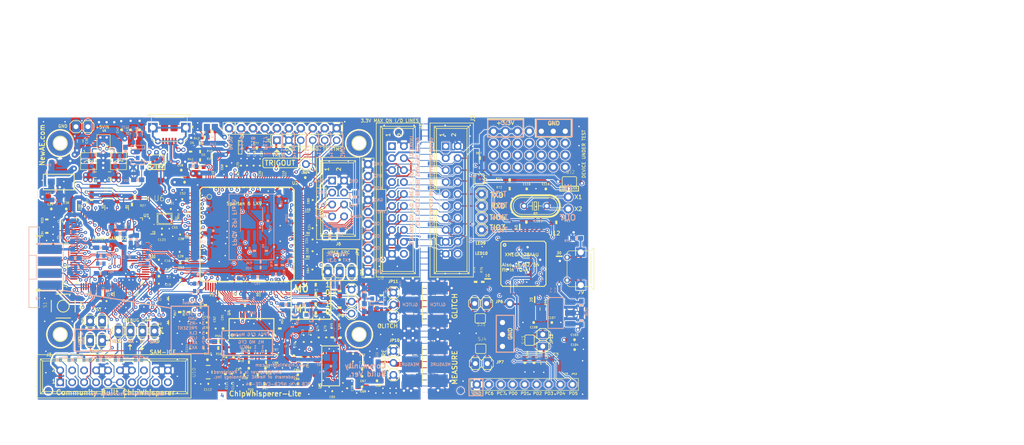
<source format=kicad_pcb>
(kicad_pcb (version 20221018) (generator pcbnew)
  (layers (0 "F.Cu" signal) (1 "In1.Cu" signal) (2 "In2.Cu" signal) (31 "B.Cu" signal) (34 "B.Paste" user) (35 "F.Paste" user) (36 "B.SilkS" user "B.Silkscreen") (37 "F.SilkS" user "F.Silkscreen") (38 "B.Mask" user) (39 "F.Mask" user) (44 "Edge.Cuts" user))
  (net 0 "")
  (net 1 "GND")
  (net 2 "/cw-lite-main_2/USBCK0")
  (net 3 "/cw-lite-main_2/USBCK1")
  (net 4 "Net-(C3-Pad2)")
  (net 5 "Net-(U1-VDDUTMI)")
  (net 6 "Net-(U1-VDDCORE)")
  (net 7 "Net-(U1-VBG)")
  (net 8 "Net-(C105-Pad1)")
  (net 9 "Net-(T1-S)")
  (net 10 "Net-(T1-D)")
  (net 11 "Net-(C48-Pad1)")
  (net 12 "Net-(Q1-X1)")
  (net 13 "Net-(Q1-X2)")
  (net 14 "Net-(U2B-VCCO_1@0)")
  (net 15 "Net-(C67-Pad1)")
  (net 16 "Net-(U3-INH)")
  (net 17 "Net-(C68-Pad1)")
  (net 18 "Net-(U3-VIN)")
  (net 19 "Net-(U3-LON)")
  (net 20 "Net-(U3-VIP)")
  (net 21 "Net-(U3-LOP)")
  (net 22 "Net-(U3-VCM)")
  (net 23 "Net-(U3-RCLMP)")
  (net 24 "Net-(U3-VPOS)")
  (net 25 "Net-(U3-LMD)")
  (net 26 "Net-(U3-ENBL)")
  (net 27 "Net-(C85-Pad1)")
  (net 28 "Net-(U3-VOH)")
  (net 29 "Net-(C86-Pad1)")
  (net 30 "FPGA_DONE")
  (net 31 "FPGA_PROGRAM")
  (net 32 "Net-(U3-VOL)")
  (net 33 "Net-(U4-VIN+)")
  (net 34 "Net-(U4-VIN-)")
  (net 35 "Net-(D1-A)")
  (net 36 "Net-(C90-Pad2)")
  (net 37 "Net-(U4-REFT)")
  (net 38 "Net-(U4-REFB)")
  (net 39 "+3V3")
  (net 40 "ADC_OR")
  (net 41 "ADC_D9")
  (net 42 "ADC_D8")
  (net 43 "ADC_D7")
  (net 44 "ADC_D6")
  (net 45 "ADC_D5")
  (net 46 "ADC_D4")
  (net 47 "ADC_D3")
  (net 48 "ADC_D2")
  (net 49 "ADC_D1")
  (net 50 "ADC_D0")
  (net 51 "ADC_CLK")
  (net 52 "Net-(U4-VREF)")
  (net 53 "/cw-lite-main_9/VCC_TARG")
  (net 54 "TXD0")
  (net 55 "RXD0")
  (net 56 "Net-(U12-AVCC)")
  (net 57 "Net-(U10-EN)")
  (net 58 "SAM_CS0")
  (net 59 "SAM_MISO")
  (net 60 "SAM_MOSI")
  (net 61 "SAM_SCK")
  (net 62 "SAM_CS1")
  (net 63 "Net-(U10-BP)")
  (net 64 "TXD2")
  (net 65 "RXD2")
  (net 66 "CLK2")
  (net 67 "Net-(U12-PR1(XT1))")
  (net 68 "SC_RESET")
  (net 69 "SC_AUX1")
  (net 70 "SC_AUX2")
  (net 71 "TDI")
  (net 72 "TMS")
  (net 73 "TCK")
  (net 74 "TDO")
  (net 75 "NRST")
  (net 76 "Net-(U12-PR0(XT2))")
  (net 77 "Net-(C118-Pad2)")
  (net 78 "NRSTB")
  (net 79 "ERASE")
  (net 80 "Net-(J9-VCC)")
  (net 81 "Net-(U11-OUT)")
  (net 82 "Net-(U12-VCC)")
  (net 83 "Net-(T1-G)")
  (net 85 "Net-(D2-PadC)")
  (net 86 "VCCTIO_SWITCHED")
  (net 87 "VCCIO")
  (net 88 "VCCINT")
  (net 89 "SAM_PDID")
  (net 90 "SAM_PDIC")
  (net 91 "Net-(U1-PA7{slash}PGMM3)")
  (net 92 "VCCGLITCH")
  (net 93 "ANIN")
  (net 94 "D_N")
  (net 95 "D_P")
  (net 96 "Net-(D4-PadC)")
  (net 97 "Net-(U2A-IO_L1N_VREF_0)")
  (net 98 "Net-(D5-PadC)")
  (net 99 "VBUS_SWITCHED")
  (net 100 "+5VCLEAN")
  (net 101 "Net-(U2A-IO_L2P_0)")
  (net 102 "Net-(D6-PadC)")
  (net 103 "VBUS")
  (net 104 "Net-(U2A-IO_L2N_0)")
  (net 105 "Net-(D7-PadC)")
  (net 106 "PWRON")
  (net 107 "VBUSDETECT")
  (net 108 "Net-(U2A-IO_L3P_0)")
  (net 109 "Net-(D9-PadC)")
  (net 110 "Net-(U1-PA6{slash}PGMM2)")
  (net 119 "Net-(J3-Pad3)")
  (net 120 "Net-(J3-Pad15)")
  (net 123 "Net-(J4-TCK)")
  (net 124 "Net-(J4-TDO)")
  (net 125 "Net-(J4-TDI)")
  (net 126 "Net-(J4-TMS)")
  (net 127 "Net-(U2A-IO_L62N_VREF_0)")
  (net 128 "Net-(U2A-IO_L63P_SCP7_0)")
  (net 129 "Net-(U2A-IO_L63N_SCP6_0)")
  (net 130 "Net-(U2A-IO_L64P_SCP5_0)")
  (net 131 "Net-(U2A-IO_L64N_SCP4_0)")
  (net 132 "Net-(U2A-IO_L65P_SCP3_0)")
  (net 133 "Net-(U2A-IO_L65N_SCP2_0)")
  (net 134 "Net-(U2A-IO_L66P_SCP1_0)")
  (net 135 "Net-(U2A-IO_L66N_SCP0_0)")
  (net 136 "Net-(J6-Pad1)")
  (net 137 "TARGET_NRST")
  (net 138 "/cw-lite-main_8/FSC_RST")
  (net 139 "Net-(J6-Pad4)")
  (net 140 "/cw-lite-main_8/FSC_CLK")
  (net 141 "/cw-lite-main_8/FSC_IO")
  (net 142 "/cw-lite-main_8/FSC_AX1")
  (net 143 "/cw-lite-main_8/FSC_AX2")
  (net 144 "Net-(J7-Pad1)")
  (net 145 "Net-(J7-Pad4)")
  (net 146 "Net-(J8-VCC)")
  (net 147 "TRST")
  (net 148 "TMISO")
  (net 149 "TMOSI")
  (net 150 "TSCK")
  (net 151 "TPDIC")
  (net 152 "TPDID")
  (net 153 "TIO4")
  (net 154 "TIO3")
  (net 155 "TIO2")
  (net 156 "TIO1")
  (net 157 "THS1")
  (net 158 "THS2")
  (net 159 "TVREF")
  (net 161 "/cw-lite-main_9/TUSB_N")
  (net 162 "GLITCHOUT")
  (net 163 "/cw-lite-main_9/TUSB_P")
  (net 165 "Net-(U1-PA12{slash}PGMD4)")
  (net 166 "Net-(U1-PA11{slash}PGMD3)")
  (net 167 "Net-(JP3-Pad1)")
  (net 168 "Net-(U8-G)")
  (net 169 "Net-(U12-PD5)")
  (net 170 "Net-(U12-PD4)")
  (net 171 "Net-(U12-PD3)")
  (net 172 "Net-(U12-PD2)")
  (net 173 "Net-(U12-PD1)")
  (net 174 "Net-(U12-PD0)")
  (net 175 "/cw-lite-main_9/TPC7")
  (net 176 "/cw-lite-main_9/TPC6")
  (net 177 "Net-(U2B-IO_L1P_1)")
  (net 178 "Net-(U5-SW1)")
  (net 179 "Net-(U5-SW2)")
  (net 180 "Net-(L10-Pad2)")
  (net 181 "Net-(U12-PA5)")
  (net 182 "Net-(LED9-PadA)")
  (net 183 "Net-(U12-PA6)")
  (net 184 "Net-(LED10-PadA)")
  (net 185 "Net-(U1-PB24)")
  (net 186 "Net-(U1-PA20{slash}PGMD12)")
  (net 187 "Net-(U2C-IO_L13P_M1_2)")
  (net 188 "Net-(U2C-IO_L1P_CCLK_2)")
  (net 189 "Net-(U2C-IO_L3P_D0_DIN_MISO_MISO1_2)")
  (net 190 "Net-(U2C-IO_L1N_M0_CMPMISO_2)")
  (net 191 "Net-(U2C-IO_L65N_CSO_B_2)")
  (net 192 "ADC_VCC")
  (net 193 "Net-(U1-PA21{slash}PGMD13)")
  (net 194 "VGA_HILOW")
  (net 195 "VGA_GAIN")
  (net 196 "Net-(U1-PA27)")
  (net 197 "Net-(U9-MISO)")
  (net 198 "Net-(U5-VFB1)")
  (net 199 "Net-(U5-VFB2)")
  (net 200 "Net-(U1-DFSDM)")
  (net 201 "Net-(U1-DFSDP)")
  (net 202 "Net-(T4-G)")
  (net 203 "Net-(U4-MODE)")
  (net 204 "/cw-lite-main_8/FSC_VPP")
  (net 205 "/cw-lite-main_2/SC_PRESENT")
  (net 206 "Net-(U12-PB3)")
  (net 207 "Net-(U2A-IO_L1P_HSWAPEN_0)")
  (net 208 "Net-(T2-D)")
  (net 210 "/cw-lite-main_2/USB_AD3")
  (net 211 "/cw-lite-main_2/USB_AD4")
  (net 212 "/cw-lite-main_2/USB_D7")
  (net 213 "/cw-lite-main_2/USB_D6")
  (net 215 "FPGA_INITB")
  (net 216 "/cw-lite-main_2/SAM_CS2")
  (net 219 "/cw-lite-main_2/~{USBWR}")
  (net 220 "/cw-lite-main_2/USBSPARE2")
  (net 221 "/cw-lite-main_2/~{USBALE}")
  (net 222 "/cw-lite-main_2/~{USBCE}")
  (net 223 "/cw-lite-main_2/~{USBRD}")
  (net 224 "/cw-lite-main_2/USBSPARE1")
  (net 225 "/cw-lite-main_2/USBSPARE0")
  (net 226 "/cw-lite-main_2/USB_D5")
  (net 227 "/cw-lite-main_2/USB_D1")
  (net 228 "/cw-lite-main_2/USB_D0")
  (net 231 "/cw-lite-main_2/USB_AD0")
  (net 232 "/cw-lite-main_2/USB_AD1")
  (net 233 "/cw-lite-main_2/USB_AD2")
  (net 234 "/cw-lite-main_2/USB_D2")
  (net 235 "/cw-lite-main_2/USB_D3")
  (net 236 "/cw-lite-main_2/USB_D4")
  (net 237 "/cw-lite-main_2/USB_AD5")
  (net 238 "/cw-lite-main_2/USB_AD6")
  (net 239 "/cw-lite-main_2/USB_AD7")
  (net 240 "/cw-lite-main_2/USB_AD8")
  (net 242 "Net-(U2C-IO_L3N_MOSI_CSI_B_MISO0_2)")
  (net 244 "~{TIOVCC_ON}")
  (net 245 "GLITCHOUTLP")
  (footprint "cw-lite-main:0402C" (layer "F.Cu") (at 130.1252 85.36094 90)
    (fp_text reference "C59")
    (fp_text value "100n")
  )
  (footprint "cw-lite-main:0402C" (layer "F.Cu") (at 134.4686 85.25934 90)
    (fp_text reference "C32")
    (fp_text value "100n")
  )
  (footprint "cw-lite-main:MICRO-FIDUCIAL" (layer "F.Cu") (at 124.3086 110.02434)
    (fp_text reference "MFID4" hide)
    (fp_text value "FIDUCIALUFIDUCIAL" hide)
  )
  (footprint "cw-lite-main:1X01" (layer "F.Cu") (at 184.3161 98.91184)
    (fp_text reference "JP14" hide)
    (fp_text value "PINHD-1X1")
  )
  (footprint "cw-lite-main:HC49U-V" (layer "F.Cu") (at 195.7461 93.83184 180)
    (fp_text reference "Q2")
    (fp_text value "CRYSTALHC49U-V")
  )
  (footprint "" (layer "F.Cu") (at 172.2511 105.52854)
    (fp_text reference "@HOLE22" hide)
    (fp_text value "")
  )
  (footprint "cw-lite-main:0603R" (layer "F.Cu") (at 183.0461 109.96084 -90)
    (fp_text reference "R74")
    (fp_text value "1k")
  )
  (footprint "cw-lite-main:0402C" (layer "F.Cu") (at 120.14935 103.57909 180)
    (fp_text reference "C29")
    (fp_text value "100n")
  )
  (footprint "cw-lite-main:0805" (layer "F.Cu") (at 200.1911 126.34384)
    (fp_text reference "R76")
    (fp_text value "49R9")
  )
  (footprint "cw-lite-main:J502-ND-142-0711-821_826-NOSILK" (layer "F.Cu") (at 172.8861 114.78684)
    (fp_text reference "X5" hide)
    (fp_text value "SMA-NOSILK" hide)
  )
  (footprint "cw-lite-main:LED-603" (layer "F.Cu") (at 184.3161 104.62684 -90)
    (fp_text reference "LED10")
    (fp_text value "LED-0603")
  )
  (footprint "" (layer "F.Cu") (at 172.2511 130.14114)
    (fp_text reference "@HOLE41" hide)
    (fp_text value "")
  )
  (footprint "cw-lite-main:0402R" (layer "F.Cu") (at 125.5151 79.22684 180)
    (fp_text reference "R42")
    (fp_text value "330R")
  )
  (footprint "cw-lite-main:0402C" (layer "F.Cu") (at 120.7145 92.38404 180)
    (fp_text reference "C52")
    (fp_text value "100n")
  )
  (footprint "cw-lite-main:0402C" (layer "F.Cu") (at 103.43615 114.05024 -90)
    (fp_text reference "C10")
    (fp_text value "100n")
  )
  (footprint "" (layer "F.Cu") (at 172.2511 112.00554)
    (fp_text reference "@HOLE27" hide)
    (fp_text value "")
  )
  (footprint "cw-lite-main:0603R" (layer "F.Cu") (at 110.6561 91.92684)
    (fp_text reference "R28")
    (fp_text value "39R")
  )
  (footprint "" (layer "F.Cu") (at 172.2511 102.93774)
    (fp_text reference "@HOLE20" hide)
    (fp_text value "")
  )
  (footprint "cw-lite-main:0603R" (layer "F.Cu") (at 110.0211 93.51434)
    (fp_text reference "R27")
    (fp_text value "39R")
  )
  (footprint "cw-lite-main:0402R" (layer "F.Cu") (at 124.4991 82.27484 180)
    (fp_text reference "R40")
    (fp_text value "330R")
  )
  (footprint "" (layer "F.Cu") (at 172.2511 110.71014)
    (fp_text reference "@HOLE26" hide)
    (fp_text value "")
  )
  (footprint "" (layer "F.Cu") (at 172.2511 91.27914)
    (fp_text reference "@HOLE11" hide)
    (fp_text value "")
  )
  (footprint "cw-lite-main:FB603" (layer "F.Cu") (at 142.6093 125.53104 -90)
    (fp_text reference "L7")
    (fp_text value "1k/500mA")
  )
  (footprint "cw-lite-main:0603C" (layer "F.Cu") (at 121.1971 88.77724)
    (fp_text reference "C27")
    (fp_text value "2u2")
  )
  (footprint "cw-lite-main:0603C" (layer "F.Cu") (at 158.9161 130.02684 180)
    (fp_text reference "C67")
    (fp_text value "18nF")
  )
  (footprint "cw-lite-main:0402C" (layer "F.Cu") (at 146.5336 122.72434 -90)
    (fp_text reference "C73")
    (fp_text value "100n")
  )
  (footprint "cw-lite-main:MICRO-FIDUCIAL" (layer "F.Cu") (at 112.65635 110.75459)
    (fp_text reference "MFID1" hide)
    (fp_text value "FIDUCIALUFIDUCIAL" hide)
  )
  (footprint "cw-lite-main:0805" (layer "F.Cu") (at 197.3336 115.73934 -90)
    (fp_text reference "R66")
    (fp_text value "49R9")
  )
  (footprint "cw-lite-main:1X10-BIG" (layer "F.Cu") (at 142.0886 77.32184)
    (fp_text reference "J5")
    (fp_text value "PINHD-1X10")
  )
  (footprint "cw-lite-main:1X02" (layer "F.Cu") (at 102.4011 122.40684)
    (fp_text reference "JP4")
    (fp_text value "PINHD-1X2")
  )
  (footprint "" (layer "F.Cu") (at 172.2511 89.98374)
    (fp_text reference "@HOLE10" hide)
    (fp_text value "")
  )
  (footprint "" (layer "F.Cu") (at 172.2511 126.25494)
    (fp_text reference "@HOLE38" hide)
    (fp_text value "")
  )
  (footprint "" (layer "F.Cu") (at 172.2511 92.57454)
    (fp_text reference "@HOLE12" hide)
    (fp_text value "")
  )
  (footprint "" (layer "F.Cu") (at 172.2511 100.34694)
    (fp_text reference "@HOLE18" hide)
    (fp_text value "")
  )
  (footprint "cw-lite-main:1X02" (layer "F.Cu") (at 102.4011 118.27934 180)
    (fp_text reference "JP2")
    (fp_text value "PINHD-1X2")
  )
  (footprint "cw-lite-main:TACTILE_SWITCH_SMD" (layer "F.Cu") (at 95.4161 115.10434 180)
    (fp_text reference "S1")
    (fp_text value "TAC_SWITCHSMD")
  )
  (footprint "cw-lite-main:MSOP10" (layer "F.Cu") (at 103.9886 80.17934 90)
    (fp_text reference "U5")
    (fp_text value "LTC3419MS")
  )
  (footprint "" (layer "F.Cu") (at 172.2511 115.89174)
    (fp_text reference "@HOLE30" hide)
    (fp_text value "")
  )
  (footprint "cw-lite-main:LED-603" (layer "F.Cu") (at 184.3161 102.46784 -90)
    (fp_text reference "LED9")
    (fp_text value "LED-0603")
  )
  (footprint "cw-lite-main:0603C" (layer "F.Cu") (at 131.57935 125.99459 90)
    (fp_text reference "C95")
    (fp_text value "10u")
  )
  (footprint "cw-lite-main:0402C" (layer "F.Cu") (at 120.2573 105.96034 180)
    (fp_text reference "C53")
    (fp_text value "100n")
  )
  (footprint "cw-lite-main:0402C" (layer "F.Cu") (at 120.2446 109.52904 180)
    (fp_text reference "C22")
    (fp_text value "100n")
  )
  (footprint "cw-lite-main:SOT143B" (layer "F.Cu") (at 115.13285 89.64084 180)
    (fp_text reference "U6")
    (fp_text value "PRTR5V0U2AX")
  )
  (footprint "cw-lite-main:0603C" (layer "F.Cu") (at 134.8496 128.31234)
    (fp_text reference "C87")
    (fp_text value "100pF")
  )
  (footprint "" (layer "F.Cu") (at 172.2511 128.84574)
    (fp_text reference "@HOLE40" hide)
    (fp_text value "")
  )
  (footprint "cw-lite-main:0603C" (layer "F.Cu") (at 195.46035 127.16934 -90)
    (fp_text reference "C105")
    (fp_text value "1u")
  )
  (footprint "cw-lite-main:FIDUCIAL-1.5X3" (layer "F.Cu") (at 179.8711 133.07484)
    (fp_text reference "FID3" hide)
    (fp_text value "FIDUCIAL1.5X3" hide)
  )
  (footprint "" (layer "F.Cu") (at 172.2511 96.46074)
    (fp_text reference "@HOLE15" hide)
    (fp_text value "")
  )
  (footprint "cw-lite-main:1X01" (layer "F.Cu") (at 146.9781 84.94184)
    (fp_text reference "JP18")
    (fp_text value "PINHD-1X1")
  )
  (footprint "cw-lite-main:J502-ND-142-0711-821_826-NOSILK" (layer "F.Cu") (at 172.8861 127.48684)
    (fp_text reference "X3" hide)
    (fp_text value "SMA-NOSILK" hide)
  )
  (footprint "cw-lite-main:0603C" (layer "F.Cu") (at 138.37385 128.34409)
    (fp_text reference "C88")
    (fp_text value "100pF")
  )
  (footprint "cw-lite-main:0603C" (layer "F.Cu") (at 195.3905 118.59684 180)
    (fp_text reference "C108")
    (fp_text value "100n")
  )
  (footprint "cw-lite-main:SOT-23" (layer "F.Cu") (at 133.0081 81.38584 90)
    (fp_text reference "T3")
    (fp_text value "IRLML6402TRPBF")
  )
  (footprint "" (layer "F.Cu") (at 172.2511 86.09754)
    (fp_text reference "@HOLE7" hide)
    (fp_text value "")
  )
  (footprint "cw-lite-main:0402R" (layer "F.Cu") (at 138.50085 127.04234 180)
    (fp_text reference "R51")
    (fp_text value "1k")
  )
  (footprint "cw-lite-main:FB603" (layer "F.Cu") (at 110.6561 80.49684 180)
    (fp_text reference "L4")
    (fp_text value "600R/1A")
  )
  (footprint "cw-lite-main:PINSHRD_PTH_2X10" (layer "F.Cu") (at 177.9661 92.56184 -90)
    (fp_text reference "J2")
    (fp_text value "SHROUD_2X10-SHROUDED" hide)
  )
  (footprint "cw-lite-main:TQ144" (layer "F.Cu") (at 134.4686 99.86434)
    (fp_text reference "U2")
    (fp_text value "6SLX9TQG144")
  )
  (footprint "cw-lite-main:0603R" (layer "F.Cu") (at 154.1536 115.42184 -90)
    (fp_text reference "R37")
    (fp_text value "1R")
  )
  (footprint "cw-lite-main:0402C" (layer "F.Cu") (at 108.78285 113.99309 -90)
    (fp_text reference "C14")
    (fp_text value "100n")
  )
  (footprint "cw-lite-main:SOT23-5" (layer "F.Cu") (at 126.2136 129.13784 -90)
    (fp_text reference "U10")
    (fp_text value "V_REG_LDOSMD")
  )
  (footprint "cw-lite-main:QFP50P1600X1600X160-100N" (layer "F.Cu") (at 105.2586 103.35684)
    (fp_text reference "U1")
    (fp_text value "ATSAM3U2CA-AU")
  )
  (footprint "cw-lite-main:0402C" (layer "F.Cu") (at 118.2761 94.46684 180)
    (fp_text reference "C51")
    (fp_text value "18pF")
  )
  (footprint "cw-lite-main:0402C" (layer "F.Cu") (at 152.5915 133.18914)
    (fp_text reference "C80")
    (fp_text value "100n")
  )
  (footprint "cw-lite-main:0402C" (layer "F.Cu") (at 149.7086 121.77184 -90)
    (fp_text reference "C74")
    (fp_text value "1nF")
  )
  (footprint "cw-lite-main:0603R" (layer "F.Cu") (at 138.1516 131.61434 180)
    (fp_text reference "R47")
    (fp_text value "33R,0.5%")
  )
  (footprint "cw-lite-main:0805" (layer "F.Cu") (at 105.2586 87.16434 180)
    (fp_text reference "C34")
    (fp_text value "22u")
  )
  (footprint "cw-lite-main:0603R" (layer "F.Cu") (at 122.0861 116.37434 90)
    (fp_text reference "R58")
    (fp_text value "1k")
  )
  (footprint "cw-lite-main:0402R" (layer "F.Cu") (at 101.4486 92.56184 90)
    (fp_text reference "R14")
    (fp_text value "1R")
  )
  (footprint "cw-lite-main:LED-0603" (layer "F.Cu") (at 124.4991 80.49684 90)
    (fp_text reference "D6")
    (fp_text value "LED0603")
  )
  (footprint "cw-lite-main:LED-0603" (layer "F.Cu") (at 127.0391 77.95684 90)
    (fp_text reference "D7")
    (fp_text value "LED0603")
  )
  (footprint "cw-lite-main:1X02" (layer "F.Cu") (at 99.3912 76.97894 180)
    (fp_text reference "JP3" hide)
    (fp_text value "PINHD-1X2")
  )
  (footprint "cw-lite-main:0603R" (layer "F.Cu") (at 183.9351 83.64009)
    (fp_text reference "R67")
    (fp_text value "100R")
  )
  (footprint "" (layer "F.Cu") (at 172.2511 119.77794)
    (fp_text reference "@HOLE33" hide)
    (fp_text value "")
  )
  (footprint "cw-lite-main:0603R" (layer "F.Cu") (at 149.0736 112.45004 180)
    (fp_text reference "R8")
    (fp_text value "DNM")
  )
  (footprint "cw-lite-main:0402C" (layer "F.Cu") (at 115.7361 107.16684)
    (fp_text reference "C9")
    (fp_text value "100n")
  )
  (footprint "cw-lite-main:LED-0603" (layer "F.Cu") (at 124.4991 85.57684 90)
    (fp_text reference "D4")
    (fp_text value "LED0603")
  )
  (footprint "cw-lite-main:FB603" (layer "F.Cu") (at 202.0326 128.28059 180)
    (fp_text reference "L10")
    (fp_text value "1k/500mA")
  )
  (footprint "cw-lite-main:0402C" (layer "F.Cu") (at 122.37185 124.15309 90)
    (fp_text reference "C114")
    (fp_text value "100n")
  )
  (footprint "cw-lite-main:J502-ND-142-0711-821_826-NOSILK" (layer "F.Cu") (at 171.6161 114.78684 180)
    (fp_text reference "X4" hide)
    (fp_text value "SMA-NOSILK" hide)
  )
  (footprint "cw-lite-main:0402C" (layer "F.Cu") (at 131.26185 129.48709 90)
    (fp_text reference "C113")
    (fp_text value "100n")
  )
  (footprint "cw-lite-main:0402R" (layer "F.Cu") (at 91.9236 99.54684 90)
    (fp_text reference "R34")
    (fp_text value "68k")
  )
  (footprint "cw-lite-main:0402R" (layer "F.Cu") (at 136.5641 81.51284)
    (fp_text reference "R77")
    (fp_text value "10k")
  )
  (footprint "cw-lite-main:0402C" (layer "F.Cu") (at 133.1986 85.25934 90)
    (fp_text reference "C25")
    (fp_text value "100n")
  )
  (footprint "cw-lite-main:0402C" (layer "F.Cu") (at 148.40685 98.56259 90)
    (fp_text reference "C24")
    (fp_text value "100n")
  )
  (footprint "cw-lite-main:0402C" (layer "F.Cu") (at 116.3711 99.90244)
    (fp_text reference "C123")
    (fp_text value "100n")
  )
  (footprint "cw-lite-main:SJ_2S" (layer "F.Cu") (at 183.8843 88.11684 -90)
    (fp_text reference "SJ7")
    (fp_text value "SOLDERJUMPERNC")
  )
  (footprint "cw-lite-main:0603C" (layer "F.Cu") (at 111.6086 77.63934 90)
    (fp_text reference "C47")
    (fp_text value "10n")
  )
  (footprint "cw-lite-main:0603C" (layer "F.Cu") (at 162.0911 130.97934 180)
    (fp_text reference "C68")
    (fp_text value "100n")
  )
  (footprint "cw-lite-main:LED-0603" (layer "F.Cu") (at 117.6411 118.59684 -90)
    (fp_text reference "D9")
    (fp_text value "LED0603")
  )
  (footprint "cw-lite-main:0603C" (layer "F.Cu") (at 92.8761 94.46684)
    (fp_text reference "C39")
    (fp_text value "2u2")
  )
  (footprint "" (layer "F.Cu") (at 172.2511 88.68834)
    (fp_text reference "@HOLE9" hide)
    (fp_text value "")
  )
  (footprint "cw-lite-main:0402C" (layer "F.Cu") (at 137.1991 85.25934 90)
    (fp_text reference "C56")
    (fp_text value "100n")
  )
  (footprint "cw-lite-main:0402C" (layer "F.Cu") (at 130.0871 125.99459 90)
    (fp_text reference "C96")
    (fp_text value "100n")
  )
  (footprint "cw-lite-main:0603R" (layer "F.Cu") (at 120.1811 116.37434 90)
    (fp_text reference "R57")
    (fp_text value "1k")
  )
  (footprint "cw-lite-main:1X04" (layer "F.Cu") (at 110.9736 120.41294 180)
    (fp_text reference "JP1")
    (fp_text value "PINHD-1X4")
  )
  (footprint "" (layer "F.Cu") (at 172.2511 79.62054)
    (fp_text reference "@HOLE2" hide)
    (fp_text value "")
  )
  (footprint "cw-lite-main:J502-ND-142-0711-821_826-NOSILK" (layer "F.Cu") (at 171.6161 127.48684 180)
    (fp_text reference "X2" hide)
    (fp_text value "SMA-NOSILK" hide)
  )
  (footprint "cw-lite-main:0402C" (layer "F.Cu") (at 135.8783 85.25934 90)
    (fp_text reference "C58")
    (fp_text value "100n")
  )
  (footprint "cw-lite-main:0805" (layer "F.Cu") (at 197.4987 127.20744 -90)
    (fp_text reference "C37")
    (fp_text value "47u")
  )
  (footprint "cw-lite-main:PINSHRD_PTH_2X10" (layer "F.Cu") (at 106.2111 130.02684)
    (fp_text reference "J3")
    (fp_text value "SHROUD_2X10-SHROUDED" hide)
  )
  (footprint "cw-lite-main:0603R" (layer "F.Cu") (at 184.5701 109.96084 -90)
    (fp_text reference "R75")
    (fp_text value "1k")
  )
  (footprint "cw-lite-main:2,8-PAD" (layer "F.Cu") (at 158.2811 121.13684)
    (fp_text reference "H3" hide)
    (fp_text value "MOUNT-PAD-ROUND2.8" hide)
  )
  (footprint "cw-lite-main:FIDUCIAL-1.5X3" (layer "F.Cu") (at 92.2411 133.07484)
    (fp_text reference "FID1" hide)
    (fp_text value "FIDUCIAL1.5X3" hide)
  )
  (footprint "cw-lite-main:0402R" (layer "F.Cu") (at 134.88135 127.01059 180)
    (fp_text reference "R49")
    (fp_text value "1k")
  )
  (footprint "cw-lite-main:TQFP44" (layer "F.Cu") (at 193.2061 106.11909)
    (fp_text reference "U12")
    (fp_text value "XMEGA16A4A")
  )
  (footprint "cw-lite-main:0402R" (layer "F.Cu") (at 122.4671 82.27484 -90)
    (fp_text reference "R41")
    (fp_text value "330R")
  )
  (footprint "cw-lite-main:VLS3015" (layer "F.Cu") (at 107.1636 84.30684)
    (fp_text reference "L2")
    (fp_text value "3.3uH")
  )
  (footprint "cw-lite-main:SJ_3_PASTE2&3" (layer "F.Cu") (at 202.9851 88.62484 180)
    (fp_text reference "SJ2")
    (fp_text value "SOLDERJUMPER_2WAYPASTE2&3")
  )
  (footprint "" (layer "F.Cu") (at 172.2511 99.05154)
    (fp_text reference "@HOLE17" hide)
    (fp_text value "")
  )
  (footprint "cw-lite-main:0603C" (layer "F.Cu") (at 193.9046 90.21234)
    (fp_text reference "C115")
    (fp_text value "DNM")
  )
  (footprint "cw-lite-main:0603C" (layer "F.Cu") (at 146.8511 87.79934)
    (fp_text reference "C26")
    (fp_text value "2u2")
  )
  (footprint "cw-lite-main:0402C" (layer "F.Cu") (at 120.2446 99.89609 180)
    (fp_text reference "C28")
    (fp_text value "100n")
  )
  (footprint "" (layer "F.Cu") (at 172.2511 93.86994)
    (fp_text reference "@HOLE13" hide)
    (fp_text value "")
  )
  (footprint "cw-lite-main:0402C" (layer "F.Cu") (at 148.1211 122.72434 -90)
    (fp_text reference "C72")
    (fp_text value "1nF")
  )
  (footprint "" (layer "F.Cu") (at 172.2511 97.75614)
    (fp_text reference "@HOLE16" hide)
    (fp_text value "")
  )
  (footprint "" (layer "F.Cu") (at 172.2511 101.64234)
    (fp_text reference "@HOLE19" hide)
    (fp_text value "")
  )
  (footprint "cw-lite-main:0402C" (layer "F.Cu") (at 116.3965 98.64514 180)
    (fp_text reference "C50")
    (fp_text value "18pF")
  )
  (footprint "cw-lite-main:0402C" (layer "F.Cu") (at 147.4861 125.89934 -90)
    (fp_text reference "C76")
    (fp_text value "1nF")
  )
  (footprint "cw-lite-main:0603C" (layer "F.Cu") (at 145.2636 131.61434)
    (fp_text reference "C86")
    (fp_text value "100n")
  )
  (footprint "" (layer "F.Cu") (at 172.2511 104.23314)
    (fp_text reference "@HOLE21" hide)
    (fp_text value "")
  )
  (footprint "cw-lite-main:0603C" (layer "F.Cu") (at 109.7036 77.63934 90)
    (fp_text reference "C43")
    (fp_text value "100n")
  )
  (footprint "cw-lite-main:0603C" (layer "F.Cu") (at 144.4127 125.63264 -90)
    (fp_text reference "C78")
    (fp_text value "1u")
  )
  (footprint "cw-lite-main:VLS3015" (layer "F.Cu") (at 100.8136 84.30684)
    (fp_text reference "L3")
    (fp_text value "3.3uH")
  )
  (footprint "cw-lite-main:0603C" (layer "F.Cu") (at 158.9161 132.24934 180)
    (fp_text reference "C69")
    (fp_text value "22pF")
  )
  (footprint "" (layer "F.Cu") (at 172.2511 82.21134)
    (fp_text reference "@HOLE4" hide)
    (fp_text value "")
  )
  (footprint "cw-lite-main:FB603" (layer "F.Cu") (at 124.21335 124.18484 -90)
    (fp_text reference "L9")
    (fp_text value "1k/500mA")
  )
  (footprint "cw-lite-main:0603C" (layer "F.Cu") (at 107.7986 77.63934 90)
    (fp_text reference "C42")
    (fp_text value "10u")
  )
  (footprint "" (layer "F.Cu") (at 172.2511 132.73194)
    (fp_text reference "@HOLE43" hide)
    (fp_text value "")
  )
  (footprint "cw-lite-main:0402C" (layer "F.Cu") (at 94.7811 98.27684 180)
    (fp_text reference "C15")
    (fp_text value "100n")
  )
  (footprint "cw-lite-main:SJ_2S" (layer "F.Cu") (at 194.50785 122.34334 90)
    (fp_text reference "SJ3")
    (fp_text value "SOLDERJUMPERNC")
  )
  (footprint "cw-lite-main:0402C" (layer "F.Cu") (at 115.7361 105.26184)
    (fp_text reference "C16")
    (fp_text value "100n")
  )
  (footprint "cw-lite-main:0603C" (layer "F.Cu") (at 199.2386 118.59684)
    (fp_text reference "C107")
    (fp_text value "1u")
  )
  (footprint "" (layer "F.Cu") (at 172.2511 113.30094)
    (fp_text reference "@HOLE28" hide)
    (fp_text value "")
  )
  (footprint "cw-lite-main:0603C" (layer "F.Cu") (at 126.05485 126.50259 180)
    (fp_text reference "C110")
    (fp_text value "1u")
  )
  (footprint "cw-lite-main:0603C" (layer "F.Cu") (at 129.86485 129.55059 90)
    (fp_text reference "C111")
    (fp_text value "1u")
  )
  (footprint "cw-lite-main:0603C" (layer "F.Cu") (at 193.5236 127.16934 -90)
    (fp_text reference "C106")
    (fp_text value "100n")
  )
  (footprint "cw-lite-main:1X09-BIG" (layer "F.Cu") (at 193.4601 131.75404 180)
    (fp_text reference "JP13")
    (fp_text value "PINHD-1X9")
  )
  (footprint "cw-lite-main:TSSOP28" (layer "F.Cu") (at 135.4211 119.86684)
    (fp_text reference "U4")
    (fp_text value "AD9215BRUZ")
  )
  (footprint "cw-lite-main:FIDUCIAL-1.5X3" (layer "F.Cu") (at 166.6631 78.21084)
    (fp_text reference "FID2" hide)
    (fp_text value "FIDUCIAL1.5X3" hide)
  )
  (footprint "cw-lite-main:0402R" (layer "F.Cu") (at 125.6421 114.88209 90)
    (fp_text reference "R69")
    (fp_text value "10k")
  )
  (footprint "cw-lite-main:0603C" (layer "F.Cu") (at 154.1536 105.26184)
    (fp_text reference "C63")
    (fp_text value "1u")
  )
  (footprint "cw-lite-main:1X01" (layer "F.Cu") (at 184.3161 96.37184)
    (fp_text reference "JP15" hide)
    (fp_text value "PINHD-1X1")
  )
  (footprint "cw-lite-main:1X03" (layer "F.Cu") (at 156.6936 114.15184 90)
    (fp_text reference "JP8")
    (fp_text value "PINHD-1X3")
  )
  (footprint "cw-lite-main:0603C" (layer "F.Cu") (at 120.4986 86.21184)
    (fp_text reference "C48")
    (fp_text value "100n")
  )
  (footprint "cw-lite-main:0603C" (layer "F.Cu") (at 204.09635 124.34359)
    (fp_text reference "C104")
    (fp_text value "10n")
  )
  (footprint "cw-lite-main:0603R" (layer "F.Cu") (at 190.2851 88.30734 180)
    (fp_text reference "R73")
    (fp_text value "DNM")
  )
  (footprint "cw-lite-main:0402C" (layer "F.Cu") (at 148.4386 92.56184 90)
    (fp_text reference "C65")
    (fp_text value "100n")
  )
  (footprint "cw-lite-main:0402C" (layer "F.Cu") (at 151.2961 121.77184 -90)
    (fp_text reference "C75")
    (fp_text value "100n")
  )
  (footprint "cw-lite-main:0603C" (layer "F.Cu") (at 193.8411 97.32434 180)
    (fp_text reference "C109")
    (fp_text value "100n")
  )
  (footprint "cw-lite-main:0603R" (layer "F.Cu") (at 158.9161 128.43934 180)
    (fp_text reference "R44")
    (fp_text value "274R")
  )
  (footprint "" (layer "F.Cu") (at 172.2511 95.16534)
    (fp_text reference "@HOLE14" hide)
    (fp_text value "")
  )
  (footprint "cw-lite-main:0603R" (layer "F.Cu") (at 154.1536 111.92934 90)
    (fp_text reference "R65")
    (fp_text value "10k")
  )
  (footprint "cw-lite-main:B-SMD-5P-TH" (layer "F.Cu") (at 117.9586 77.19484 180)
    (fp_text reference "J8")
    (fp_text value "MICRO-USB-5P-ZX62D-B-5P8")
  )
  (footprint "cw-lite-main:0402C" (layer "F.Cu") (at 115.7361 110.34184)
    (fp_text reference "C19")
    (fp_text value "100n")
  )
  (footprint "cw-lite-main:0402C" (layer "F.Cu") (at 138.4691 124.59759 180)
    (fp_text reference "C97")
    (fp_text value "10n")
  )
  (footprint "" (layer "F.Cu") (at 172.2511 87.39294)
    (fp_text reference "@HOLE8" hide)
    (fp_text value "")
  )
  (footprint "cw-lite-main:SJ_2S" (layer "F.Cu") (at 184.0367 117.72054 180)
    (fp_text reference "SJ5")
    (fp_text value "SOLDERJUMPERNC")
  )
  (footprint "cw-lite-main:0402C" (layer "F.Cu") (at 145.8986 125.89934 -90)
    (fp_text reference "C77")
    (fp_text value "100n")
  )
  (footprint "cw-lite-main:LED-0603" (layer "F.Cu") (at 127.0391 83.03684 90)
    (fp_text reference "D5")
    (fp_text value "LED0603")
  )
  (footprint "cw-lite-main:MICRO-FIDUCIAL" (layer "F.Cu") (at 144.6286 89.70434)
    (fp_text reference "MFID3" hide)
    (fp_text value "FIDUCIALUFIDUCIAL" hide)
  )
  (footprint "cw-lite-main:SJ_3_PASTE1&2" (layer "F.Cu") (at 115.3043 83.98934 180)
    (fp_text reference "SJ1")
    (fp_text value "SOLDERJUMPER_2WAYPASTE1&2")
  )
  (footprint "cw-lite-main:2,8-PAD" (layer "F.Cu") (at 94.7811 121.13684)
    (fp_text reference "H4" hide)
    (fp_text value "MOUNT-PAD-ROUND2.8" hide)
  )
  (footprint "cw-lite-main:0603" (layer "F.Cu") (at 162.3451 127.84244 -90)
    (fp_text reference "L11")
    (fp_text value "120nH")
  )
  (footprint "" (layer "F.Cu") (at 172.2511 122.36874)
    (fp_text reference "@HOLE35" hide)
    (fp_text value "")
  )
  (footprint "cw-lite-main:0402C" (layer "F.Cu") (at 104.3061 92.24434 90)
    (fp_text reference "C13")
    (fp_text value "100n")
  )
  (footprint "cw-lite-main:SO08" (layer "F.Cu") (at 161.1386 113.83434 180)
    (fp_text reference "U8")
    (fp_text value "MOSFET-NCHANNEL-SOIC8")
  )
  (footprint "cw-lite-main:B-SMD-5P-TH" (layer "F.Cu") (at 205.3981 107.16684 90)
    (fp_text reference "J9")
    (fp_text value "MICRO-USB-5P-ZX62D-B-5P8")
  )
  (footprint "" (layer "F.Cu") (at 172.2511 109.41474)
    (fp_text reference "@HOLE25" hide)
    (fp_text value "")
  )
  (footprint "cw-lite-main:0402C" (layer "F.Cu") (at 155.7411 132.56684 90)
    (fp_text reference "C79")
    (fp_text value "100n")
  )
  (footprint "" (layer "F.Cu") (at 172.2511 114.59634)
    (fp_text reference "@HOLE29" hide)
    (fp_text value "")
  )
  (footprint "cw-lite-main:0603C" (layer "F.Cu") (at 115.7361 108.75434)
    (fp_text reference "C7")
    (fp_text value "4u7")
  )
  (footprint "cw-lite-main:0402C" (layer "F.Cu") (at 148.3751 107.32559 90)
    (fp_text reference "C64")
    (fp_text value "100n")
  )
  (footprint "" (layer "F.Cu") (at 172.2511 108.11934)
    (fp_text reference "@HOLE24" hide)
    (fp_text value "")
  )
  (footprint "cw-lite-main:0402C" (layer "F.Cu") (at 157.0111 126.85184)
    (fp_text reference "C71")
    (fp_text value "100n")
  )
  (footprint "cw-lite-main:1X02" (layer "F.Cu") (at 184.2653 127.32174 180)
    (fp_text reference "JP7")
    (fp_text value "PINHD-1X2")
  )
  (footprint "" (layer "F.Cu") (at 172.2511 77.02974)
    (fp_text reference "@HOLE0" hide)
    (fp_text value "")
  )
  (footprint "cw-lite-main:0402R" (layer "F.Cu") (at 135.2306 131.61434)
    (fp_text reference "R50")
    (fp_text value "1k")
  )
  (footprint "cw-lite-main:0805" (layer "F.Cu") (at 102.1598 87.18974)
    (fp_text reference "C35")
    (fp_text value "22u")
  )
  (footprint "cw-lite-main:LED-0603" (layer "F.Cu") (at 117.6411 113.51684 -90)
    (fp_text reference "D2")
    (fp_text value "LED0603")
  )
  (footprint "cw-lite-main:PINSHRD_PTH_2X04" (layer "F.Cu") (at 153.8361 92.24434 -90)
    (fp_text reference "J6")
    (fp_text value "SHROUD_2X4SHROUD" hide)
  )
  (footprint "cw-lite-main:0402C" (layer "F.Cu") (at 106.8461 92.24434 90)
    (fp_text reference "C12")
    (fp_text value "100n")
  )
  (footprint "cw-lite-main:0603C" (layer "F.Cu") (at 129.3886 119.86684 -90)
    (fp_text reference "C91")
    (fp_text value "10u")
  )
  (footprint "cw-lite-main:0603R" (layer "F.Cu") (at 141.4536 119.86684 -90)
    (fp_text reference "R54")
    (fp_text value "100R")
  )
  (footprint "cw-lite-main:0402C" (layer "F.Cu") (at 125.8961 120.81934 180)
    (fp_text reference "C93")
    (fp_text value "100n")
  )
  (footprint "cw-lite-main:0603C" (layer "F.Cu") (at 197.9686 90.21234)
    (fp_text reference "C116")
    (fp_text value "DNM")
  )
  (footprint "cw-lite-main:0603R" (layer "F.Cu") (at 136.743171 129.730928 180)
    (fp_text reference "R46")
    (fp_text value "33R,0.5%")
  )
  (footprint "cw-lite-main:0603C" (layer "F.Cu") (at 96.0511 94.46684 180)
    (fp_text reference "C38")
    (fp_text value "2u2")
  )
  (footprint "" (layer "F.Cu") (at 172.2511 78.32514)
    (fp_text reference "@HOLE1" hide)
    (fp_text value "")
  )
  (footprint "cw-lite-main:0603R" (layer "F.Cu") (at 152.5661 121.77184 -90)
    (fp_text reference "R45")
    (fp_text value "10k")
  )
  (footprint "cw-lite-main:0603R" (layer "F.Cu") (at 128.3599 124.01974)
    (fp_text reference "R56")
    (fp_text value "1k")
  )
  (footprint "cw-lite-main:2,8-PAD" (layer "F.Cu") (at 94.7811 80.49684)
    (fp_text reference "H1" hide)
    (fp_text value "MOUNT-PAD-ROUND2.8" hide)
  )
  (footprint "cw-lite-main:1X10-BIG" (layer "F.Cu") (at 160.1861 96.37184 -90)
    (fp_text reference "JP9")
    (fp_text value "PINHD-1X10")
  )
  (footprint "cw-lite-main:MICRO-FIDUCIAL" (layer "F.Cu") (at 97.86085 95.95909)
    (fp_text reference "MFID2" hide)
    (fp_text value "FIDUCIALUFIDUCIAL" hide)
  )
  (footprint "cw-lite-main:2,8-PAD" (layer "F.Cu") (at 158.2811 80.49684)
    (fp_text reference "H2" hide)
    (fp_text value "MOUNT-PAD-ROUND2.8" hide)
  )
  (footprint "cw-lite-main:0402C" (layer "F.Cu") (at 94.7811 99.86434 180)
    (fp_text reference "C11")
    (fp_text value "100n")
  )
  (footprint "cw-lite-main:0402C" (layer "F.Cu") (at 127.8011 119.86684 -90)
    (fp_text reference "C92")
    (fp_text value "100n")
  )
  (footprint "cw-lite-main:0402R" (layer "F.Cu") (at 124.4991 84.05284)
    (fp_text reference "R39")
    (fp_text value "330R")
  )
  (footprint "cw-lite-main:0402C" (layer "F.Cu") (at 148.40685 100.94384 -90)
    (fp_text reference "C31")
    (fp_text value "100n")
  )
  (footprint "cw-lite-main:0603C" (layer "F.Cu") (at 204.0646 122.24809)
    (fp_text reference "C103")
    (fp_text value "10u")
  )
  (footprint "cw-lite-main:HEADER_PRG_1X06" (layer "F.Cu") (at 147.1686 79.86184)
    (fp_text reference "J4")
    (fp_text value "CON_HEADER_PRG_XILINX_JTAG6" hide)
  )
  (footprint "" (layer "F.Cu") (at 172.2511 106.82394)
    (fp_text reference "@HOLE23" hide)
    (fp_text value "")
  )
  (footprint "cw-lite-main:0402R" (layer "F.Cu") (at 91.9236 96.68934 90)
    (fp_text reference "R33")
    (fp_text value "47k")
  )
  (footprint "cw-lite-main:0402C" (layer "F.Cu") (at 104.60455 114.05024 -90)
    (fp_text reference "C17")
    (fp_text value "100n")
  )
  (footprint "cw-lite-main:0402C" (layer "F.Cu") (at 125.8961 118.59684 180)
    (fp_text reference "C94")
    (fp_text value "100n")
  )
  (footprint "cw-lite-main:1X03" (layer "F.Cu") (at 165.5836 114.78684 90)
    (fp_text reference "JP11")
    (fp_text value "PINHD-1X3")
  )
  (footprint "" (layer "F.Cu") (at 172.2511 131.43654)
    (fp_text reference "@HOLE42" hide)
    (fp_text value "")
  )
  (footprint "" (layer "F.Cu") (at 172.2511 118.48254)
    (fp_text reference "@HOLE32" hide)
    (fp_text value "")
  )
  (footprint "cw-lite-main:PINSHRD_PTH_2X10" (layer "F.Cu") (at 166.5361 92.56184 -90)
    (fp_text reference "J1")
    (fp_text value "SHROUD_2X10-SHROUDED" hide)
  )
  (footprint "cw-lite-main:0603R" (layer "F.Cu") (at 149.0736 116.57754 180)
    (fp_text reference "R4")
    (fp_text value "DNM")
  )
  (footprint "cw-lite-main:0603R" (layer "F.Cu") (at 149.0736 114.68524 180)
    (fp_text reference "R3")
    (fp_text value "1k")
  )
  (footprint "" (layer "F.Cu") (at 172.2511 80.91594)
    (fp_text reference "@HOLE3" hide)
    (fp_text value "")
  )
  (footprint "cw-lite-main:PINSHRD_EDGE_2X04.PAC" (layer "F.Cu") (at 92.5586 106.84934 -90)
    (fp_text reference "J7")
    (fp_text value "SHROUD_2X4EDGE" hide)
  )
  (footprint "cw-lite-main:0402C" (layer "F.Cu") (at 134.8496 124.59759)
    (fp_text reference "C99")
    (fp_text value "10n")
  )
  (footprint "cw-lite-main:0603C" (layer "F.Cu") (at 154.3441 121.80994 -90)
    (fp_text reference "C89")
    (fp_text value "1u")
  )
  (footprint "cw-lite-main:0402C" (layer "F.Cu") (at 101.4486 90.33934 90)
    (fp_text reference "C1")
    (fp_text value "DNM")
  )
  (footprint "cw-lite-main:0402C" (layer "F.Cu") (at 157.0111 125.26434)
    (fp_text reference "C70")
    (fp_text value "100n")
  )
  (footprint "cw-lite-main:1X02" (layer "F.Cu") (at 197.3336 122.40684 -90)
    (fp_text reference "JP12")
    (fp_text value "PINHD-1X2")
  )
  (footprint "cw-lite-main:0402C" (layer "F.Cu") (at 105.5761 92.24434 90)
    (fp_text reference "C8")
    (fp_text value "100n")
  )
  (footprint "cw-lite-main:1X02" (layer "F.Cu") (at 184.1129 114.55824 180)
    (fp_text reference "JP6")
    (fp_text value "PINHD-1X2")
  )
  (footprint "cw-lite-main:1X01" (layer "F.Cu") (at 184.3161 93.83184)
    (fp_text reference "JP17" hide)
    (fp_text value "PINHD-1X1")
  )
  (footprint "cw-lite-main:QSOP20" (layer "F.Cu") (at 152.2486 127.80434 90)
    (fp_text reference "U3")
    (fp_text value "AD8331")
  )
  (footprint "cw-lite-main:0603R" (layer "F.Cu") (at 200.1911 97.32434 180)
    (fp_text reference "R13")
    (fp_text value "10k")
  )
  (footprint "cw-lite-main:SJ_2S" (layer "F.Cu") (at 184.1383 124.18484 180)
    (fp_text reference "SJ4")
    (fp_text value "SOLDERJUMPERNC")
  )
  (footprint "cw-lite-main:0603R" (layer "F.Cu") (at 149.0736 110.55774 180)
    (fp_text reference "R7")
    (fp_text value "1k")
  )
  (footprint "cw-lite-main:0402C" (layer "F.Cu") (at 138.4691 125.80409 180)
    (fp_text reference "C98")
    (fp_text value "100n")
  )
  (footprint "cw-lite-main:0805" (layer "F.Cu") (at 99.0102 80.01424 90)
    (fp_text reference "C36")
    (fp_text value "22u")
  )
  (footprint "cw-lite-main:0402C" (layer "F.Cu") (at 126.24535 131.61434)
    (fp_text reference "C112")
    (fp_text value "10n, COG")
  )
  (footprint "cw-lite-main:NX3225" (layer "F.Cu") (at 116.95165 96.57149)
    (fp_text reference "Q1")
    (fp_text value "XTAL-4ABM8G" hide)
  )
  (footprint "cw-lite-main:1X01" (layer "F.Cu") (at 184.3161 91.29184)
    (fp_text reference "JP16" hide)
    (fp_text value "PINHD-1X1")
  )
  (footprint "cw-lite-main:1X03" (layer "F.Cu") (at 154.179 107.85264)
    (fp_text reference "JP5")
    (fp_text value "PINHD-1X3")
  )
  (footprint "cw-lite-main:0402C" (layer "F.Cu") (at 134.88135 125.80409)
    (fp_text reference "C100")
    (fp_text value "100n")
  )
  (footprint "" (layer "F.Cu") (at 172.2511 121.07334)
    (fp_text reference "@HOLE34" hide)
    (fp_text value "")
  )
  (footprint "cw-lite-main:SOT223" (layer "F.Cu") (at 94.4636 88.75184)
    (fp_text reference "U7")
    (fp_text value "V_REG_MIC2920")
  )
  (footprint "" (layer "F.Cu") (at 172.2511 124.95954)
    (fp_text reference "@HOLE37" hide)
    (fp_text value "")
  )
  (footprint "" (layer "F.Cu") (at 172.2511 117.18714)
    (fp_text reference "@HOLE31" hide)
    (fp_text value "")
  )
  (footprint "cw-lite-main:1X03" (layer "F.Cu") (at 165.5836 127.16934 90)
    (fp_text reference "JP10")
    (fp_text value "PINHD-1X3")
  )
  (footprint "" (layer "F.Cu") (at 172.2511 123.66414)
    (fp_text reference "@HOLE36" hide)
    (fp_text value "")
  )
  (footprint "cw-lite-main:0402C" (layer "F.Cu") (at 148.40685 103.45209 -90)
    (fp_text reference "C66")
    (fp_text value "100n")
  )
  (footprint "cw-lite-main:0603R" (layer "F.Cu") (at 190.2851 90.14884 180)
    (fp_text reference "R72")
    (fp_text value "100R")
  )
  (footprint "cw-lite-main:0603C" (layer "F.Cu") (at 145.2636 129.70934)
    (fp_text reference "C85")
    (fp_text value "100n")
  )
  (footprint "" (layer "F.Cu") (at 172.2511 84.80214)
    (fp_text reference "@HOLE6" hide)
    (fp_text value "")
  )
  (footprint "" (layer "F.Cu") (at 172.2511 127.55034)
    (fp_text reference "@HOLE39" hide)
    (fp_text value "")
  )
  (footprint "cw-lite-main:0402R" (layer "F.Cu") (at 133.86535 129.74109 180)
    (fp_text reference "R48")
    (fp_text value "1k")
  )
  (footprint "cw-lite-main:0603R" (layer "F.Cu") (at 128.3853 122.64814 180)
    (fp_text reference "R55")
    (fp_text value "2k")
  )
  (footprint "" (layer "F.Cu") (at 172.2511 83.50674)
    (fp_text reference "@HOLE5" hide)
    (fp_text value "")
  )
  (footprint "cw-lite-main:0402C" (layer "F.Cu") (at 134.0495 115.10434 180)
    (fp_text reference "C84")
    (fp_text value "10n")
  )
  (footprint "cw-lite-main:0402C" (layer "F.Cu") (at 128.1821 114.12009 -90)
    (fp_text reference "C57")
    (fp_text value "100n")
  )
  (footprint "cw-lite-main:0603R" (layer "B.Cu") (at 137.3515 106.91284 180)
    (fp_text reference "R35")
    (fp_text value "39R")
  )
  (footprint "cw-lite-main:0402C" (layer "B.Cu") (at 113.3358 103.09014 90)
    (fp_text reference "C2")
    (fp_text value "DNM")
  )
  (footprint "cw-lite-main:0402C" (layer "B.Cu") (at 143.6761 104.94434 90)
    (fp_text reference "C102")
    (fp_text value "220n")
  )
  (footprint "cw-lite-main:SO08-EIAJ" (layer "B.Cu") (at 135.4211 96.68934 180)
    (fp_text reference "U9")
    (fp_text value "SPI_FLASH-X25XXSMD1")
  )
  (footprint "cw-lite-main:0603" (layer "B.Cu") (at 108.3955 101.78204 90)
    (fp_text reference "L1")
    (fp_text value "10uH/100mA")
  )
  (footprint "cw-lite-main:0603R" (layer "B.Cu") (at 107.4811 99.73734)
    (fp_text reference "R15")
    (fp_text value "1R")
  )
  (footprint "cw-lite-main:SOT-23" (layer "B.Cu") (at 111.3165 81.32234 180)
    (fp_text reference "T1")
    (fp_text value "IRLML6402TRPBF")
  )
  (footprint "cw-lite-main:0402R" (layer "B.Cu") (at 100.4961 126.53434 180)
    (fp_text reference "R19")
    (fp_text value "100k")
  )
  (footprint "cw-lite-main:0603C" (layer "B.Cu") (at 136.7419 108.94484 180)
    (fp_text reference "C62")
    (fp_text value "1u")
  )
  (footprint "cw-lite-main:0402R" (layer "B.Cu") (at 101.4867 84.76404 90)
    (fp_text reference "R30")
    (fp_text value "1k5")
  )
  (footprint "cw-lite-main:SOT223" (layer "B.Cu") (at 200.0641 116.56484 -90)
    (fp_text reference "U11")
    (fp_text value "V_REG_MIC2920")
  )
  (footprint "cw-lite-main:0402R" (layer "B.Cu") (at 113.3104 105.35074 90)
    (fp_text reference "R1")
    (fp_text value "1R")
  )
  (footprint "cw-lite-main:0603C" (layer "B.Cu") (at 205.5251 114.91384 90)
    (fp_text reference "C119")
    (fp_text value "CAP0603-CAP")
  )
  (footprint "cw-lite-main:0402R" (layer "B.Cu") (at 123.9911 110.34184 180)
    (fp_text reference "R11")
    (fp_text value "10k")
  )
  (footprint "cw-lite-main:0603C" (layer "B.Cu") (at 205.5251 118.21584 -90)
    (fp_text reference "C120")
    (fp_text value "CAP0603-CAP")
  )
  (footprint "cw-lite-main:FB603" (layer "B.Cu") (at 126.7851 77.13134 180)
    (fp_text reference "L5")
    (fp_text value "1k/500mA")
  )
  (footprint "cw-lite-main:0402R" (layer "B.Cu") (at 138.5961 103.35684 -90)
    (fp_text reference "R9")
    (fp_text value "10k")
  )
  (footprint "cw-lite-main:0603R" (layer "B.Cu") (at 159.4241 112.11984 90)
    (fp_text reference "R43")
    (fp_text value "10k")
  )
  (footprint "cw-lite-main:0603C" (layer "B.Cu") (at 193.3331 106.40484)
    (fp_text reference "C121")
    (fp_text value "DNM")
  )
  (footprint "cw-lite-main:0603C" (layer "B.Cu") (at 144.6286 117.00934 90)
    (fp_text reference "C90")
    (fp_text value "1u")
  )
  (footprint "cw-lite-main:0402C" (layer "B.Cu") (at 97.6386 98.68959 90)
    (fp_text reference "C21")
    (fp_text value "100n")
  )
  (footprint "cw-lite-main:0402C" (layer "B.Cu") (at 132.0429 109.17344 180)
    (fp_text reference "C23")
    (fp_text value "100n")
  )
  (footprint "cw-lite-main:0603C" (layer "B.Cu") (at 111.0498 100.91844 -90)
    (fp_text reference "C33")
    (fp_text value "10pF")
  )
  (footprint "cw-lite-main:0603R" (layer "B.Cu") (at 146.5336 114.78684)
    (fp_text reference "R52")
    (fp_text value "2k")
  )
  (footprint "cw-lite-main:0603C" (layer "B.Cu") (at 106.4397 98.36574 180)
    (fp_text reference "C3")
    (fp_text value "4u7")
  )
  (footprint "cw-lite-main:0603C" (layer "B.Cu") (at 104.9665 111.85314 -90)
    (fp_text reference "C6")
    (fp_text value "4u7")
  )
  (footprint "cw-lite-main:0402C" (layer "B.Cu") (at 127.001 101.69314)
    (fp_text reference "C20")
    (fp_text value "100n")
  )
  (footprint "cw-lite-main:0603R" (layer "B.Cu") (at 159.4241 115.42184 -90)
    (fp_text reference "R78")
    (fp_text value "1R")
  )
  (footprint "cw-lite-main:SOT-23" (layer "B.Cu") (at 148.1211 117.00934 90)
    (fp_text reference "D1")
    (fp_text value "D_ACACSOT23")
  )
  (footprint "cw-lite-main:SOT-23" (layer "B.Cu") (at 162.0911 114.53284 180)
    (fp_text reference "T4")
    (fp_text value "IRLML2502")
  )
  (footprint "cw-lite-main:0402R" (layer "B.Cu") (at 97.3211 126.53434 180)
    (fp_text reference "R20")
    (fp_text value "100k")
  )
  (footprint "cw-lite-main:0603R" (layer "B.Cu") (at 153.8361 98.91184)
    (fp_text reference "R61")
    (fp_text value "10k")
  )
  (footprint "cw-lite-main:0402R" (layer "B.Cu") (at 103.4044 106.07464 180)
    (fp_text reference "R10")
    (fp_text value "330R")
  )
  (footprint "cw-lite-main:0402R" (layer "B.Cu") (at 102.2614 82.94794 180)
    (fp_text reference "R26")
    (fp_text value "1k5")
  )
  (footprint "cw-lite-main:0402R" (layer "B.Cu") (at 94.1461 126.53434 180)
    (fp_text reference "R21")
    (fp_text value "100k")
  )
  (footprint "cw-lite-main:0402C" (layer "B.Cu") (at 134.5702 113.44064)
    (fp_text reference "C30")
    (fp_text value "100n")
  )
  (footprint "cw-lite-main:0603R" (layer "B.Cu") (at 142.7236 114.78684)
    (fp_text reference "R53")
    (fp_text value "2k")
  )
  (footprint "cw-lite-main:0603C" (layer "B.Cu") (at 204.5091 100.68984)
    (fp_text reference "C118")
    (fp_text value "CAP0603-CAP")
  )
  (footprint "cw-lite-main:0603R" (layer "B.Cu") (at 152.0581 100.32154)
    (fp_text reference "R59")
    (fp_text value "1R")
  )
  (footprint "cw-lite-main:0402C" (layer "B.Cu") (at 152.3883 129.41724)
    (fp_text reference "C81")
    (fp_text value "100n")
  )
  (footprint "cw-lite-main:0603R" (layer "B.Cu") (at 137.3515 105.69364 180)
    (fp_text reference "R36")
    (fp_text value "39R")
  )
  (footprint "cw-lite-main:0603C" (layer "B.Cu") (at 93.8286 92.56184)
    (fp_text reference "C45")
    (fp_text value "1u")
  )
  (footprint "cw-lite-main:0402R" (layer "B.Cu") (at 103.4044 104.44904 180)
    (fp_text reference "R2")
    (fp_text value "330R")
  )
  (footprint "cw-lite-main:FB603" (layer "B.Cu") (at 92.8761 87.79934 -90)
    (fp_text reference "L6")
    (fp_text value "600R/1A")
  )
  (footprint "cw-lite-main:0603C" (layer "B.Cu") (at 111.1641 77.32184)
    (fp_text reference "C122")
    (fp_text value "DNM")
  )
  (footprint "cw-lite-main:0603R" (layer "B.Cu") (at 111.2403 88.25654 180)
    (fp_text reference "R23")
    (fp_text value "2k")
  )
  (footprint "cw-lite-main:0402R" (layer "B.Cu") (at 140.6027 108.32254 180)
    (fp_text reference "R5")
    (fp_text value "1R")
  )
  (footprint "cw-lite-main:0603C" (layer "B.Cu") (at 127.3058 99.08964)
    (fp_text reference "C61")
    (fp_text value "1u")
  )
  (footprint "cw-lite-main:0402R" (layer "B.Cu") (at 111.1641 78.71884)
    (fp_text reference "R31")
    (fp_text value "100k")
  )
  (footprint "cw-lite-main:0402C" (layer "B.Cu") (at 134.0876 117.00934 180)
    (fp_text reference "C83")
    (fp_text value "100n")
  )
  (footprint "cw-lite-main:0603R" (layer "B.Cu") (at 136.0561 103.35684 -90)
    (fp_text reference "R22")
    (fp_text value "DNM")
  )
  (footprint "cw-lite-main:0603C" (layer "B.Cu") (at 93.8286 84.62434)
    (fp_text reference "C46")
    (fp_text value "10n")
  )
  (footprint "cw-lite-main:0603C" (layer "B.Cu") (at 103.379 102.69644 180)
    (fp_text reference "C5")
    (fp_text value "2u2")
  )
  (footprint "cw-lite-main:0402R" (layer "B.Cu") (at 141.9743 106.39849 90)
    (fp_text reference "R71")
    (fp_text value "DNM")
  )
  (footprint "cw-lite-main:0402C" (layer "B.Cu") (at 108.7003 98.37844 180)
    (fp_text reference "C4")
    (fp_text value "100n")
  )
  (footprint "cw-lite-main:FIDUCIAL-1.5X3" (layer "B.Cu") (at 92.2411 133.07484 180)
    (fp_text reference "FID6" hide)
    (fp_text value "FIDUCIAL1.5X3" hide)
  )
  (footprint "cw-lite-main:SOT-23" (layer "B.Cu") (at 111.2149 84.62434)
    (fp_text reference "T2")
    (fp_text value "IRLML2502")
  )
  (footprint "cw-lite-main:0402R" (layer "B.Cu") (at 123.9911 108.43684 180)
    (fp_text reference "R12")
    (fp_text value "10k")
  )
  (footprint "cw-lite-main:0603R" (layer "B.Cu") (at 97.9561 104.94434 180)
    (fp_text reference "R63")
    (fp_text value "1k")
  )
  (footprint "cw-lite-main:0402C" (layer "B.Cu") (at 143.7777 96.42264 -90)
    (fp_text reference "C101")
    (fp_text value "220n")
  )
  (footprint "cw-lite-main:0402R" (layer "B.Cu") (at 107.1636 126.53434 180)
    (fp_text reference "R17")
    (fp_text value "100k")
  )
  (footprint "cw-lite-main:0402R" (layer "B.Cu") (at 111.4181 126.53434 180)
    (fp_text reference "R16")
    (fp_text value "1k")
  )
  (footprint "cw-lite-main:0603R" (layer "B.Cu") (at 108.642256 82.22039 90)
    (fp_text reference "R79")
    (fp_text value "1k")
  )
  (footprint "cw-lite-main:0402R" (layer "B.Cu") (at 123.0259 85.31649 180)
    (fp_text reference "R68")
    (fp_text value "1k")
  )
  (footprint "cw-lite-main:0402C" (layer "B.Cu") (at 98.6927 106.87474)
    (fp_text reference "C18")
    (fp_text value "100n")
  )
  (footprint "cw-lite-main:0603C" (layer "B.Cu") (at 152.2994 127.86784)
    (fp_text reference "C82")
    (fp_text value "1u")
  )
  (footprint "cw-lite-main:0603C" (layer "B.Cu") (at 141.2504 91.76174 90)
    (fp_text reference "C60")
    (fp_text value "1u")
  )
  (footprint "cw-lite-main:0402R" (layer "B.Cu") (at 123.9911 111.92934)
    (fp_text reference "R6")
    (fp_text value "1R")
  )
  (footprint "cw-lite-main:0603C" (layer "B.Cu") (at 125.0071 80.49684 180)
    (fp_text reference "C40")
    (fp_text value "2u2")
  )
  (footprint "cw-lite-main:0603R" (layer "B.Cu") (at 157.3286 91.92684 -90)
    (fp_text reference "R60")
    (fp_text value "DNM")
  )
  (footprint "cw-lite-main:0402R" (layer "B.Cu") (at 140.64715 106.37309 -90)
    (fp_text reference "R70")
    (fp_text value "DNM")
  )
  (footprint "cw-lite-main:FB603" (layer "B.Cu") (at 152.2994 125.98824)
    (fp_text reference "L8")
    (fp_text value "1k/500mA")
  )
  (footprint "cw-lite-main:0603R" (layer "B.Cu") (at 97.4354 102.18844 -90)
    (fp_text reference "R62")
    (fp_text value "1R")
  )
  (footprint "cw-lite-main:FIDUCIAL-1.5X3" (layer "B.Cu") (at 166.6631 78.21084 180)
    (fp_text reference "FID5" hide)
    (fp_text value "FIDUCIAL1.5X3" hide)
  )
  (footprint "cw-lite-main:FIDUCIAL-1.5X3" (layer "B.Cu") (at 179.8711 133.07484 180)
    (fp_text reference "FID4" hide)
    (fp_text value "FIDUCIAL1.5X3" hide)
  )
  (footprint "cw-lite-main:0402C" (layer "B.Cu") (at 126.2771 93.88264 -90)
    (fp_text reference "C55")
    (fp_text value "100n")
  )
  (footprint "cw-lite-main:0603C" (layer "B.Cu") (at 93.8286 90.65684)
    (fp_text reference "C44")
    (fp_text value "100n")
  )
  (footprint "cw-lite-main:0402R" (layer "B.Cu") (at 106.4651 84.76404 90)
    (fp_text reference "R25")
    (fp_text value "6k81")
  )
  (footprint "cw-lite-main:0603R" (layer "B.Cu") (at 103.32185 108.15109)
    (fp_text reference "R64")
    (fp_text value "10k")
  )
  (footprint "cw-lite-main:SJ_2S" (layer "B.Cu") (at 153.2011 110.77364)
    (fp_text reference "SJ6")
    (fp_text value "SOLDERJUMPERNC")
  )
  (footprint "cw-lite-main:0402R" (layer "B.Cu") (at 109.7544 100.91844 90)
    (fp_text reference "R29")
    (fp_text value "6k81")
  )
  (footprint "cw-lite-main:0402C" (layer "B.Cu") (at 127.001 100.39774)
    (fp_text reference "C54")
    (fp_text value "100n")
  )
  (footprint "cw-lite-main:0402R" (layer "B.Cu") (at 103.3536 126.53434 180)
    (fp_text reference "R18")
    (fp_text value "100k")
  )
  (footprint "cw-lite-main:0603C" (layer "B.Cu") (at 125.0071 78.90934 180)
    (fp_text reference "C41")
    (fp_text value "100n")
  )
  (footprint "cw-lite-main:0402R" (layer "B.Cu") (at 105.6777 82.99874)
    (fp_text reference "R24")
    (fp_text value "1k5")
  )
  (footprint "cw-lite-main:0603C" (layer "B.Cu") (at 138.9136 97.00684 90)
    (fp_text reference "C49")
    (fp_text value "100n")
  )
  (gr_line (start 118.3523 115.14244) (end 120.0795 115.14244) (stroke (width 0.254)) (layer "B.SilkS"))
  (gr_line (start 126.2771 125.20084) (end 118.3523 125.20084) (stroke (width 0.254)) (layer "B.SilkS"))
  (gr_line (start 184.5955 130.58564) (end 184.5955 134.14164) (stroke (width 0.254)) (layer "B.SilkS"))
  (gr_line (start 193.1299 79.17604) (end 185.6115 79.17604) (stroke (width 0.254)) (layer "B.SilkS"))
  (gr_line (start 154.8521 80.87784) (end 154.8521 78.59184) (stroke (width 0.2032)) (layer "B.SilkS"))
  (gr_line (start 147.1051 80.75084) (end 147.1051 78.46484) (stroke (width 0.2032)) (layer "B.SilkS"))
  (gr_line (start 140.1836 91.29184) (end 140.1836 105.26184) (stroke (width 0.1524)) (layer "B.SilkS"))
  (gr_line (start 140.1836 105.26184) (end 130.6586 105.26184) (stroke (width 0.1524)) (layer "B.SilkS"))
  (gr_line (start 144.5651 80.75084) (end 144.5651 78.46484) (stroke (width 0.2032)) (layer "B.SilkS"))
  (gr_line (start 203.5947 79.07444) (end 195.9747 79.07444) (stroke (width 0.254)) (layer "B.SilkS"))
  (gr_line (start 118.3523 125.20084) (end 118.3523 115.54884) (stroke (width 0.254)) (layer "B.SilkS"))
  (gr_line (start 203.5947 75.41684) (end 203.5947 79.07444) (stroke (width 0.254)) (layer "B.SilkS"))
  (gr_line (start 191.1995 124.89604) (end 187.4403 124.89604) (stroke (width 0.254)) (layer "B.SilkS"))
  (gr_line (start 149.6451 78.46484) (end 149.2641 78.08384) (stroke (width 0.2032)) (layer "B.SilkS"))
  (gr_line (start 118.3523 115.54884) (end 118.3523 115.14244) (stroke (width 0.254)) (layer "B.SilkS"))
  (gr_line (start 187.5419 117.07284) (end 191.1995 117.07284) (stroke (width 0.254)) (layer "B.SilkS"))
  (gr_line (start 130.6586 91.29184) (end 140.1836 91.29184) (stroke (width 0.1524)) (layer "B.SilkS"))
  (gr_line (start 184.5955 134.14164) (end 181.6491 134.14164) (stroke (width 0.254)) (layer "B.SilkS"))
  (gr_line (start 97.9307 120.12084) (end 97.9307 124.69284) (stroke (width 0.254)) (layer "B.SilkS"))
  (gr_line (start 181.6491 134.14164) (end 181.6491 130.58564) (stroke (width 0.254)) (layer "B.SilkS"))
  (gr_line (start 120.1811 115.14244) (end 126.2771 115.14244) (stroke (width 0.254)) (layer "B.SilkS"))
  (gr_line (start 105.4491 120.01924) (end 97.9307 120.01924) (stroke (width 0.254)) (layer "B.SilkS"))
  (gr_line (start 139.8915 120.32404) (end 139.8915 125.60724) (stroke (width 0.254)) (layer "B.SilkS"))
  (gr_line (start 154.8521 78.59184) (end 154.4711 78.21084) (stroke (width 0.2032)) (layer "B.SilkS"))
  (gr_line (start 191.1995 117.07284) (end 191.1995 124.89604) (stroke (width 0.254)) (layer "B.SilkS"))
  (gr_line (start 195.9747 79.07444) (end 195.9747 75.41684) (stroke (width 0.254)) (layer "B.SilkS"))
  (gr_line (start 129.2235 120.32404) (end 139.8915 120.32404) (stroke (width 0.254)) (layer "B.SilkS"))
  (gr_line (start 149.6451 80.75084) (end 149.6451 78.46484) (stroke (width 0.2032)) (layer "B.SilkS"))
  (gr_line (start 97.9307 124.69284) (end 105.4491 124.69284) (stroke (width 0.254)) (layer "B.SilkS"))
  (gr_line (start 118.3523 115.54884) (end 95.4923 111.78964) (stroke (width 0.254)) (layer "B.SilkS"))
  (gr_line (start 144.5651 78.46484) (end 144.1841 78.08384) (stroke (width 0.2032)) (layer "B.SilkS"))
  (gr_line (start 152.3121 80.75084) (end 152.3121 78.46484) (stroke (width 0.2032)) (layer "B.SilkS"))
  (gr_line (start 139.8915 125.60724) (end 129.1219 125.60724) (stroke (width 0.254)) (layer "B.SilkS"))
  (gr_line (start 142.0251 78.46484) (end 141.6441 78.08384) (stroke (width 0.2032)) (layer "B.SilkS"))
  (gr_line (start 147.1051 78.46484) (end 146.7241 78.08384) (stroke (width 0.2032)) (layer "B.SilkS"))
  (gr_line (start 130.6586 105.26184) (end 130.6586 91.29184) (stroke (width 0.1524)) (layer "B.SilkS"))
  (gr_line (start 152.3121 78.46484) (end 151.9311 78.08384) (stroke (width 0.2032)) (layer "B.SilkS"))
  (gr_line (start 142.0251 80.75084) (end 142.0251 78.46484) (stroke (width 0.2032)) (layer "B.SilkS"))
  (gr_line (start 185.6115 79.17604) (end 185.6115 75.62004) (stroke (width 0.254)) (layer "B.SilkS"))
  (gr_line (start 126.2771 115.14244) (end 126.2771 125.20084) (stroke (width 0.254)) (layer "B.SilkS"))
  (gr_line (start 193.1299 75.51844) (end 193.1299 79.17604) (stroke (width 0.254)) (layer "B.SilkS"))
  (gr_line (start 185.7131 75.51844) (end 193.1299 75.51844) (stroke (width 0.254)) (layer "B.SilkS"))
  (gr_line (start 196.1779 75.41684) (end 203.5947 75.41684) (stroke (width 0.254)) (layer "B.SilkS"))
  (gr_line (start 129.1219 125.60724) (end 129.1219 120.52724) (stroke (width 0.254)) (layer "B.SilkS"))
  (gr_line (start 181.6491 130.58564) (end 184.5955 130.58564) (stroke (width 0.254)) (layer "B.SilkS"))
  (gr_line (start 187.4403 124.89604) (end 187.4403 117.07284) (stroke (width 0.254)) (layer "B.SilkS"))
  (gr_line (start 105.4491 124.69284) (end 105.4491 120.01924) (stroke (width 0.254)) (layer "B.SilkS"))
  (gr_line (start 193.2315 75.31524) (end 193.2315 79.07444) (stroke (width 0.254)) (layer "F.SilkS"))
  (gr_line (start 157.8747 102.95044) (end 150.5595 102.95044) (stroke (width 0.2032)) (layer "F.SilkS"))
  (gr_line (start 115.2027 85.06884) (end 115.2027 86.08484) (stroke (width 0.2032)) (layer "F.SilkS"))
  (gr_line (start 138.0881 83.67184) (end 137.8341 83.92584) (stroke (width 0.1778)) (layer "F.SilkS"))
  (gr_line (start 145.8351 85.70384) (end 146.3431 86.21184) (stroke (width 0.1778)) (layer "F.SilkS"))
  (gr_line (start 202.8835 90.65684) (end 204.9155 90.65684) (stroke (width 0.2032)) (layer "F.SilkS"))
  (gr_line (start 202.8835 89.74244) (end 202.8835 90.65684) (stroke (width 0.2032)) (layer "F.SilkS"))
  (gr_line (start 113.4755 84.96724) (end 113.4755 86.08484) (stroke (width 0.2032)) (layer "F.SilkS"))
  (gr_line (start 109.9195 123.57524) (end 109.6147 123.27044) (stroke (width 0.2032)) (layer "F.SilkS"))
  (gr_line (start 203.3915 75.41684) (end 195.7715 75.41684) (stroke (width 0.254)) (layer "F.SilkS"))
  (gr_line (start 109.6147 123.27044) (end 109.3099 123.57524) (stroke (width 0.2032)) (layer "F.SilkS"))
  (gr_line (start 143.8539 109.65604) (end 152.2867 109.65604) (stroke (width 0.254)) (layer "F.SilkS"))
  (gr_line (start 157.8747 109.65604) (end 157.8747 102.95044) (stroke (width 0.2032)) (layer "F.SilkS"))
  (gr_line (start 138.0881 85.70384) (end 145.8351 85.70384) (stroke (width 0.1778)) (layer "F.SilkS"))
  (gr_line (start 147.6131 83.67184) (end 148.2481 84.30684) (stroke (width 0.1778)) (layer "F.SilkS"))
  (gr_line (start 185.6115 79.17604) (end 185.6115 75.31524) (stroke (width 0.254)) (layer "F.SilkS"))
  (gr_line (start 150.5595 109.65604) (end 157.8747 109.65604) (stroke (width 0.2032)) (layer "F.SilkS"))
  (gr_line (start 113.4755 86.08484) (end 115.2027 86.08484) (stroke (width 0.2032)) (layer "F.SilkS"))
  (gr_line (start 193.2315 79.17604) (end 185.6115 79.17604) (stroke (width 0.254)) (layer "F.SilkS"))
  (gr_line (start 146.3431 86.21184) (end 147.6131 86.21184) (stroke (width 0.1778)) (layer "F.SilkS"))
  (gr_line (start 112.1547 123.27044) (end 112.1547 124.38804) (stroke (width 0.2032)) (layer "F.SilkS"))
  (gr_line (start 203.3915 79.17604) (end 203.3915 75.41684) (stroke (width 0.254)) (layer "F.SilkS"))
  (gr_line (start 117.0315 84.96724) (end 113.4755 84.96724) (stroke (width 0.2032)) (layer "F.SilkS"))
  (gr_line (start 204.9155 90.65684) (end 204.9155 89.64084) (stroke (width 0.2032)) (layer "F.SilkS"))
  (gr_line (start 109.3099 123.57524) (end 109.9195 123.57524) (stroke (width 0.2032)) (layer "F.SilkS"))
  (gr_line (start 204.9155 89.64084) (end 201.0547 89.64084) (stroke (width 0.2032)) (layer "F.SilkS"))
  (gr_line (start 115.2027 86.08484) (end 117.0315 86.08484) (stroke (width 0.2032)) (layer "F.SilkS"))
  (gr_line (start 112.4595 124.08324) (end 112.1547 124.38804) (stroke (width 0.2032)) (layer "F.SilkS"))
  (gr_line (start 200.9531 89.64084) (end 200.9531 90.65684) (stroke (width 0.2032)) (layer "F.SilkS"))
  (gr_line (start 200.9531 90.65684) (end 202.8835 90.65684) (stroke (width 0.2032)) (layer "F.SilkS"))
  (gr_line (start 137.8341 83.92584) (end 137.8341 85.44984) (stroke (width 0.1778)) (layer "F.SilkS"))
  (gr_line (start 109.6147 124.38804) (end 109.6147 123.27044) (stroke (width 0.2032)) (layer "F.SilkS"))
  (gr_line (start 150.5595 102.95044) (end 150.5595 109.65604) (stroke (width 0.2032)) (layer "F.SilkS"))
  (gr_line (start 112.1547 124.38804) (end 111.8499 124.08324) (stroke (width 0.2032)) (layer "F.SilkS"))
  (gr_line (start 111.8499 124.08324) (end 112.4595 124.08324) (stroke (width 0.2032)) (layer "F.SilkS"))
  (gr_line (start 152.2867 109.65604) (end 152.2867 117.88564) (stroke (width 0.254)) (layer "F.SilkS"))
  (gr_line (start 131.9667 76.12804) (end 131.9667 78.56644) (stroke (width 0.2032)) (layer "F.SilkS"))
  (gr_line (start 152.2867 117.88564) (end 143.8539 117.88564) (stroke (width 0.254)) (layer "F.SilkS"))
  (gr_line (start 195.7715 75.41684) (end 195.7715 79.17604) (stroke (width 0.254)) (layer "F.SilkS"))
  (gr_line (start 147.6131 86.21184) (end 148.2481 85.57684) (stroke (width 0.1778)) (layer "F.SilkS"))
  (gr_line (start 117.0315 86.08484) (end 117.0315 84.96724) (stroke (width 0.2032)) (layer "F.SilkS"))
  (gr_line (start 137.8341 85.44984) (end 138.0881 85.70384) (stroke (width 0.1778)) (layer "F.SilkS"))
  (gr_line (start 143.8539 117.88564) (end 143.8539 109.65604) (stroke (width 0.254)) (layer "F.SilkS"))
  (gr_line (start 138.0881 83.67184) (end 147.6131 83.67184) (stroke (width 0.1778)) (layer "F.SilkS"))
  (gr_line (start 185.6115 75.31524) (end 193.2315 75.31524) (stroke (width 0.254)) (layer "F.SilkS"))
  (gr_line (start 195.7715 79.17604) (end 203.3915 79.17604) (stroke (width 0.254)) (layer "F.SilkS"))
  (gr_line (start 172.8861 75.28984) (end 172.8861 75.79784) (stroke (width 0.05)) (layer "Edge.Cuts"))
  (gr_line (start 171.3621 75.01044) (end 90.0011 75.01044) (stroke (width 0.05)) (layer "Edge.Cuts"))
  (gr_line (start 171.9971 133.45584) (end 172.5051 133.45584) (stroke (width 0.05)) (layer "Edge.Cuts"))
  (gr_line (start 172.8861 133.70984) (end 172.8861 134.59884) (stroke (width 0.05)) (layer "Edge.Cuts"))
  (gr_arc (start 172.8861 75.28984) (mid 172.974734 75.089458) (end 173.1791 75.01044) (stroke (width 0.05)) (layer "Edge.Cuts"))
  (gr_line (start 171.6161 75.79784) (end 171.6161 75.28984) (stroke (width 0.05)) (layer "Edge.Cuts"))
  (gr_line (start 172.6321 76.05184) (end 171.8701 76.05184) (stroke (width 0.05)) (layer "Edge.Cuts"))
  (gr_line (start 207.0011 134.99684) (end 207.0011 75.01044) (stroke (width 0.05)) (layer "Edge.Cuts"))
  (gr_line (start 90.0011 134.99684) (end 171.3621 134.97984) (stroke (width 0.05)) (layer "Edge.Cuts"))
  (gr_arc (start 171.6161 134.59884) (mid 171.568008 134.841945) (end 171.3621 134.97984) (stroke (width 0.05)) (layer "Edge.Cuts"))
  (gr_arc (start 172.8861 75.79784) (mid 172.811705 75.977445) (end 172.6321 76.05184) (stroke (width 0.05)) (layer "Edge.Cuts"))
  (gr_line (start 173.1571 134.99684) (end 207.0011 134.99684) (stroke (width 0.05)) (layer "Edge.Cuts"))
  (gr_arc (start 173.1571 134.99684) (mid 172.939172 134.853966) (end 172.8861 134.59884) (stroke (width 0.05)) (layer "Edge.Cuts"))
  (gr_arc (start 172.5051 133.45584) (mid 172.748205 133.503932) (end 172.8861 133.70984) (stroke (width 0.05)) (layer "Edge.Cuts"))
  (gr_line (start 207.0011 75.01044) (end 173.1791 75.01044) (stroke (width 0.05)) (layer "Edge.Cuts"))
  (gr_arc (start 171.6161 133.70984) (mid 171.753995 133.503932) (end 171.9971 133.45584) (stroke (width 0.05)) (layer "Edge.Cuts"))
  (gr_arc (start 171.3621 75.01044) (mid 171.546966 75.097535) (end 171.6161 75.28984) (stroke (width 0.05)) (layer "Edge.Cuts"))
  (gr_line (start 90.0011 75.01044) (end 90.0011 134.99684) (stroke (width 0.05)) (layer "Edge.Cuts"))
  (gr_arc (start 171.8701 76.05184) (mid 171.690495 75.977445) (end 171.6161 75.79784) (stroke (width 0.05)) (layer "Edge.Cuts"))
  (gr_line (start 171.6161 134.59884) (end 171.6161 133.70984) (stroke (width 0.05)) (layer "Edge.Cuts"))
  (gr_text "1" (at 124.8801 134.59884) (layer "F.Cu") (effects (font (size 0.85344 0.85344) (thickness 0.16256)) (justify left bottom)))
  (gr_text "4" (at 128.6901 134.59884) (layer "B.Cu") (effects (font (size 0.85344 0.85344) (thickness 0.16256)) (justify left bottom)))
  (gr_text "GND" (at 200.4451 76.53444) (layer "B.SilkS") (effects (font (size 0.64008 0.64008) (thickness 0.12192)) (justify left bottom mirror)))
  (gr_text "~RST" (at 151.3723 91.36804) (layer "B.SilkS") (effects (font (size 0.64008 0.64008) (thickness 0.12192)) (justify left bottom mirror)))
  (gr_text "OUT" (at 204.5091 97.00684) (layer "B.SilkS") (effects (font (size 1.194816 1.194816) (thickness 0.227584)) (justify left bottom mirror)))
  (gr_text "EVREF" (at 164.5803 95.43204) (layer "B.SilkS") (effects (font (size 0.64008 0.64008) (thickness 0.12192)) (justify left bottom mirror)))
  (gr_text "+3v3" (at 190.8947 76.53444) (layer "B.SilkS") (effects (font (size 0.64008 0.64008) (thickness 0.12192)) (justify left bottom mirror)))
  (gr_text "J7 Pinout" (at 125.4643 114.73604) (layer "B.SilkS") (effects (font (size 0.64008 0.64008) (thickness 0.12192)) (justify left bottom mirror)))
  (gr_text "Community\nBuild Ver." (at 164.1231 130.15384) (layer "B.SilkS") (effects (font (size 1.0668 1.0668) (thickness 0.2032)) (justify left bottom mirror)))
  (gr_text "GLITCH" (at 167.4251 114.43124) (layer "B.SilkS") (effects (font (size 0.64008 0.64008) (thickness 0.12192)) (justify right top mirror)))
  (gr_text "3.3V" (at 107.8875 122.96564) (layer "B.SilkS") (effects (font (size 0.64008 0.64008) (thickness 0.12192)) (justify left bottom mirror)))
  (gr_text "TIO4" (at 190.0311 96.87984) (layer "B.SilkS") (effects (font (size 1.0668 1.0668) (thickness 0.2032)) (justify left bottom mirror)))
  (gr_text "ChipWhisperer is a Registered\nTrademark of NewAE Technology Inc." (at 127.2931 128.75684) (layer "B.SilkS") (effects (font (size 0.64008 0.64008) (thickness 0.12192)) (justify right top mirror)))
  (gr_text "GND" (at 155.2331 81.00484 -90) (layer "B.SilkS") (effects (font (size 0.85344 0.85344) (thickness 0.16256)) (justify right top mirror)))
  (gr_text "CUT TRACES BEFORE SNAPPING BOARD" (at 173.9275 79.17604 -90) (layer "B.SilkS") (effects (font (size 0.64008 0.64008) (thickness 0.12192)) (justify right top mirror)))
  (gr_text "RX" (at 110.3259 122.96564) (layer "B.SilkS") (effects (font (size 0.64008 0.64008) (thickness 0.12192)) (justify left bottom mirror)))
  (gr_text "IO4" (at 163.0563 105.69364) (layer "B.SilkS") (effects (font (size 0.64008 0.64008) (thickness 0.12192)) (justify left bottom mirror)))
  (gr_text "P116" (at 142.5331 80.75084 -90) (layer "B.SilkS") (effects (font (size 0.74676 0.74676) (thickness 0.14224)) (justify right top mirror)))
  (gr_text "FPGA SPI Flash" (at 132.2461 92.24434 -90) (layer "B.SilkS") (effects (font (size 0.85344 0.85344) (thickness 0.16256)) (justify right top mirror)))
  (gr_text "TIO1" (at 189.7771 91.92684) (layer "B.SilkS") (effects (font (size 1.0668 1.0668) (thickness 0.2032)) (justify left bottom mirror)))
  (gr_text "1  +3v3\n2  GND\n3  ~RST\n4  PRESENT\n5  CLK\n6  I/O\n7  AX1\n8  AX2" (at 125.5659 124.28644) (layer "B.SilkS") (effects (font (size 0.64008 0.64008) (thickness 0.12192)) (justify left bottom mirror)))
  (gr_text "PCB P/N: NPCB-CWLITE-04" (at 134.1511 131.29684) (layer "B.SilkS") (effects (font (size 0.64008 0.64008) (thickness 0.12192)) (justify right top mirror)))
  (gr_text "GLITCH" (at 173.3179 114.43124) (layer "B.SilkS") (effects (font (size 0.64008 0.64008) (thickness 0.12192)) (justify right top mirror)))
  (gr_text "GND" (at 158.1795 88.92964) (layer "B.SilkS") (effects (font (size 0.64008 0.64008) (thickness 0.12192)) (justify left bottom mirror)))
  (gr_text "MEASURE" (at 166.6123 127.13124) (layer "B.SilkS") (effects (font (size 0.64008 0.64008) (thickness 0.12192)) (justify right top mirror)))
  (gr_text "IO2" (at 163.0563 100.61364) (layer "B.SilkS") (effects (font (size 0.64008 0.64008) (thickness 0.12192)) (justify left bottom mirror)))
  (gr_text "GND" (at 184.0875 133.83684) (layer "B.SilkS") (effects (font (size 0.64008 0.64008) (thickness 0.12192)) (justify left bottom mirror)))
  (gr_text "MEASURE" (at 173.3179 127.13124) (layer "B.SilkS") (effects (font (size 0.64008 0.64008) (thickness 0.12192)) (justify right top mirror)))
  (gr_text "P114" (at 147.6131 80.75084 -90) (layer "B.SilkS") (effects (font (size 0.74676 0.74676) (thickness 0.14224)) (justify right top mirror)))
  (gr_text "I/O" (at 158.0779 94.11124) (layer "B.SilkS") (effects (font (size 0.64008 0.64008) (thickness 0.12192)) (justify left bottom mirror)))
  (gr_text "GND" (at 190.6915 120.22244 -90) (layer "B.SilkS") (effects (font (size 0.64008 0.64008) (thickness 0.12192)) (justify right top mirror)))
  (gr_text "GND" (at 163.3611 85.27204) (layer "B.SilkS") (effects (font (size 0.64008 0.64008) (thickness 0.12192)) (justify left bottom mirror)))
  (gr_text "P115" (at 144.8191 80.75084 -90) (layer "B.SilkS") (effects (font (size 0.74676 0.74676) (thickness 0.14224)) (justify right top mirror)))
  (gr_text "HS1" (at 163.3357 90.42824) (layer "B.SilkS") (effects (font (size 0.64008 0.64008) (thickness 0.12192)) (justify left bottom mirror)))
  (gr_text "P111" (at 152.6931 80.75084 -90) (layer "B.SilkS") (effects (font (size 0.74676 0.74676) (thickness 0.14224)) (justify right top mirror)))
  (gr_text "M1 M0 CFG\n1  1  MCU\n0  1  SPI\n " (at 138.1643 126.21684) (layer "B.SilkS") (effects (font (size 0.64008 0.64008) (thickness 0.12192)) (justify left bottom mirror)))
  (gr_text "VREF SRC" (at 151.1691 103.76324) (layer "B.SilkS") (effects (font (size 0.64008 0.64008) (thickness 0.12192)) (justify right top mirror)))
  (gr_text "CUT TRACES BEFORE SNAPPING BOARD" (at 171.0827 79.17604 -90) (layer "B.SilkS") (effects (font (size 0.64008 0.64008) (thickness 0.12192)) (justify right top mirror)))
  (gr_text "GND" (at 163.3611 108.13204) (layer "B.SilkS") (effects (font (size 0.64008 0.64008) (thickness 0.12192)) (justify left bottom mirror)))
  (gr_text "J7" (at 94.8827 99.80084 -90) (layer "B.SilkS") (effects (font (size 0.64008 0.64008) (thickness 0.12192)) (justify right top mirror)))
  (gr_text "TIO2" (at 190.0311 94.33984) (layer "B.SilkS") (effects (font (size 1.0668 1.0668) (thickness 0.2032)) (justify left bottom mirror)))
  (gr_text "P120" (at 131.3571 78.97284 -90) (layer "B.SilkS") (effects (font (size 0.74676 0.74676) (thickness 0.14224)) (justify right top mirror)))
  (gr_text "3.3V MAX ON I/O LINES - NOT 5V TOLERANT" (at 169.7619 78.76964 -90) (layer "B.SilkS") (effects (font (size 0.682752 0.682752) (thickness 0.130048)) (justify right top mirror)))
  (gr_text "TX" (at 112.8659 123.06724) (layer "B.SilkS") (effects (font (size 0.64008 0.64008) (thickness 0.12192)) (justify left bottom mirror)))
  (gr_text "IN" (at 203.7471 90.65684) (layer "B.SilkS") (effects (font (size 1.194816 1.194816) (thickness 0.227584)) (justify left bottom mirror)))
  (gr_text "CLK" (at 151.3723 93.80644) (layer "B.SilkS") (effects (font (size 0.64008 0.64008) (thickness 0.12192)) (justify left bottom mirror)))
  (gr_text "+3v3" (at 151.4739 88.82804) (layer "B.SilkS") (effects (font (size 0.64008 0.64008) (thickness 0.12192)) (justify left bottom mirror)))
  (gr_text "GND" (at 115.7107 123.06724) (layer "B.SilkS") (effects (font (size 0.64008 0.64008) (thickness 0.12192)) (justify left bottom mirror)))
  (gr_text "IO3" (at 163.0563 103.15364) (layer "B.SilkS") (effects (font (size 0.64008 0.64008) (thickness 0.12192)) (justify left bottom mirror)))
  (gr_text "P119" (at 133.6431 78.97284 -90) (layer "B.SilkS") (effects (font (size 0.74676 0.74676) (thickness 0.14224)) (justify right top mirror)))
  (gr_text "P112" (at 150.1531 80.75084 -90) (layer "B.SilkS") (effects (font (size 0.74676 0.74676) (thickness 0.14224)) (justify right top mirror)))
  (gr_text "AUX1" (at 151.4739 96.34644) (layer "B.SilkS") (effects (font (size 0.64008 0.64008) (thickness 0.12192)) (justify left bottom mirror)))
  (gr_text "EXT" (at 154.7251 104.98244) (layer "B.SilkS") (effects (font (size 0.64008 0.64008) (thickness 0.12192)) (justify right top mirror)))
  (gr_text "HS2" (at 163.2595 87.81204) (layer "B.SilkS") (effects (font (size 0.64008 0.64008) (thickness 0.12192)) (justify left bottom mirror)))
  (gr_text "Copyright NewAE Technology Inc." (at 117.1331 134.09084) (layer "B.SilkS") (effects (font (size 0.64008 0.64008) (thickness 0.12192)) (justify left bottom mirror)))
  (gr_text "GND" (at 163.4373 92.91744) (layer "B.SilkS") (effects (font (size 0.64008 0.64008) (thickness 0.12192)) (justify left bottom mirror)))
  (gr_text "P118" (at 136.1831 78.97284 -90) (layer "B.SilkS") (effects (font (size 0.74676 0.74676) (thickness 0.14224)) (justify right top mirror)))
  (gr_text "TIO3" (at 190.0311 99.54684) (layer "B.SilkS") (effects (font (size 1.0668 1.0668) (thickness 0.2032)) (justify left bottom mirror)))
  (gr_text "P117" (at 138.7231 78.97284 -90) (layer "B.SilkS") (effects (font (size 0.74676 0.74676) (thickness 0.14224)) (justify right top mirror)))
  (gr_text "www.ChipWhisperer.com" (at 147.6131 127.99484) (layer "B.SilkS") (effects (font (size 0.64008 0.64008) (thickness 0.12192)) (justify left bottom mirror)))
  (gr_text "AUX2" (at 158.8907 96.44804) (layer "B.SilkS") (effects (font (size 0.64008 0.64008) (thickness 0.12192)) (justify left bottom mirror)))
  (gr_text "Short to\nERASE U1" (at 99.7595 120.62884 -90) (layer "B.SilkS") (effects (font (size 0.42672 0.42672) (thickness 0.08128)) (justify right top mirror)))
  (gr_text "3.3V" (at 151.3723 104.98244) (layer "B.SilkS") (effects (font (size 0.64008 0.64008) (thickness 0.12192)) (justify right top mirror)))
  (gr_text "IO1" (at 163.0563 97.97204) (layer "B.SilkS") (effects (font (size 0.64008 0.64008) (thickness 0.12192)) (justify left bottom mirror)))
  (gr_text "FPGA CFG Modes" (at 139.2819 121.54324) (layer "B.SilkS") (effects (font (size 0.64008 0.64008) (thickness 0.12192)) (justify left bottom mirror)))
  (gr_text "IDC" (at 201.2579 90.35204) (layer "F.SilkS") (effects (font (size 0.42672 0.42672) (thickness 0.08128)) (justify left bottom)))
  (gr_text "GLITCH" (at 162.0657 119.84144) (layer "F.SilkS") (effects (font (size 0.85344 0.85344) (thickness 0.16256)) (justify left bottom)))
  (gr_text "PD2" (at 195.1619 134.04004) (layer "F.SilkS") (effects (font (size 0.64008 0.64008) (thickness 0.12192)) (justify left bottom)))
  (gr_text "PD0" (at 189.9803 134.04004) (layer "F.SilkS") (effects (font (size 0.64008 0.64008) (thickness 0.12192)) (justify left bottom)))
  (gr_text "M1" (at 144.2603 116.56484) (layer "F.SilkS") (effects (font (size 1.49352 1.49352) (thickness 0.28448)) (justify left bottom)))
  (gr_text "1" (at 150.9659 111.18004) (layer "F.SilkS") (effects (font (size 1.0668 1.0668) (thickness 0.2032)) (justify left bottom)))
  (gr_text "*" (at 123.6355 89.94564) (layer "F.SilkS") (effects (font (size 0.64008 0.64008) (thickness 0.12192)) (justify left bottom)))
  (gr_text "TXD" (at 185.9671 92.18084) (layer "F.SilkS") (effects (font (size 1.0668 1.0668) (thickness 0.2032)) (justify left bottom)))
  (gr_text "3.3V" (at 105.7539 122.96564) (layer "F.SilkS") (effects (font (size 0.64008 0.64008) (thickness 0.12192)) (justify left bottom)))
  (gr_text "TDI" (at 152.1851 81.38584) (layer "F.SilkS") (effects (font (size 0.682752 0.682752) (thickness 0.130048)) (justify right top)))
  (gr_text "USB" (at 116.8283 85.27204) (layer "F.SilkS") (effects (font (size 0.42672 0.42672) (thickness 0.08128)) (justify right top)))
  (gr_text "TX" (at 111.5451 122.96564) (layer "F.SilkS") (effects (font (size 0.64008 0.64008) (thickness 0.12192)) (justify left bottom)))
  (gr_text "RX" (at 109.1067 122.96564) (layer "F.SilkS") (effects (font (size 0.64008 0.64008) (thickness 0.12192)) (justify left bottom)))
  (gr_text "SAM-ICE" (at 113.6787 125.40404) (layer "F.SilkS") (effects (font (size 0.85344 0.85344) (thickness 0.16256)) (justify left bottom)))
  (gr_text "GND" (at 94.2731 77.24564) (layer "F.SilkS") (effects (font (size 0.64008 0.64008) (thickness 0.12192)) (justify left bottom)))
  (gr_text "MEASURE" (at 179.2361 131.93184 90) (layer "F.SilkS") (effects (font (size 1.0668 1.0668) (thickness 0.2032)) (justify left bottom)))
  (gr_text "PD1" (at 192.5203 134.04004) (layer "F.SilkS") (effects (font (size 0.64008 0.64008) (thickness 0.12192)) (justify left bottom)))
  (gr_text "PC7" (at 187.4403 134.04004) (layer "F.SilkS") (effects (font (size 0.64008 0.64008) (thickness 0.12192)) (justify left bottom)))
  (gr_text "12 MHz" (at 120.1557 97.81964 90) (layer "F.SilkS") (effects (font (size 0.42672 0.42672) (thickness 0.08128)) (justify left bottom)))
  (gr_text "NewAE.com" (at 90.3107 76.33124 90) (layer "F.SilkS") (effects (font (size 1.0668 1.0668) (thickness 0.2032)) (justify right top)))
  (gr_text "TCK" (at 147.2321 81.38584) (layer "F.SilkS") (effects (font (size 0.682752 0.682752) (thickness 0.130048)) (justify right top)))
  (gr_text "3.3V MAX ON I/O LINES" (at 171.0827 75.31524) (layer "F.SilkS") (effects (font (size 0.682752 0.682752) (thickness 0.130048)) (justify right top)))
  (gr_text "TIO4" (at 185.8401 96.87984) (layer "F.SilkS") (effects (font (size 1.0668 1.0668) (thickness 0.2032)) (justify left bottom)))
  (gr_text "TDO" (at 149.7721 81.38584) (layer "F.SilkS") (effects (font (size 0.682752 0.682752) (thickness 0.130048)) (justify right top)))
  (gr_text "Also 16/32/64\nfit in TQ44" (at 188.5579 107.82724) (layer "F.SilkS") (effects (font (size 0.682752 0.682752) (thickness 0.130048)) (justify left bottom)))
  (gr_text "GLITCH" (at 179.2361 117.96184 90) (layer "F.SilkS") (effects (font (size 1.0668 1.0668) (thickness 0.2032)) (justify left bottom)))
  (gr_text "ERASE" (at 100.8771 125.09924) (layer "F.SilkS") (effects (font (size 0.64008 0.64008) (thickness 0.12192)) (justify left bottom)))
  (gr_text "0" (at 150.9659 112.80564) (layer "F.SilkS") (effects (font (size 1.0668 1.0668) (thickness 0.2032)) (justify left bottom)))
  (gr_text "ChipWhisperer-Lite" (at 130.5443 134.34484) (layer "F.SilkS") (effects (font (size 1.0668 1.0668) (thickness 0.2032)) (justify left bottom)))
  (gr_text "GND" (at 190.9201 122.40684 90) (layer "F.SilkS") (effects (font (size 0.85344 0.85344) (thickness 0.16256)) (justify left bottom)))
  (gr_text "XMEGA128A4U" (at 189.1675 104.57604) (layer "F.SilkS") (effects (font (size 0.682752 0.682752) (thickness 0.130048)) (justify left bottom)))
  (gr_text "GND" (at 113.8819 122.96564) (layer "F.SilkS") (effects (font (size 0.64008 0.64008) (thickness 0.12192)) (justify left bottom)))
  (gr_text "USB" (at 203.2899 90.35204) (layer "F.SilkS") (effects (font (size 0.42672 0.42672) (thickness 0.08128)) (justify left bottom)))
  (gr_text "*" (at 130.1379 122.96564) (layer "F.SilkS") (effects (font (size 0.64008 0.64008) (thickness 0.12192)) (justify left bottom)))
  (gr_text "X2" (at 205.7791 93.95884) (layer "F.SilkS") (effects (font (size 0.85344 0.85344) (thickness 0.16256)) (justify right top)))
  (gr_text "VREF" (at 142.3807 82.60504) (layer "F.SilkS") (effects (font (size 0.682752 0.682752) (thickness 0.130048)) (justify right top)))
  (gr_text "MEASURE" (at 164.0977 130.20464 90) (layer "F.SilkS") (effects (font (size 0.85344 0.85344) (thickness 0.16256)) (justify left bottom)))
  (gr_text "+5VIN" (at 102.1979 77.44884) (layer "F.SilkS") (effects (font (size 0.64008 0.64008) (thickness 0.12192)) (justify left bottom)))
  (gr_text "TRIGOUT" (at 138.0881 85.32284) (layer "F.SilkS") (effects (font (size 1.0668 1.0668) (thickness 0.2032)) (justify left bottom)))
  (gr_text "EXT" (at 115.1011 85.27204) (layer "F.SilkS") (effects (font (size 0.42672 0.42672) (thickness 0.08128)) (justify right top)))
  (gr_text "Spartan 6 LX9" (at 130.0363 93.70484) (layer "F.SilkS") (effects (font (size 0.682752 0.682752) (thickness 0.130048)) (justify left bottom)))
  (gr_text "Atmel SAM3U2" (at 101.4867 101.12164) (layer "F.SilkS") (effects (font (size 0.682752 0.682752) (thickness 0.130048)) (justify left bottom)))
  (gr_text "+3.3V" (at 191.3773 75.67084) (layer "F.SilkS") (effects (font (size 0.85344 0.85344) (thickness 0.16256)) (justify right top)))
  (gr_text "1" (at 130.2395 79.78564) (layer "F.SilkS") (effects (font (size 0.85344 0.85344) (thickness 0.16256)) (justify left bottom)))
  (gr_text "*" (at 154.5219 132.00804) (layer "F.SilkS") (effects (font (size 0.64008 0.64008) (thickness 0.12192)) (justify left bottom)))
  (gr_text "Community Built ChipWhisperer" (at 93.7651 134.09084) (layer "F.SilkS") (effects (font (size 1.0668 1.0668) (thickness 0.2032)) (justify left bottom)))
  (gr_text "DEVICE UNDER TEST" (at 206.4395 88.01524 90) (layer "F.SilkS") (effects (font (size 0.682752 0.682752) (thickness 0.130048)) (justify left bottom)))
  (gr_text "PD3" (at 197.6003 134.04004) (layer "F.SilkS") (effects (font (size 0.64008 0.64008) (thickness 0.12192)) (justify left bottom)))
  (gr_text "VREF SRC" (at 151.5755 104.06804) (layer "F.SilkS") (effects (font (size 0.64008 0.64008) (thickness 0.12192)) (justify left bottom)))
  (gr_text "RST" (at 103.6203 115.44724) (layer "F.SilkS") (effects (font (size 0.64008 0.64008) (thickness 0.12192)) (justify right top)))
  (gr_text "0" (at 150.9659 116.97124) (layer "F.SilkS") (effects (font (size 1.0668 1.0668) (thickness 0.2032)) (justify left bottom)))
  (gr_text "RXD" (at 186.0941 94.46684) (layer "F.SilkS") (effects (font (size 1.0668 1.0668) (thickness 0.2032)) (justify left bottom)))
  (gr_text "PD5" (at 202.7819 134.04004) (layer "F.SilkS") (effects (font (size 0.64008 0.64008) (thickness 0.12192)) (justify left bottom)))
  (gr_text "X1" (at 205.7791 91.41884) (layer "F.SilkS") (effects (font (size 0.85344 0.85344) (thickness 0.16256)) (justify right top)))
  (gr_text "1" (at 150.9659 115.34564) (layer "F.SilkS") (effects (font (size 1.0668 1.0668) (thickness 0.2032)) (justify left bottom)))
  (gr_text "GND" (at 201.0547 75.77244) (layer "F.SilkS") (effects (font (size 0.85344 0.85344) (thickness 0.16256)) (justify right top)))
  (gr_text "GND" (at 182.2587 134.04004) (layer "F.SilkS") (effects (font (size 0.64008 0.64008) (thickness 0.12192)) (justify left bottom)))
  (gr_text "DEBUG UART" (at 108.2939 118.49524) (layer "F.SilkS") (effects (font (size 0.64008 0.64008) (thickness 0.12192)) (justify left bottom)))
  (gr_text "M0" (at 144.2603 112.29764) (layer "F.SilkS") (effects (font (size 1.49352 1.49352) (thickness 0.28448)) (justify left bottom)))
  (gr_text "RST" (at 99.8611 115.95524 90) (layer "F.SilkS") (effects (font (size 0.64008 0.64008) (thickness 0.12192)) (justify left bottom)))
  (gr_text "TIO3" (at 185.8401 99.03884) (layer "F.SilkS") (effects (font (size 1.0668 1.0668) (thickness 0.2032)) (justify left bottom)))
  (gr_text "PC6" (at 184.9003 134.04004) (layer "F.SilkS") (effects (font (size 0.64008 0.64008) (thickness 0.12192)) (justify left bottom)))
  (gr_text "TMS" (at 154.8521 81.38584) (layer "F.SilkS") (effects (font (size 0.682752 0.682752) (thickness 0.130048)) (justify right top)))
  (gr_text "PD4" (at 200.1403 134.04004) (layer "F.SilkS") (effects (font (size 0.64008 0.64008) (thickness 0.12192)) (justify left bottom)))
  (gr_text "GND" (at 144.6921 81.38584) (layer "F.SilkS") (effects (font (size 0.682752 0.682752) (thickness 0.130048)) (justify right top)))
  (via (at 202.0961 83.03684) (size 2) (drill 1.1) (layers "F.Cu" "B.Cu") (net 0))
  (via (at 194.4761 77.95684) (size 2) (drill 1.1) (layers "F.Cu" "B.Cu") (net 0))
  (via (at 197.0161 85.57684) (size 2) (drill 1.1) (layers "F.Cu" "B.Cu") (net 0))
  (via (at 194.4761 80.49684) (size 2) (drill 1.1) (layers "F.Cu" "B.Cu") (net 0))
  (via (at 191.9361 80.49684) (size 2) (drill 1.1) (layers "F.Cu" "B.Cu") (net 0))
  (via (at 199.5561 85.57684) (size 2) (drill 1.1) (layers "F.Cu" "B.Cu") (net 0))
  (via (at 189.3961 83.03684) (size 2) (drill 1.1) (layers "F.Cu" "B.Cu") (net 0))
  (via (at 186.8561 85.57684) (size 2) (drill 1.1) (layers "F.Cu" "B.Cu") (net 0))
  (via (at 197.0161 80.49684) (size 2) (drill 1.1) (layers "F.Cu" "B.Cu") (net 0))
  (via (at 199.5561 80.49684) (size 2) (drill 1.1) (layers "F.Cu" "B.Cu") (net 0))
  (via (at 186.8561 80.49684) (size 2) (drill 1.1) (layers "F.Cu" "B.Cu") (net 0))
  (via (at 199.5561 83.03684) (size 2) (drill 1.1) (layers "F.Cu" "B.Cu") (net 0))
  (via (at 194.4761 83.03684) (size 2) (drill 1.1) (layers "F.Cu" "B.Cu") (net 0))
  (via (at 189.3961 85.57684) (size 2) (drill 1.1) (layers "F.Cu" "B.Cu") (net 0))
  (via (at 197.0161 83.03684) (size 2) (drill 1.1) (layers "F.Cu" "B.Cu") (net 0))
  (via (at 202.0961 80.49684) (size 2) (drill 1.1) (layers "F.Cu" "B.Cu") (net 0))
  (via (at 189.3961 80.49684) (size 2) (drill 1.1) (layers "F.Cu" "B.Cu") (net 0))
  (via (at 186.8561 83.03684) (size 2) (drill 1.1) (layers "F.Cu" "B.Cu") (net 0))
  (via (at 202.0961 85.57684) (size 2) (drill 1.1) (layers "F.Cu" "B.Cu") (net 0))
  (via (at 191.9361 85.57684) (size 2) (drill 1.1) (layers "F.Cu" "B.Cu") (net 0))
  (via (at 191.9361 83.03684) (size 2) (drill 1.1) (layers "F.Cu" "B.Cu") (net 0))
  (via (at 194.4761 85.57684) (size 2) (drill 1.1) (layers "F.Cu" "B.Cu") (net 0))
  (segment (start 145.4319 124.78264) (end 145.665993 125.016734) (width 0.4064) (layer "F.Cu") (net 1))
  (segment (start 98.1339 78.05844) (end 98.1339 76.83924) (width 1.016) (layer "F.Cu") (net 1))
  (segment (start 125.2461 118.59684) (end 124.6007 118.59684) (width 0.4064) (layer "F.Cu") (net 1))
  (segment (start 167.5521 109.19884) (end 167.5521 110.08784) (width 1.016) (layer "F.Cu") (net 1))
  (segment (start 120.72085 97.51484) (end 120.72085 95.00659) (width 0.2032) (layer "F.Cu") (net 1))
  (segment (start 129.01625 126.64459) (end 128.9695 126.59784) (width 0.8128) (layer "F.Cu") (net 1))
  (segment (start 202.4771 105.86684) (end 201.3041 105.86684) (width 0.4064) (layer "F.Cu") (net 1))
  (segment (start 121.374 85.32284) (end 121.3486 85.29744) (width 0.1778) (layer "F.Cu") (net 1))
  (segment (start 124.6007 118.59684) (end 124.4991 118.69844) (width 0.4064) (layer "F.Cu") (net 1))
  (segment (start 116.59335 107.19859) (end 117.29185 107.19859) (width 0.635) (layer "F.Cu") (net 1))
  (segment (start 134.4813 84.60934) (end 134.4813 83.77344) (width 0.4064) (layer "F.Cu") (net 1))
  (segment (start 129.7186 87.29114) (end 129.5537 87.12624) (width 0.3048) (layer "F.Cu") (net 1))
  (segment (start 153.5821 127.30904) (end 152.3121 127.30904) (width 0.4064) (layer "F.Cu") (net 1))
  (segment (start 151.2961 121.12184) (end 152.3661 121.12184) (width 0.8128) (layer "F.Cu") (net 1))
  (segment (start 169.7111 118.49184) (end 169.5007 118.28144) (width 1.016) (layer "F.Cu") (net 1))
  (segment (start 169.7111 111.08184) (end 169.5007 111.29224) (width 1.016) (layer "F.Cu") (net 1))
  (segment (start 121.3241 87.48184) (end 121.3241 86.23634) (width 1.016) (layer "F.Cu") (net 1))
  (segment (start 149.3507 101.59384) (end 149.3657 101.57884) (width 0.3048) (layer "F.Cu") (net 1))
  (segment (start 149.9236 112.45004) (end 149.9236 112.27134) (width 0.4064) (layer "F.Cu") (net 1))
  (segment (start 131.7635 109.55444) (end 131.3571 109.14804) (width 0.4064) (layer "F.Cu") (net 1))
  (segment (start 122.4671 83.03684) (end 122.4671 82.92484) (width 0.254) (layer "F.Cu") (net 1))
  (segment (start 108.78285 114.64309) (end 108.78285 115.39009) (width 0.8128) (layer "F.Cu") (net 1))
  (segment (start 169.7111 121.89884) (end 169.7111 123.78184) (width 1.016) (layer "F.Cu") (net 1))
  (segment (start 97.1306 113.19934) (end 96.7623 112.83104) (width 0.3048) (layer "F.Cu") (net 1))
  (segment (start 115.7107 93.85724) (end 116.0663 93.85724) (width 0.1778) (layer "F.Cu") (net 1))
  (segment (start 117.977256 98.632834) (end 117.95225 98.65784) (width 0.3048) (layer "F.Cu") (net 1))
  (segment (start 129.7186 88.76434) (end 129.7186 87.29114) (width 0.3048) (layer "F.Cu") (net 1))
  (segment (start 107.8136 91.59434) (end 107.8367 91.57124) (width 0.762) (layer "F.Cu") (net 1))
  (segment (start 175.1721 111.40864) (end 177.8137 111.38324) (width 1.016) (layer "F.Cu") (net 1))
  (segment (start 137.1991 84.60934) (end 137.2499 84.60934) (width 0.4064) (layer "F.Cu") (net 1))
  (segment (start 167.8061 133.07484) (end 167.8061 131.42384) (width 1.016) (layer "F.Cu") (net 1))
  (segment (start 132.7186 87.31934) (end 132.5255 87.12624) (width 0.3048) (layer "F.Cu") (net 1))
  (segment (start 201.1309 118.59684) (end 201.1563 118.57144) (width 0.4064) (layer "F.Cu") (net 1))
  (segment (start 199.0061 104.51909) (end 197.50485 104.51909) (width 0.4064) (layer "F.Cu") (net 1))
  (segment (start 133.21535 130.47999) (end 132.9065 130.78884) (width 0.8128) (layer "F.Cu") (net 1))
  (segment (start 177.6613 118.34284) (end 175.0015 118.28144) (width 1.016) (layer "F.Cu") (net 1))
  (segment (start 175.0015 130.98144) (end 175.0705 133.04944) (width 1.016) (layer "F.Cu") (net 1))
  (segment (start 131.7186 110.96434) (end 131.7635 110.91944) (width 0.254) (layer "F.Cu") (net 1))
  (segment (start 117.8443 98.871) (end 117.8443 98.871) (width 0.3048) (layer "F.Cu") (net 1))
  (segment (start 149.9236 112.27134) (end 150.6865 113.44064) (width 0.4064) (layer "F.Cu") (net 1))
  (segment (start 174.9689 109.37664) (end 175.1721 111.40864) (width 1.016) (layer "F.Cu") (net 1))
  (segment (start 189.47885 107.71909) (end 189.9041 107.29384) (width 0.4064) (layer "F.Cu") (net 1))
  (segment (start 112.904 98.88644) (end 112.8786 98.86104) (width 0.1778) (layer "F.Cu") (net 1))
  (segment (start 145.5811 108.61464) (end 145.5686 108.61434) (width 0.1778) (layer "F.Cu") (net 1))
  (segment (start 175.0015 123.99224) (end 177.5237 123.99224) (width 0.1524) (layer "F.Cu") (net 1))
  (segment (start 106.8461 91.59434) (end 107.8136 91.59434) (width 0.762) (layer "F.Cu") (net 1))
  (segment (start 122.0471 88.20484) (end 121.3241 87.48184) (width 1.016) (layer "F.Cu") (net 1))
  (segment (start 116.33935 105.30859) (end 116.33935 106.08734) (width 0.635) (layer "F.Cu") (net 1))
  (segment (start 134.5806 131.61434) (end 133.859 131.61434) (width 0.8128) (layer "F.Cu") (net 1))
  (segment (start 121.3241 86.23634) (end 121.3486 86.21184) (width 1.016) (layer "F.Cu") (net 1))
  (segment (start 144.4127 123.88004) (end 144.4381 123.85464) (width 0.4064) (layer "F.Cu") (net 1))
  (segment (start 134.4461 115.45934) (end 134.4461 116.96684) (width 0.2032) (layer "F.Cu") (net 1))
  (segment (start 112.8786 98.86104) (end 111.4689 98.86104) (width 0.1905) (layer "F.Cu") (net 1))
  (segment (start 109.2464 110.97684) (end 109.2464 109.63064) (width 0.3048) (layer "F.Cu") (net 1))
  (segment (start 121.5781 83.92584) (end 121.5781 84.17984) (width 0.254) (layer "F.Cu") (net 1))
  (segment (start 120.1811 118.31744) (end 120.1557 118.34284) (width 0.3048) (layer "F.Cu") (net 1))
  (segment (start 149.25545 97.91259) (end 149.2641 97.92124) (width 0.3048) (layer "F.Cu") (net 1))
  (segment (start 154.9986 127.48634) (end 153.7594 127.48634) (width 0.4064) (layer "F.Cu") (net 1))
  (segment (start 118.7968 93.64134) (end 119.8255 94.67004) (width 0.1778) (layer "F.Cu") (net 1))
  (segment (start 116.3861 105.26184) (end 116.33935 105.30859) (width 0.635) (layer "F.Cu") (net 1))
  (segment (start 122.4671 83.03684) (end 121.5781 83.92584) (width 0.254) (layer "F.Cu") (net 1))
  (segment (start 139.22385 128.34409) (end 140.36775 128.34409) (width 0.8128) (layer "F.Cu") (net 1))
  (segment (start 134.43685 116.97609) (end 134.43685 117.70784) (width 0.254) (layer "F.Cu") (net 1))
  (segment (start 126.90485 126.50259) (end 127.82015 126.50259) (width 0.8128) (layer "F.Cu") (net 1))
  (segment (start 194.0061 100.31909) (end 194.0061 98.74684) (width 0.4064) (layer "F.Cu") (net 1))
  (segment (start 109.7036 75.73434) (end 109.7417 75.74704) (width 0.8128) (layer "F.Cu") (net 1))
  (segment (start 124.8801 83.16384) (end 125.1341 83.41784) (width 0.1778) (layer "F.Cu") (net 1))
  (segment (start 140.1963 122.86404) (end 140.1963 123.21964) (width 0.3048) (layer "F.Cu") (net 1))
  (segment (start 148.3751 106.67559) (end 149.20465 106.67559) (width 0.3048) (layer "F.Cu") (net 1))
  (segment (start 134.2186 110.96434) (end 134.2019 110.94764) (width 0.254) (layer "F.Cu") (net 1))
  (segment (start 194.5405 118.59684) (end 193.1553 118.59684) (width 0.4064) (layer "F.Cu") (net 1))
  (segment (start 129.86485 131.54449) (end 129.8331 131.57624) (width 0.8128) (layer "F.Cu") (net 1))
  (segment (start 121.3486 85.29744) (end 121.3486 84.45834) (width 0.762) (layer "F.Cu") (net 1))
  (segment (start 120.0645 92.38404) (end 119.4445 92.56184) (width 0.254) (layer "F.Cu") (net 1))
  (segment (start 194.0061 102.50584) (end 194.0951 102.59484) (width 0.4064) (layer "F.Cu") (net 1))
  (segment (start 123.7371 82.78284) (end 123.6101 82.90984) (width 0.1778) (layer "F.Cu") (net 1))
  (segment (start 148.40685 101.59384) (end 149.3507 101.59384) (width 0.3048) (layer "F.Cu") (net 1))
  (segment (start 131.60705 126.64459) (end 131.7381 126.77564) (width 0.8128) (layer "F.Cu") (net 1))
  (segment (start 111.83085 104.34744) (end 111.39905 103.91564) (width 0.3048) (layer "F.Cu") (net 1))
  (segment (start 94.6795 89.84404) (end 94.6795 91.63474) (width 1.27) (layer "F.Cu") (net 1))
  (segment (start 103.695796 87.18974) (end 104.3332 87.18974) (width 1.016) (layer "F.Cu") (net 1))
  (segment (start 103.8997 85.72924) (end 103.9251 84.68784) (width 1.016) (layer "F.Cu") (net 1))
  (segment (start 125.1341 84.05284) (end 125.1491 84.05284) (width 0.1778) (layer "F.Cu") (net 1))
  (segment (start 160.5036 111.21814) (end 161.7736 111.21814) (width 0.762) (layer "F.Cu") (net 1))
  (segment (start 153.5821 125.73424) (end 153.4043 125.55644) (width 0.4064) (layer "F.Cu") (net 1))
  (segment (start 140.1963 123.21964) (end 140.2217 123.24504) (width 0.3048) (layer "F.Cu") (net 1))
  (segment (start 103.0598 87.18974) (end 103.695796 87.18974) (width 1.016) (layer "F.Cu") (net 1))
  (segment (start 126.2898 124.01974) (end 126.2009 124.10864) (width 0.4064) (layer "F.Cu") (net 1))
  (segment (start 91.9236 101.13434) (end 91.8855 101.17244) (width 0.1778) (layer "F.Cu") (net 1))
  (segment (start 144.4127 124.78264) (end 144.4127 123.88004) (width 0.4064) (layer "F.Cu") (net 1))
  (segment (start 147.3337 88.65024) (end 147.3337 88.01524) (width 0.4064) (layer "F.Cu") (net 1))
  (segment (start 125.2461 120.81934) (end 124.588 120.81934) (width 0.4064) (layer "F.Cu") (net 1))
  (segment (start 119.40005 99.89609) (end 119.0127 100.28344) (width 0.8128) (layer "F.Cu") (net 1))
  (segment (start 167.8061 131.42384) (end 168.1871 131.04284) (width 1.016) (layer "F.Cu") (net 1))
  (segment (start 123.8641 82.27484) (end 123.8491 82.27484) (width 0.1778) (layer "F.Cu") (net 1))
  (segment (start 146.5336 122.07434) (end 146.5336 121.30194) (width 0.8128) (layer "F.Cu") (net 1))
  (segment (start 102.9853 89.46304) (end 102.9853 88.34544) (width 0.762) (layer "F.Cu") (net 1))
  (segment (start 167.9331 123.04184) (end 168.6951 123.80384) (width 1.016) (layer "F.Cu") (net 1))
  (segment (start 175.0197 120.17164) (end 175.007418 118.896134) (width 1.016) (layer "F.Cu") (net 1))
  (segment (start 167.9331 118.59684) (end 168.3141 118.21584) (width 1.016) (layer "F.Cu") (net 1))
  (segment (start 131.3571 109.14804) (end 130.3411 109.14804) (width 0.4064) (layer "F.Cu") (net 1))
  (segment (start 120.33985 94.62559) (end 119.7366 94.62559) (width 0.2032) (layer "F.Cu") (net 1))
  (segment (start 122.0861 117.22434) (end 122.0861 118.29204) (width 0.3048) (layer "F.Cu") (net 1))
  (segment (start 146.740271 125.24934) (end 145.8986 125.24934) (width 0.4064) (layer "F.Cu") (net 1))
  (segment (start 146.740271 125.24934) (end 146.740271 124.651269) (width 0.4064) (layer "F.Cu") (net 1))
  (segment (start 194.0061 111.91909) (end 194.0061 110.63384) (width 0.4064) (layer "F.Cu") (net 1))
  (segment (start 195.8096 90.21234) (end 195.8731 90.14884) (width 0.3048) (layer "F.Cu") (net 1))
  (segment (start 169.3301 131.15204) (end 169.5007 130.98144) (width 1.016) (layer "F.Cu") (net 1))
  (segment (start 119.704434 94.625175) (end 119.76835 94.68909) (width 0.4064) (layer "F.Cu") (net 1))
  (segment (start 103.76 110.97684) (end 103.76 109.57349) (width 0.1905) (layer "F.Cu") (net 1))
  (segment (start 149.2895 106.81124) (end 149.2133 106.68424) (width 0.1778) (layer "F.Cu") (net 1))
  (segment (start 141.2186 109.56074) (end 141.1107 109.45284) (width 0.254) (layer "F.Cu") (net 1))
  (segment (start 149.33165 104.10209) (end 149.3403 104.09344) (width 0.3048) (layer "F.Cu") (net 1))
  (segment (start 97.9561 113.19934) (end 97.1306 113.19934) (width 0.3048) (layer "F.Cu") (net 1))
  (segment (start 194.7301 97.36334) (end 194.6911 97.32434) (width 0.4064) (layer "F.Cu") (net 1))
  (segment (start 116.5861 108.75434) (end 117.5141 108.75434) (width 0.635) (layer "F.Cu") (net 1))
  (segment (start 177.7777 130.98144) (end 177.8391 131.04284) (width 0.1524) (layer "F.Cu") (net 1))
  (segment (start 146.6987 89.84404) (end 146.6987 89.28524) (width 0.4064) (layer "F.Cu") (net 1))
  (segment (start 194.0061 98.74684) (end 194.7301 98.02284) (width 0.4064) (layer "F.Cu") (net 1))
  (segment (start 156.1729 105.26184) (end 156.1983 105.23644) (width 0.3048) (layer "F.Cu") (net 1))
  (segment (start 134.4686 84.60934) (end 134.4813 84.60934) (width 0.4064) (layer "F.Cu") (net 1))
  (segment (start 177.9661 111.28164) (end 175.0015 111.29224) (width 1.016) (layer "F.Cu") (net 1))
  (segment (start 108.78285 115.39009) (end 108.7511 115.42184) (width 0.8128) (layer "F.Cu") (net 1))
  (segment (start 123.6101 82.90984) (end 122.4671 82.90984) (width 0.1778) (layer "F.Cu") (net 1))
  (segment (start 102.9853 88.34544) (end 103.0107 88.42164) (width 0.762) (layer "F.Cu") (net 1))
  (segment (start 194.0061 110.63384) (end 193.8919 110.01164) (width 0.4064) (layer "F.Cu") (net 1))
  (segment (start 148.6291 108.86864) (end 149.1371 108.36064) (width 0.1778) (layer "F.Cu") (net 1))
  (segment (start 131.26185 130.78884) (end 131.26185 131.51909) (width 0.8128) (layer "F.Cu") (net 1))
  (segment (start 135.7461 124.35109) (end 135.4996 124.59759) (width 0.3048) (layer "F.Cu") (net 1))
  (segment (start 122.4671 82.90984) (end 122.4671 82.92484) (width 0.1778) (layer "F.Cu") (net 1))
  (segment (start 146.6987 89.28524) (end 147.3337 88.65024) (width 0.4064) (layer "F.Cu") (net 1))
  (segment (start 129.86485 130.40059) (end 129.86485 131.54449) (width 0.8128) (layer "F.Cu") (net 1))
  (segment (start 149.7086 121.12184) (end 149.7086 120.23514) (width 0.8128) (layer "F.Cu") (net 1))
  (segment (start 145.665993 125.016734) (end 145.8986 125.24934) (width 0.4064) (layer "F.Cu") (net 1))
  (segment (start 124.8801 78.33784) (end 123.9911 77.44884) (width 0.1778) (layer "F.Cu") (net 1))
  (segment (start 159.7661 132.24934) (end 159.7661 132.65484) (width 0.6096) (layer "F.Cu") (net 1))
  (segment (start 118.7841 98.63244) (end 117.981821 98.63244) (width 0.2032) (layer "F.Cu") (net 1))
  (segment (start 131.26185 130.13709) (end 131.26185 130.78884) (width 0.8128) (layer "F.Cu") (net 1))
  (segment (start 137.2499 84.60934) (end 137.2499 83.82424) (width 0.4064) (layer "F.Cu") (net 1))
  (segment (start 150.6611 130.89044) (end 150.6611 131.04284) (width 0.4064) (layer "F.Cu") (net 1))
  (segment (start 133.21535 129.74109) (end 133.21535 130.47999) (width 0.8128) (layer "F.Cu") (net 1))
  (segment (start 116.3861 107.16684) (end 116.33935 107.12009) (width 0.635) (layer "F.Cu") (net 1))
  (segment (start 120.67235 124.80309) (end 120.6129 124.74364) (width 0.8128) (layer "F.Cu") (net 1))
  (segment (start 151.1818 133.18914) (end 151.1437 133.15104) (width 0.8128) (layer "F.Cu") (net 1))
  (segment (start 141.2186 89.83774) (end 140.3487 90.70764) (width 0.4064) (layer "F.Cu") (net 1))
  (segment (start 119.4445 92.56184) (end 119.3683 92.48564) (width 0.254) (layer "F.Cu") (net 1))
  (segment (start 155.0036 104.34834) (end 155.0045 104.34744) (width 0.3048) (layer "F.Cu") (net 1))
  (segment (start 118.8095 98.63244) (end 118.81585 98.62609) (width 0.1778) (layer "F.Cu") (net 1))
  (segment (start 135.7461 122.76684) (end 135.7461 121.43644) (width 0.4064) (layer "F.Cu") (net 1))
  (segment (start 104.60455 114.70024) (end 104.40135 115.58059) (width 0.8128) (layer "F.Cu") (net 1))
  (segment (start 163.0436 111.21814) (end 164.5549 111.21814) (width 0.762) (layer "F.Cu") (net 1))
  (segment (start 103.43615 114.70024) (end 103.13135 115.51709) (width 0.8128) (layer "F.Cu") (net 1))
  (segment (start 104.3586 88.14394) (end 104.3061 88.39624) (width 1.016) (layer "F.Cu") (net 1))
  (segment (start 149.1371 108.36064) (end 149.1371 108.23364) (width 0.1778) (layer "F.Cu") (net 1))
  (segment (start 175.0197 122.15284) (end 174.9943 122.15284) (width 1.016) (layer "F.Cu") (net 1))
  (segment (start 114.11685 95.45109) (end 115.7107 93.85724) (width 0.1778) (layer "F.Cu") (net 1))
  (segment (start 93.2825 102.31544) (end 93.2825 101.14704) (width 0.4064) (layer "F.Cu") (net 1))
  (segment (start 112.8786 104.34744) (end 111.83085 104.34744) (width 0.3048) (layer "F.Cu") (net 1))
  (segment (start 124.6642 131.61434) (end 124.6261 131.65244) (width 0.8128) (layer "F.Cu") (net 1))
  (segment (start 147.2321 106.45564) (end 148.00275 106.30324) (width 0.3048) (layer "F.Cu") (net 1))
  (segment (start 93.124568 102.766784) (end 93.210811 102.629528) (width 0.4064) (layer "F.Cu") (net 1))
  (segment (start 164.5549 111.21814) (end 165.5836 112.24684) (width 0.762) (layer "F.Cu") (net 1))
  (segment (start 175.0015 130.98144) (end 177.8391 131.04284) (width 1.016) (layer "F.Cu") (net 1))
  (segment (start 205.77275 124.34359) (end 205.9569 124.28644) (width 0.4064) (layer "F.Cu") (net 1))
  (segment (start 147.3337 88.01524) (end 147.7401 87.60884) (width 0.4064) (layer "F.Cu") (net 1))
  (segment (start 194.0061 100.31909) (end 194.0061 102.50584) (width 0.4064) (layer "F.Cu") (net 1))
  (segment (start 197.4987 128.10744) (end 197.5622 127.95674) (width 0.4064) (layer "F.Cu") (net 1))
  (segment (start 145.665993 125.016734) (end 145.665993 124.371334) (width 0.4064) (layer "F.Cu") (net 1))
  (segment (start 107.7986 75.86134) (end 107.7351 75.79784) (width 0.8128) (layer "F.Cu") (net 1))
  (segment (start 154.3441 120.95994) (end 154.3441 119.73984) (width 0.8128) (layer "F.Cu") (net 1))
  (segment (start 144.4127 124.78264) (end 145.4319 124.78264) (width 0.4064) (layer "F.Cu") (net 1))
  (segment (start 101.4486 89.68934) (end 102.759 89.68934) (width 0.762) (layer "F.Cu") (net 1))
  (segment (start 108.2558 97.17829) (end 108.27485 97.19734) (width 0.1905) (layer "F.Cu") (net 1))
  (segment (start 126.90485 125.53829) (end 126.9121 125.53104) (width 0.8128) (layer "F.Cu") (net 1))
  (segment (start 150.56 128.75734) (end 150.7119 128.90924) (width 0.4064) (layer "F.Cu") (net 1))
  (segment (start 149.2895 106.98904) (end 149.2895 106.81124) (width 0.1778) (layer "F.Cu") (net 1))
  (segment (start 145.5686 99.61434) (end 144.1754 99.61434) (width 0.3048) (layer "F.Cu") (net 1))
  (segment (start 116.6586 80.11584) (end 116.6586 81.22534) (width 0.4064) (layer "F.Cu") (net 1))
  (segment (start 167.9331 120.37484) (end 167.9331 118.59684) (width 1.016) (layer "F.Cu") (net 1))
  (segment (start 139.6461 122.76684) (end 140.0991 122.76684) (width 0.3048) (layer "F.Cu") (net 1))
  (segment (start 146.740271 124.651269) (end 146.7495 124.64204) (width 0.4064) (layer "F.Cu") (net 1))
  (segment (start 149.7086 121.12184) (end 151.2961 121.12184) (width 0.8128) (layer "F.Cu") (net 1))
  (segment (start 116.3861 110.34184) (end 116.3861 108.75434) (width 0.635) (layer "F.Cu") (net 1))
  (segment (start 98.1339 76.83924) (end 98.1212 76.97894) (width 1.016) (layer "F.Cu") (net 1))
  (segment (start 153.7594 127.48634) (end 153.5821 127.30904) (width 0.4064) (layer "F.Cu") (net 1))
  (segment (start 131.26185 131.51909) (end 131.2301 131.55084) (width 0.8128) (layer "F.Cu") (net 1))
  (segment (start 146.5209 108.86864) (end 148.6291 108.86864) (width 0.1778) (layer "F.Cu") (net 1))
  (segment (start 91.7458 113.19934) (end 91.4791 113.46604) (width 0.3048) (layer "F.Cu") (net 1))
  (segment (start 145.665993 124.371334) (end 145.6065 124.31184) (width 0.4064) (layer "F.Cu") (net 1))
  (segment (start 116.4805 88.54084) (end 117.1839 87.83744) (width 0.762) (layer "F.Cu") (net 1))
  (segment (start 94.6795 91.63474) (end 94.4636 91.85064) (width 1.27) (layer "F.Cu") (net 1))
  (segment (start 131.57935 126.84459) (end 132.77225 126.84459) (width 0.8128) (layer "F.Cu") (net 1))
  (segment (start 122.0861 118.29204) (end 122.0607 118.31744) (width 0.3048) (layer "F.Cu") (net 1))
  (segment (start 103.695796 86.161744) (end 103.8997 85.72924) (width 1.016) (layer "F.Cu") (net 1))
  (segment (start 98.7943 98.25144) (end 99.1372 97.90854) (width 0.3048) (layer "F.Cu") (net 1))
  (segment (start 104.60455 114.70024) (end 103.43615 114.70024) (width 0.8128) (layer "F.Cu") (net 1))
  (segment (start 156.1611 111.07934) (end 156.6936 111.61184) (width 0.4064) (layer "F.Cu") (net 1))
  (segment (start 135.53135 124.62934) (end 135.4996 124.59759) (width 0.8128) (layer "F.Cu") (net 1))
  (segment (start 117.92159 98.64514) (end 117.92159 98.64514) (width 0.3048) (layer "F.Cu") (net 1))
  (segment (start 149.4315 91.91184) (end 149.4673 91.87604) (width 0.4064) (layer "F.Cu") (net 1))
  (segment (start 124.8801 79.22684) (end 124.8801 78.33784) (width 0.1778) (layer "F.Cu") (net 1))
  (segment (start 146.8956 106.61434) (end 147.2321 106.45564) (width 0.254) (layer "F.Cu") (net 1))
  (segment (start 130.1252 84.71094) (end 131.2047 84.71094) (width 0.4064) (layer "F.Cu") (net 1))
  (segment (start 94.1311 99.86434) (end 93.2698 99.86434) (width 0.8128) (layer "F.Cu") (net 1))
  (segment (start 194.7681 97.40134) (end 194.6911 97.32434) (width 0.3048) (layer "F.Cu") (net 1))
  (segment (start 105.5761 91.59434) (end 104.3061 91.59434) (width 0.762) (layer "F.Cu") (net 1))
  (segment (start 174.9943 122.12744) (end 175.0015 123.99224) (width 1.016) (layer "F.Cu") (net 1))
  (segment (start 116.33935 106.94459) (end 116.33935 106.08734) (width 0.635) (layer "F.Cu") (net 1))
  (segment (start 193.5236 128.01934) (end 193.5236 129.09974) (width 0.4064) (layer "F.Cu") (net 1))
  (segment (start 116.3861 110.34184) (end 117.22835 110.34184) (width 0.635) (layer "F.Cu") (net 1))
  (segment (start 122.0471 88.77724) (end 122.0471 88.20484) (width 1.016) (layer "F.Cu") (net 1))
  (segment (start 103.9251 83.64644) (end 103.9251 82.52884) (width 1.016) (layer "F.Cu") (net 1))
  (segment (start 116.4415 96.00009) (end 117.58715 97.14574) (width 0.4064) (layer "F.Cu") (net 1))
  (segment (start 131.7635 110.91944) (end 131.7635 109.55444) (width 0.254) (layer "F.Cu") (net 1))
  (segment (start 119.0127 100.28344) (end 118.6825 100.28344) (width 0.8128) (layer "F.Cu") (net 1))
  (segment (start 195.46035 128.01934) (end 195.46035 129.06799) (width 0.4064) (layer "F.Cu") (net 1))
  (segment (start 194.7301 98.02284) (end 194.7301 97.36334) (width 0.4064) (layer "F.Cu") (net 1))
  (segment (start 148.1211 121.31464) (end 148.0703 121.26384) (width 0.8128) (layer "F.Cu") (net 1))
  (segment (start 144.1754 99.61434) (end 143.8031 99.24204) (width 0.3048) (layer "F.Cu") (net 1))
  (segment (start 106.8461 91.59434) (end 105.5784 91.59434) (width 0.762) (layer "F.Cu") (net 1))
  (segment (start 137.6961 122.76684) (end 137.6961 121.43064) (width 0.4064) (layer "F.Cu") (net 1))
  (segment (start 117.23109 99.72464) (end 117.410693 99.650247) (width 0.3048) (layer "F.Cu") (net 1))
  (segment (start 141.2186 88.76434) (end 141.2186 89.83774) (width 0.3048) (layer "F.Cu") (net 1))
  (segment (start 137.8191 125.80409) (end 137.8191 124.59759) (width 0.8128) (layer "F.Cu") (net 1))
  (segment (start 127.5099 124.01974) (end 126.2898 124.01974) (width 0.4064) (layer "F.Cu") (net 1))
  (segment (start 132.4961 122.76684) (end 132.4961 121.42024) (width 0.4064) (layer "F.Cu") (net 1))
  (segment (start 175.0705 133.02404) (end 175.0015 130.98144) (width 1.016) (layer "F.Cu") (net 1))
  (segment (start 150.433 130.66234) (end 150.6611 130.89044) (width 0.4064) (layer "F.Cu") (net 1))
  (segment (start 119.5946 99.89609) (end 119.40005 99.89609) (width 0.8128) (layer "F.Cu") (net 1))
  (segment (start 151.2961 121.12184) (end 151.2961 120.27324) (width 0.8128) (layer "F.Cu") (net 1))
  (segment (start 111.6086 75.73434) (end 111.6467 75.74704) (width 0.8128) (layer "F.Cu") (net 1))
  (segment (start 177.8137 111.38324) (end 174.5879 111.73884) (width 1.016) (layer "F.Cu") (net 1))
  (segment (start 130.12925 130.13709) (end 129.8077 130.45864) (width 0.8128) (layer "F.Cu") (net 1))
  (segment (start 117.8513 97.14574) (end 118.05165 97.37149) (width 0.4064) (layer "F.Cu") (net 1))
  (segment (start 117.93955 98.64514) (end 117.95225 98.65784) (width 0.4064) (layer "F.Cu") (net 1))
  (segment (start 94.4763 94.46684) (end 95.2011 94.46684) (width 1.016) (layer "F.Cu") (net 1))
  (segment (start 149.4673 107.90344) (end 149.4673 107.21764) (width 0.1778) (layer "F.Cu") (net 1))
  (segment (start 125.59535 131.61434) (end 124.6642 131.61434) (width 0.8128) (layer "F.Cu") (net 1))
  (segment (start 110.2624 109.59889) (end 110.2116 109.54809) (width 0.3048) (layer "F.Cu") (net 1))
  (segment (start 134.2019 110.98104) (end 134.2019 111.99284) (width 0.254) (layer "F.Cu") (net 1))
  (segment (start 116.2822 93.64134) (end 118.7968 93.64134) (width 0.1778) (layer "F.Cu") (net 1))
  (segment (start 141.4536 118.07614) (end 141.4663 118.06344) (width 0.3048) (layer "F.Cu") (net 1))
  (segment (start 194.7546 90.21234) (end 195.8096 90.21234) (width 0.3048) (layer "F.Cu") (net 1))
  (segment (start 121.3486 84.45834) (end 121.3241 84.43384) (width 0.762) (layer "F.Cu") (net 1))
  (segment (start 98.5911 98.35304) (end 98.6927 98.25144) (width 0.3048) (layer "F.Cu") (net 1))
  (segment (start 127.82015 126.50259) (end 127.9535 126.49624) (width 0.8128) (layer "F.Cu") (net 1))
  (segment (start 104.3061 91.59434) (end 103.1608 91.59434) (width 0.762) (layer "F.Cu") (net 1))
  (segment (start 119.7366 94.62559) (end 119.70485 94.65734) (width 0.2032) (layer "F.Cu") (net 1))
  (segment (start 152.5661 119.81604) (end 152.5407 119.79064) (width 0.8128) (layer "F.Cu") (net 1))
  (segment (start 109.7036 76.78934) (end 109.7036 75.73434) (width 0.8128) (layer "F.Cu") (net 1))
  (segment (start 146.5336 122.07434) (end 148.1211 122.07434) (width 0.8128) (layer "F.Cu") (net 1))
  (segment (start 103.9251 84.68784) (end 103.9251 83.64644) (width 1.016) (layer "F.Cu") (net 1))
  (segment (start 149.1371 108.23364) (end 149.4673 107.90344) (width 0.1778) (layer "F.Cu") (net 1))
  (segment (start 153.994618 125.58134) (end 153.2006 125.58134) (width 0.4064) (layer "F.Cu") (net 1))
  (segment (start 154.9986 125.58134) (end 153.994618 125.58134) (width 0.4064) (layer "F.Cu") (net 1))
  (segment (start 134.7099 112.50084) (end 135.0147 112.50084) (width 0.254) (layer "F.Cu") (net 1))
  (segment (start 175.0197 120.14624) (end 175.0015 118.28144) (width 1.016) (layer "F.Cu") (net 1))
  (segment (start 93.210811 102.629528) (end 93.2825 102.31544) (width 0.4064) (layer "F.Cu") (net 1))
  (segment (start 132.4961 121.42024) (end 132.5001 121.41624) (width 0.4064) (layer "F.Cu") (net 1))
  (segment (start 91.9236 100.19684) (end 91.9236 101.13434) (width 0.1778) (layer "F.Cu") (net 1))
  (segment (start 123.8641 82.27484) (end 123.8641 82.65584) (width 0.1778) (layer "F.Cu") (net 1))
  (segment (start 116.6586 81.22534) (end 116.6251 81.25884) (width 0.4064) (layer "F.Cu") (net 1))
  (segment (start 145.5686 91.11434) (end 145.5686 90.97414) (width 0.3048) (layer "F.Cu") (net 1))
  (segment (start 155.0036 105.26184) (end 156.1729 105.26184) (width 0.3048) (layer "F.Cu") (net 1))
  (segment (start 118.05165 98.453231) (end 118.05165 98.453231) (width 0.3048) (layer "F.Cu") (net 1))
  (segment (start 133.2113 84.60934) (end 133.2113 83.74804) (width 0.4064) (layer "F.Cu") (net 1))
  (segment (start 133.859 131.61434) (end 133.6431 131.83024) (width 0.8128) (layer "F.Cu") (net 1))
  (segment (start 169.3301 133.07484) (end 169.3301 131.15204) (width 1.016) (layer "F.Cu") (net 1))
  (segment (start 108.2558 95.73684) (end 108.2558 97.17829) (width 0.1905) (layer "F.Cu") (net 1))
  (segment (start 104.3586 87.16434) (end 104.3586 88.14394) (width 1.016) (layer "F.Cu") (net 1))
  (segment (start 98.6927 98.25144) (end 98.7943 98.25144) (width 0.3048) (layer "F.Cu") (net 1))
  (segment (start 128.1821 114.77009) (end 128.1971 114.75509) (width 0.4064) (layer "F.Cu") (net 1))
  (segment (start 149.9236 116.57754) (end 149.9236 116.81794) (width 0.4064) (layer "F.Cu") (net 1))
  (segment (start 104.7506 95.73684) (end 104.7506 94.30809) (width 0.3048) (layer "F.Cu") (net 1))
  (segment (start 123.7371 82.78284) (end 124.1181 83.16384) (width 0.1778) (layer "F.Cu") (net 1))
  (segment (start 123.3686 97.11434) (end 125.267 97.11434) (width 0.254) (layer "F.Cu") (net 1))
  (segment (start 118.94285 94.48359) (end 118.9261 94.46684) (width 0.1778) (layer "F.Cu") (net 1))
  (segment (start 141.2186 110.96434) (end 141.2186 109.56074) (width 0.254) (layer "F.Cu") (net 1))
  (segment (start 109.2464 109.63064) (end 109.4242 109.55444) (width 0.3048) (layer "F.Cu") (net 1))
  (segment (start 148.00275 106.30324) (end 148.3751 106.67559) (width 0.3048) (layer "F.Cu") (net 1))
  (segment (start 125.0464 103.11434) (end 125.3627 103.30604) (width 0.3048) (layer "F.Cu") (net 1))
  (segment (start 133.6431 131.52544) (end 132.9065 130.78884) (width 0.8128) (layer "F.Cu") (net 1))
  (segment (start 118.05165 98.453231) (end 117.977256 98.632834) (width 0.3048) (layer "F.Cu") (net 1))
  (segment (start 159.7661 132.65484) (end 160.3131 133.20184) (width 0.6096) (layer "F.Cu") (net 1))
  (segment (start 149.4419 107.14144) (end 149.2895 106.98904) (width 0.1778) (layer "F.Cu") (net 1))
  (segment (start 103.76 109.57349) (end 103.7346 109.54809) (width 0.1905) (layer "F.Cu") (net 1))
  (segment (start 93.2698 99.86434) (end 93.2571 99.85164) (width 0.8128) (layer "F.Cu") (net 1))
  (segment (start 111.4689 98.86104) (end 111.44985 98.88009) (width 0.1905) (layer "F.Cu") (net 1))
  (segment (start 125.1341 84.05284) (end 125.1341 83.41784) (width 0.1778) (layer "F.Cu") (net 1))
  (segment (start 130.0871 126.64459) (end 131.60705 126.64459) (width 0.8128) (layer "F.Cu") (net 1))
  (segment (start 152.3121 127.30904) (end 150.7119 128.90924) (width 0.4064) (layer "F.Cu") (net 1))
  (segment (start 121.5781 84.17984) (end 121.3241 84.43384) (width 0.254) (layer "F.Cu") (net 1))
  (segment (start 146.2669 108.61464) (end 146.5209 108.86864) (width 0.1778) (layer "F.Cu") (net 1))
  (segment (start 152.3661 121.12184) (end 152.5661 120.92184) (width 0.8128) (layer "F.Cu") (net 1))
  (segment (start 107.2652 110.97684) (end 107.2652 109.55444) (width 0.3048) (layer "F.Cu") (net 1))
  (segment (start 155.7411 133.21684) (end 154.7609 133.21684) (width 0.8128) (layer "F.Cu") (net 1))
  (segment (start 116.5861 107.36684) (end 116.5861 108.75434) (width 0.635) (layer "F.Cu") (net 1))
  (segment (start 108.2558 110.97684) (end 108.2558 109.62429) (width 0.3048) (layer "F.Cu") (net 1))
  (segment (start 132.7795 128.17264) (end 132.9065 128.29964) (width 0.8128) (layer "F.Cu") (net 1))
  (segment (start 135.53135 125.80409) (end 135.53135 124.62934) (width 0.8128) (layer "F.Cu") (net 1))
  (segment (start 119.1166 94.65734) (end 119.084434 94.625175) (width 0.2032) (layer "F.Cu") (net 1))
  (segment (start 116.0663 93.85724) (end 116.2822 93.64134) (width 0.1778) (layer "F.Cu") (net 1))
  (segment (start 133.0716 128.31234) (end 133.0335 128.27424) (width 0.8128) (layer "F.Cu") (net 1))
  (segment (start 145.5686 97.11434) (end 144.61 97.11434) (width 0.3048) (layer "F.Cu") (net 1))
  (segment (start 134.2019 111.99284) (end 134.7099 112.50084) (width 0.254) (layer "F.Cu") (net 1))
  (segment (start 107.2652 109.55444) (end 107.33505 109.57349) (width 0.3048) (layer "F.Cu") (net 1))
  (segment (start 94.1311 98.27684) (end 93.3079 98.27684) (width 0.8128) (layer "F.Cu") (net 1))
  (segment (start 137.6961 124.47459) (end 137.8191 124.59759) (width 0.3048) (layer "F.Cu") (net 1))
  (segment (start 133.9996 128.31234) (end 133.0716 128.31234) (width 0.8128) (layer "F.Cu") (net 1))
  (segment (start 118.7841 98.63244) (end 118.8095 98.63244) (width 0.1778) (layer "F.Cu") (net 1))
  (segment (start 153.994618 125.58134) (end 153.994618 124.571959) (width 0.4064) (layer "F.Cu") (net 1))
  (segment (start 119.5946 109.52904) (end 118.94285 109.07184) (width 0.635) (layer "F.Cu") (net 1))
  (segment (start 103.13135 115.51709) (end 103.1631 115.54884) (width 0.8128) (layer "F.Cu") (net 1))
  (segment (start 149.9236 116.81794) (end 150.7627 117.45384) (width 0.4064) (layer "F.Cu") (net 1))
  (segment (start 103.0598 87.18974) (end 103.0598 88.16934) (width 1.016) (layer "F.Cu") (net 1))
  (segment (start 175.0015 118.28144) (end 174.0799 118.57144) (width 1.016) (layer "F.Cu") (net 1))
  (segment (start 148.4386 91.91184) (end 149.4315 91.91184) (width 0.4064) (layer "F.Cu") (net 1))
  (segment (start 116.33935 107.12009) (end 116.33935 106.94459) (width 0.635) (layer "F.Cu") (net 1))
  (segment (start 195.46035 129.06799) (end 195.4413 129.08704) (width 0.4064) (layer "F.Cu") (net 1))
  (segment (start 117.981821 98.63244) (end 117.981821 98.63244) (width 0.2032) (layer "F.Cu") (net 1))
  (segment (start 146.5336 121.30194) (end 146.5209 121.28924) (width 0.8128) (layer "F.Cu") (net 1))
  (segment (start 117.981821 98.63244) (end 117.97765 98.63244) (width 0.1778) (layer "F.Cu") (net 1))
  (segment (start 124.4132 92.11434) (end 124.9563 91.57124) (width 0.254) (layer "F.Cu") (net 1))
  (segment (start 135.9141 83.73764) (end 135.8783 83.77344) (width 0.1778) (layer "F.Cu") (net 1))
  (segment (start 197.1186 90.21234) (end 195.9366 90.21234) (width 0.3048) (layer "F.Cu") (net 1))
  (segment (start 119.51435 97.92759) (end 120.3081 97.92759) (width 0.2032) (layer "F.Cu") (net 1))
  (segment (start 134.2019 110.94764) (end 134.2019 109.85924) (width 0.254) (layer "F.Cu") (net 1))
  (segment (start 132.7795 126.85184) (end 132.7795 128.17264) (width 0.8128) (layer "F.Cu") (net 1))
  (segment (start 112.97385 96.81634) (end 114.11685 96.81634) (width 0.1778) (layer "F.Cu") (net 1))
  (segment (start 131.26185 130.13709) (end 130.12925 130.13709) (width 0.8128) (layer "F.Cu") (net 1))
  (segment (start 201.3041 105.86684) (end 200.9531 105.51584) (width 0.4064) (layer "F.Cu") (net 1))
  (segment (start 109.6536 76.73934) (end 109.7036 76.78934) (width 0.8128) (layer "F.Cu") (net 1))
  (segment (start 127.9535 126.49624) (end 128.7663 126.49624) (width 0.8128) (layer "F.Cu") (net 1))
  (segment (start 126.90485 126.50259) (end 126.90485 125.53829) (width 0.8128) (layer "F.Cu") (net 1))
  (segment (start 125.267 97.11434) (end 125.1087 97.21004) (width 0.254) (layer "F.Cu") (net 1))
  (segment (start 122.37185 124.80309) (end 120.67235 124.80309) (width 0.8128) (layer "F.Cu") (net 1))
  (segment (start 119.7366 94.65734) (end 119.76835 94.68909) (width 0.1778) (layer "F.Cu") (net 1))
  (segment (start 114.11685 96.81634) (end 114.11685 95.45109) (width 0.1778) (layer "F.Cu") (net 1))
  (segment (start 109.7036 76.78934) (end 111.6086 76.78934) (width 0.8128) (layer "F.Cu") (net 1))
  (segment (start 152.4636 120.95994) (end 152.4137 121.00984) (width 0.8128) (layer "F.Cu") (net 1))
  (segment (start 103.0598 88.16934) (end 103.0107 88.42164) (width 1.016) (layer "F.Cu") (net 1))
  (segment (start 149.4986 130.66234) (end 150.433 130.66234) (width 0.4064) (layer "F.Cu") (net 1))
  (segment (start 120.72085 95.00659) (end 120.33985 94.62559) (width 0.2032) (layer "F.Cu") (net 1))
  (segment (start 107.7986 76.78934) (end 107.7986 75.86134) (width 0.8128) (layer "F.Cu") (net 1))
  (segment (start 103.1608 91.59434) (end 103.1377 91.57124) (width 0.762) (layer "F.Cu") (net 1))
  (segment (start 169.7111 109.19884) (end 169.5007 111.29224) (width 1.016) (layer "F.Cu") (net 1))
  (segment (start 144.61 97.11434) (end 143.8285 97.89584) (width 0.3048) (layer "F.Cu") (net 1))
  (segment (start 132.9065 130.78884) (end 131.26185 130.78884) (width 0.8128) (layer "F.Cu") (net 1))
  (segment (start 149.4419 107.14144) (end 149.4673 107.21764) (width 0.1778) (layer "F.Cu") (net 1))
  (segment (start 115.88285 88.54084) (end 116.4805 88.54084) (width 0.762) (layer "F.Cu") (net 1))
  (segment (start 177.5851 123.93084) (end 177.7121 124.05784) (width 0.1524) (layer "F.Cu") (net 1))
  (segment (start 123.3686 92.11434) (end 124.4132 92.11434) (width 0.254) (layer "F.Cu") (net 1))
  (segment (start 204.94635 124.34359) (end 205.77275 124.34359) (width 0.4064) (layer "F.Cu") (net 1))
  (segment (start 117.410693 99.650247) (end 117.8443 99.21664) (width 0.3048) (layer "F.Cu") (net 1))
  (segment (start 143.8031 97.92124) (end 143.8285 97.89584) (width 0.3048) (layer "F.Cu") (net 1))
  (segment (start 117.981821 98.63244) (end 117.9205 98.65784) (width 0.2032) (layer "F.Cu") (net 1))
  (segment (start 134.4461 116.96684) (end 134.43685 116.97609) (width 0.254) (layer "F.Cu") (net 1))
  (segment (start 124.1181 83.16384) (end 124.8801 83.16384) (width 0.1778) (layer "F.Cu") (net 1))
  (segment (start 175.0015 130.98144) (end 177.7777 130.98144) (width 0.1524) (layer "F.Cu") (net 1))
  (segment (start 117.0465 98.64514) (end 117.92159 98.64514) (width 0.3048) (layer "F.Cu") (net 1))
  (segment (start 143.8031 99.24204) (end 143.8031 97.92124) (width 0.3048) (layer "F.Cu") (net 1))
  (segment (start 116.6251 81.25884) (end 115.9901 81.25884) (width 0.4064) (layer "F.Cu") (net 1))
  (segment (start 175.0015 123.99224) (end 177.5851 123.93084) (width 1.016) (layer "F.Cu") (net 1))
  (segment (start 102.759 89.68934) (end 102.9853 89.46304) (width 0.762) (layer "F.Cu") (net 1))
  (segment (start 134.75435 118.02534) (end 134.75435 118.40634) (width 0.254) (layer "F.Cu") (net 1))
  (segment (start 134.43685 117.70784) (end 134.75435 118.02534) (width 0.254) (layer "F.Cu") (net 1))
  (segment (start 117.58715 97.14574) (end 117.8513 97.14574) (width 0.4064) (layer "F.Cu") (net 1))
  (segment (start 118.71425 103.57909) (end 118.7079 103.58544) (width 0.8128) (layer "F.Cu") (net 1))
  (segment (start 115.9901 81.25884) (end 116.1171 81.38584) (width 0.4064) (layer "F.Cu") (net 1))
  (segment (start 152.5661 120.92184) (end 152.5661 119.81604) (width 0.8128) (layer "F.Cu") (net 1))
  (segment (start 167.5521 110.08784) (end 168.8221 111.35784) (width 1.016) (layer "F.Cu") (net 1))
  (segment (start 141.4536 119.01684) (end 141.4536 118.07614) (width 0.3048) (layer "F.Cu") (net 1))
  (segment (start 99.0102 79.11424) (end 99.0102 78.93474) (width 1.016) (layer "F.Cu") (net 1))
  (segment (start 124.8801 79.22684) (end 124.8651 79.22684) (width 0.1778) (layer "F.Cu") (net 1))
  (segment (start 147.4861 125.24934) (end 146.740271 125.24934) (width 0.4064) (layer "F.Cu") (net 1))
  (segment (start 134.2186 110.96434) (end 134.2019 110.98104) (width 0.254) (layer "F.Cu") (net 1))
  (segment (start 92.5586 103.03934) (end 92.5586 103.03934) (width 0.4064) (layer "F.Cu") (net 1))
  (segment (start 93.009944 102.881408) (end 93.124568 102.766784) (width 0.4064) (layer "F.Cu") (net 1))
  (segment (start 117.8443 99.21664) (end 117.8443 98.871) (width 0.3048) (layer "F.Cu") (net 1))
  (segment (start 153.5821 127.30904) (end 153.5821 125.73424) (width 0.4064) (layer "F.Cu") (net 1))
  (segment (start 177.5237 123.99224) (end 177.5851 123.93084) (width 0.1524) (layer "F.Cu") (net 1))
  (segment (start 108.2558 109.62429) (end 108.08435 109.57984) (width 0.3048) (layer "F.Cu") (net 1))
  (segment (start 126.0993 129.13784) (end 126.1247 129.16324) (width 0.8128) (layer "F.Cu") (net 1))
  (segment (start 193.1553 118.59684) (end 193.1045 118.57144) (width 0.4064) (layer "F.Cu") (net 1))
  (segment (start 119.49935 103.57909) (end 118.71425 103.57909) (width 0.8128) (layer "F.Cu") (net 1))
  (segment (start 119.084434 94.625175) (end 119.704434 94.625175) (width 0.4064) (layer "F.Cu") (net 1))
  (segment (start 116.3861 108.75434) (end 116.5616 108.75434) (width 0.635) (layer "F.Cu") (net 1))
  (segment (start 123.3686 103.11434) (end 125.0464 103.11434) (width 0.3048) (layer "F.Cu") (net 1))
  (segment (start 99.0102 78.93474) (end 98.1339 78.05844) (width 1.016) (layer "F.Cu") (net 1))
  (segment (start 104.7506 94.30809) (end 104.71885 94.27634) (width 0.1905) (layer "F.Cu") (net 1))
  (segment (start 117.97765 98.63244) (end 117.95225 98.65784) (width 0.1778) (layer "F.Cu") (net 1))
  (segment (start 195.9366 90.21234) (end 195.8731 90.14884) (width 0.3048) (layer "F.Cu") (net 1))
  (segment (start 153.2006 125.58134) (end 152.9979 125.37864) (width 0.4064) (layer "F.Cu") (net 1))
  (segment (start 117.92159 98.64514) (end 117.95225 98.65784) (width 0.3048) (layer "F.Cu") (net 1))
  (segment (start 116.1171 81.38584) (end 114.4661 81.38584) (width 0.4064) (layer "F.Cu") (net 1))
  (segment (start 169.7111 120.37484) (end 169.7111 118.49184) (width 1.016) (layer "F.Cu") (net 1))
  (segment (start 130.0871 126.64459) (end 129.01625 126.64459) (width 0.8128) (layer "F.Cu") (net 1))
  (segment (start 128.1971 114.75509) (end 129.10285 114.75509) (width 0.4064) (layer "F.Cu") (net 1))
  (segment (start 145.5686 90.97414) (end 146.6987 89.84404) (width 0.4064) (layer "F.Cu") (net 1))
  (segment (start 124.9135 129.13784) (end 126.0993 129.13784) (width 0.6096) (layer "F.Cu") (net 1))
  (segment (start 92.8761 113.19934) (end 91.7458 113.19934) (width 0.3048) (layer "F.Cu") (net 1))
  (segment (start 118.94285 94.53034) (end 118.94285 94.48359) (width 0.1778) (layer "F.Cu") (net 1))
  (segment (start 205.68385 122.24809) (end 205.9315 121.94964) (width 0.4064) (layer "F.Cu") (net 1))
  (segment (start 107.7986 76.78934) (end 109.6536 76.73934) (width 0.8128) (layer "F.Cu") (net 1))
  (segment (start 193.5236 129.09974) (end 193.5363 129.11244) (width 0.4064) (layer "F.Cu") (net 1))
  (segment (start 151.9415 133.18914) (end 151.1818 133.18914) (width 0.8128) (layer "F.Cu") (net 1))
  (segment (start 152.9979 125.37864) (end 152.9979 124.56584) (width 0.4064) (layer "F.Cu") (net 1))
  (segment (start 187.4061 107.71909) (end 189.47885 107.71909) (width 0.4064) (layer "F.Cu") (net 1))
  (segment (start 161.7736 111.21814) (end 163.0436 111.21814) (width 0.762) (layer "F.Cu") (net 1))
  (segment (start 110.2624 110.97684) (end 110.2624 109.59889) (width 0.3048) (layer "F.Cu") (net 1))
  (segment (start 117.23109 99.72464) (end 117.23109 99.72464) (width 0.3048) (layer "F.Cu") (net 1))
  (segment (start 174.0799 118.57144) (end 175.007418 118.896134) (width 1.016) (layer "F.Cu") (net 1))
  (segment (start 197.5622 127.95674) (end 197.5241 129.18864) (width 0.4064) (layer "F.Cu") (net 1))
  (segment (start 149.7086 120.23514) (end 149.6705 120.19704) (width 0.8128) (layer "F.Cu") (net 1))
  (segment (start 135.9141 81.51284) (end 135.9141 83.73764) (width 0.1778) (layer "F.Cu") (net 1))
  (segment (start 119.49935 105.54759) (end 118.7206 105.54759) (width 0.635) (layer "F.Cu") (net 1))
  (segment (start 92.872688 102.967651) (end 93.009944 102.881408) (width 0.4064) (layer "F.Cu") (net 1))
  (segment (start 117.8443 98.871) (end 117.918693 98.691397) (width 0.3048) (layer "F.Cu") (net 1))
  (segment (start 134.6995 115.10434) (end 134.4461 115.45934) (width 0.2032) (layer "F.Cu") (net 1))
  (segment (start 149.20465 106.67559) (end 149.2133 106.68424) (width 0.3048) (layer "F.Cu") (net 1))
  (segment (start 147.7011 87.79934) (end 147.7011 86.85864) (width 0.4064) (layer "F.Cu") (net 1))
  (segment (start 147.7011 86.85864) (end 147.5623 86.71984) (width 0.4064) (layer "F.Cu") (net 1))
  (segment (start 133.1986 84.60934) (end 133.2113 84.60934) (width 0.4064) (layer "F.Cu") (net 1))
  (segment (start 200.0886 118.59684) (end 201.1309 118.59684) (width 0.4064) (layer "F.Cu") (net 1))
  (segment (start 128.7663 126.49624) (end 128.8679 126.59784) (width 0.8128) (layer "F.Cu") (net 1))
  (segment (start 140.36775 128.34409) (end 140.3995 128.19804) (width 0.8128) (layer "F.Cu") (net 1))
  (segment (start 124.588 120.81934) (end 124.4737 120.70504) (width 0.4064) (layer "F.Cu") (net 1))
  (segment (start 119.8636 94.78434) (end 119.76835 94.68909) (width 0.2032) (layer "F.Cu") (net 1))
  (segment (start 175.0015 123.99224) (end 175.0197 122.15284) (width 1.016) (layer "F.Cu") (net 1))
  (segment (start 137.6961 121.43064) (end 137.6817 121.41624) (width 0.4064) (layer "F.Cu") (net 1))
  (segment (start 148.40685 104.10209) (end 149.33165 104.10209) (width 0.3048) (layer "F.Cu") (net 1))
  (segment (start 92.5586 103.03934) (end 92.719683 103.02119) (width 0.4064) (layer "F.Cu") (net 1))
  (segment (start 169.7111 109.19884) (end 169.7111 111.08184) (width 1.016) (layer "F.Cu") (net 1))
  (segment (start 101.8886 79.17934) (end 106.0886 79.17934) (width 0.3048) (layer "F.Cu") (net 1))
  (segment (start 137.6961 122.76684) (end 137.6961 124.47459) (width 0.3048) (layer "F.Cu") (net 1))
  (segment (start 151.9415 132.32324) (end 151.9311 132.31284) (width 0.8128) (layer "F.Cu") (net 1))
  (segment (start 154.7609 133.21684) (end 154.7251 133.25264) (width 0.8128) (layer "F.Cu") (net 1))
  (segment (start 131.2047 84.71094) (end 131.2047 84.68784) (width 0.4064) (layer "F.Cu") (net 1))
  (segment (start 116.33935 106.94459) (end 116.59335 107.19859) (width 0.635) (layer "F.Cu") (net 1))
  (segment (start 151.9415 133.18914) (end 151.9415 132.32324) (width 0.8128) (layer "F.Cu") (net 1))
  (segment (start 117.0211 99.90244) (end 117.23109 99.72464) (width 0.3048) (layer "F.Cu") (net 1))
  (segment (start 204.9146 122.24809) (end 205.68385 122.24809) (width 0.4064) (layer "F.Cu") (net 1))
  (segment (start 154.1536 111.07934) (end 156.1611 111.07934) (width 0.4064) (layer "F.Cu") (net 1))
  (segment (start 134.2019 109.85924) (end 135.1163 108.94484) (width 0.254) (layer "F.Cu") (net 1))
  (segment (start 135.8783 84.60934) (end 135.8783 83.77344) (width 0.4064) (layer "F.Cu") (net 1))
  (segment (start 132.77225 126.84459) (end 132.7795 126.85184) (width 0.8128) (layer "F.Cu") (net 1))
  (segment (start 118.05165 97.37149) (end 118.05165 98.453231) (width 0.3048) (layer "F.Cu") (net 1))
  (segment (start 154.3441 120.95994) (end 152.4636 120.95994) (width 0.8128) (layer "F.Cu") (net 1))
  (segment (start 94.4636 91.85064) (end 94.4636 94.45414) (width 1.016) (layer "F.Cu") (net 1))
  (segment (start 147.7401 87.60884) (end 147.6639 87.60884) (width 0.4064) (layer "F.Cu") (net 1))
  (segment (start 120.3081 97.92759) (end 120.72085 97.51484) (width 0.2032) (layer "F.Cu") (net 1))
  (segment (start 167.9331 121.89884) (end 167.9331 123.04184) (width 1.016) (layer "F.Cu") (net 1))
  (segment (start 119.6073 105.96034) (end 119.49935 105.54759) (width 0.635) (layer "F.Cu") (net 1))
  (segment (start 169.7111 123.78184) (end 169.5007 123.99224) (width 1.016) (layer "F.Cu") (net 1))
  (segment (start 135.7461 122.76684) (end 135.7461 124.35109) (width 0.3048) (layer "F.Cu") (net 1))
  (segment (start 140.0991 122.76684) (end 140.1963 122.86404) (width 0.3048) (layer "F.Cu") (net 1))
  (segment (start 105.5784 91.59434) (end 105.5507 91.62204) (width 0.762) (layer "F.Cu") (net 1))
  (segment (start 152.9979 124.56584) (end 152.8963 124.69284) (width 0.4064) (layer "F.Cu") (net 1))
  (segment (start 119.084434 94.625175) (end 118.9261 94.46684) (width 0.2032) (layer "F.Cu") (net 1))
  (segment (start 120.1811 117.22434) (end 120.1811 118.31744) (width 0.3048) (layer "F.Cu") (net 1))
  (segment (start 150.6611 131.04284) (end 151.9311 132.31284) (width 0.4064) (layer "F.Cu") (net 1))
  (segment (start 175.007418 118.896134) (end 175.0015 118.28144) (width 1.016) (layer "F.Cu") (net 1))
  (segment (start 148.1211 122.07434) (end 148.1211 121.31464) (width 0.8128) (layer "F.Cu") (net 1))
  (segment (start 147.6639 87.60884) (end 147.6385 87.63424) (width 0.4064) (layer "F.Cu") (net 1))
  (segment (start 92.719683 103.02119) (end 92.872688 102.967651) (width 0.4064) (layer "F.Cu") (net 1))
  (segment (start 118.81585 98.62609) (end 119.51435 97.92759) (width 0.2032) (layer "F.Cu") (net 1))
  (segment (start 94.4636 94.45414) (end 94.4763 94.46684) (width 1.016) (layer "F.Cu") (net 1))
  (segment (start 149.4986 128.75734) (end 150.56 128.75734) (width 0.4064) (layer "F.Cu") (net 1))
  (segment (start 197.50485 104.51909) (end 196.7621 105.26184) (width 0.4064) (layer "F.Cu") (net 1))
  (segment (start 103.695796 87.18974) (end 103.695796 86.161744) (width 1.016) (layer "F.Cu") (net 1))
  (segment (start 148.40685 97.91259) (end 149.25545 97.91259) (width 0.3048) (layer "F.Cu") (net 1))
  (segment (start 111.6086 76.78934) (end 111.6086 75.73434) (width 0.8128) (layer "F.Cu") (net 1))
  (segment (start 97.6386 98.35304) (end 98.5911 98.35304) (width 0.3048) (layer "F.Cu") (net 1))
  (segment (start 145.5811 108.61464) (end 146.2669 108.61464) (width 0.1778) (layer "F.Cu") (net 1))
  (segment (start 123.8641 82.65584) (end 123.7371 82.78284) (width 0.1778) (layer "F.Cu") (net 1))
  (segment (start 132.7186 88.76434) (end 132.7186 87.31934) (width 0.3048) (layer "F.Cu") (net 1))
  (segment (start 116.3861 107.16684) (end 116.5861 107.36684) (width 0.635) (layer "F.Cu") (net 1))
  (segment (start 145.5686 106.61434) (end 146.8956 106.61434) (width 0.254) (layer "F.Cu") (net 1))
  (segment (start 104.40135 115.58059) (end 104.3823 115.59964) (width 0.8128) (layer "F.Cu") (net 1))
  (segment (start 104.3332 87.18974) (end 104.3586 87.16434) (width 1.016) (layer "F.Cu") (net 1))
  (segment (start 93.7261 94.46684) (end 94.4763 94.46684) (width 1.016) (layer "F.Cu") (net 1))
  (segment (start 115.85165 95.77149) (end 116.4415 96.00009) (width 0.4064) (layer "F.Cu") (net 1))
  (segment (start 121.3486 86.21184) (end 121.3486 85.29744) (width 0.762) (layer "F.Cu") (net 1))
  (segment (start 155.0036 105.26184) (end 155.0036 104.34834) (width 0.3048) (layer "F.Cu") (net 1))
  (segment (start 133.6431 131.83024) (end 133.6431 131.52544) (width 0.8128) (layer "F.Cu") (net 1))
  (segment (start 153.994618 124.571959) (end 153.8869 124.21024) (width 0.4064) (layer "F.Cu") (net 1))
  (segment (start 135.7461 121.43644) (end 135.7259 121.41624) (width 0.4064) (layer "F.Cu") (net 1))
  (segment (start 117.918693 98.691397) (end 117.95225 98.65784) (width 0.3048) (layer "F.Cu") (net 1))
  (via (at 118.6825 100.28344) (size 0.7112) (drill 0.3048) (layers "F.Cu" "B.Cu") (net 1))
  (via (at 120.1557 118.34284) (size 0.7112) (drill 0.3048) (layers "F.Cu" "B.Cu") (net 1))
  (via (at 169.7111 109.19884) (size 0.9144) (drill 0.508) (layers "F.Cu" "B.Cu") (net 1))
  (via (at 141.5171 101.32484) (size 0.7112) (drill 0.3048) (layers "F.Cu" "B.Cu") (net 1))
  (via (at 154.3441 119.73984) (size 0.7112) (drill 0.3048) (layers "F.Cu" "B.Cu") (net 1))
  (via (at 139.4851 133.83684) (size 0.7112) (drill 0.3048) (layers "F.Cu" "B.Cu") (net 1))
  (via (at 195.4413 129.08704) (size 0.7112) (drill 0.3048) (layers "F.Cu" "B.Cu") (net 1))
  (via (at 117.95225 98.65784) (size 0.7112) (drill 0.3048) (layers "F.Cu" "B.Cu") (net 1))
  (via (at 202.0961 77.95684) (size 2) (drill 1.1) (layers "F.Cu" "B.Cu") (net 1))
  (via (at 132.7795 126.85184) (size 0.7112) (drill 0.3048) (layers "F.Cu" "B.Cu") (net 1))
  (via (at 197.5241 129.18864) (size 0.7112) (drill 0.3048) (layers "F.Cu" "B.Cu") (net 1))
  (via (at 135.9291 118.85084) (size 0.7112) (drill 0.3048) (layers "F.Cu" "B.Cu") (net 1))
  (via (at 117.29185 107.19859) (size 0.7112) (drill 0.3048) (layers "F.Cu" "B.Cu") (net 1))
  (via (at 99.3785 75.72164) (size 0.7112) (drill 0.3048) (layers "F.Cu" "B.Cu") (net 1))
  (via (at 103.9251 82.52884) (size 0.9144) (drill 0.508) (layers "F.Cu" "B.Cu") (net 1))
  (via (at 100.0389 108.36064) (size 0.7112) (drill 0.3048) (layers "F.Cu" "B.Cu") (net 1))
  (via (at 146.7495 124.64204) (size 0.7112) (drill 0.3048) (layers "F.Cu" "B.Cu") (net 1))
  (via (at 147.5623 86.71984) (size 0.7112) (drill 0.3048) (layers "F.Cu" "B.Cu") (net 1))
  (via (at 112.3071 113.51684) (size 0.7112) (drill 0.3048) (layers "F.Cu" "B.Cu") (net 1))
  (via (at 151.1437 133.15104) (size 0.7112) (drill 0.3048) (layers "F.Cu" "B.Cu") (net 1))
  (via (at 103.6711 132.82084) (size 0.7112) (drill 0.3048) (layers "F.Cu" "B.Cu") (net 1))
  (via (at 122.5941 79.35384) (size 0.9144) (drill 0.508) (layers "F.Cu" "B.Cu") (net 1))
  (via (at 116.6251 120.88284) (size 0.7112) (drill 0.3048) (layers "F.Cu" "B.Cu") (net 1))
  (via (at 124.6261 131.65244) (size 0.7112) (drill 0.3048) (layers "F.Cu" "B.Cu") (net 1))
  (via (at 130.2395 100.51204) (size 0.7112) (drill 0.3048) (layers "F.Cu" "B.Cu") (net 1))
  (via (at 108.27485 97.19734) (size 0.7112) (drill 0.3048) (layers "F.Cu" "B.Cu") (net 1))
  (via (at 167.5521 109.19884) (size 0.9144) (drill 0.508) (layers "F.Cu" "B.Cu") (net 1))
  (via (at 162.0911 124.18484) (size 0.7112) (drill 0.3048) (layers "F.Cu" "B.Cu") (net 1))
  (via (at 167.8061 133.07484) (size 0.9144) (drill 0.508) (layers "F.Cu" "B.Cu") (net 1))
  (via (at 143.6507 128.24884) (size 0.7112) (drill 0.3048) (layers "F.Cu" "B.Cu") (net 1))
  (via (at 103.9251 83.64644) (size 0.9144) (drill 0.508) (layers "F.Cu" "B.Cu") (net 1))
  (via (at 109.7417 75.74704) (size 0.9144) (drill 0.508) (layers "F.Cu" "B.Cu") (net 1))
  (via (at 118.94285 109.07184) (size 0.7112) (drill 0.3048) (layers "F.Cu" "B.Cu") (net 1))
  (via (at 139.2311 118.85084) (size 0.7112) (drill 0.3048) (layers "F.Cu" "B.Cu") (net 1))
  (via (at 189.9041 107.29384) (size 0.9144) (drill 0.508) (layers "F.Cu" "B.Cu") (net 1))
  (via (at 126.2009 124.10864) (size 0.7112) (drill 0.3048) (layers "F.Cu" "B.Cu") (net 1))
  (via (at 107.7351 75.79784) (size 0.9144) (drill 0.508) (layers "F.Cu" "B.Cu") (net 1))
  (via (at 149.8991 132.05884) (size 0.7112) (drill 0.3048) (layers "F.Cu" "B.Cu") (net 1))
  (via (at 123.4831 131.55084) (size 0.7112) (drill 0.3048) (layers "F.Cu" "B.Cu") (net 1))
  (via (at 160.3131 133.20184) (size 0.7112) (drill 0.3048) (layers "F.Cu" "B.Cu") (net 1))
  (via (at 199.9371 133.83684) (size 0.7112) (drill 0.3048) (layers "F.Cu" "B.Cu") (net 1))
  (via (at 91.8855 101.17244) (size 0.7112) (drill 0.3048) (layers "F.Cu" "B.Cu") (net 1))
  (via (at 129.9347 101.83284) (size 0.7112) (drill 0.3048) (layers "F.Cu" "B.Cu") (net 1))
  (via (at 147.2321 106.45564) (size 0.7112) (drill 0.3048) (layers "F.Cu" "B.Cu") (net 1))
  (via (at 177.6613 118.31744) (size 0.9144) (drill 0.508) (layers "F.Cu" "B.Cu") (net 1))
  (via (at 125.1849 95.27964) (size 0.7112) (drill 0.3048) (layers "F.Cu" "B.Cu") (net 1))
  (via (at 96.7623 112.83104) (size 0.7112) (drill 0.3048) (layers "F.Cu" "B.Cu") (net 1))
  (via (at 123.4831 126.72484) (size 0.7112) (drill 0.3048) (layers "F.Cu" "B.Cu") (net 1))
  (via (at 153.8869 124.21024) (size 0.7112) (drill 0.3048) (layers "F.Cu" "B.Cu") (net 1))
  (via (at 104.6363 79.27764) (size 0.9144) (drill 0.508) (layers "F.Cu" "B.Cu") (net 1))
  (via (at 130.3411 109.14804) (size 0.7112) (drill 0.3048) (layers "F.Cu" "B.Cu") (net 1))
  (via (at 141.9489 122.07664) (size 0.7112) (drill 0.3048) (layers "F.Cu" "B.Cu") (net 1))
  (via (at 166.1551 133.58284) (size 0.7112) (drill 0.3048) (layers "F.Cu" "B.Cu") (net 1))
  (via (at 204.6361 116.56484) (size 0.9144) (drill 0.508) (layers "F.Cu" "B.Cu") (net 1))
  (via (at 104.71885 94.27634) (size 0.7112) (drill 0.3048) (layers "F.Cu" "B.Cu") (net 1))
  (via (at 116.1171 81.38584) (size 0.9144) (drill 0.508) (layers "F.Cu" "B.Cu") (net 1))
  (via (at 140.3487 90.70764) (size 0.7112) (drill 0.3048) (layers "F.Cu" "B.Cu") (net 1))
  (via (at 95.5431 88.62484) (size 0.7112) (drill 0.3048) (layers "F.Cu" "B.Cu") (net 1))
  (via (at 127.9535 126.49624) (size 0.7112) (drill 0.3048) (layers "F.Cu" "B.Cu") (net 1))
  (via (at 117.22835 110.34184) (size 0.7112) (drill 0.3048) (layers "F.Cu" "B.Cu") (net 1))
  (via (at 179.6171 108.18284) (size 0.7112) (drill 0.3048) (layers "F.Cu" "B.Cu") (net 1))
  (via (at 205.9569 124.28644) (size 0.7112) (drill 0.3048) (layers "F.Cu" "B.Cu") (net 1))
  (via (at 160.5671 125.96284) (size 0.7112) (drill 0.3048) (layers "F.Cu" "B.Cu") (net 1))
  (via (at 111.6467 75.74704) (size 0.9144) (drill 0.508) (layers "F.Cu" "B.Cu") (net 1))
  (via (at 123.9911 76.17884) (size 0.7112) (drill 0.3048) (layers "F.Cu" "B.Cu") (net 1))
  (via (at 103.8997 85.72924) (size 0.9144) (drill 0.508) (layers "F.Cu" "B.Cu") (net 1))
  (via (at 148.3751 132.05884) (size 0.7112) (drill 0.3048) (layers "F.Cu" "B.Cu") (net 1))
  (via (at 193.8919 110.01164) (size 0.7112) (drill 0.3048) (layers "F.Cu" "B.Cu") (net 1))
  (via (at 194.6031 133.83684) (size 0.7112) (drill 0.3048) (layers "F.Cu" "B.Cu") (net 1))
  (via (at 149.6705 120.19704) (size 0.7112) (drill 0.3048) (layers "F.Cu" "B.Cu") (net 1))
  (via (at 128.9695 126.59784) (size 0.7112) (drill 0.3048) (layers "F.Cu" "B.Cu") (net 1))
  (via (at 193.5363 129.11244) (size 0.7112) (drill 0.3048) (layers "F.Cu" "B.Cu") (net 1))
  (via (at 205.7791 126.72484) (size 0.7112) (drill 0.3048) (layers "F.Cu" "B.Cu") (net 1))
  (via (at 97.3211 118.34284) (size 0.7112) (drill 0.3048) (layers "F.Cu" "B.Cu") (net 1))
  (via (at 133.6431 131.83024) (size 0.7112) (drill 0.3048) (layers "F.Cu" "B.Cu") (net 1))
  (via (at 132.5255 87.12624) (size 0.7112) (drill 0.3048) (layers "F.Cu" "B.Cu") (net 1))
  (via (at 95.7971 75.92484) (size 0.7112) (drill 0.3048) (layers "F.Cu" "B.Cu") (net 1))
  (via (at 129.5537 87.12624) (size 0.7112) (drill 0.3048) (layers "F.Cu" "B.Cu") (net 1))
  (via (at 141.4663 118.06344) (size 0.7112) (drill 0.3048) (layers "F.Cu" "B.Cu") (net 1))
  (via (at 151.9311 124.18484) (size 0.7112) (drill 0.3048) (layers "F.Cu" "B.Cu") (net 1))
  (via (at 130.5951 121.39084) (size 0.7112) (drill 0.3048) (layers "F.Cu" "B.Cu") (net 1))
  (via (at 191.0471 106.53184) (size 0.9144) (drill 0.508) (layers "F.Cu" "B.Cu") (net 1))
  (via (at 148.0703 121.26384) (size 0.7112) (drill 0.3048) (layers "F.Cu" "B.Cu") (net 1))
  (via (at 129.8331 116.05684) (size 0.7112) (drill 0.3048) (layers "F.Cu" "B.Cu") (net 1))
  (via (at 194.0951 102.59484) (size 0.9144) (drill 0.508) (layers "F.Cu" "B.Cu") (net 1))
  (via (at 112.5611 115.29484) (size 0.7112) (drill 0.3048) (layers "F.Cu" "B.Cu") (net 1))
  (via (at 163.6151 76.68684) (size 0.7112) (drill 0.3048) (layers "F.Cu" "B.Cu") (net 1))
  (via (at 119.6731 126.47084) (size 0.7112) (drill 0.3048) (layers "F.Cu" "B.Cu") (net 1))
  (via (at 164.8851 132.56684) (size 0.7112) (drill 0.3048) (layers "F.Cu" "B.Cu") (net 1))
  (via (at 91.7331 129.26484) (size 0.7112) (drill 0.3048) (layers "F.Cu" "B.Cu") (net 1))
  (via (at 190.7931 95.22884) (size 0.7112) (drill 0.3048) (layers "F.Cu" "B.Cu") (net 1))
  (via (at 155.0045 104.34744) (size 0.7112) (drill 0.3048) (layers "F.Cu" "B.Cu") (net 1))
  (via (at 117.1839 87.83744) (size 0.9144) (drill 0.508) (layers "F.Cu" "B.Cu") (net 1))
  (via (at 143.0411 104.06804) (size 0.7112) (drill 0.3048) (layers "F.Cu" "B.Cu") (net 1))
  (via (at 116.2822 93.64134) (size 0.7112) (drill 0.3048) (layers "F.Cu" "B.Cu") (net 1))
  (via (at 117.5141 108.75434) (size 0.7112) (drill 0.3048) (layers "F.Cu" "B.Cu") (net 1))
  (via (at 118.9111 117.45384) (size 0.7112) (drill 0.3048) (layers "F.Cu" "B.Cu") (net 1))
  (via (at 130.2395 99.19124) (size 0.7112) (drill 0.3048) (layers "F.Cu" "B.Cu") (net 1))
  (via (at 118.7079 103.58544) (size 0.7112) (drill 0.3048) (layers "F.Cu" "B.Cu") (net 1))
  (via (at 169.9651 76.68684) (size 0.7112) (drill 0.3048) (layers "F.Cu" "B.Cu") (net 1))
  (via (at 113.73585 96.46709) (size 0.7112) (drill 0.3048) (layers "F.Cu" "B.Cu") (net 1))
  (via (at 120.6129 124.74364) (size 0.7112) (drill 0.3048) (layers "F.Cu" "B.Cu") (net 1))
  (via (at 134.75435 118.40634) (size 0.7112) (drill 0.3048) (layers "F.Cu" "B.Cu") (net 1))
  (via (at 120.6891 123.16884) (size 0.7112) (drill 0.3048) (layers "F.Cu" "B.Cu") (net 1))
  (via (at 188.7611 123.67684) (size 2) (drill 1.1) (layers "F.Cu" "B.Cu") (net 1))
  (via (at 111.2911 132.82084) (size 0.7112) (drill 0.3048) (layers "F.Cu" "B.Cu") (net 1))
  (via (at 93.3079 98.27684) (size 0.7112) (drill 0.3048) (layers "F.Cu" "B.Cu") (net 1))
  (via (at 103.1631 115.54884) (size 0.7112) (drill 0.3048) (layers "F.Cu" "B.Cu") (net 1))
  (via (at 96.9147 84.25604) (size 0.9144) (drill 0.508) (layers "F.Cu" "B.Cu") (net 1))
  (via (at 119.76835 94.68909) (size 0.7112) (drill 0.3048) (layers "F.Cu" "B.Cu") (net 1))
  (via (at 203.8741 99.41984) (size 0.9144) (drill 0.508) (layers "F.Cu" "B.Cu") (net 1))
  (via (at 120.6891 90.40284) (size 0.7112) (drill 0.3048) (layers "F.Cu" "B.Cu") (net 1))
  (via (at 162.8531 121.13684) (size 0.7112) (drill 0.3048) (layers "F.Cu" "B.Cu") (net 1))
  (via (at 140.2217 123.24504) (size 0.7112) (drill 0.3048) (layers "F.Cu" "B.Cu") (net 1))
  (via (at 150.6611 130.89044) (size 0.7112) (drill 0.3048) (layers "F.Cu" "B.Cu") (net 1))
  (via (at 103.0107 88.42164) (size 0.9144) (drill 0.508) (layers "F.Cu" "B.Cu") (net 1))
  (via (at 126.9121 125.53104) (size 0.7112) (drill 0.3048) (layers "F.Cu" "B.Cu") (net 1))
  (via (at 109.4242 109.55444) (size 0.7112) (drill 0.3048) (layers "F.Cu" "B.Cu") (net 1))
  (via (at 167.9331 120.37484) (size 0.9144) (drill 0.508) (layers "F.Cu" "B.Cu") (net 1))
  (via (at 149.4673 91.87604) (size 0.7112) (drill 0.3048) (layers "F.Cu" "B.Cu") (net 1))
  (via (at 199.5561 77.95684) (size 2) (drill 1.1) (layers "F.Cu" "B.Cu") (net 1))
  (via (at 175.0197 120.14624) (size 0.9144) (drill 0.508) (layers "F.Cu" "B.Cu") (net 1))
  (via (at 163.3611 132.56684) (size 0.7112) (drill 0.3048) (layers "F.Cu" "B.Cu") (net 1))
  (via (at 97.8545 78.97284) (size 0.7112) (drill 0.3048) (layers "F.Cu" "B.Cu") (net 1))
  (via (at 122.0607 118.31744) (size 0.7112) (drill 0.3048) (layers "F.Cu" "B.Cu") (net 1))
  (via (at 116.33935 106.08734) (size 0.7112) (drill 0.3048) (layers "F.Cu" "B.Cu") (net 1))
  (via (at 165.3931 121.13684) (size 0.7112) (drill 0.3048) (layers "F.Cu" "B.Cu") (net 1))
  (via (at 119.3683 92.48564) (size 0.7112) (drill 0.3048) (layers "F.Cu" "B.Cu") (net 1))
  (via (at 128.5631 131.80484) (size 0.7112) (drill 0.3048) (layers "F.Cu" "B.Cu") (net 1))
  (via (at 103.0107 76.02644) (size 0.9144) (drill 0.508) (layers "F.Cu" "B.Cu") (net 1))
  (via (at 149.3657 101.57884) (size 0.7112) (drill 0.3048) (layers "F.Cu" "B.Cu") (net 1))
  (via (at 135.1163 108.94484) (size 0.7112) (drill 0.3048) (layers "F.Cu" "B.Cu") (net 1))
  (via (at 107.8367 91.57124) (size 0.7112) (drill 0.3048) (layers "F.Cu" "B.Cu") (net 1))
  (via (at 144.8191 122.66084) (size 0.7112) (drill 0.3048) (layers "F.Cu" "B.Cu") (net 1))
  (via (at 179.6171 120.88284) (size 0.7112) (drill 0.3048) (layers "F.Cu" "B.Cu") (net 1))
  (via (at 200.9531 105.51584) (size 0.9144) (drill 0.508) (layers "F.Cu" "B.Cu") (net 1))
  (via (at 124.9563 91.57124) (size 0.7112) (drill 0.3048) (layers "F.Cu" "B.Cu") (net 1))
  (via (at 174.9943 122.12744) (size 0.9144) (drill 0.508) (layers "F.Cu" "B.Cu") (net 1))
  (via (at 130.3411 97.00684) (size 0.7112) (drill 0.3048) (layers "F.Cu" "B.Cu") (net 1))
  (via (at 176.5691 108.18284) (size 0.7112) (drill 0.3048) (layers "F.Cu" "B.Cu") (net 1))
  (via (at 144.6667 118.85084) (size 0.7112) (drill 0.3048) (layers "F.Cu" "B.Cu") (net 1))
  (via (at 162.8531 119.10484) (size 0.7112) (drill 0.3048) (layers "F.Cu" "B.Cu") (net 1))
  (via (at 155.9951 84.30684) (size 0.7112) (drill 0.3048) (layers "F.Cu" "B.Cu") (net 1))
  (via (at 141.3393 123.27044) (size 0.7112) (drill 0.3048) (layers "F.Cu" "B.Cu") (net 1))
  (via (at 93.2825 101.14704) (size 0.7112) (drill 0.3048) (layers "F.Cu" "B.Cu") (net 1))
  (via (at 103.7346 109.54809) (size 0.7112) (drill 0.3048) (layers "F.Cu" "B.Cu") (net 1))
  (via (at 104.6363 76.02644) (size 0.9144) (drill 0.508) (layers "F.Cu" "B.Cu") (net 1))
  (via (at 150.7627 117.45384) (size 0.7112) (drill 0.3048) (layers "F.Cu" "B.Cu") (net 1))
  (via (at 119.6731 133.58284) (size 0.7112) (drill 0.3048) (layers "F.Cu" "B.Cu") (net 1))
  (via (at 129.8331 131.57624) (size 0.7112) (drill 0.3048) (layers "F.Cu" "B.Cu") (net 1))
  (via (at 111.44985 98.88009) (size 0.7112) (drill 0.3048) (layers "F.Cu" "B.Cu") (net 1))
  (via (at 108.7511 115.42184) (size 0.7112) (drill 0.3048) (layers "F.Cu" "B.Cu") (net 1))
  (via (at 201.1563 118.57144) (size 0.7112) (drill 0.3048) (layers "F.Cu" "B.Cu") (net 1))
  (via (at 134.4813 83.77344) (size 0.7112) (drill 0.3048) (layers "F.Cu" "B.Cu") (net 1))
  (via (at 90.9711 88.37084) (size 0.7112) (drill 0.3048) (layers "F.Cu" "B.Cu") (net 1))
  (via (at 137.2499 83.82424) (size 0.7112) (drill 0.3048) (layers "F.Cu" "B.Cu") (net 1))
  (via (at 145.2763 128.14724) (size 0.7112) (drill 0.3048) (layers "F.Cu" "B.Cu") (net 1))
  (via (at 101.4613 102.67104) (size 0.9144) (drill 0.508) (layers "F.Cu" "B.Cu") (net 1))
  (via (at 156.7571 131.04284) (size 0.7112) (drill 0.3048) (layers "F.Cu" "B.Cu") (net 1))
  (via (at 117.7681 114.65984) (size 0.7112) (drill 0.3048) (layers "F.Cu" "B.Cu") (net 1))
  (via (at 151.9311 84.30684) (size 0.7112) (drill 0.3048) (layers "F.Cu" "B.Cu") (net 1))
  (via (at 119.6731 130.02684) (size 0.7112) (drill 0.3048) (layers "F.Cu" "B.Cu") (net 1))
  (via (at 174.9689 109.37664) (size 0.9144) (drill 0.508) (layers "F.Cu" "B.Cu") (net 1))
  (via (at 147.6131 133.83684) (size 0.7112) (drill 0.3048) (layers "F.Cu" "B.Cu") (net 1))
  (via (at 135.8783 83.77344) (size 0.7112) (drill 0.3048) (layers "F.Cu" "B.Cu") (net 1))
  (via (at 188.7611 118.59684) (size 2) (drill 1.1) (layers "F.Cu" "B.Cu") (net 1))
  (via (at 129.10285 114.75509) (size 0.7112) (drill 0.3048) (layers "F.Cu" "B.Cu") (net 1))
  (via (at 106.2619 76.02644) (size 0.9144) (drill 0.508) (layers "F.Cu" "B.Cu") (net 1))
  (via (at 103.9251 84.68784) (size 0.9144) (drill 0.508) (layers "F.Cu" "B.Cu") (net 1))
  (via (at 162.5991 106.65884) (size 0.7112) (drill 0.3048) (layers "F.Cu" "B.Cu") (net 1))
  (via (at 118.7206 105.54759) (size 0.7112) (drill 0.3048) (layers "F.Cu" "B.Cu") (net 1))
  (via (at 146.6987 89.84404) (size 0.7112) (drill 0.3048) (layers "F.Cu" "B.Cu") (net 1))
  (via (at 140.3995 128.19804) (size 0.7112) (drill 0.3048) (layers "F.Cu" "B.Cu") (net 1))
  (via (at 124.4991 118.69844) (size 0.7112) (drill 0.3048) (layers "F.Cu" "B.Cu") (net 1))
  (via (at 143.8285 97.89584) (size 0.7112) (drill 0.3048) (layers "F.Cu" "B.Cu") (net 1))
  (via (at 195.8731 90.14884) (size 0.7112) (drill 0.3048) (layers "F.Cu" "B.Cu") (net 1))
  (via (at 124.4737 120.70504) (size 0.7112) (drill 0.3048) (layers "F.Cu" "B.Cu") (net 1))
  (via (at 197.0161 77.95684) (size 2) (drill 1.1) (layers "F.Cu" "B.Cu") (net 1))
  (via (at 109.5893 84.17984) (size 0.7112) (drill 0.3048) (layers "F.Cu" "B.Cu") (net 1))
  (via (at 169.7111 121.89884) (size 0.9144) (drill 0.508) (layers "F.Cu" "B.Cu") (net 1))
  (via (at 110.4021 102.84884) (size 0.7112) (drill 0.3048) (layers "F.Cu" "B.Cu") (net 1))
  (via (at 188.7611 121.13684) (size 2) (drill 1.1) (layers "F.Cu" "B.Cu") (net 1))
  (via (at 131.8651 118.59684) (size 0.7112) (drill 0.3048) (layers "F.Cu" "B.Cu") (net 1))
  (via (at 99.1372 97.90854) (size 0.7112) (drill 0.3048) (layers "F.Cu" "B.Cu") (net 1))
  (via (at 167.9331 121.89884) (size 0.9144) (drill 0.508) (layers "F.Cu" "B.Cu") (net 1))
  (via (at 93.2571 99.85164) (size 0.7112) (drill 0.3048) (layers "F.Cu" "B.Cu") (net 1))
  (via (at 164.8851 133.58284) (size 0.7112) (drill 0.3048) (layers "F.Cu" "B.Cu") (net 1))
  (via (at 137.6817 121.41624) (size 0.7112) (drill 0.3048) (layers "F.Cu" "B.Cu") (net 1))
  (via (at 166.4091 106.65884) (size 0.7112) (drill 0.3048) (layers "F.Cu" "B.Cu") (net 1))
  (via (at 149.2133 106.68424) (size 0.7112) (drill 0.3048) (layers "F.Cu" "B.Cu") (net 1))
  (via (at 132.3731 132.05884) (size 0.7112) (drill 0.3048) (layers "F.Cu" "B.Cu") (net 1))
  (via (at 111.39905 103.91564) (size 0.7112) (drill 0.3048) (layers "F.Cu" "B.Cu") (net 1))
  (via (at 152.5407 119.79064) (size 0.7112) (drill 0.3048) (layers "F.Cu" "B.Cu") (net 1))
  (via (at 177.7121 131.04284) (size 0.9144) (drill 0.508) (layers "F.Cu" "B.Cu") (net 1))
  (via (at 190.7931 92.18084) (size 0.7112) (drill 0.3048) (layers "F.Cu" "B.Cu") (net 1))
  (via (at 196.7621 105.26184) (size 0.9144) (drill 0.508) (layers "F.Cu" "B.Cu") (net 1))
  (via (at 107.33505 109.57349) (size 0.7112) (drill 0.3048) (layers "F.Cu" "B.Cu") (net 1))
  (via (at 110.2116 109.54809) (size 0.7112) (drill 0.3048) (layers "F.Cu" "B.Cu") (net 1))
  (via (at 150.1531 123.42284) (size 0.7112) (drill 0.3048) (layers "F.Cu" "B.Cu") (net 1))
  (via (at 126.1247 129.16324) (size 0.7112) (drill 0.3048) (layers "F.Cu" "B.Cu") (net 1))
  (via (at 135.0147 112.50084) (size 0.7112) (drill 0.3048) (layers "F.Cu" "B.Cu") (net 1))
  (via (at 128.5631 105.64284) (size 0.7112) (drill 0.3048) (layers "F.Cu" "B.Cu") (net 1))
  (via (at 190.7931 103.86484) (size 0.7112) (drill 0.3048) (layers "F.Cu" "B.Cu") (net 1))
  (via (at 143.2951 133.83684) (size 0.7112) (drill 0.3048) (layers "F.Cu" "B.Cu") (net 1))
  (via (at 104.3823 115.59964) (size 0.7112) (drill 0.3048) (layers "F.Cu" "B.Cu") (net 1))
  (via (at 189.5231 133.83684) (size 0.7112) (drill 0.3048) (layers "F.Cu" "B.Cu") (net 1))
  (via (at 132.9065 130.78884) (size 0.7112) (drill 0.3048) (layers "F.Cu" "B.Cu") (net 1))
  (via (at 150.7119 128.90924) (size 0.7112) (drill 0.3048) (layers "F.Cu" "B.Cu") (net 1))
  (via (at 169.7111 120.37484) (size 0.9144) (drill 0.508) (layers "F.Cu" "B.Cu") (net 1))
  (via (at 114.4661 81.38584) (size 0.9144) (drill 0.508) (layers "F.Cu" "B.Cu") (net 1))
  (via (at 181.9031 76.68684) (size 0.7112) (drill 0.3048) (layers "F.Cu" "B.Cu") (net 1))
  (via (at 141.1615 124.99764) (size 0.7112) (drill 0.3048) (layers "F.Cu" "B.Cu") (net 1))
  (via (at 111.0371 122.66084) (size 0.7112) (drill 0.3048) (layers "F.Cu" "B.Cu") (net 1))
  (via (at 177.7121 123.93084) (size 0.9144) (drill 0.508) (layers "F.Cu" "B.Cu") (net 1))
  (via (at 132.5001 121.41624) (size 0.7112) (drill 0.3048) (layers "F.Cu" "B.Cu") (net 1))
  (via (at 205.9315 121.94964) (size 0.7112) (drill 0.3048) (layers "F.Cu" "B.Cu") (net 1))
  (via (at 146.5209 121.28924) (size 0.7112) (drill 0.3048) (layers "F.Cu" "B.Cu") (net 1))
  (via (at 145.6065 124.31184) (size 0.7112) (drill 0.3048) (layers "F.Cu" "B.Cu") (net 1))
  (via (at 135.7259 121.41624) (size 0.7112) (drill 0.3048) (layers "F.Cu" "B.Cu") (net 1))
  (via (at 133.0335 128.27424) (size 0.7112) (drill 0.3048) (layers "F.Cu" "B.Cu") (net 1))
  (via (at 169.3301 133.07484) (size 0.9144) (drill 0.508) (layers "F.Cu" "B.Cu") (net 1))
  (via (at 121.3241 84.43384) (size 0.9144) (drill 0.508) (layers "F.Cu" "B.Cu") (net 1))
  (via (at 149.1371 118.87624) (size 0.7112) (drill 0.3048) (layers "F.Cu" "B.Cu") (net 1))
  (via (at 132.1699 100.00404) (size 0.7112) (drill 0.3048) (layers "F.Cu" "B.Cu") (net 1))
  (via (at 149.2641 97.92124) (size 0.7112) (drill 0.3048) (layers "F.Cu" "B.Cu") (net 1))
  (via (at 119.6731 120.88284) (size 0.7112) (drill 0.3048) (layers "F.Cu" "B.Cu") (net 1))
  (via (at 125.3627 103.30604) (size 0.7112) (drill 0.3048) (layers "F.Cu" "B.Cu") (net 1))
  (via (at 95.0351 133.58284) (size 0.7112) (drill 0.3048) (layers "F.Cu" "B.Cu") (net 1))
  (via (at 166.1551 132.56684) (size 0.7112) (drill 0.3048) (layers "F.Cu" "B.Cu") (net 1))
  (via (at 138.9771 90.65684) (size 0.7112) (drill 0.3048) (layers "F.Cu" "B.Cu") (net 1))
  (via (at 141.5171 98.02284) (size 0.7112) (drill 0.3048) (layers "F.Cu" "B.Cu") (net 1))
  (via (at 205.7791 133.83684) (size 0.7112) (drill 0.3048) (layers "F.Cu" "B.Cu") (net 1))
  (via (at 108.08435 109.57984) (size 0.7112) (drill 0.3048) (layers "F.Cu" "B.Cu") (net 1))
  (via (at 91.4791 113.46604) (size 0.7112) (drill 0.3048) (layers "F.Cu" "B.Cu") (net 1))
  (via (at 205.0171 85.06884) (size 0.7112) (drill 0.3048) (layers "F.Cu" "B.Cu") (net 1))
  (via (at 155.2331 75.92484) (size 0.7112) (drill 0.3048) (layers "F.Cu" "B.Cu") (net 1))
  (via (at 205.0171 81.00484) (size 0.7112) (drill 0.3048) (layers "F.Cu" "B.Cu") (net 1))
  (via (at 91.4791 118.34284) (size 0.7112) (drill 0.3048) (layers "F.Cu" "B.Cu") (net 1))
  (via (at 129.8331 104.37284) (size 0.7112) (drill 0.3048) (layers "F.Cu" "B.Cu") (net 1))
  (via (at 133.2113 83.74804) (size 0.7112) (drill 0.3048) (layers "F.Cu" "B.Cu") (net 1))
  (via (at 176.5691 78.97284) (size 0.7112) (drill 0.3048) (layers "F.Cu" "B.Cu") (net 1))
  (via (at 139.1803 99.29284) (size 0.7112) (drill 0.3048) (layers "F.Cu" "B.Cu") (net 1))
  (via (at 104.3061 88.39624) (size 0.9144) (drill 0.508) (layers "F.Cu" "B.Cu") (net 1))
  (via (at 160.5671 124.69284) (size 0.7112) (drill 0.3048) (layers "F.Cu" "B.Cu") (net 1))
  (via (at 103.1377 91.57124) (size 0.7112) (drill 0.3048) (layers "F.Cu" "B.Cu") (net 1))
  (via (at 177.9661 111.28164) (size 0.9144) (drill 0.508) (layers "F.Cu" "B.Cu") (net 1))
  (via (at 180.3791 131.04284) (size 0.7112) (drill 0.3048) (layers "F.Cu" "B.Cu") (net 1))
  (via (at 175.0705 133.02404) (size 0.9144) (drill 0.508) (layers "F.Cu" "B.Cu") (net 1))
  (via (at 144.4381 123.85464) (size 0.7112) (drill 0.3048) (layers "F.Cu" "B.Cu") (net 1))
  (via (at 136.1831 133.83684) (size 0.7112) (drill 0.3048) (layers "F.Cu" "B.Cu") (net 1))
  (via (at 156.2491 123.93084) (size 0.7112) (drill 0.3048) (layers "F.Cu" "B.Cu") (net 1))
  (via (at 183.1731 120.88284) (size 0.7112) (drill 0.3048) (layers "F.Cu" "B.Cu") (net 1))
  (via (at 125.1087 97.21004) (size 0.7112) (drill 0.3048) (layers "F.Cu" "B.Cu") (net 1))
  (via (at 94.6795 89.84404) (size 0.9144) (drill 0.508) (layers "F.Cu" "B.Cu") (net 1))
  (via (at 161.8371 133.58284) (size 0.7112) (drill 0.3048) (layers "F.Cu" "B.Cu") (net 1))
  (via (at 157.7731 133.58284) (size 0.7112) (drill 0.3048) (layers "F.Cu" "B.Cu") (net 1))
  (via (at 154.7251 133.25264) (size 0.7112) (drill 0.3048) (layers "F.Cu" "B.Cu") (net 1))
  (via (at 195.8731 93.95884) (size 0.7112) (drill 0.3048) (layers "F.Cu" "B.Cu") (net 1))
  (via (at 176.5691 76.68684) (size 0.7112) (drill 0.3048) (layers "F.Cu" "B.Cu") (net 1))
  (via (at 149.3403 104.09344) (size 0.7112) (drill 0.3048) (layers "F.Cu" "B.Cu") (net 1))
  (via (at 131.2301 131.55084) (size 0.7112) (drill 0.3048) (layers "F.Cu" "B.Cu") (net 1))
  (via (at 163.3611 133.58284) (size 0.7112) (drill 0.3048) (layers "F.Cu" "B.Cu") (net 1))
  (via (at 103.3155 79.27764) (size 0.9144) (drill 0.508) (layers "F.Cu" "B.Cu") (net 1))
  (via (at 156.1983 105.23644) (size 0.7112) (drill 0.3048) (layers "F.Cu" "B.Cu") (net 1))
  (via (at 193.1045 118.57144) (size 0.7112) (drill 0.3048) (layers "F.Cu" "B.Cu") (net 1))
  (via (at 99.3785 78.26164) (size 0.7112) (drill 0.3048) (layers "F.Cu" "B.Cu") (net 1))
  (via (at 131.2047 84.68784) (size 0.7112) (drill 0.3048) (layers "F.Cu" "B.Cu") (net 1))
  (via (at 151.9311 132.31284) (size 0.7112) (drill 0.3048) (layers "F.Cu" "B.Cu") (net 1))
  (via (at 91.7331 124.69284) (size 0.7112) (drill 0.3048) (layers "F.Cu" "B.Cu") (net 1))
  (via (at 141.1107 109.45284) (size 0.7112) (drill 0.3048) (layers "F.Cu" "B.Cu") (net 1))
  (via (at 93.5111 96.24484) (size 0.7112) (drill 0.3048) (layers "F.Cu" "B.Cu") (net 1))
  (via (at 181.9031 78.97284) (size 0.7112) (drill 0.3048) (layers "F.Cu" "B.Cu") (net 1))
  (via (at 205.0171 76.94084) (size 0.7112) (drill 0.3048) (layers "F.Cu" "B.Cu") (net 1))
  (via (at 91.2251 75.92484) (size 0.7112) (drill 0.3048) (layers "F.Cu" "B.Cu") (net 1))
  (via (at 151.2961 120.27324) (size 0.7112) (drill 0.3048) (layers "F.Cu" "B.Cu") (net 1))
  (via (at 123.9911 77.44884) (size 0.7112) (drill 0.3048) (layers "F.Cu" "B.Cu") (net 1))
  (via (at 152.8963 124.69284) (size 0.7112) (drill 0.3048) (layers "F.Cu" "B.Cu") (net 1))
  (via (at 141.9997 128.24884) (size 0.7112) (drill 0.3048) (layers "F.Cu" "B.Cu") (net 1))
  (via (at 120.9431 113.77084) (size 0.7112) (drill 0.3048) (layers "F.Cu" "B.Cu") (net 1))
  (via (at 150.6865 113.44064) (size 0.7112) (drill 0.3048) (layers "F.Cu" "B.Cu") (net 1))
  (segment (start 171.4891 76.38204) (end 173.0639 76.38204) (width 0.1524) (layer "B.Cu") (net 1))
  (segment (start 175.667378 123.995947) (end 175.667378 123.95624) (width 0.1524) (layer "B.Cu") (net 1))
  (segment (start 177.698856 131.039806) (end 175.0015 130.98144) (width 1.016) (layer "B.Cu") (net 1))
  (segment (start 143.2674 104.29434) (end 143.0411 104.06804) (width 0.4064) (layer "B.Cu") (net 1))
  (segment (start 108.0376 98.36574) (end 108.0503 98.37844) (width 0.8128) (layer "B.Cu") (net 1))
  (segment (start 104.4331 115.54884) (end 104.3823 115.59964) (width 1.016) (layer "B.Cu") (net 1))
  (segment (start 104.9665 114.33829) (end 104.60455 114.70024) (width 1.016) (layer "B.Cu") (net 1))
  (segment (start 169.7092 119.13159) (end 169.7111 119.73984) (width 0.1524) (layer "B.Cu") (net 1))
  (segment (start 169.8381 117.83484) (end 169.8381 116.94584) (width 0.1524) (layer "B.Cu") (net 1))
  (segment (start 169.5007 111.29224) (end 169.5007 110.87524) (width 0.1524) (layer "B.Cu") (net 1))
  (segment (start 170.6255 108.89404) (end 170.5239 108.79244) (width 0.4064) (layer "B.Cu") (net 1))
  (segment (start 169.8381 117.83484) (end 173.8767 117.83484) (width 0.1524) (layer "B.Cu") (net 1))
  (segment (start 175.269606 130.98144) (end 177.6507 130.98144) (width 0.1524) (layer "B.Cu") (net 1))
  (segment (start 168.3649 105.54124) (end 166.6885 105.54124) (width 0.4064) (layer "B.Cu") (net 1))
  (segment (start 175.4261 132.31284) (end 175.4261 131.27144) (width 0.1524) (layer "B.Cu") (net 1))
  (segment (start 169.8127 130.91584) (end 169.8127 130.98144) (width 0.1524) (layer "B.Cu") (net 1))
  (segment (start 169.5007 123.99224) (end 169.5007 124.18484) (width 0.1524) (layer "B.Cu") (net 1))
  (segment (start 167.8061 133.07484) (end 167.8061 131.42384) (width 1.016) (layer "B.Cu") (net 1))
  (segment (start 177.6613 124.00704) (end 175.667378 123.995947) (width 1.016) (layer "B.Cu") (net 1))
  (segment (start 142.9141 104.11884) (end 142.9903 104.11884) (width 0.4064) (layer "B.Cu") (net 1))
  (segment (start 175.0015 130.98144) (end 175.0705 133.02404) (width 1.016) (layer "B.Cu") (net 1))
  (segment (start 171.4891 77.90604) (end 171.4891 76.38204) (width 0.1524) (layer "B.Cu") (net 1))
  (segment (start 203.1629 116.56484) (end 204.6361 116.56484) (width 0.6096) (layer "B.Cu") (net 1))
  (segment (start 174.04435 123.01014) (end 174.0291 123.29584) (width 0.1524) (layer "B.Cu") (net 1))
  (segment (start 138.9136 99.02614) (end 139.1803 99.29284) (width 0.3048) (layer "B.Cu") (net 1))
  (segment (start 169.7111 109.19884) (end 169.5007 111.29224) (width 1.016) (layer "B.Cu") (net 1))
  (segment (start 174.04435 123.01014) (end 174.02145 121.71969) (width 0.1524) (layer "B.Cu") (net 1))
  (segment (start 170.0667 112.75484) (end 169.5007 112.75484) (width 0.1524) (layer "B.Cu") (net 1))
  (segment (start 177.6613 118.31744) (end 175.0015 118.28144) (width 1.016) (layer "B.Cu") (net 1))
  (segment (start 173.8005 120.42564) (end 169.7619 120.42564) (width 0.1524) (layer "B.Cu") (net 1))
  (segment (start 173.8767 117.96184) (end 174.0545 117.96184) (width 0.1524) (layer "B.Cu") (net 1))
  (segment (start 170.5239 107.42084) (end 170.5747 107.47164) (width 0.1524) (layer "B.Cu") (net 1))
  (segment (start 204.6361 116.56484) (end 205.7791 116.56484) (width 0.6096) (layer "B.Cu") (net 1))
  (segment (start 143.7777 97.07264) (end 143.7777 97.84504) (width 0.3048) (layer "B.Cu") (net 1))
  (segment (start 171.4402 78.96829) (end 173.2182 78.96829) (width 0.1524) (layer "B.Cu") (net 1))
  (segment (start 169.6857 125.22624) (end 169.7619 125.22624) (width 0.1524) (layer "B.Cu") (net 1))
  (segment (start 169.2031 79.73484) (end 167.8061 81.13184) (width 0.4064) (layer "B.Cu") (net 1))
  (segment (start 173.1655 78.84584) (end 173.1655 78.00764) (width 0.4064) (layer "B.Cu") (net 1))
  (segment (start 102.9622 82.99874) (end 102.9114 82.94794) (width 0.762) (layer "B.Cu") (net 1))
  (segment (start 174.5117 111.29224) (end 174.6641 111.29224) (width 0.1524) (layer "B.Cu") (net 1))
  (segment (start 122.767609 79.52735) (end 122.7211 79.48084) (width 1.016) (layer "B.Cu") (net 1))
  (segment (start 110.7577 102.49324) (end 110.4021 102.84884) (width 0.8128) (layer "B.Cu") (net 1))
  (segment (start 174.0037 125.60724) (end 169.6857 125.60724) (width 0.1524) (layer "B.Cu") (net 1))
  (segment (start 94.6786 90.65684) (end 94.6786 89.84494) (width 1.27) (layer "B.Cu") (net 1))
  (segment (start 109.7544 101.56844) (end 109.7544 102.20114) (width 0.8128) (layer "B.Cu") (net 1))
  (segment (start 110.3903 85.86075) (end 110.3903 85.86075) (width 0.1778) (layer "B.Cu") (net 1))
  (segment (start 169.8889 117.07284) (end 169.7111 117.07284) (width 0.1524) (layer "B.Cu") (net 1))
  (segment (start 174.983121 110.212328) (end 174.9689 109.37664) (width 1.016) (layer "B.Cu") (net 1))
  (segment (start 169.5007 118.28144) (end 169.5007 118.34284) (width 0.1524) (layer "B.Cu") (net 1))
  (segment (start 175.0197 129.59504) (end 175.0197 130.98144) (width 0.1524) (layer "B.Cu") (net 1))
  (segment (start 171.3621 79.73484) (end 169.2031 79.73484) (width 0.4064) (layer "B.Cu") (net 1))
  (segment (start 174.540362 118.732634) (end 175.0015 118.28144) (width 1.016) (layer "B.Cu") (net 1))
  (segment (start 127.651 100.39774) (end 130.1252 100.39774) (width 1.016) (layer "B.Cu") (net 1))
  (segment (start 174.2831 129.59504) (end 175.0197 129.59504) (width 0.1524) (layer "B.Cu") (net 1))
  (segment (start 173.6735 104.70304) (end 173.6227 104.75384) (width 0.4064) (layer "B.Cu") (net 1))
  (segment (start 94.6786 89.84494) (end 94.6795 89.84404) (width 1.27) (layer "B.Cu") (net 1))
  (segment (start 173.009182 77.71031) (end 173.039855 77.766147) (width 0.1524) (layer "B.Cu") (net 1))
  (segment (start 173.5211 104.70304) (end 173.4703 104.65224) (width 0.1524) (layer "B.Cu") (net 1))
  (segment (start 134.75435 118.40634) (end 134.7376 118.38959) (width 0.254) (layer "B.Cu") (net 1))
  (segment (start 170.74485 121.71969) (end 170.7525 123.93084) (width 0.1524) (layer "B.Cu") (net 1))
  (segment (start 122.7211 79.48084) (end 122.7211 79.73484) (width 1.016) (layer "B.Cu") (net 1))
  (segment (start 173.4703 104.65224) (end 173.4449 104.65224) (width 0.1524) (layer "B.Cu") (net 1))
  (segment (start 169.5045 123.02729) (end 174.04435 123.01014) (width 0.1524) (layer "B.Cu") (net 1))
  (segment (start 175.0197 130.98144) (end 175.0015 130.98144) (width 0.1524) (layer "B.Cu") (net 1))
  (segment (start 102.9622 82.99874) (end 103.4552 82.99874) (width 0.762) (layer "B.Cu") (net 1))
  (segment (start 134.7376 118.38959) (end 134.7376 117.00934) (width 0.254) (layer "B.Cu") (net 1))
  (segment (start 174.02145 121.71969) (end 170.74485 121.71969) (width 0.1524) (layer "B.Cu") (net 1))
  (segment (start 169.7092 119.13159) (end 169.7111 118.34284) (width 1.016) (layer "B.Cu") (net 1))
  (segment (start 169.5007 111.29224) (end 169.5007 111.73884) (width 0.1524) (layer "B.Cu") (net 1))
  (segment (start 108.0503 97.42189) (end 108.27485 97.19734) (width 0.8128) (layer "B.Cu") (net 1))
  (segment (start 170.5239 108.79244) (end 170.5239 107.42084) (width 0.4064) (layer "B.Cu") (net 1))
  (segment (start 171.5653 77.82984) (end 171.5577 77.67729) (width 0.1524) (layer "B.Cu") (net 1))
  (segment (start 142.8633 104.93164) (end 142.9141 104.93164) (width 0.4064) (layer "B.Cu") (net 1))
  (segment (start 169.6895 124.30889) (end 174.0075 124.30889) (width 0.1524) (layer "B.Cu") (net 1))
  (segment (start 124.1571 80.49684) (end 124.1571 79.52735) (width 0.6096) (layer "B.Cu") (net 1))
  (segment (start 108.0503 98.37844) (end 108.0503 97.42189) (width 0.8128) (layer "B.Cu") (net 1))
  (segment (start 169.8889 104.01724) (end 168.3649 105.54124) (width 0.4064) (layer "B.Cu") (net 1))
  (segment (start 126.2771 94.53264) (end 125.1849 95.27964) (width 0.254) (layer "B.Cu") (net 1))
  (segment (start 179.3377 80.47144) (end 179.3377 81.03024) (width 0.4064) (layer "B.Cu") (net 1))
  (segment (start 109.5893 84.95454) (end 110.2751 85.64034) (width 0.3048) (layer "B.Cu") (net 1))
  (segment (start 169.5007 123.99224) (end 169.5007 123.29584) (width 0.1524) (layer "B.Cu") (net 1))
  (segment (start 129.795 101.69314) (end 129.9347 101.83284) (width 1.016) (layer "B.Cu") (net 1))
  (segment (start 172.9547 77.67729) (end 172.9547 77.67729) (width 0.1524) (layer "B.Cu") (net 1))
  (segment (start 173.6227 108.97024) (end 174.0291 109.37664) (width 0.4064) (layer "B.Cu") (net 1))
  (segment (start 173.7986 119.13159) (end 173.8005 120.42564) (width 0.1524) (layer "B.Cu") (net 1))
  (segment (start 175.3753 131.27144) (end 175.3753 130.99204) (width 0.1524) (layer "B.Cu") (net 1))
  (segment (start 169.6857 125.60724) (end 169.6857 125.22624) (width 0.1524) (layer "B.Cu") (net 1))
  (segment (start 177.6507 123.99224) (end 177.7121 123.93084) (width 0.1524) (layer "B.Cu") (net 1))
  (segment (start 123.3561 80.36984) (end 123.9911 80.36984) (width 1.016) (layer "B.Cu") (net 1))
  (segment (start 166.6885 105.54124) (end 166.6885 105.41424) (width 0.4064) (layer "B.Cu") (net 1))
  (segment (start 110.315906 85.681147) (end 110.2751 85.64034) (width 0.1778) (layer "B.Cu") (net 1))
  (segment (start 170.5239 104.22044) (end 170.5239 103.99184) (width 0.4064) (layer "B.Cu") (net 1))
  (segment (start 175.269606 130.98144) (end 175.269606 130.91584) (width 0.1524) (layer "B.Cu") (net 1))
  (segment (start 124.1571 78.90934) (end 123.0386 78.90934) (width 0.6096) (layer "B.Cu") (net 1))
  (segment (start 163.0309 113.51684) (end 164.3136 113.51684) (width 0.4064) (layer "B.Cu") (net 1))
  (segment (start 130.1252 100.39774) (end 130.2395 100.51204) (width 1.016) (layer "B.Cu") (net 1))
  (segment (start 169.5007 123.99224) (end 169.5007 125.07384) (width 0.1524) (layer "B.Cu") (net 1))
  (segment (start 123.0386 78.90934) (end 122.5941 79.35384) (width 0.6096) (layer "B.Cu") (net 1))
  (segment (start 170.0667 112.65324) (end 170.0667 112.75484) (width 0.1524) (layer "B.Cu") (net 1))
  (segment (start 159.4241 111.26984) (end 164.6066 111.26984) (width 0.4064) (layer "B.Cu") (net 1))
  (segment (start 170.4731 129.50359) (end 174.2812 129.49404) (width 0.1524) (layer "B.Cu") (net 1))
  (segment (start 179.3377 81.03024) (end 179.2361 81.13184) (width 0.4064) (layer "B.Cu") (net 1))
  (segment (start 174.983121 110.212328) (end 174.983121 110.06244) (width 0.1524) (layer "B.Cu") (net 1))
  (segment (start 174.2577 118.28144) (end 175.0015 118.28144) (width 0.1524) (layer "B.Cu") (net 1))
  (segment (start 175.0197 120.14624) (end 175.0015 118.28144) (width 1.016) (layer "B.Cu") (net 1))
  (segment (start 172.9547 77.67729) (end 173.009182 77.71031) (width 0.1524) (layer "B.Cu") (net 1))
  (segment (start 173.5973 103.58544) (end 170.4731 103.58544) (width 0.1524) (layer "B.Cu") (net 1))
  (segment (start 169.5007 118.34284) (end 169.4571 118.34284) (width 0.1524) (layer "B.Cu") (net 1))
  (segment (start 171.5577 77.67729) (end 172.9547 77.67729) (width 0.1524) (layer "B.Cu") (net 1))
  (segment (start 191.1741 106.40484) (end 191.0471 106.53184) (width 0.4064) (layer "B.Cu") (net 1))
  (segment (start 144.6286 118.81274) (end 144.6667 118.85084) (width 0.4064) (layer "B.Cu") (net 1))
  (segment (start 169.5007 130.98144) (end 169.5007 130.38244) (width 0.1524) (layer "B.Cu") (net 1))
  (segment (start 174.3339 123.29584) (end 174.3339 123.99224) (width 0.1524) (layer "B.Cu") (net 1))
  (segment (start 169.5007 111.29224) (end 169.5007 109.96084) (width 0.1524) (layer "B.Cu") (net 1))
  (segment (start 174.4355 118.28144) (end 175.0015 118.28144) (width 0.1524) (layer "B.Cu") (net 1))
  (segment (start 173.1655 78.00764) (end 173.1655 77.95684) (width 0.4064) (layer "B.Cu") (net 1))
  (segment (start 173.6227 107.47164) (end 173.6227 108.97024) (width 0.4064) (layer "B.Cu") (net 1))
  (segment (start 173.0385 77.82984) (end 173.1655 77.95684) (width 0.1524) (layer "B.Cu") (net 1))
  (segment (start 169.6857 124.08324) (end 169.9651 124.08324) (width 0.1524) (layer "B.Cu") (net 1))
  (segment (start 141.0463 90.70764) (end 141.2504 90.91174) (width 0.4064) (layer "B.Cu") (net 1))
  (segment (start 174.5117 112.65324) (end 170.0667 112.65324) (width 0.1524) (layer "B.Cu") (net 1))
  (segment (start 174.8419 123.99224) (end 175.0015 123.99224) (width 0.1524) (layer "B.Cu") (net 1))
  (segment (start 104.60455 114.70024) (end 104.60455 115.37739) (width 1.016) (layer "B.Cu") (net 1))
  (segment (start 122.7211 79.73484) (end 123.3561 80.36984) (width 1.016) (layer "B.Cu") (net 1))
  (segment (start 173.0639 76.38204) (end 173.0639 78.00764) (width 0.1524) (layer "B.Cu") (net 1))
  (segment (start 177.6507 130.98144) (end 177.7121 131.04284) (width 0.1524) (layer "B.Cu") (net 1))
  (segment (start 173.6227 106.17624) (end 170.6001 106.17624) (width 0.1524) (layer "B.Cu") (net 1))
  (segment (start 174.0291 109.37664) (end 174.9689 109.37664) (width 0.4064) (layer "B.Cu") (net 1))
  (segment (start 143.6761 104.29434) (end 143.2674 104.29434) (width 0.4064) (layer "B.Cu") (net 1))
  (segment (start 169.5007 130.98144) (end 169.5007 129.59504) (width 0.1524) (layer "B.Cu") (net 1))
  (segment (start 173.7986 119.13159) (end 169.7092 119.13159) (width 0.1524) (layer "B.Cu") (net 1))
  (segment (start 177.178371 118.331694) (end 175.0015 118.28144) (width 1.016) (layer "B.Cu") (net 1))
  (segment (start 141.9743 105.74849) (end 142.17345 105.74849) (width 0.4064) (layer "B.Cu") (net 1))
  (segment (start 175.0015 111.29224) (end 177.9661 111.28164) (width 1.016) (layer "B.Cu") (net 1))
  (segment (start 151.4494 128.17174) (end 150.7119 128.90924) (width 0.8128) (layer "B.Cu") (net 1))
  (segment (start 175.269606 130.98144) (end 175.269606 130.99204) (width 0.1524) (layer "B.Cu") (net 1))
  (segment (start 170.5747 107.47164) (end 173.6227 107.47164) (width 0.1524) (layer "B.Cu") (net 1))
  (segment (start 167.5521 109.19884) (end 167.5521 110.72284) (width 1.016) (layer "B.Cu") (net 1))
  (segment (start 107.2897 98.36574) (end 108.0376 98.36574) (width 0.8128) (layer "B.Cu") (net 1))
  (segment (start 151.7383 129.41724) (end 151.2199 129.41724) (width 0.8128) (layer "B.Cu") (net 1))
  (segment (start 104.9665 112.70314) (end 104.9665 114.33829) (width 1.016) (layer "B.Cu") (net 1))
  (segment (start 174.0075 124.30889) (end 174.0037 125.60724) (width 0.1524) (layer "B.Cu") (net 1))
  (segment (start 102.529 102.69644) (end 101.4867 102.69644) (width 0.8128) (layer "B.Cu") (net 1))
  (segment (start 173.0639 78.00764) (end 173.1655 78.00764) (width 0.1524) (layer "B.Cu") (net 1))
  (segment (start 171.4402 78.96829) (end 171.4383 79.65864) (width 0.4064) (layer "B.Cu") (net 1))
  (segment (start 169.6857 124.08324) (end 169.6895 124.30889) (width 0.1524) (layer "B.Cu") (net 1))
  (segment (start 169.5026 132.06454) (end 169.5007 132.16044) (width 0.1524) (layer "B.Cu") (net 1))
  (segment (start 170.5239 107.42084) (end 170.5239 104.22044) (width 0.4064) (layer "B.Cu") (net 1))
  (segment (start 96.5464 84.62434) (end 96.9147 84.25604) (width 1.27) (layer "B.Cu") (net 1))
  (segment (start 174.7911 123.99224) (end 175.0015 123.99224) (width 0.1524) (layer "B.Cu") (net 1))
  (segment (start 174.6641 111.35784) (end 170.4477 111.35784) (width 0.1524) (layer "B.Cu") (net 1))
  (segment (start 99.3427 106.87474) (end 99.3427 107.00404) (width 0.4064) (layer "B.Cu") (net 1))
  (segment (start 170.7525 123.93084) (end 170.2191 123.93084) (width 0.1524) (layer "B.Cu") (net 1))
  (segment (start 130.3665 109.17344) (end 131.3929 109.17344) (width 0.8128) (layer "B.Cu") (net 1))
  (segment (start 173.6735 104.70304) (end 173.5211 104.70304) (width 0.1524) (layer "B.Cu") (net 1))
  (segment (start 173.1909 79.73484) (end 173.1909 78.84584) (width 0.4064) (layer "B.Cu") (net 1))
  (segment (start 110.3903 88.25654) (end 110.3903 85.86075) (width 0.1778) (layer "B.Cu") (net 1))
  (segment (start 170.6001 106.17624) (end 170.6001 104.89099) (width 0.1524) (layer "B.Cu") (net 1))
  (segment (start 173.6227 107.47164) (end 173.6227 106.17624) (width 0.1524) (layer "B.Cu") (net 1))
  (segment (start 173.6227 104.75384) (end 173.6227 107.47164) (width 0.4064) (layer "B.Cu") (net 1))
  (segment (start 111.0498 102.20114) (end 110.7577 102.49324) (width 0.8128) (layer "B.Cu") (net 1))
  (segment (start 171.4383 77.95684) (end 171.4891 77.90604) (width 0.1524) (layer "B.Cu") (net 1))
  (segment (start 109.5893 84.17984) (end 109.5893 84.95454) (width 0.3048) (layer "B.Cu") (net 1))
  (segment (start 105.0277 82.99874) (end 103.4552 82.99874) (width 0.762) (layer "B.Cu") (net 1))
  (segment (start 175.0015 130.98144) (end 175.269606 130.98144) (width 0.1524) (layer "B.Cu") (net 1))
  (segment (start 142.9141 104.93164) (end 142.9141 104.11884) (width 0.4064) (layer "B.Cu") (net 1))
  (segment (start 124.1571 79.52735) (end 124.1571 78.90934) (width 0.6096) (layer "B.Cu") (net 1))
  (segment (start 175.3499 131.27144) (end 175.3753 131.27144) (width 0.1524) (layer "B.Cu") (net 1))
  (segment (start 205.7791 116.56484) (end 205.5251 116.81884) (width 0.6096) (layer "B.Cu") (net 1))
  (segment (start 174.4355 117.96184) (end 174.4355 118.28144) (width 0.1524) (layer "B.Cu") (net 1))
  (segment (start 170.5239 103.99184) (end 170.4985 104.01724) (width 0.4064) (layer "B.Cu") (net 1))
  (segment (start 170.4731 130.78884) (end 170.4731 129.50359) (width 0.1524) (layer "B.Cu") (net 1))
  (segment (start 167.9331 120.37484) (end 167.9331 118.59684) (width 1.016) (layer "B.Cu") (net 1))
  (segment (start 169.8381 118.21584) (end 169.8381 117.83484) (width 0.1524) (layer "B.Cu") (net 1))
  (segment (start 171.4383 79.65864) (end 171.3621 79.73484) (width 0.4064) (layer "B.Cu") (net 1))
  (segment (start 175.4261 131.27144) (end 175.3753 131.27144) (width 0.1524) (layer "B.Cu") (net 1))
  (segment (start 109.7544 102.20114) (end 110.4021 102.84884) (width 0.8128) (layer "B.Cu") (net 1))
  (segment (start 113.3358 102.44014) (end 110.8108 102.44014) (width 0.762) (layer "B.Cu") (net 1))
  (segment (start 99.00615 98.03959) (end 99.1372 97.90854) (width 0.3048) (layer "B.Cu") (net 1))
  (segment (start 169.5007 130.98144) (end 169.5026 132.06454) (width 0.1524) (layer "B.Cu") (net 1))
  (segment (start 203.6591 99.63484) (end 203.8741 99.41984) (width 0.4064) (layer "B.Cu") (net 1))
  (segment (start 174.7911 122.40684) (end 174.7911 123.99224) (width 0.1524) (layer "B.Cu") (net 1))
  (segment (start 175.0015 123.99224) (end 177.6507 123.99224) (width 0.1524) (layer "B.Cu") (net 1))
  (segment (start 135.8919 108.94484) (end 135.1163 108.94484) (width 0.8128) (layer "B.Cu") (net 1))
  (segment (start 135.0147 112.50084) (end 135.2202 112.70634) (width 0.8128) (layer "B.Cu") (net 1))
  (segment (start 99.7341 107.42084) (end 100.0389 108.36064) (width 0.381) (layer "B.Cu") (net 1))
  (segment (start 169.7111 109.19884) (end 169.7111 111.10384) (width 1.016) (layer "B.Cu") (net 1))
  (segment (start 124.1571 79.52735) (end 122.767609 79.52735) (width 1.016) (layer "B.Cu") (net 1))
  (segment (start 170.4985 104.01724) (end 169.8889 104.01724) (width 0.4064) (layer "B.Cu") (net 1))
  (segment (start 169.5007 111.29224) (end 169.5007 111.35784) (width 0.1524) (layer "B.Cu") (net 1))
  (segment (start 170.4731 103.58544) (end 170.4731 104.22044) (width 0.1524) (layer "B.Cu") (net 1))
  (segment (start 169.5045 123.02729) (end 169.5007 122.40684) (width 0.1524) (layer "B.Cu") (net 1))
  (segment (start 144.6286 117.85934) (end 144.6286 118.81274) (width 0.4064) (layer "B.Cu") (net 1))
  (segment (start 104.60455 115.37739) (end 104.4331 115.54884) (width 1.016) (layer "B.Cu") (net 1))
  (segment (start 166.6885 105.61744) (end 166.6885 105.54124) (width 0.4064) (layer "B.Cu") (net 1))
  (segment (start 169.7111 121.89884) (end 169.7111 123.80384) (width 1.016) (layer "B.Cu") (net 1))
  (segment (start 173.1909 79.73484) (end 178.6011 79.73484) (width 0.4064) (layer "B.Cu") (net 1))
  (segment (start 169.7111 117.07284) (end 169.7111 118.34284) (width 0.1524) (layer "B.Cu") (net 1))
  (segment (start 140.3487 90.70764) (end 141.0463 90.70764) (width 0.4064) (layer "B.Cu") (net 1))
  (segment (start 171.4383 77.95684) (end 171.4402 78.96829) (width 0.4064) (layer "B.Cu") (net 1))
  (segment (start 171.4891 77.90604) (end 171.5653 77.82984) (width 0.1524) (layer "B.Cu") (net 1))
  (segment (start 173.7986 119.13159) (end 173.8005 118.34284) (width 0.1524) (layer "B.Cu") (net 1))
  (segment (start 167.9331 121.89884) (end 167.9331 123.80384) (width 1.016) (layer "B.Cu") (net 1))
  (segment (start 173.1655 78.84584) (end 173.1909 78.84584) (width 0.1778) (layer "B.Cu") (net 1))
  (segment (start 169.7111 123.80384) (end 169.5841 123.93084) (width 1.016) (layer "B.Cu") (net 1))
  (segment (start 103.4552 82.99874) (end 103.9251 82.52884) (width 0.762) (layer "B.Cu") (net 1))
  (segment (start 173.4449 104.65224) (end 173.4195 104.62684) (width 0.1524) (layer "B.Cu") (net 1))
  (segment (start 173.8767 117.83484) (end 173.8767 117.96184) (width 0.1524) (layer "B.Cu") (net 1))
  (segment (start 174.0291 123.29584) (end 174.3339 123.29584) (width 0.1524) (layer "B.Cu") (net 1))
  (segment (start 132.2334 100.06754) (end 132.1699 100.00404) (width 0.3048) (layer "B.Cu") (net 1))
  (segment (start 170.6001 104.89099) (end 173.5973 104.89099) (width 0.1524) (layer "B.Cu") (net 1))
  (segment (start 151.4494 127.86784) (end 151.4494 128.17174) (width 0.8128) (layer "B.Cu") (net 1))
  (segment (start 127.651 101.69314) (end 129.795 101.69314) (width 1.016) (layer "B.Cu") (net 1))
  (segment (start 94.6786 92.56184) (end 94.6786 90.65684) (width 1.27) (layer "B.Cu") (net 1))
  (segment (start 167.8061 131.42384) (end 168.0601 131.16984) (width 1.016) (layer "B.Cu") (net 1))
  (segment (start 175.3753 130.99204) (end 175.269606 130.99204) (width 0.1524) (layer "B.Cu") (net 1))
  (segment (start 110.3903 85.86075) (end 110.315906 85.681147) (width 0.1778) (layer "B.Cu") (net 1))
  (segment (start 169.88695 116.54454) (end 169.8889 117.07284) (width 0.1524) (layer "B.Cu") (net 1))
  (segment (start 174.6641 109.96084) (end 174.6641 111.29224) (width 0.1524) (layer "B.Cu") (net 1))
  (segment (start 173.7751 130.78884) (end 170.4731 130.78884) (width 0.1524) (layer "B.Cu") (net 1))
  (segment (start 94.6786 84.62434) (end 96.5464 84.62434) (width 1.27) (layer "B.Cu") (net 1))
  (segment (start 169.7111 111.10384) (end 169.9651 111.35784) (width 1.016) (layer "B.Cu") (net 1))
  (segment (start 169.5007 118.28144) (end 169.5007 117.07284) (width 0.1524) (layer "B.Cu") (net 1))
  (segment (start 149.1371 117.94914) (end 149.1371 118.87624) (width 0.4064) (layer "B.Cu") (net 1))
  (segment (start 203.6591 100.68984) (end 203.6591 99.63484) (width 0.4064) (layer "B.Cu") (net 1))
  (segment (start 174.2577 117.07284) (end 174.2577 118.28144) (width 0.1524) (layer "B.Cu") (net 1))
  (segment (start 175.0015 111.29224) (end 174.983121 110.212328) (width 1.016) (layer "B.Cu") (net 1))
  (segment (start 178.6011 79.73484) (end 179.3377 80.47144) (width 0.4064) (layer "B.Cu") (net 1))
  (segment (start 164.6066 111.26984) (end 165.5836 112.24684) (width 0.4064) (layer "B.Cu") (net 1))
  (segment (start 169.3301 133.07484) (end 169.3301 131.16984) (width 1.016) (layer "B.Cu") (net 1))
  (segment (start 97.6386 98.03959) (end 99.00615 98.03959) (width 0.3048) (layer "B.Cu") (net 1))
  (segment (start 169.5007 111.29224) (end 169.5007 112.75484) (width 0.1524) (layer "B.Cu") (net 1))
  (segment (start 174.8419 125.07384) (end 174.8419 123.99224) (width 0.1524) (layer "B.Cu") (net 1))
  (segment (start 174.3339 123.99224) (end 175.0015 123.99224) (width 0.1524) (layer "B.Cu") (net 1))
  (segment (start 130.3411 109.14804) (end 130.3665 109.17344) (width 0.8128) (layer "B.Cu") (net 1))
  (segment (start 111.0498 101.76844) (end 111.0498 102.20114) (width 0.8128) (layer "B.Cu") (net 1))
  (segment (start 169.5007 118.34284) (end 169.7111 118.34284) (width 0.1524) (layer "B.Cu") (net 1))
  (segment (start 164.3136 113.51684) (end 165.5836 112.24684) (width 0.4064) (layer "B.Cu") (net 1))
  (segment (start 167.9331 118.59684) (end 168.3141 118.21584) (width 1.016) (layer "B.Cu") (net 1))
  (segment (start 110.8108 102.44014) (end 110.7577 102.49324) (width 0.762) (layer "B.Cu") (net 1))
  (segment (start 170.4731 104.22044) (end 170.5239 104.22044) (width 0.1524) (layer "B.Cu") (net 1))
  (segment (start 174.6641 111.29224) (end 174.6641 111.35784) (width 0.1524) (layer "B.Cu") (net 1))
  (segment (start 175.0015 123.99224) (end 175.0015 125.37864) (width 0.1524) (layer "B.Cu") (net 1))
  (segment (start 133.5161 100.06754) (end 132.2334 100.06754) (width 0.3048) (layer "B.Cu") (net 1))
  (segment (start 142.17345 105.74849) (end 142.8633 104.93164) (width 0.4064) (layer "B.Cu") (net 1))
  (segment (start 174.5117 112.75484) (end 174.5117 112.65324) (width 0.1524) (layer "B.Cu") (net 1))
  (segment (start 173.77125 132.08939) (end 173.7751 130.78884) (width 0.1524) (layer "B.Cu") (net 1))
  (segment (start 169.8127 130.98144) (end 169.8127 132.31284) (width 0.1524) (layer "B.Cu") (net 1))
  (segment (start 142.9903 104.11884) (end 143.0411 104.06804) (width 0.4064) (layer "B.Cu") (net 1))
  (segment (start 205.5251 116.81884) (end 205.5251 115.76384) (width 0.6096) (layer "B.Cu") (net 1))
  (segment (start 138.9136 97.85684) (end 138.9136 99.02614) (width 0.3048) (layer "B.Cu") (net 1))
  (segment (start 174.9435 118.28144) (end 175.0015 118.28144) (width 0.1524) (layer "B.Cu") (net 1))
  (segment (start 174.0075 124.30889) (end 174.0037 123.99224) (width 0.1524) (layer "B.Cu") (net 1))
  (segment (start 173.1909 79.32844) (end 173.2163 79.30304) (width 0.1524) (layer "B.Cu") (net 1))
  (segment (start 192.4831 106.40484) (end 191.1741 106.40484) (width 0.4064) (layer "B.Cu") (net 1))
  (segment (start 151.2199 129.41724) (end 150.7119 128.90924) (width 0.8128) (layer "B.Cu") (net 1))
  (segment (start 169.3301 131.16984) (end 169.4571 131.04284) (width 1.016) (layer "B.Cu") (net 1))
  (segment (start 104.4331 115.54884) (end 103.1631 115.54884) (width 1.016) (layer "B.Cu") (net 1))
  (segment (start 175.667378 123.995947) (end 175.0015 123.99224) (width 1.016) (layer "B.Cu") (net 1))
  (segment (start 173.039855 77.766147) (end 173.0385 77.82984) (width 0.1524) (layer "B.Cu") (net 1))
  (segment (start 135.2202 112.70634) (end 135.2202 113.44064) (width 0.8128) (layer "B.Cu") (net 1))
  (segment (start 174.0037 123.99224) (end 175.0015 123.99224) (width 0.1524) (layer "B.Cu") (net 1))
  (segment (start 169.5026 132.06454) (end 173.77125 132.08939) (width 0.1524) (layer "B.Cu") (net 1))
  (segment (start 176.6961 103.99184) (end 173.6735 103.99184) (width 0.4064) (layer "B.Cu") (net 1))
  (segment (start 173.87475 116.54454) (end 169.88695 116.54454) (width 0.1524) (layer "B.Cu") (net 1))
  (segment (start 99.3427 107.00404) (end 99.7341 107.42084) (width 0.4064) (layer "B.Cu") (net 1))
  (segment (start 169.7111 109.19884) (end 170.0159 108.89404) (width 0.4064) (layer "B.Cu") (net 1))
  (segment (start 169.5007 123.99224) (end 169.5045 123.02729) (width 0.1524) (layer "B.Cu") (net 1))
  (segment (start 169.8127 130.98144) (end 169.5007 130.98144) (width 0.1524) (layer "B.Cu") (net 1))
  (segment (start 128.1558 99.08964) (end 130.1379 99.08964) (width 1.016) (layer "B.Cu") (net 1))
  (segment (start 173.6735 103.99184) (end 173.6735 104.70304) (width 0.4064) (layer "B.Cu") (net 1))
  (segment (start 175.269606 130.99204) (end 175.2483 130.99204) (width 0.1524) (layer "B.Cu") (net 1))
  (segment (start 167.5521 110.72284) (end 168.1871 111.35784) (width 1.016) (layer "B.Cu") (net 1))
  (segment (start 173.87475 116.54454) (end 173.8767 117.83484) (width 0.1524) (layer "B.Cu") (net 1))
  (segment (start 205.5251 117.36584) (end 205.5251 116.81884) (width 0.6096) (layer "B.Cu") (net 1))
  (segment (start 111.4816 98.91184) (end 111.44985 98.88009) (width 0.762) (layer "B.Cu") (net 1))
  (segment (start 169.7111 118.34284) (end 169.8381 118.21584) (width 1.016) (layer "B.Cu") (net 1))
  (segment (start 143.7777 97.84504) (end 143.8285 97.89584) (width 0.3048) (layer "B.Cu") (net 1))
  (segment (start 170.0159 108.89404) (end 170.6255 108.89404) (width 0.4064) (layer "B.Cu") (net 1))
  (segment (start 174.5117 112.65324) (end 174.5117 111.29224) (width 0.1524) (layer "B.Cu") (net 1))
  (segment (start 174.2812 129.49404) (end 174.2831 129.59504) (width 0.1524) (layer "B.Cu") (net 1))
  (segment (start 174.9943 122.12744) (end 175.0015 123.99224) (width 1.016) (layer "B.Cu") (net 1))
  (segment (start 130.1379 99.08964) (end 130.2395 99.19124) (width 1.016) (layer "B.Cu") (net 1))
  (segment (start 169.6857 125.37864) (end 169.6895 124.30889) (width 0.1524) (layer "B.Cu") (net 1))
  (segment (start 171.4129 77.95684) (end 171.4383 77.95684) (width 0.1778) (layer "B.Cu") (net 1))
  (segment (start 169.5007 130.98144) (end 169.5007 131.29684) (width 0.1524) (layer "B.Cu") (net 1))
  (segment (start 101.4867 102.69644) (end 101.4613 102.67104) (width 0.8128) (layer "B.Cu") (net 1))
  (segment (start 173.5973 104.89099) (end 173.5973 103.58544) (width 0.1524) (layer "B.Cu") (net 1))
  (segment (start 173.2182 78.96829) (end 173.2163 79.30304) (width 0.1524) (layer "B.Cu") (net 1))
  (segment (start 169.7111 120.37484) (end 169.7092 119.13159) (width 1.016) (layer "B.Cu") (net 1))
  (segment (start 174.983121 110.06244) (end 170.6001 110.06244) (width 0.1524) (layer "B.Cu") (net 1))
  (segment (start 166.6885 105.41424) (end 165.2661 103.99184) (width 0.4064) (layer "B.Cu") (net 1))
  (segment (start 122.211 97.61434) (end 121.9591 97.36244) (width 0.1778) (layer "F.Cu") (net 2))
  (segment (start 123.3686 97.61434) (end 122.211 97.61434) (width 0.1778) (layer "F.Cu") (net 2))
  (segment (start 100.3437 90.86004) (end 100.9302 91.39344) (width 0.1778) (layer "F.Cu") (net 2))
  (segment (start 101.4486 91.91184) (end 101.4486 90.98934) (width 0.762) (layer "F.Cu") (net 2))
  (segment (start 100.9302 91.39344) (end 101.4486 91.91184) (width 0.1778) (layer "F.Cu") (net 2))
  (via (at 121.9591 97.36244) (size 0.7112) (drill 0.3048) (layers "F.Cu" "B.Cu") (net 2))
  (via (at 100.3437 90.86004) (size 0.7112) (drill 0.3048) (layers "F.Cu" "B.Cu") (net 2))
  (segment (start 109.6909 92.56184) (end 110.1227 92.13004) (width 0.2032) (layer "B.Cu") (net 2))
  (segment (start 105.6015 90.68224) (end 107.4811 92.56184) (width 0.2032) (layer "B.Cu") (net 2))
  (segment (start 101.0041 90.68224) (end 100.3437 90.86004) (width 0.1778) (layer "B.Cu") (net 2))
  (segment (start 121.9591 97.36244) (end 118.6571 97.36244) (width 0.1778) (layer "B.Cu") (net 2))
  (segment (start 107.4811 92.56184) (end 109.6909 92.56184) (width 0.2032) (layer "B.Cu") (net 2))
  (segment (start 110.1227 92.13004) (end 113.4247 92.13004) (width 0.1778) (layer "B.Cu") (net 2))
  (segment (start 101.0041 90.68224) (end 105.6015 90.68224) (width 0.2032) (layer "B.Cu") (net 2))
  (segment (start 118.6571 97.36244) (end 113.4247 92.13004) (width 0.1778) (layer "B.Cu") (net 2))
  (segment (start 124.8606 102.61434) (end 125.0579 102.34084) (width 0.1778) (layer "F.Cu") (net 3))
  (segment (start 123.3686 102.61434) (end 124.8606 102.61434) (width 0.1778) (layer "F.Cu") (net 3))
  (via (at 125.0579 102.34084) (size 0.7112) (drill 0.3048) (layers "F.Cu" "B.Cu") (net 3))
  (segment (start 126.3533 103.07744) (end 126.4295 103.07744) (width 0.1778) (layer "B.Cu") (net 3))
  (segment (start 113.3485 103.73784) (end 117.7681 103.73784) (width 0.1778) (layer "B.Cu") (net 3))
  (segment (start 125.3373 105.76984) (end 126.4295 104.67764) (width 0.1778) (layer "B.Cu") (net 3))
  (segment (start 126.4295 104.67764) (end 126.4295 103.07744) (width 0.1778) (layer "B.Cu") (net 3))
  (segment (start 125.6167 102.34084) (end 125.0579 102.34084) (width 0.1778) (layer "B.Cu") (net 3))
  (segment (start 119.8001 105.76984) (end 125.3373 105.76984) (width 0.1778) (layer "B.Cu") (net 3))
  (segment (start 113.3485 104.66264) (end 113.3104 104.70074) (width 0.1778) (layer "B.Cu") (net 3))
  (segment (start 126.3533 103.07744) (end 125.6167 102.34084) (width 0.1778) (layer "B.Cu") (net 3))
  (segment (start 113.3485 103.73784) (end 113.3485 104.66264) (width 0.1778) (layer "B.Cu") (net 3))
  (segment (start 117.7681 103.73784) (end 119.8001 105.76984) (width 0.1778) (layer "B.Cu") (net 3))
  (segment (start 113.3485 103.73784) (end 113.3358 103.74014) (width 0.1778) (layer "B.Cu") (net 3))
  (segment (start 106.3254 99.73734) (end 105.5507 98.96264) (width 0.4064) (layer "B.Cu") (net 4))
  (segment (start 105.5507 98.40474) (end 105.5897 98.36574) (width 0.4064) (layer "B.Cu") (net 4))
  (segment (start 105.5507 98.96264) (end 105.5507 98.40474) (width 0.4064) (layer "B.Cu") (net 4))
  (segment (start 106.6311 99.73734) (end 106.3254 99.73734) (width 0.4064) (layer "B.Cu") (net 4))
  (segment (start 109.7544 95.73684) (end 109.7544 96.89254) (width 0.1905) (layer "F.Cu") (net 5))
  (segment (start 109.7544 96.89254) (end 109.4496 97.19734) (width 0.1905) (layer "F.Cu") (net 5))
  (via (at 109.4496 97.19734) (size 0.7112) (drill 0.3048) (layers "F.Cu" "B.Cu") (net 5))
  (segment (start 108.3311 99.68744) (end 109.0559 98.96264) (width 0.3048) (layer "B.Cu") (net 5))
  (segment (start 109.3503 97.29664) (end 109.4496 97.19734) (width 0.8128) (layer "B.Cu") (net 5))
  (segment (start 109.0559 98.96264) (end 109.0559 98.67284) (width 0.3048) (layer "B.Cu") (net 5))
  (segment (start 108.3311 99.73734) (end 108.3311 99.68744) (width 0.3048) (layer "B.Cu") (net 5))
  (segment (start 108.3955 100.93204) (end 108.3955 99.80174) (width 0.8128) (layer "B.Cu") (net 5))
  (segment (start 109.3503 98.37844) (end 109.3503 97.29664) (width 0.8128) (layer "B.Cu") (net 5))
  (segment (start 109.0559 98.67284) (end 109.3503 98.37844) (width 0.3048) (layer "B.Cu") (net 5))
  (segment (start 108.3955 99.80174) (end 108.3311 99.73734) (width 0.8128) (layer "B.Cu") (net 5))
  (segment (start 108.9797 107.19224) (end 108.5733 107.19224) (width 0.3048) (layer "F.Cu") (net 6))
  (segment (start 107.7478 95.73684) (end 107.7351 95.72414) (width 0.254) (layer "F.Cu") (net 6))
  (segment (start 105.5634 100.94384) (end 105.7666 101.14704) (width 0.3048) (layer "F.Cu") (net 6))
  (segment (start 105.357256 102.610484) (end 105.3221 102.95044) (width 0.8128) (layer "F.Cu") (net 6))
  (segment (start 105.7666 102.610484) (end 105.7666 102.97584) (width 1.016) (layer "F.Cu") (net 6))
  (segment (start 112.8786 108.86864) (end 112.8913 108.88134) (width 0.254) (layer "F.Cu") (net 6))
  (segment (start 114.11685 108.88134) (end 114.24385 108.75434) (width 0.3048) (layer "F.Cu") (net 6))
  (segment (start 97.6386 101.35024) (end 97.664 101.32484) (width 0.254) (layer "F.Cu") (net 6))
  (segment (start 113.82749 98.35304) (end 113.82749 98.35304) (width 0.3048) (layer "F.Cu") (net 6))
  (segment (start 105.5126 101.09624) (end 105.7666 101.35024) (width 0.3048) (layer "F.Cu") (net 6))
  (segment (start 111.5959 98.02284) (end 110.9863 98.02284) (width 0.3048) (layer "F.Cu") (net 6))
  (segment (start 106.0333 94.39064) (end 106.0333 93.90804) (width 0.4064) (layer "F.Cu") (net 6))
  (segment (start 107.7351 93.34924) (end 107.5065 93.12064) (width 0.3048) (layer "F.Cu") (net 6))
  (segment (start 103.2266 110.95144) (end 103.2266 110.11959) (width 0.254) (layer "F.Cu") (net 6))
  (segment (start 105.7666 99.12774) (end 106.0333 99.39444) (width 1.016) (layer "F.Cu") (net 6))
  (segment (start 108.5733 107.19224) (end 108.3447 106.96364) (width 0.3048) (layer "F.Cu") (net 6))
  (segment (start 112.8786 108.86864) (end 112.85955 108.84959) (width 0.254) (layer "F.Cu") (net 6))
  (segment (start 115.64129 99.87704) (end 115.64129 99.87704) (width 0.3048) (layer "F.Cu") (net 6))
  (segment (start 114.24385 108.75434) (end 114.8861 108.75434) (width 0.254) (layer "F.Cu") (net 6))
  (segment (start 114.05335 106.13409) (end 114.05335 105.42059) (width 0.3048) (layer "F.Cu") (net 6))
  (segment (start 103.2266 110.11959) (end 102.9726 109.86559) (width 0.254) (layer "F.Cu") (net 6))
  (segment (start 107.0724 93.12064) (end 106.8461 92.89434) (width 0.3048) (layer "F.Cu") (net 6))
  (segment (start 105.7666 97.86409) (end 105.7666 98.83564) (width 1.016) (layer "F.Cu") (net 6))
  (segment (start 105.7666 95.012669) (end 105.7666 94.91134) (width 0.254) (layer "F.Cu") (net 6))
  (segment (start 115.693893 99.697434) (end 115.7211 99.90244) (width 0.3048) (layer "F.Cu") (net 6))
  (segment (start 110.1735 98.83564) (end 105.7666 98.83564) (width 0.4064) (layer "F.Cu") (net 6))
  (segment (start 95.5177 99.95094) (end 95.4311 99.86434) (width 0.3048) (layer "F.Cu") (net 6))
  (segment (start 103.252 110.97684) (end 103.2266 110.95144) (width 0.254) (layer "F.Cu") (net 6))
  (segment (start 115.0861 110.34184) (end 115.0861 108.95434) (width 0.3048) (layer "F.Cu") (net 6))
  (segment (start 95.5177 100.71524) (end 95.5177 99.95094) (width 0.3048) (layer "F.Cu") (net 6))
  (segment (start 106.0333 100.47394) (end 105.5634 100.94384) (width 1.016) (layer "F.Cu") (net 6))
  (segment (start 105.7666 95.73684) (end 105.7666 97.86409) (width 0.254) (layer "F.Cu") (net 6))
  (segment (start 105.7666 94.91134) (end 106.0333 94.39064) (width 0.254) (layer "F.Cu") (net 6))
  (segment (start 105.7666 102.610484) (end 105.357256 102.610484) (width 0.8128) (layer "F.Cu") (net 6))
  (segment (start 113.82749 98.35304) (end 114.007093 98.427434) (width 0.3048) (layer "F.Cu") (net 6))
  (segment (start 105.7666 95.73684) (end 105.7666 95.012669) (width 0.254) (layer "F.Cu") (net 6))
  (segment (start 106.0333 93.90804) (end 105.6269 93.50164) (width 0.4064) (layer "F.Cu") (net 6))
  (segment (start 112.8786 105.36344) (end 112.87225 105.35709) (width 0.254) (layer "F.Cu") (net 6))
  (segment (start 107.563656 101.991597) (end 108.3447 102.77264) (width 1.016) (layer "F.Cu") (net 6))
  (segment (start 110.9863 98.02284) (end 110.1735 98.83564) (width 0.3048) (layer "F.Cu") (net 6))
  (segment (start 103.3155 108.48764) (end 103.3155 108.60194) (width 0.4064) (layer "F.Cu") (net 6))
  (segment (start 107.5065 93.12064) (end 107.0724 93.12064) (width 0.3048) (layer "F.Cu") (net 6))
  (segment (start 97.6386 101.35024) (end 96.1527 101.35024) (width 0.3048) (layer "F.Cu") (net 6))
  (segment (start 103.252 112.84144) (end 103.43615 113.40024) (width 0.3048) (layer "F.Cu") (net 6))
  (segment (start 115.2027 99.62304) (end 115.64129 99.87704) (width 0.3048) (layer "F.Cu") (net 6))
  (segment (start 115.0861 107.16684) (end 114.05335 106.13409) (width 0.3048) (layer "F.Cu") (net 6))
  (segment (start 106.0333 99.39444) (end 106.0333 100.47394) (width 1.016) (layer "F.Cu") (net 6))
  (segment (start 100.9279 101.09624) (end 105.5126 101.09624) (width 0.3048) (layer "F.Cu") (net 6))
  (segment (start 114.05335 105.42059) (end 113.9962 105.36344) (width 0.254) (layer "F.Cu") (net 6))
  (segment (start 109.35435 107.56689) (end 108.9797 107.19224) (width 0.3048) (layer "F.Cu") (net 6))
  (segment (start 105.6269 92.94514) (end 105.5761 92.89434) (width 0.4064) (layer "F.Cu") (net 6))
  (segment (start 103.3155 108.60194) (end 102.9726 108.94484) (width 0.4064) (layer "F.Cu") (net 6))
  (segment (start 106.8461 92.89434) (end 105.5761 92.89434) (width 0.4064) (layer "F.Cu") (net 6))
  (segment (start 112.87225 105.35709) (end 111.19585 105.35709) (width 0.3048) (layer "F.Cu") (net 6))
  (segment (start 105.7666 98.83564) (end 105.7666 99.12774) (width 1.016) (layer "F.Cu") (net 6))
  (segment (start 109.77345 108.84959) (end 109.4369 108.51304) (width 0.3048) (layer "F.Cu") (net 6))
  (segment (start 115.0861 108.95434) (end 114.8861 108.75434) (width 0.3048) (layer "F.Cu") (net 6))
  (segment (start 113.9962 105.36344) (end 112.8786 105.36344) (width 0.3048) (layer "F.Cu") (net 6))
  (segment (start 112.8786 98.35304) (end 111.9261 98.35304) (width 0.3048) (layer "F.Cu") (net 6))
  (segment (start 104.3061 108.03044) (end 103.3155 108.48764) (width 1.016) (layer "F.Cu") (net 6))
  (segment (start 111.9261 98.35304) (end 111.5959 98.02284) (width 0.3048) (layer "F.Cu") (net 6))
  (segment (start 97.664 101.32484) (end 99.6579 101.32484) (width 0.3048) (layer "F.Cu") (net 6))
  (segment (start 108.3447 102.77264) (end 108.3447 106.06829) (width 1.016) (layer "F.Cu") (net 6))
  (segment (start 105.7666 101.991597) (end 105.7666 102.610484) (width 1.016) (layer "F.Cu") (net 6))
  (segment (start 107.7351 95.72414) (end 107.7351 94.59384) (width 0.254) (layer "F.Cu") (net 6))
  (segment (start 105.7666 101.35024) (end 105.7666 101.991597) (width 1.016) (layer "F.Cu") (net 6))
  (segment (start 109.4369 107.56689) (end 109.35435 107.56689) (width 0.3048) (layer "F.Cu") (net 6))
  (segment (start 103.252 110.97684) (end 103.252 112.84144) (width 0.3048) (layer "F.Cu") (net 6))
  (segment (start 109.4369 108.51304) (end 109.4369 107.56689) (width 0.3048) (layer "F.Cu") (net 6))
  (segment (start 108.3447 106.06829) (end 108.3447 106.96364) (width 1.016) (layer "F.Cu") (net 6))
  (segment (start 105.6269 93.50164) (end 105.6269 92.94514) (width 0.4064) (layer "F.Cu") (net 6))
  (segment (start 105.7666 101.14704) (end 105.7666 101.35024) (width 1.016) (layer "F.Cu") (net 6))
  (segment (start 96.1527 101.35024) (end 95.5177 100.71524) (width 0.3048) (layer "F.Cu") (net 6))
  (segment (start 107.2525 108.05584) (end 104.3061 108.03044) (width 1.016) (layer "F.Cu") (net 6))
  (segment (start 114.007093 98.427434) (end 115.2027 99.62304) (width 0.3048) (layer "F.Cu") (net 6))
  (segment (start 105.7666 95.012669) (end 105.7666 94.97484) (width 0.1778) (layer "F.Cu") (net 6))
  (segment (start 112.8913 108.88134) (end 114.11685 108.88134) (width 0.3048) (layer "F.Cu") (net 6))
  (segment (start 99.6579 101.32484) (end 99.8611 101.52804) (width 0.3048) (layer "F.Cu") (net 6))
  (segment (start 102.9726 109.86559) (end 102.9726 108.94484) (width 0.254) (layer "F.Cu") (net 6))
  (segment (start 108.94795 105.46504) (end 108.3447 106.06829) (width 0.3048) (layer "F.Cu") (net 6))
  (segment (start 111.0879 105.46504) (end 108.94795 105.46504) (width 0.3048) (layer "F.Cu") (net 6))
  (segment (start 99.8611 101.52804) (end 100.4961 101.52804) (width 0.3048) (layer "F.Cu") (net 6))
  (segment (start 108.3447 106.96364) (end 107.2525 108.05584) (width 1.016) (layer "F.Cu") (net 6))
  (segment (start 107.7351 94.59384) (end 107.7351 93.34924) (width 0.3048) (layer "F.Cu") (net 6))
  (segment (start 105.7666 101.991597) (end 107.563656 101.991597) (width 1.016) (layer "F.Cu") (net 6))
  (segment (start 112.85955 108.84959) (end 109.77345 108.84959) (width 0.3048) (layer "F.Cu") (net 6))
  (segment (start 111.19585 105.35709) (end 111.0879 105.46504) (width 0.3048) (layer "F.Cu") (net 6))
  (segment (start 112.8786 98.35304) (end 113.82749 98.35304) (width 0.3048) (layer "F.Cu") (net 6))
  (segment (start 115.64129 99.87704) (end 115.693893 99.697434) (width 0.3048) (layer "F.Cu") (net 6))
  (segment (start 100.4961 101.52804) (end 100.9279 101.09624) (width 0.3048) (layer "F.Cu") (net 6))
  (via (at 105.3221 102.95044) (size 0.9144) (drill 0.508) (layers "F.Cu" "B.Cu") (net 6))
  (segment (start 105.3221 102.95044) (end 104.229 102.69644) (width 0.8128) (layer "B.Cu") (net 6))
  (segment (start 110.2624 97.18464) (end 110.5926 97.41324) (width 0.1905) (layer "F.Cu") (net 7))
  (segment (start 110.2624 95.73684) (end 110.2624 97.18464) (width 0.1905) (layer "F.Cu") (net 7))
  (via (at 110.5926 97.41324) (size 0.7112) (drill 0.3048) (layers "F.Cu" "B.Cu") (net 7))
  (segment (start 109.7544 100.26844) (end 110.4275 100.06844) (width 0.8128) (layer "B.Cu") (net 7))
  (segment (start 110.4021 97.87044) (end 110.4021 100.04304) (width 0.3048) (layer "B.Cu") (net 7))
  (segment (start 110.5926 97.67994) (end 110.4021 97.87044) (width 0.3048) (layer "B.Cu") (net 7))
  (segment (start 110.4275 100.06844) (end 111.0498 100.06844) (width 0.8128) (layer "B.Cu") (net 7))
  (segment (start 110.4021 100.04304) (end 110.4275 100.06844) (width 0.3048) (layer "B.Cu") (net 7))
  (segment (start 110.5926 97.41324) (end 110.5926 97.67994) (width 0.3048) (layer "B.Cu") (net 7))
  (segment (start 199.2911 126.34384) (end 197.4987 126.34384) (width 0.6096) (layer "F.Cu") (net 8))
  (segment (start 197.5114 123.98164) (end 197.3336 123.67684) (width 0.4064) (layer "F.Cu") (net 8))
  (segment (start 197.4987 126.34384) (end 197.4987 126.30744) (width 0.6096) (layer "F.Cu") (net 8))
  (segment (start 197.4716 126.37559) (end 197.4987 126.30744) (width 0.4064) (layer "F.Cu") (net 8))
  (segment (start 195.5421 126.36459) (end 195.46035 126.31934) (width 0.4064) (layer "F.Cu") (net 8))
  (segment (start 195.46035 126.31934) (end 193.5236 126.31934) (width 0.4064) (layer "F.Cu") (net 8))
  (segment (start 197.4987 126.30744) (end 197.5114 123.98164) (width 0.4064) (layer "F.Cu") (net 8))
  (segment (start 197.4987 126.30744) (end 195.5421 126.36459) (width 0.4064) (layer "F.Cu") (net 8))
  (segment (start 197.3336 123.67684) (end 195.42945 123.67684) (width 0.4064) (layer "F.Cu") (net 8))
  (segment (start 195.42945 123.67684) (end 194.50785 122.75524) (width 0.4064) (layer "F.Cu") (net 8))
  (segment (start 115.3043 83.98934) (end 115.3043 82.47804) (width 0.4064) (layer "F.Cu") (net 9))
  (segment (start 115.3043 83.98934) (end 115.3043 82.63044) (width 0.6096) (layer "F.Cu") (net 9))
  (segment (start 114.9995 85.27204) (end 113.9835 85.27204) (width 0.6096) (layer "F.Cu") (net 9))
  (segment (start 115.3043 82.47804) (end 115.2281 82.40184) (width 0.4064) (layer "F.Cu") (net 9))
  (segment (start 115.3043 83.98934) (end 115.3043 84.96724) (width 0.6096) (layer "F.Cu") (net 9))
  (segment (start 115.3043 84.96724) (end 114.9995 85.27204) (width 0.6096) (layer "F.Cu") (net 9))
  (segment (start 113.9835 85.27204) (end 113.7803 85.47524) (width 0.6096) (layer "F.Cu") (net 9))
  (segment (start 115.3043 82.63044) (end 115.1011 82.42724) (width 0.6096) (layer "F.Cu") (net 9))
  (via (at 97.7275 85.88164) (size 0.9144) (drill 0.508) (layers "F.Cu" "B.Cu") (net 9))
  (via (at 115.2281 82.40184) (size 0.9144) (drill 0.508) (layers "F.Cu" "B.Cu") (net 9))
  (via (at 113.7803 85.47524) (size 0.9144) (drill 0.508) (layers "F.Cu" "B.Cu") (net 9))
  (segment (start 97.5243 85.88164) (end 96.5083 86.89764) (width 1.27) (layer "B.Cu") (net 9))
  (segment (start 115.2281 83.21464) (end 115.2027 83.24004) (width 1.016) (layer "B.Cu") (net 9))
  (segment (start 96.5083 86.89764) (end 92.9278 86.89764) (width 1.27) (layer "B.Cu") (net 9))
  (segment (start 112.2563 79.26625) (end 112.2563 79.26625) (width 0.3048) (layer "B.Cu") (net 9))
  (segment (start 113.1707 83.74804) (end 112.5611 83.13844) (width 1.016) (layer "B.Cu") (net 9))
  (segment (start 112.2563 80.30634) (end 112.2563 79.26625) (width 0.3048) (layer "B.Cu") (net 9))
  (segment (start 97.7275 85.88164) (end 97.5243 85.88164) (width 1.27) (layer "B.Cu") (net 9))
  (segment (start 92.9278 86.89764) (end 92.8761 86.94934) (width 1.27) (layer "B.Cu") (net 9))
  (segment (start 112.2563 79.26625) (end 112.181906 79.086647) (width 0.3048) (layer "B.Cu") (net 9))
  (segment (start 115.2027 83.24004) (end 114.9995 83.24004) (width 1.016) (layer "B.Cu") (net 9))
  (segment (start 112.5611 80.61114) (end 112.2563 80.30634) (width 1.016) (layer "B.Cu") (net 9))
  (segment (start 112.181906 79.086647) (end 111.8141 78.71884) (width 0.3048) (layer "B.Cu") (net 9))
  (segment (start 115.2281 82.40184) (end 115.2281 83.21464) (width 1.016) (layer "B.Cu") (net 9))
  (segment (start 92.9278 86.89764) (end 92.9278 84.67514) (width 1.27) (layer "B.Cu") (net 9))
  (segment (start 112.5611 83.13844) (end 112.5611 80.61114) (width 1.016) (layer "B.Cu") (net 9))
  (segment (start 114.9995 83.24004) (end 114.4915 83.74804) (width 1.016) (layer "B.Cu") (net 9))
  (segment (start 114.4915 83.74804) (end 113.1707 83.74804) (width 1.016) (layer "B.Cu") (net 9))
  (segment (start 92.9278 84.67514) (end 92.9786 84.62434) (width 1.27) (layer "B.Cu") (net 9))
  (segment (start 111.5451 81.91924) (end 111.5451 80.53584) (width 1.016) (layer "F.Cu") (net 10))
  (segment (start 111.6086 78.48934) (end 111.6086 80.39434) (width 1.016) (layer "F.Cu") (net 10))
  (segment (start 111.6086 80.39434) (end 111.5061 80.49684) (width 1.016) (layer "F.Cu") (net 10))
  (segment (start 111.1387 82.32564) (end 111.5451 81.91924) (width 1.016) (layer "F.Cu") (net 10))
  (segment (start 111.5451 80.53584) (end 111.5061 80.49684) (width 1.016) (layer "F.Cu") (net 10))
  (segment (start 110.2243 82.32564) (end 111.1387 82.32564) (width 1.016) (layer "F.Cu") (net 10))
  (via (at 110.2243 82.32564) (size 0.9144) (drill 0.508) (layers "F.Cu" "B.Cu") (net 10))
  (via (at 129.7061 79.22684) (size 0.9144) (drill 0.508) (layers "F.Cu" "B.Cu") (net 10))
  (segment (start 129.7061 79.22684) (end 129.7061 79.20234) (width 1.016) (layer "B.Cu") (net 10))
  (segment (start 111.2911 82.33834) (end 110.237 82.33834) (width 1.016) (layer "B.Cu") (net 10))
  (segment (start 110.237 82.33834) (end 110.2243 82.32564) (width 1.016) (layer "B.Cu") (net 10))
  (segment (start 129.7061 79.20234) (end 127.6351 77.13134) (width 1.016) (layer "B.Cu") (net 10))
  (segment (start 118.9746 77.19484) (end 121.4586 77.19484) (width 0.4064) (layer "F.Cu") (net 11))
  (segment (start 116.9426 77.19484) (end 114.4586 77.19484) (width 0.4064) (layer "F.Cu") (net 11))
  (segment (start 119.6486 84.55994) (end 119.8001 84.40844) (width 0.4064) (layer "F.Cu") (net 11))
  (segment (start 119.6486 86.21184) (end 119.6486 84.55994) (width 0.4064) (layer "F.Cu") (net 11))
  (via (at 119.8001 84.40844) (size 0.7112) (drill 0.3048) (layers "F.Cu" "B.Cu") (net 11))
  (segment (start 121.4586 77.19484) (end 114.4586 77.19484) (width 0.4064) (layer "B.Cu") (net 11))
  (segment (start 114.4586 77.19484) (end 114.4586 79.01984) (width 0.4064) (layer "B.Cu") (net 11))
  (segment (start 120.3836 80.09484) (end 118.4539 80.09484) (width 0.4064) (layer "B.Cu") (net 11))
  (segment (start 115.7151 80.09484) (end 115.6091 79.98884) (width 0.4064) (layer "B.Cu") (net 11))
  (segment (start 121.4586 77.19484) (end 121.4586 79.01984) (width 0.4064) (layer "B.Cu") (net 11))
  (segment (start 121.4586 79.01984) (end 120.3836 80.09484) (width 0.4064) (layer "B.Cu") (net 11))
  (segment (start 118.2507 80.29804) (end 118.4539 80.09484) (width 0.4064) (layer "B.Cu") (net 11))
  (segment (start 118.4539 80.09484) (end 115.7151 80.09484) (width 0.4064) (layer "B.Cu") (net 11))
  (segment (start 119.8001 84.40844) (end 118.8095 84.40844) (width 0.4064) (layer "B.Cu") (net 11))
  (segment (start 118.2507 83.84964) (end 118.2507 80.29804) (width 0.4064) (layer "B.Cu") (net 11))
  (segment (start 114.4586 79.01984) (end 115.5336 80.09484) (width 0.4064) (layer "B.Cu") (net 11))
  (segment (start 118.8095 84.40844) (end 118.2507 83.84964) (width 0.4064) (layer "B.Cu") (net 11))
  (segment (start 115.7465 97.47664) (end 115.85165 97.37149) (width 0.1778) (layer "F.Cu") (net 12))
  (segment (start 115.3781 97.84504) (end 115.85165 97.37149) (width 0.1778) (layer "F.Cu") (net 12))
  (segment (start 112.8786 97.84504) (end 115.3781 97.84504) (width 0.1778) (layer "F.Cu") (net 12))
  (segment (start 115.7465 98.64514) (end 115.7465 97.47664) (width 0.1778) (layer "F.Cu") (net 12))
  (segment (start 117.5753 95.29514) (end 118.05165 95.77149) (width 0.1778) (layer "F.Cu") (net 13))
  (segment (start 112.8786 97.36244) (end 114.4915 97.36244) (width 0.1778) (layer "F.Cu") (net 13))
  (segment (start 114.7709 95.27964) (end 114.7709 96.11784) (width 0.1778) (layer "F.Cu") (net 13))
  (segment (start 115.5583 94.49224) (end 114.7709 95.27964) (width 0.1778) (layer "F.Cu") (net 13))
  (segment (start 117.5753 94.51764) (end 117.6261 94.46684) (width 0.1778) (layer "F.Cu") (net 13))
  (segment (start 114.4915 97.36244) (end 114.7963 97.05764) (width 0.1778) (layer "F.Cu") (net 13))
  (segment (start 114.7963 96.19404) (end 114.7963 97.05764) (width 0.1778) (layer "F.Cu") (net 13))
  (segment (start 117.5753 94.51764) (end 117.5753 95.29514) (width 0.1778) (layer "F.Cu") (net 13))
  (segment (start 114.7963 96.19404) (end 114.7709 96.11784) (width 0.1778) (layer "F.Cu") (net 13))
  (segment (start 117.4887 94.49224) (end 117.6261 94.46684) (width 0.1778) (layer "F.Cu") (net 13))
  (segment (start 117.4887 94.49224) (end 115.5583 94.49224) (width 0.1778) (layer "F.Cu") (net 13))
  (segment (start 153.3789 105.18654) (end 153.3036 105.26184) (width 0.4064) (layer "F.Cu") (net 14))
  (segment (start 153.3789 104.37284) (end 153.3789 105.18654) (width 0.4064) (layer "F.Cu") (net 14))
  (segment (start 145.5686 107.11434) (end 145.54785 107.13509) (width 0.254) (layer "F.Cu") (net 14))
  (segment (start 145.57285 102.11859) (end 147.18765 102.11859) (width 0.254) (layer "F.Cu") (net 14))
  (segment (start 147.8417 102.77264) (end 147.9156 102.80209) (width 0.254) (layer "F.Cu") (net 14))
  (segment (start 145.58935 107.13509) (end 146.9781 107.13509) (width 0.254) (layer "F.Cu") (net 14))
  (segment (start 145.5686 107.11434) (end 145.58935 107.13509) (width 0.254) (layer "F.Cu") (net 14))
  (segment (start 145.5686 102.11434) (end 144.0296 102.11434) (width 0.254) (layer "F.Cu") (net 14))
  (segment (start 147.8186 107.97559) (end 148.3751 107.97559) (width 0.254) (layer "F.Cu") (net 14))
  (segment (start 147.9156 102.80209) (end 148.40685 102.80209) (width 0.254) (layer "F.Cu") (net 14))
  (segment (start 145.5686 107.11434) (end 144.411 107.11434) (width 0.254) (layer "F.Cu") (net 14))
  (segment (start 148.35375 93.21184) (end 148.4386 93.21184) (width 0.254) (layer "F.Cu") (net 14))
  (segment (start 145.56385 93.60959) (end 143.96185 93.60959) (width 0.254) (layer "F.Cu") (net 14))
  (segment (start 144.411 107.11434) (end 143.89835 106.60169) (width 0.3048) (layer "F.Cu") (net 14))
  (segment (start 147.18765 102.11859) (end 147.8417 102.77264) (width 0.254) (layer "F.Cu") (net 14))
  (segment (start 144.0296 102.11434) (end 143.8031 102.34084) (width 0.254) (layer "F.Cu") (net 14))
  (segment (start 145.5686 93.61434) (end 146.8497 93.60324) (width 0.254) (layer "F.Cu") (net 14))
  (segment (start 147.98775 93.57784) (end 148.35375 93.21184) (width 0.3048) (layer "F.Cu") (net 14))
  (segment (start 146.9781 107.13509) (end 147.8186 107.97559) (width 0.254) (layer "F.Cu") (net 14))
  (segment (start 146.8497 93.60324) (end 147.98775 93.57784) (width 0.3048) (layer "F.Cu") (net 14))
  (segment (start 145.5686 93.61434) (end 145.56385 93.60959) (width 0.2032) (layer "F.Cu") (net 14))
  (segment (start 145.5686 102.11434) (end 145.57285 102.11859) (width 0.2032) (layer "F.Cu") (net 14))
  (via (at 143.89835 106.60169) (size 0.7112) (drill 0.3048) (layers "F.Cu" "B.Cu") (net 14))
  (via (at 143.7523 94.77164) (size 0.7112) (drill 0.3048) (layers "F.Cu" "B.Cu") (net 14))
  (via (at 143.8031 102.34084) (size 0.7112) (drill 0.3048) (layers "F.Cu" "B.Cu") (net 14))
  (via (at 143.96185 93.60959) (size 0.7112) (drill 0.3048) (layers "F.Cu" "B.Cu") (net 14))
  (via (at 153.3789 104.37284) (size 0.7112) (drill 0.3048) (layers "F.Cu" "B.Cu") (net 14))
  (segment (start 143.7777 94.79704) (end 143.7523 94.77164) (width 0.3048) (layer "B.Cu") (net 14))
  (segment (start 143.7777 95.77264) (end 143.7777 94.79704) (width 0.3048) (layer "B.Cu") (net 14))
  (segment (start 153.8052 108.15024) (end 154.179 107.85264) (width 0.635) (layer "B.Cu") (net 14))
  (segment (start 143.6761 106.37944) (end 143.89835 106.60169) (width 0.3048) (layer "B.Cu") (net 14))
  (segment (start 143.7523 93.81914) (end 143.96185 93.60959) (width 0.3048) (layer "B.Cu") (net 14))
  (segment (start 153.613 108.41864) (end 154.179 107.85264) (width 0.635) (layer "B.Cu") (net 14))
  (segment (start 143.6761 105.59434) (end 143.6761 106.37944) (width 0.3048) (layer "B.Cu") (net 14))
  (segment (start 153.613 110.77364) (end 153.613 108.41864) (width 0.635) (layer "B.Cu") (net 14))
  (segment (start 143.7523 94.77164) (end 143.7523 93.81914) (width 0.3048) (layer "B.Cu") (net 14))
  (segment (start 160.7957 128.78224) (end 160.6179 128.60444) (width 0.3048) (layer "F.Cu") (net 15))
  (segment (start 160.6179 128.60444) (end 159.9312 128.60444) (width 0.3048) (layer "F.Cu") (net 15))
  (segment (start 159.7661 130.02684) (end 160.3131 130.02684) (width 0.3048) (layer "F.Cu") (net 15))
  (segment (start 160.7957 129.54424) (end 160.7957 128.78224) (width 0.3048) (layer "F.Cu") (net 15))
  (segment (start 160.3131 130.02684) (end 160.7957 129.54424) (width 0.3048) (layer "F.Cu") (net 15))
  (segment (start 159.9312 128.60444) (end 159.7661 128.43934) (width 0.3048) (layer "F.Cu") (net 15))
  (segment (start 161.2411 130.97934) (end 160.4782 130.97934) (width 0.4064) (layer "F.Cu") (net 16))
  (segment (start 158.2693 131.14444) (end 158.0661 131.34764) (width 0.4064) (layer "F.Cu") (net 16))
  (segment (start 160.3131 131.14444) (end 158.2693 131.14444) (width 0.4064) (layer "F.Cu") (net 16))
  (segment (start 154.9986 130.02734) (end 158.0656 130.02734) (width 0.4064) (layer "F.Cu") (net 16))
  (segment (start 160.4782 130.97934) (end 160.3131 131.14444) (width 0.4064) (layer "F.Cu") (net 16))
  (segment (start 158.0656 130.02734) (end 158.0661 130.02684) (width 0.4064) (layer "F.Cu") (net 16))
  (segment (start 158.0661 132.24934) (end 158.0661 131.34764) (width 0.4064) (layer "F.Cu") (net 16))
  (segment (start 158.0661 131.34764) (end 158.0661 130.02684) (width 0.4064) (layer "F.Cu") (net 16))
  (segment (start 162.3451 128.69244) (end 162.9411 129.28844) (width 0.4064) (layer "F.Cu") (net 17))
  (segment (start 162.9411 129.28844) (end 162.9411 130.97934) (width 0.4064) (layer "F.Cu") (net 17))
  (segment (start 154.9986 126.21634) (end 155.6654 126.21634) (width 0.4064) (layer "F.Cu") (net 18))
  (segment (start 155.9951 125.63034) (end 156.3611 125.26434) (width 0.4064) (layer "F.Cu") (net 18))
  (segment (start 155.9951 125.88664) (end 155.9951 125.63034) (width 0.4064) (layer "F.Cu") (net 18))
  (segment (start 155.6654 126.21634) (end 155.9951 125.88664) (width 0.4064) (layer "F.Cu") (net 18))
  (segment (start 158.1668 125.26434) (end 158.7129 125.81044) (width 0.4064) (layer "F.Cu") (net 19))
  (segment (start 158.7129 125.81044) (end 158.7129 127.33444) (width 0.4064) (layer "F.Cu") (net 19))
  (segment (start 158.3319 128.17354) (end 158.0661 128.43934) (width 0.4064) (layer "F.Cu") (net 19))
  (segment (start 157.6611 125.26434) (end 158.1668 125.26434) (width 0.4064) (layer "F.Cu") (net 19))
  (segment (start 158.7129 127.33444) (end 158.3319 127.71544) (width 0.4064) (layer "F.Cu") (net 19))
  (segment (start 157.7481 128.75734) (end 158.0661 128.43934) (width 0.4064) (layer "F.Cu") (net 19))
  (segment (start 154.9986 128.75734) (end 157.7481 128.75734) (width 0.4064) (layer "F.Cu") (net 19))
  (segment (start 158.3319 127.71544) (end 158.3319 128.17354) (width 0.4064) (layer "F.Cu") (net 19))
  (segment (start 156.3606 126.85134) (end 156.3611 126.85184) (width 0.4064) (layer "F.Cu") (net 20))
  (segment (start 154.9986 126.85134) (end 156.3606 126.85134) (width 0.4064) (layer "F.Cu") (net 20))
  (segment (start 157.2397 127.53764) (end 157.2397 127.27324) (width 0.4064) (layer "F.Cu") (net 21))
  (segment (start 156.655 128.12234) (end 157.2397 127.53764) (width 0.4064) (layer "F.Cu") (net 21))
  (segment (start 154.9986 128.12234) (end 156.655 128.12234) (width 0.4064) (layer "F.Cu") (net 21))
  (segment (start 157.2397 127.27324) (end 157.6611 126.85184) (width 0.4064) (layer "F.Cu") (net 21))
  (segment (start 149.6197 124.46424) (end 149.6197 124.82524) (width 0.4064) (layer "F.Cu") (net 22))
  (segment (start 148.1211 123.37434) (end 148.5298 123.37434) (width 0.4064) (layer "F.Cu") (net 22))
  (segment (start 148.5298 123.37434) (end 149.6197 124.46424) (width 0.4064) (layer "F.Cu") (net 22))
  (segment (start 146.5336 123.37434) (end 148.1211 123.37434) (width 0.4064) (layer "F.Cu") (net 22))
  (segment (start 149.6197 124.82524) (end 149.4986 124.94634) (width 0.4064) (layer "F.Cu") (net 22))
  (segment (start 151.2961 122.42184) (end 149.7086 122.42184) (width 0.4064) (layer "F.Cu") (net 23))
  (segment (start 152.5661 122.62184) (end 151.4961 122.62184) (width 0.4064) (layer "F.Cu") (net 23))
  (segment (start 149.4986 125.58134) (end 150.7886 125.58134) (width 0.4064) (layer "F.Cu") (net 23))
  (segment (start 150.7886 125.58134) (end 151.0167 125.35324) (width 0.4064) (layer "F.Cu") (net 23))
  (segment (start 151.0167 122.70124) (end 151.2961 122.42184) (width 0.4064) (layer "F.Cu") (net 23))
  (segment (start 151.4961 122.62184) (end 151.2961 122.42184) (width 0.4064) (layer "F.Cu") (net 23))
  (segment (start 151.0167 125.35324) (end 151.0167 122.70124) (width 0.4064) (layer "F.Cu") (net 23))
  (segment (start 147.4861 126.54934) (end 145.8986 126.54934) (width 0.3048) (layer "F.Cu") (net 24))
  (segment (start 144.4127 126.48264) (end 142.7109 126.48264) (width 0.3048) (layer "F.Cu") (net 24))
  (segment (start 147.5392 126.49624) (end 147.4861 126.54934) (width 0.3048) (layer "F.Cu") (net 24))
  (segment (start 149.4986 126.85134) (end 148.7556 126.85134) (width 0.3048) (layer "F.Cu") (net 24))
  (segment (start 148.4005 126.49624) (end 147.5392 126.49624) (width 0.3048) (layer "F.Cu") (net 24))
  (segment (start 142.7109 126.48264) (end 142.6093 126.38104) (width 0.3048) (layer "F.Cu") (net 24))
  (segment (start 145.8986 126.54934) (end 144.4794 126.54934) (width 0.3048) (layer "F.Cu") (net 24))
  (segment (start 148.7556 126.85134) (end 148.4005 126.49624) (width 0.3048) (layer "F.Cu") (net 24))
  (segment (start 144.4794 126.54934) (end 144.4127 126.48264) (width 0.3048) (layer "F.Cu") (net 24))
  (segment (start 154.9986 131.17434) (end 155.7411 131.91684) (width 0.4064) (layer "F.Cu") (net 25))
  (segment (start 154.9986 130.66234) (end 154.9986 131.17434) (width 0.4064) (layer "F.Cu") (net 25))
  (segment (start 150.3309 129.97604) (end 152.2613 129.97604) (width 0.4064) (layer "F.Cu") (net 26))
  (segment (start 149.4981 129.39184) (end 149.4986 129.39234) (width 0.4064) (layer "F.Cu") (net 26))
  (segment (start 150.2801 130.02684) (end 149.4991 130.02684) (width 0.4064) (layer "F.Cu") (net 26))
  (segment (start 152.6804 130.39514) (end 153.2265 130.94124) (width 0.4064) (layer "F.Cu") (net 26))
  (segment (start 148.6545 129.46804) (end 148.7307 129.39184) (width 0.4064) (layer "F.Cu") (net 26))
  (segment (start 152.6042 130.31894) (end 152.6804 130.39514) (width 0.4064) (layer "F.Cu") (net 26))
  (segment (start 149.4991 130.02684) (end 148.7307 130.02684) (width 0.4064) (layer "F.Cu") (net 26))
  (segment (start 150.3309 129.97604) (end 150.2801 130.02684) (width 0.4064) (layer "F.Cu") (net 26))
  (segment (start 153.2265 133.17414) (end 153.2415 133.18914) (width 0.4064) (layer "F.Cu") (net 26))
  (segment (start 154.9986 129.39234) (end 153.5308 129.39234) (width 0.4064) (layer "F.Cu") (net 26))
  (segment (start 148.6545 129.95064) (end 148.6545 129.46804) (width 0.4064) (layer "F.Cu") (net 26))
  (segment (start 153.2265 130.94124) (end 153.2265 133.17414) (width 0.4064) (layer "F.Cu") (net 26))
  (segment (start 148.7307 130.02684) (end 148.6545 129.95064) (width 0.4064) (layer "F.Cu") (net 26))
  (segment (start 152.2613 129.97604) (end 152.6042 130.31894) (width 0.4064) (layer "F.Cu") (net 26))
  (segment (start 148.7307 129.39184) (end 149.4981 129.39184) (width 0.4064) (layer "F.Cu") (net 26))
  (segment (start 149.4991 130.02684) (end 149.4986 130.02734) (width 0.4064) (layer "F.Cu") (net 26))
  (segment (start 153.5308 129.39234) (end 152.6042 130.31894) (width 0.4064) (layer "F.Cu") (net 26))
  (via (at 152.6804 130.39514) (size 0.7112) (drill 0.3048) (layers "F.Cu" "B.Cu") (net 26))
  (segment (start 153.1494 127.86784) (end 153.1494 125.98824) (width 0.8128) (layer "B.Cu") (net 26))
  (segment (start 153.0383 130.03724) (end 152.6804 130.39514) (width 0.4064) (layer "B.Cu") (net 26))
  (segment (start 153.0383 127.97894) (end 153.1494 127.86784) (width 0.8128) (layer "B.Cu") (net 26))
  (segment (start 153.0383 129.41724) (end 153.0383 130.03724) (width 0.4064) (layer "B.Cu") (net 26))
  (segment (start 153.0383 129.41724) (end 153.0383 127.97894) (width 0.8128) (layer "B.Cu") (net 26))
  (segment (start 144.4136 129.70934) (end 137.6046 129.70934) (width 0.254) (layer "F.Cu") (net 27))
  (segment (start 137.6046 129.70934) (end 137.593171 129.730928) (width 0.254) (layer "F.Cu") (net 27))
  (segment (start 149.4986 127.48634) (end 149.16935 127.48634) (width 0.254) (layer "F.Cu") (net 28))
  (segment (start 146.7876 129.93159) (end 146.33585 129.93159) (width 0.254) (layer "F.Cu") (net 28))
  (segment (start 147.817554 127.990534) (end 147.609294 128.198794) (width 0.254) (layer "F.Cu") (net 28))
  (segment (start 146.33585 129.93159) (end 146.250799 129.914672) (width 0.254) (layer "F.Cu") (net 28))
  (segment (start 146.33585 129.93159) (end 146.33585 129.93159) (width 0.254) (layer "F.Cu") (net 28))
  (segment (start 149.16935 127.48634) (end 149.16935 127.48634) (width 0.254) (layer "F.Cu") (net 28))
  (segment (start 146.178696 129.866494) (end 146.1136 129.70934) (width 0.254) (layer "F.Cu") (net 28))
  (segment (start 147.126111 129.256817) (end 147.1051 129.55059) (width 0.254) (layer "F.Cu") (net 28))
  (segment (start 148.053332 127.814032) (end 147.817554 127.990534) (width 0.254) (layer "F.Cu") (net 28))
  (segment (start 147.609294 128.198794) (end 147.432792 128.434572) (width 0.254) (layer "F.Cu") (net 28))
  (segment (start 147.291642 128.69307) (end 147.188717 128.969024) (width 0.254) (layer "F.Cu") (net 28))
  (segment (start 147.1051 129.55059) (end 147.1051 129.61409) (width 0.254) (layer "F.Cu") (net 28))
  (segment (start 149.16935 127.48634) (end 148.875577 127.507351) (width 0.254) (layer "F.Cu") (net 28))
  (segment (start 146.250799 129.914672) (end 146.178696 129.866494) (width 0.254) (layer "F.Cu") (net 28))
  (segment (start 147.1051 129.61409) (end 147.1051 129.61409) (width 0.254) (layer "F.Cu") (net 28))
  (segment (start 147.080932 129.735592) (end 147.012106 129.838596) (width 0.254) (layer "F.Cu") (net 28))
  (segment (start 147.188717 128.969024) (end 147.126111 129.256817) (width 0.254) (layer "F.Cu") (net 28))
  (segment (start 147.012106 129.838596) (end 146.7876 129.93159) (width 0.254) (layer "F.Cu") (net 28))
  (segment (start 148.31183 127.672882) (end 148.053332 127.814032) (width 0.254) (layer "F.Cu") (net 28))
  (segment (start 148.587784 127.569957) (end 148.31183 127.672882) (width 0.254) (layer "F.Cu") (net 28))
  (segment (start 148.875577 127.507351) (end 148.587784 127.569957) (width 0.254) (layer "F.Cu") (net 28))
  (segment (start 147.1051 129.61409) (end 147.080932 129.735592) (width 0.254) (layer "F.Cu") (net 28))
  (segment (start 147.432792 128.434572) (end 147.291642 128.69307) (width 0.254) (layer "F.Cu") (net 28))
  (segment (start 144.4136 131.61434) (end 139.0016 131.61434) (width 0.254) (layer "F.Cu") (net 29))
  (segment (start 105.7539 110.97684) (end 105.7539 111.99284) (width 0.1778) (layer "F.Cu") (net 30))
  (segment (start 142.7186 110.96434) (end 142.7186 112.17834) (width 0.1778) (layer "F.Cu") (net 30))
  (segment (start 107.5827 116.86964) (end 107.5827 117.37764) (width 0.1778) (layer "F.Cu") (net 30))
  (segment (start 105.7539 110.97684) (end 105.7666 110.97684) (width 0.1778) (layer "F.Cu") (net 30))
  (segment (start 144.6159 112.32304) (end 144.8953 112.04364) (width 0.1778) (layer "F.Cu") (net 30))
  (segment (start 107.5827 117.37764) (end 107.5827 117.58084) (width 0.1778) (layer "F.Cu") (net 30))
  (segment (start 106.6683 115.95524) (end 107.5827 116.86964) (width 0.1778) (layer "F.Cu") (net 30))
  (segment (start 142.8633 112.32304) (end 144.6159 112.32304) (width 0.1778) (layer "F.Cu") (net 30))
  (segment (start 142.7186 112.17834) (end 142.8633 112.32304) (width 0.1778) (layer "F.Cu") (net 30))
  (segment (start 106.6683 112.90724) (end 106.6683 115.95524) (width 0.1778) (layer "F.Cu") (net 30))
  (segment (start 105.7539 111.99284) (end 106.6683 112.90724) (width 0.1778) (layer "F.Cu") (net 30))
  (via (at 144.8953 112.04364) (size 0.7112) (drill 0.3048) (layers "F.Cu" "B.Cu") (net 30))
  (via (at 124.4483 113.82164) (size 0.7112) (drill 0.3048) (layers "F.Cu" "B.Cu") (net 30))
  (via (at 107.5827 117.37764) (size 0.7112) (drill 0.3048) (layers "F.Cu" "B.Cu") (net 30))
  (segment (start 124.6515 110.77364) (end 124.6515 110.36724) (width 0.1778) (layer "B.Cu") (net 30))
  (segment (start 124.4483 112.90724) (end 124.0419 112.50084) (width 0.1778) (layer "B.Cu") (net 30))
  (segment (start 124.6515 110.36724) (end 124.6411 110.34184) (width 0.1778) (layer "B.Cu") (net 30))
  (segment (start 124.4483 113.82164) (end 124.4483 112.90724) (width 0.1778) (layer "B.Cu") (net 30))
  (segment (start 124.0419 112.50084) (end 124.0419 111.38324) (width 0.1778) (layer "B.Cu") (net 30))
  (segment (start 124.0419 111.38324) (end 124.6515 110.77364) (width 0.1778) (layer "B.Cu") (net 30))
  (segment (start 104.7379 111.99284) (end 105.8555 113.11044) (width 0.1778) (layer "F.Cu") (net 31))
  (segment (start 105.8555 113.11044) (end 105.8555 116.97124) (width 0.1778) (layer "F.Cu") (net 31))
  (segment (start 125.7186 110.96434) (end 125.7056 110.95134) (width 0.1778) (layer "F.Cu") (net 31))
  (segment (start 104.7379 110.97684) (end 104.7506 110.97684) (width 0.1778) (layer "F.Cu") (net 31))
  (segment (start 125.6675 110.97684) (end 125.7186 110.96434) (width 0.1778) (layer "F.Cu") (net 31))
  (segment (start 105.8555 116.97124) (end 106.8715 117.98724) (width 0.1778) (layer "F.Cu") (net 31))
  (segment (start 125.7056 110.95134) (end 125.7056 109.07184) (width 0.1778) (layer "F.Cu") (net 31))
  (segment (start 104.7379 110.97684) (end 104.7379 111.99284) (width 0.1778) (layer "F.Cu") (net 31))
  (segment (start 122.8227 113.82164) (end 125.6675 110.97684) (width 0.1778) (layer "F.Cu") (net 31))
  (segment (start 112.5611 117.17444) (end 114.3899 115.34564) (width 0.1778) (layer "F.Cu") (net 31))
  (segment (start 112.5611 117.17444) (end 112.3579 117.17444) (width 0.1778) (layer "F.Cu") (net 31))
  (via (at 106.8715 117.98724) (size 0.7112) (drill 0.3048) (layers "F.Cu" "B.Cu") (net 31))
  (via (at 114.3899 115.34564) (size 0.7112) (drill 0.3048) (layers "F.Cu" "B.Cu") (net 31))
  (via (at 125.7056 109.07184) (size 0.7112) (drill 0.3048) (layers "F.Cu" "B.Cu") (net 31))
  (via (at 112.3579 117.17444) (size 0.7112) (drill 0.3048) (layers "F.Cu" "B.Cu") (net 31))
  (via (at 122.8227 113.82164) (size 0.7112) (drill 0.3048) (layers "F.Cu" "B.Cu") (net 31))
  (segment (start 125.0706 108.43684) (end 124.6411 108.43684) (width 0.1778) (layer "B.Cu") (net 31))
  (segment (start 125.7056 109.07184) (end 125.0706 108.43684) (width 0.1778) (layer "B.Cu") (net 31))
  (segment (start 146.626027 131.533179) (end 146.1136 131.61434) (width 0.254) (layer "F.Cu") (net 32))
  (segment (start 147.591112 130.70892) (end 147.455152 130.930785) (width 0.254) (layer "F.Cu") (net 32))
  (segment (start 147.690689 130.468517) (end 147.591112 130.70892) (width 0.254) (layer "F.Cu") (net 32))
  (segment (start 148.282039 128.456487) (end 148.105997 128.632529) (width 0.254) (layer "F.Cu") (net 32))
  (segment (start 148.485975 128.313689) (end 148.282039 128.456487) (width 0.254) (layer "F.Cu") (net 32))
  (segment (start 147.963199 128.836465) (end 147.857984 129.0621) (width 0.254) (layer "F.Cu") (net 32))
  (segment (start 148.71161 128.208474) (end 148.485975 128.313689) (width 0.254) (layer "F.Cu") (net 32))
  (segment (start 147.77185 129.55059) (end 147.77185 129.95609) (width 0.254) (layer "F.Cu") (net 32))
  (segment (start 147.857984 129.0621) (end 147.77185 129.55059) (width 0.254) (layer "F.Cu") (net 32))
  (segment (start 148.952087 128.144038) (end 148.71161 128.208474) (width 0.254) (layer "F.Cu") (net 32))
  (segment (start 147.088295 131.297642) (end 146.86643 131.433602) (width 0.254) (layer "F.Cu") (net 32))
  (segment (start 147.28616 131.12865) (end 147.088295 131.297642) (width 0.254) (layer "F.Cu") (net 32))
  (segment (start 149.2001 128.12234) (end 148.952087 128.144038) (width 0.254) (layer "F.Cu") (net 32))
  (segment (start 147.455152 130.930785) (end 147.28616 131.12865) (width 0.254) (layer "F.Cu") (net 32))
  (segment (start 149.2001 128.12234) (end 149.2001 128.12234) (width 0.254) (layer "F.Cu") (net 32))
  (segment (start 147.77185 129.95609) (end 147.77185 129.95609) (width 0.254) (layer "F.Cu") (net 32))
  (segment (start 148.105997 128.632529) (end 147.963199 128.836465) (width 0.254) (layer "F.Cu") (net 32))
  (segment (start 147.77185 129.95609) (end 147.751434 130.215497) (width 0.254) (layer "F.Cu") (net 32))
  (segment (start 149.4986 128.12234) (end 149.2001 128.12234) (width 0.254) (layer "F.Cu") (net 32))
  (segment (start 147.751434 130.215497) (end 147.690689 130.468517) (width 0.254) (layer "F.Cu") (net 32))
  (segment (start 146.86643 131.433602) (end 146.626027 131.533179) (width 0.254) (layer "F.Cu") (net 32))
  (segment (start 136.34185 128.43934) (end 136.34185 128.35044) (width 0.254) (layer "F.Cu") (net 33))
  (segment (start 136.34185 127.08044) (end 136.34185 122.82109) (width 0.254) (layer "F.Cu") (net 33))
  (segment (start 136.272 127.01059) (end 136.34185 127.08044) (width 0.3048) (layer "F.Cu") (net 33))
  (segment (start 135.53135 127.01059) (end 136.272 127.01059) (width 0.3048) (layer "F.Cu") (net 33))
  (segment (start 136.30375 128.31234) (end 136.34185 128.35044) (width 0.3048) (layer "F.Cu") (net 33))
  (segment (start 135.6996 128.31234) (end 136.30375 128.31234) (width 0.3048) (layer "F.Cu") (net 33))
  (segment (start 135.87285 128.90834) (end 136.34185 128.43934) (width 0.254) (layer "F.Cu") (net 33))
  (segment (start 135.893171 129.730928) (end 135.87285 128.90834) (width 0.254) (layer "F.Cu") (net 33))
  (segment (start 135.893171 129.730928) (end 134.51535 129.74109) (width 0.3048) (layer "F.Cu") (net 33))
  (segment (start 136.34185 128.35044) (end 136.34185 127.08044) (width 0.254) (layer "F.Cu") (net 33))
  (segment (start 136.34185 122.82109) (end 136.3961 122.76684) (width 0.254) (layer "F.Cu") (net 33))
  (segment (start 137.0461 122.76684) (end 137.0461 127.18204) (width 0.254) (layer "F.Cu") (net 34))
  (segment (start 137.85085 127.04234) (end 137.1858 127.04234) (width 0.3048) (layer "F.Cu") (net 34))
  (segment (start 137.52385 128.34409) (end 137.12865 128.34409) (width 0.3048) (layer "F.Cu") (net 34))
  (segment (start 137.0461 128.42664) (end 137.0461 128.71934) (width 0.254) (layer "F.Cu") (net 34))
  (segment (start 136.7546 131.06734) (end 137.3016 131.61434) (width 0.254) (layer "F.Cu") (net 34))
  (segment (start 135.8806 131.61434) (end 137.3016 131.61434) (width 0.3048) (layer "F.Cu") (net 34))
  (segment (start 137.1858 127.04234) (end 137.0461 127.18204) (width 0.3048) (layer "F.Cu") (net 34))
  (segment (start 137.12865 128.34409) (end 137.0461 128.42664) (width 0.3048) (layer "F.Cu") (net 34))
  (segment (start 137.0461 128.71934) (end 136.7546 129.01084) (width 0.254) (layer "F.Cu") (net 34))
  (segment (start 136.7546 129.01084) (end 136.7546 131.06734) (width 0.2032) (layer "F.Cu") (net 34))
  (segment (start 137.0461 127.18204) (end 137.0461 128.42664) (width 0.254) (layer "F.Cu") (net 34))
  (segment (start 154.9986 124.94634) (end 154.9986 123.929131) (width 0.4064) (layer "F.Cu") (net 35))
  (segment (start 154.9986 123.929131) (end 154.9986 123.88594) (width 0.4064) (layer "F.Cu") (net 35))
  (segment (start 154.9986 123.31444) (end 154.3441 122.65994) (width 0.4064) (layer "F.Cu") (net 35))
  (segment (start 154.9986 123.88594) (end 154.9986 123.31444) (width 0.4064) (layer "F.Cu") (net 35))
  (segment (start 154.9986 123.88594) (end 155.0045 123.88004) (width 0.4064) (layer "F.Cu") (net 35))
  (via (at 155.0045 123.88004) (size 0.7112) (drill 0.3048) (layers "F.Cu" "B.Cu") (net 35))
  (segment (start 155.0045 123.88004) (end 155.0045 123.75304) (width 0.4064) (layer "B.Cu") (net 35))
  (segment (start 155.0045 123.75304) (end 153.6075 122.35604) (width 0.4064) (layer "B.Cu") (net 35))
  (segment (start 149.1752 115.98064) (end 149.1371 116.01874) (width 0.4064) (layer "B.Cu") (net 35))
  (segment (start 147.3836 114.78684) (end 148.5529 114.78684) (width 0.3048) (layer "B.Cu") (net 35))
  (segment (start 149.1371 115.37104) (end 149.1371 116.01874) (width 0.3048) (layer "B.Cu") (net 35))
  (segment (start 153.6075 122.35604) (end 153.6075 118.03804) (width 0.4064) (layer "B.Cu") (net 35))
  (segment (start 148.5529 114.78684) (end 149.1371 115.37104) (width 0.3048) (layer "B.Cu") (net 35))
  (segment (start 151.5501 115.98064) (end 149.1752 115.98064) (width 0.4064) (layer "B.Cu") (net 35))
  (segment (start 153.6075 118.03804) (end 151.5501 115.98064) (width 0.4064) (layer "B.Cu") (net 35))
  (segment (start 143.5736 114.78684) (end 144.5143 114.78684) (width 0.3048) (layer "B.Cu") (net 36))
  (segment (start 144.6286 116.15934) (end 144.6286 114.90114) (width 0.3048) (layer "B.Cu") (net 36))
  (segment (start 144.6286 114.90114) (end 144.5143 114.78684) (width 0.3048) (layer "B.Cu") (net 36))
  (segment (start 144.5143 114.78684) (end 145.6836 114.78684) (width 0.3048) (layer "B.Cu") (net 36))
  (segment (start 127.8011 119.21684) (end 127.1661 119.21684) (width 0.4064) (layer "F.Cu") (net 37))
  (segment (start 130.3665 119.58744) (end 129.9347 119.15564) (width 0.4064) (layer "F.Cu") (net 37))
  (segment (start 129.9347 119.15564) (end 129.5274 119.15564) (width 0.4064) (layer "F.Cu") (net 37))
  (segment (start 134.4461 122.76684) (end 134.4461 120.66984) (width 0.4064) (layer "F.Cu") (net 37))
  (segment (start 127.1661 119.21684) (end 126.5461 118.59684) (width 0.4064) (layer "F.Cu") (net 37))
  (segment (start 129.3886 119.01684) (end 128.0011 119.01684) (width 0.4064) (layer "F.Cu") (net 37))
  (segment (start 134.4461 120.66984) (end 133.3637 119.58744) (width 0.4064) (layer "F.Cu") (net 37))
  (segment (start 133.3637 119.58744) (end 130.3665 119.58744) (width 0.4064) (layer "F.Cu") (net 37))
  (segment (start 129.5274 119.15564) (end 129.3886 119.01684) (width 0.4064) (layer "F.Cu") (net 37))
  (segment (start 128.0011 119.01684) (end 127.8011 119.21684) (width 0.4064) (layer "F.Cu") (net 37))
  (segment (start 129.5782 120.52724) (end 129.3886 120.71684) (width 0.4064) (layer "F.Cu") (net 38))
  (segment (start 127.8011 120.51684) (end 126.8486 120.51684) (width 0.4064) (layer "F.Cu") (net 38))
  (segment (start 133.7961 121.11204) (end 133.4653 120.78124) (width 0.4064) (layer "F.Cu") (net 38))
  (segment (start 128.0011 120.71684) (end 127.8011 120.51684) (width 0.4064) (layer "F.Cu") (net 38))
  (segment (start 126.8486 120.51684) (end 126.5461 120.81934) (width 0.4064) (layer "F.Cu") (net 38))
  (segment (start 133.4653 120.75584) (end 133.2367 120.52724) (width 0.4064) (layer "F.Cu") (net 38))
  (segment (start 133.2367 120.52724) (end 129.5782 120.52724) (width 0.4064) (layer "F.Cu") (net 38))
  (segment (start 129.3886 120.71684) (end 128.0011 120.71684) (width 0.4064) (layer "F.Cu") (net 38))
  (segment (start 133.7961 122.76684) (end 133.7961 121.11204) (width 0.4064) (layer "F.Cu") (net 38))
  (segment (start 133.4653 120.78124) (end 133.4653 120.75584) (width 0.4064) (layer "F.Cu") (net 38))
  (segment (start 111.5705 108.36064) (end 110.1227 108.15744) (width 0.3048) (layer "F.Cu") (net 39))
  (segment (start 96.3559 96.75284) (end 96.3559 97.46404) (width 0.3048) (layer "F.Cu") (net 39))
  (segment (start 104.3315 92.91974) (end 104.3061 92.89434) (width 0.4064) (layer "F.Cu") (net 39))
  (segment (start 96.8495 95.22884) (end 96.9511 95.12724) (width 0.508) (layer "F.Cu") (net 39))
  (segment (start 104.7887 109.42744) (end 104.7887 109.37664) (width 0.3048) (layer "F.Cu") (net 39))
  (segment (start 104.3315 93.50164) (end 104.3315 92.91974) (width 0.4064) (layer "F.Cu") (net 39))
  (segment (start 102.8075 112.50084) (end 102.6043 112.70404) (width 0.1778) (layer "F.Cu") (net 39))
  (segment (start 103.0361 116.36164) (end 102.9599 116.36164) (width 0.1778) (layer "F.Cu") (net 39))
  (segment (start 103.0869 116.41244) (end 103.0361 116.36164) (width 0.1778) (layer "F.Cu") (net 39))
  (segment (start 105.3729 94.00964) (end 104.9411 93.57784) (width 0.254) (layer "F.Cu") (net 39))
  (segment (start 104.268 110.97684) (end 104.2553 110.96414) (width 0.3048) (layer "F.Cu") (net 39))
  (segment (start 99.0991 107.85264) (end 99.1395 107.91844) (width 0.3048) (layer "F.Cu") (net 39))
  (segment (start 104.268 113.03194) (end 104.60455 113.40024) (width 0.3048) (layer "F.Cu") (net 39))
  (segment (start 104.7887 109.52904) (end 104.7887 109.42744) (width 0.3048) (layer "F.Cu") (net 39))
  (segment (start 95.8629 97.84504) (end 95.4311 98.27684) (width 0.3048) (layer "F.Cu") (net 39))
  (segment (start 112.8786 108.36064) (end 111.5705 108.36064) (width 0.3048) (layer "F.Cu") (net 39))
  (segment (start 97.6386 98.86104) (end 99.1245 98.86104) (width 0.3048) (layer "F.Cu") (net 39))
  (segment (start 105.2713 95.73684) (end 105.2713 94.67004) (width 0.254) (layer "F.Cu") (net 39))
  (segment (start 96.3559 97.46404) (end 96.3559 97.76884) (width 0.3048) (layer "F.Cu") (net 39))
  (segment (start 104.3061 92.89434) (end 103.2416 92.89434) (width 0.4064) (layer "F.Cu") (net 39))
  (segment (start 97.6386 107.85264) (end 99.0991 107.85264) (width 0.3048) (layer "F.Cu") (net 39))
  (segment (start 96.9011 94.46684) (end 96.9511 95.12724) (width 0.8128) (layer "F.Cu") (net 39))
  (segment (start 108.78285 110.99589) (end 108.7638 110.97684) (width 0.1905) (layer "F.Cu") (net 39))
  (segment (start 96.4575 97.36244) (end 96.3559 97.46404) (width 0.254) (layer "F.Cu") (net 39))
  (segment (start 105.2713 94.67004) (end 105.3729 94.56844) (width 0.254) (layer "F.Cu") (net 39))
  (segment (start 96.9511 92.02674) (end 96.775 91.85064) (width 1.27) (layer "F.Cu") (net 39))
  (segment (start 96.8495 95.47184) (end 96.1781 96.14324) (width 1.016) (layer "F.Cu") (net 39))
  (segment (start 102.9599 116.36164) (end 102.1217 115.32024) (width 0.1778) (layer "F.Cu") (net 39))
  (segment (start 105.2713 95.73684) (end 105.2586 95.73684) (width 0.254) (layer "F.Cu") (net 39))
  (segment (start 96.9011 94.46684) (end 96.9511 92.02674) (width 1.27) (layer "F.Cu") (net 39))
  (segment (start 112.8786 104.85544) (end 111.0625 104.85544) (width 0.3048) (layer "F.Cu") (net 39))
  (segment (start 112.88495 104.84909) (end 114.2121 104.84909) (width 0.3048) (layer "F.Cu") (net 39))
  (segment (start 97.6386 97.36244) (end 96.4575 97.36244) (width 0.254) (layer "F.Cu") (net 39))
  (segment (start 105.3729 94.56844) (end 105.3729 94.00964) (width 0.254) (layer "F.Cu") (net 39))
  (segment (start 108.78285 113.34309) (end 108.78285 110.99589) (width 0.3048) (layer "F.Cu") (net 39))
  (segment (start 114.62485 105.26184) (end 115.0861 105.26184) (width 0.254) (layer "F.Cu") (net 39))
  (segment (start 108.7638 108.24634) (end 108.7003 108.18284) (width 0.3048) (layer "F.Cu") (net 39))
  (segment (start 104.1283 116.41244) (end 103.0869 116.41244) (width 0.1778) (layer "F.Cu") (net 39))
  (segment (start 116.6505 116.97124) (end 116.6505 113.75744) (width 0.1778) (layer "F.Cu") (net 39))
  (segment (start 108.7638 110.97684) (end 108.7638 108.24634) (width 0.3048) (layer "F.Cu") (net 39))
  (segment (start 96.8495 95.22884) (end 96.8495 95.47184) (width 1.016) (layer "F.Cu") (net 39))
  (segment (start 96.3559 97.76884) (end 96.4321 97.84504) (width 0.3048) (layer "F.Cu") (net 39))
  (segment (start 103.2416 92.89434) (end 103.2901 92.96824) (width 0.4064) (layer "F.Cu") (net 39))
  (segment (start 96.3559 96.75284) (end 96.3559 96.32104) (width 0.8128) (layer "F.Cu") (net 39))
  (segment (start 96.5337 97.84504) (end 96.4321 97.84504) (width 0.3048) (layer "F.Cu") (net 39))
  (segment (start 102.6043 113.61844) (end 102.1217 114.10104) (width 0.1778) (layer "F.Cu") (net 39))
  (segment (start 96.5337 98.55624) (end 96.5337 97.84504) (width 0.3048) (layer "F.Cu") (net 39))
  (segment (start 96.4321 97.84504) (end 95.8629 97.84504) (width 0.3048) (layer "F.Cu") (net 39))
  (segment (start 104.4077 93.57784) (end 104.3315 93.50164) (width 0.254) (layer "F.Cu") (net 39))
  (segment (start 96.3559 96.32104) (end 96.1781 96.14324) (width 0.8128) (layer "F.Cu") (net 39))
  (segment (start 104.268 110.97684) (end 104.268 113.03194) (width 0.3048) (layer "F.Cu") (net 39))
  (segment (start 99.1245 98.86104) (end 99.1499 98.83564) (width 0.3048) (layer "F.Cu") (net 39))
  (segment (start 102.1217 114.10104) (end 102.1217 115.32024) (width 0.1778) (layer "F.Cu") (net 39))
  (segment (start 102.6043 112.70404) (end 102.6043 113.61844) (width 0.1778) (layer "F.Cu") (net 39))
  (segment (start 112.8786 104.85544) (end 112.88495 104.84909) (width 0.254) (layer "F.Cu") (net 39))
  (segment (start 102.8075 110.97684) (end 102.7694 110.97684) (width 0.1778) (layer "F.Cu") (net 39))
  (segment (start 104.9411 93.57784) (end 104.4077 93.57784) (width 0.254) (layer "F.Cu") (net 39))
  (segment (start 114.2121 104.84909) (end 114.62485 105.26184) (width 0.3048) (layer "F.Cu") (net 39))
  (segment (start 104.2553 110.06244) (end 104.7887 109.52904) (width 0.3048) (layer "F.Cu") (net 39))
  (segment (start 97.6386 97.84504) (end 96.5337 97.84504) (width 0.3048) (layer "F.Cu") (net 39))
  (segment (start 104.2553 110.96414) (end 104.2553 110.06244) (width 0.3048) (layer "F.Cu") (net 39))
  (segment (start 116.6505 113.75744) (end 116.8911 113.51684) (width 0.1778) (layer "F.Cu") (net 39))
  (segment (start 102.8075 110.97684) (end 102.8075 112.50084) (width 0.1778) (layer "F.Cu") (net 39))
  (segment (start 96.8385 98.86104) (end 96.5337 98.55624) (width 0.3048) (layer "F.Cu") (net 39))
  (segment (start 97.6386 98.86104) (end 96.8385 98.86104) (width 0.3048) (layer "F.Cu") (net 39))
  (segment (start 111.0625 104.85544) (end 110.9355 104.72844) (width 0.3048) (layer "F.Cu") (net 39))
  (segment (start 94.7811 131.29684) (end 94.7811 128.75684) (width 0.8128) (layer "F.Cu") (net 39))
  (segment (start 105.6523 117.93644) (end 104.1283 116.41244) (width 0.1778) (layer "F.Cu") (net 39))
  (via (at 116.6505 116.97124) (size 0.7112) (drill 0.3048) (layers "F.Cu" "B.Cu") (net 39))
  (via (at 104.7887 109.42744) (size 0.7112) (drill 0.3048) (layers "F.Cu" "B.Cu") (net 39))
  (via (at 108.7003 108.18284) (size 0.7112) (drill 0.3048) (layers "F.Cu" "B.Cu") (net 39))
  (via (at 99.1395 107.91844) (size 0.7112) (drill 0.3048) (layers "F.Cu" "B.Cu") (net 39))
  (via (at 99.1499 98.83564) (size 0.7112) (drill 0.3048) (layers "F.Cu" "B.Cu") (net 39))
  (via (at 105.6523 117.93644) (size 0.7112) (drill 0.3048) (layers "F.Cu" "B.Cu") (net 39))
  (via (at 110.9355 104.72844) (size 0.7112) (drill 0.3048) (layers "F.Cu" "B.Cu") (net 39))
  (via (at 103.2901 92.96824) (size 0.9144) (drill 0.508) (layers "F.Cu" "B.Cu") (net 39))
  (via (at 110.1227 108.15744) (size 0.7112) (drill 0.3048) (layers "F.Cu" "B.Cu") (net 39))
  (via (at 96.1781 96.14324) (size 0.9144) (drill 0.508) (layers "F.Cu" "B.Cu") (net 39))
  (segment (start 93.5111 126.51934) (end 93.4961 126.53434) (width 0.4064) (layer "B.Cu") (net 39))
  (segment (start 100.7755 92.89204) (end 100.3691 92.48564) (width 0.762) (layer "B.Cu") (net 39))
  (segment (start 94.7811 128.75684) (end 94.6541 128.75684) (width 0.6096) (layer "B.Cu") (net 39))
  (segment (start 108.4463 104.60144) (end 108.4463 102.68284) (width 0.8128) (layer "B.Cu") (net 39))
  (segment (start 99.8611 92.48564) (end 99.3277 91.95224) (width 0.762) (layer "B.Cu") (net 39))
  (segment (start 102.7036 126.53434) (end 102.7036 125.02534) (width 0.4064) (layer "B.Cu") (net 39))
  (segment (start 100.7501 115.67584) (end 99.2261 117.19984) (width 1.016) (layer "B.Cu") (net 39))
  (segment (start 107.6961 102.63204) (end 106.3127 101.24864) (width 0.8128) (layer "B.Cu") (net 39))
  (segment (start 100.8771 115.04084) (end 100.7501 115.16784) (width 1.016) (layer "B.Cu") (net 39))
  (segment (start 96.3051 125.45484) (end 93.8921 125.45484) (width 0.4064) (layer "B.Cu") (net 39))
  (segment (start 106.5136 125.27934) (end 106.9731 124.81984) (width 0.3048) (layer "B.Cu") (net 39))
  (segment (start 105.4491 108.76704) (end 105.4491 108.18284) (width 1.016) (layer "B.Cu") (net 39))
  (segment (start 96.6711 125.82084) (end 96.3051 125.45484) (width 0.4064) (layer "B.Cu") (net 39))
  (segment (start 97.6386 99.33959) (end 98.64595 99.33959) (width 0.3048) (layer "B.Cu") (net 39))
  (segment (start 103.6711 122.40684) (end 103.5441 122.53384) (width 0.4064) (layer "B.Cu") (net 39))
  (segment (start 108.3955 102.63204) (end 107.6961 102.63204) (width 0.8128) (layer "B.Cu") (net 39))
  (segment (start 99.8461 126.53434) (end 99.8461 125.82084) (width 0.4064) (layer "B.Cu") (net 39))
  (segment (start 105.1697 122.40684) (end 107.1636 120.41294) (width 0.3048) (layer "B.Cu") (net 39))
  (segment (start 101.7661 100.86764) (end 101.9439 101.24864) (width 0.8128) (layer "B.Cu") (net 39))
  (segment (start 97.55835 99.41984) (end 97.6386 99.33959) (width 0.254) (layer "B.Cu") (net 39))
  (segment (start 101.5629 114.65984) (end 103.0107 113.21204) (width 1.016) (layer "B.Cu") (net 39))
  (segment (start 102.9091 124.81984) (end 98.8451 124.81984) (width 0.4064) (layer "B.Cu") (net 39))
  (segment (start 104.9411 110.84984) (end 104.8141 110.84984) (width 1.016) (layer "B.Cu") (net 39))
  (segment (start 100.0897 97.59104) (end 101.5121 99.01344) (width 0.8128) (layer "B.Cu") (net 39))
  (segment (start 95.5939 101.73124) (end 95.1875 101.32484) (width 0.508) (layer "B.Cu") (net 39))
  (segment (start 98.9721 118.59684) (end 98.4641 119.10484) (width 1.016) (layer "B.Cu") (net 39))
  (segment (start 101.7661 100.41044) (end 101.7661 100.86764) (width 0.8128) (layer "B.Cu") (net 39))
  (segment (start 97.7529 95.63524) (end 96.6861 95.63524) (width 1.016) (layer "B.Cu") (net 39))
  (segment (start 104.7887 109.42744) (end 104.7887 110.82534) (width 1.016) (layer "B.Cu") (net 39))
  (segment (start 103.3155 110.97684) (end 104.9402 110.97684) (width 1.016) (layer "B.Cu") (net 39))
  (segment (start 99.8461 125.82084) (end 99.4801 125.45484) (width 0.4064) (layer "B.Cu") (net 39))
  (segment (start 108.4463 102.68284) (end 108.3955 102.63204) (width 0.8128) (layer "B.Cu") (net 39))
  (segment (start 98.3371 125.45484) (end 97.0371 125.45484) (width 0.4064) (layer "B.Cu") (net 39))
  (segment (start 98.0069 107.67484) (end 98.2759 107.94384) (width 0.6096) (layer "B.Cu") (net 39))
  (segment (start 103.6711 122.40684) (end 105.1697 122.40684) (width 0.3048) (layer "B.Cu") (net 39))
  (segment (start 99.4801 125.45484) (end 98.3371 125.45484) (width 0.4064) (layer "B.Cu") (net 39))
  (segment (start 100.7501 115.16784) (end 100.7501 115.67584) (width 1.016) (layer "B.Cu") (net 39))
  (segment (start 96.6099 101.73124) (end 95.5939 101.73124) (width 0.508) (layer "B.Cu") (net 39))
  (segment (start 97.4354 101.33844) (end 97.0027 101.33844) (width 0.508) (layer "B.Cu") (net 39))
  (segment (start 99.3277 91.95224) (end 98.1593 91.95224) (width 0.762) (layer "B.Cu") (net 39))
  (segment (start 108.5225 104.67764) (end 108.4463 104.60144) (width 0.8128) (layer "B.Cu") (net 39))
  (segment (start 93.2571 126.77334) (end 93.4961 126.53434) (width 0.6096) (layer "B.Cu") (net 39))
  (segment (start 93.5111 125.83584) (end 93.5111 126.51934) (width 0.4064) (layer "B.Cu") (net 39))
  (segment (start 97.0371 125.45484) (end 96.6711 125.82084) (width 0.4064) (layer "B.Cu") (net 39))
  (segment (start 104.9402 110.97684) (end 104.9665 111.00314) (width 1.016) (layer "B.Cu") (net 39))
  (segment (start 98.2759 107.94384) (end 99.1395 107.91844) (width 0.6096) (layer "B.Cu") (net 39))
  (segment (start 98.8451 124.81984) (end 98.4641 124.43884) (width 0.4064) (layer "B.Cu") (net 39))
  (segment (start 97.0027 101.33844) (end 96.6099 101.73124) (width 0.508) (layer "B.Cu") (net 39))
  (segment (start 110.9355 104.72844) (end 108.5733 104.72844) (width 0.8128) (layer "B.Cu") (net 39))
  (segment (start 96.6711 126.53434) (end 96.6711 125.82084) (width 0.4064) (layer "B.Cu") (net 39))
  (segment (start 108.5225 104.67764) (end 108.5225 108.00504) (width 1.016) (layer "B.Cu") (net 39))
  (segment (start 101.6899 100.33424) (end 101.7661 100.41044) (width 0.8128) (layer "B.Cu") (net 39))
  (segment (start 100.8771 115.04084) (end 101.1311 114.65984) (width 1.016) (layer "B.Cu") (net 39))
  (segment (start 100.0897 97.13384) (end 99.9119 96.75284) (width 0.8128) (layer "B.Cu") (net 39))
  (segment (start 97.6259 95.50824) (end 97.7529 95.63524) (width 0.762) (layer "B.Cu") (net 39))
  (segment (start 98.9721 118.59684) (end 99.2261 118.21584) (width 1.016) (layer "B.Cu") (net 39))
  (segment (start 104.17185 108.75979) (end 104.17185 108.15109) (width 0.3048) (layer "B.Cu") (net 39))
  (segment (start 99.9119 96.75284) (end 98.7943 95.63524) (width 0.8128) (layer "B.Cu") (net 39))
  (segment (start 108.7003 108.18284) (end 105.4491 108.18284) (width 1.016) (layer "B.Cu") (net 39))
  (segment (start 106.9731 124.81984) (end 106.9731 120.60344) (width 0.3048) (layer "B.Cu") (net 39))
  (segment (start 98.1593 91.95224) (end 97.6259 92.48564) (width 0.762) (layer "B.Cu") (net 39))
  (segment (start 96.6861 95.63524) (end 96.1781 96.14324) (width 1.016) (layer "B.Cu") (net 39))
  (segment (start 97.6259 92.48564) (end 97.6259 95.50824) (width 0.762) (layer "B.Cu") (net 39))
  (segment (start 93.2571 127.35984) (end 93.2571 126.77334) (width 0.6096) (layer "B.Cu") (net 39))
  (segment (start 95.1875 101.32484) (end 95.1875 96.95604) (width 0.508) (layer "B.Cu") (net 39))
  (segment (start 100.3691 92.48564) (end 99.8611 92.48564) (width 0.762) (layer "B.Cu") (net 39))
  (segment (start 106.5136 126.53434) (end 106.5136 125.27934) (width 0.3048) (layer "B.Cu") (net 39))
  (segment (start 98.64595 99.33959) (end 99.1499 98.83564) (width 0.3048) (layer "B.Cu") (net 39))
  (segment (start 98.4641 125.32784) (end 98.3371 125.45484) (width 0.4064) (layer "B.Cu") (net 39))
  (segment (start 104.7887 109.42744) (end 105.4491 108.76704) (width 1.016) (layer "B.Cu") (net 39))
  (segment (start 104.7887 109.37664) (end 104.17185 108.75979) (width 0.3048) (layer "B.Cu") (net 39))
  (segment (start 98.7943 95.63524) (end 97.7529 95.63524) (width 0.8128) (layer "B.Cu") (net 39))
  (segment (start 101.6899 100.33424) (end 101.5121 99.95324) (width 0.8128) (layer "B.Cu") (net 39))
  (segment (start 103.0107 113.21204) (end 103.0107 111.28164) (width 1.016) (layer "B.Cu") (net 39))
  (segment (start 104.7887 110.82534) (end 104.9665 111.00314) (width 1.016) (layer "B.Cu") (net 39))
  (segment (start 99.2261 117.19984) (end 99.2261 118.21584) (width 1.016) (layer "B.Cu") (net 39))
  (segment (start 98.4641 124.43884) (end 98.4641 125.32784) (width 0.4064) (layer "B.Cu") (net 39))
  (segment (start 103.5441 122.53384) (end 103.5441 124.56584) (width 0.4064) (layer "B.Cu") (net 39))
  (segment (start 95.3653 96.95604) (end 96.1781 96.14324) (width 0.508) (layer "B.Cu") (net 39))
  (segment (start 106.9731 120.60344) (end 107.1636 120.41294) (width 0.3048) (layer "B.Cu") (net 39))
  (segment (start 95.1875 96.95604) (end 95.3653 96.95604) (width 0.508) (layer "B.Cu") (net 39))
  (segment (start 100.0897 97.13384) (end 100.0897 97.59104) (width 0.8128) (layer "B.Cu") (net 39))
  (segment (start 108.5225 108.00504) (end 108.7003 108.18284) (width 1.016) (layer "B.Cu") (net 39))
  (segment (start 102.7036 125.02534) (end 102.9091 124.81984) (width 0.4064) (layer "B.Cu") (net 39))
  (segment (start 103.2901 92.96824) (end 100.7755 92.89204) (width 0.762) (layer "B.Cu") (net 39))
  (segment (start 104.7887 109.37664) (end 104.7887 109.42744) (width 0.3048) (layer "B.Cu") (net 39))
  (segment (start 105.0681 110.97684) (end 104.9665 111.00314) (width 1.016) (layer "B.Cu") (net 39))
  (segment (start 110.3005 108.18284) (end 108.7003 108.18284) (width 1.016) (layer "B.Cu") (net 39))
  (segment (start 106.3127 101.24864) (end 101.9439 101.24864) (width 0.8128) (layer "B.Cu") (net 39))
  (segment (start 94.6541 128.75684) (end 93.2571 127.35984) (width 0.6096) (layer "B.Cu") (net 39))
  (segment (start 93.8921 125.45484) (end 93.5111 125.83584) (width 0.4064) (layer "B.Cu") (net 39))
  (segment (start 105.0681 110.97684) (end 104.9411 110.84984) (width 1.016) (layer "B.Cu") (net 39))
  (segment (start 103.2901 124.81984) (end 102.9091 124.81984) (width 0.4064) (layer "B.Cu") (net 39))
  (segment (start 101.1311 114.65984) (end 101.5629 114.65984) (width 1.016) (layer "B.Cu") (net 39))
  (segment (start 98.4641 119.10484) (end 98.4641 124.43884) (width 1.016) (layer "B.Cu") (net 39))
  (segment (start 103.0107 111.28164) (end 103.3155 110.97684) (width 1.016) (layer "B.Cu") (net 39))
  (segment (start 110.1227 108.15744) (end 110.3005 108.18284) (width 1.016) (layer "B.Cu") (net 39))
  (segment (start 101.5121 99.01344) (end 101.5121 99.95324) (width 0.8128) (layer "B.Cu") (net 39))
  (segment (start 98.0427 106.87474) (end 98.0069 107.67484) (width 0.6096) (layer "B.Cu") (net 39))
  (segment (start 108.5733 104.72844) (end 108.5225 104.67764) (width 0.8128) (layer "B.Cu") (net 39))
  (segment (start 103.2901 124.81984) (end 103.5441 124.56584) (width 0.4064) (layer "B.Cu") (net 39))
  (segment (start 126.7851 113.11044) (end 126.7851 115.54884) (width 0.1778) (layer "F.Cu") (net 40))
  (segment (start 126.7851 115.54884) (end 126.7851 115.65044) (width 0.1778) (layer "F.Cu") (net 40))
  (segment (start 124.7531 121.94964) (end 126.7851 121.94964) (width 0.1778) (layer "F.Cu") (net 40))
  (segment (start 129.8331 121.84804) (end 130.7475 122.76244) (width 0.1778) (layer "F.Cu") (net 40))
  (segment (start 127.2931 112.19604) (end 127.2931 112.60244) (width 0.1778) (layer "F.Cu") (net 40))
  (segment (start 124.6515 121.84804) (end 124.7531 121.94964) (width 0.1778) (layer "F.Cu") (net 40))
  (segment (start 127.1915 110.97684) (end 127.1915 111.78964) (width 0.1778) (layer "F.Cu") (net 40))
  (segment (start 123.7371 118.59684) (end 123.7371 121.34004) (width 0.1778) (layer "F.Cu") (net 40))
  (segment (start 128.7155 121.84804) (end 129.8331 121.84804) (width 0.1778) (layer "F.Cu") (net 40))
  (segment (start 128.5123 121.64484) (end 128.7155 121.84804) (width 0.1778) (layer "F.Cu") (net 40))
  (segment (start 127.0899 111.89124) (end 127.0899 111.99284) (width 0.1778) (layer "F.Cu") (net 40))
  (segment (start 124.2451 121.84804) (end 124.6515 121.84804) (width 0.1778) (layer "F.Cu") (net 40))
  (segment (start 126.7851 121.94964) (end 127.0899 121.64484) (width 0.1778) (layer "F.Cu") (net 40))
  (segment (start 123.7371 121.34004) (end 124.2451 121.84804) (width 0.1778) (layer "F.Cu") (net 40))
  (segment (start 127.0899 121.64484) (end 128.5123 121.64484) (width 0.1778) (layer "F.Cu") (net 40))
  (segment (start 127.0899 111.99284) (end 127.2931 112.19604) (width 0.1778) (layer "F.Cu") (net 40))
  (segment (start 127.1915 110.97684) (end 127.2186 110.96434) (width 0.1778) (layer "F.Cu") (net 40))
  (segment (start 131.1539 122.76244) (end 131.1961 122.76684) (width 0.1778) (layer "F.Cu") (net 40))
  (segment (start 130.7475 122.76244) (end 131.1539 122.76244) (width 0.1778) (layer "F.Cu") (net 40))
  (segment (start 127.1915 111.78964) (end 127.0899 111.89124) (width 0.1778) (layer "F.Cu") (net 40))
  (segment (start 126.7851 115.54884) (end 123.7371 118.59684) (width 0.1778) (layer "F.Cu") (net 40))
  (segment (start 127.2931 112.60244) (end 126.7851 113.11044) (width 0.1778) (layer "F.Cu") (net 40))
  (segment (start 131.1539 116.86964) (end 131.1961 116.96684) (width 0.1778) (layer "F.Cu") (net 41))
  (segment (start 128.9187 116.86964) (end 131.1539 116.86964) (width 0.1778) (layer "F.Cu") (net 41))
  (segment (start 127.6995 110.97684) (end 127.7186 110.96434) (width 0.1778) (layer "F.Cu") (net 41))
  (segment (start 127.6995 112.70404) (end 127.1915 113.21204) (width 0.1778) (layer "F.Cu") (net 41))
  (segment (start 127.1915 113.21204) (end 127.1915 115.14244) (width 0.1778) (layer "F.Cu") (net 41))
  (segment (start 127.6995 110.97684) (end 127.6995 112.70404) (width 0.1778) (layer "F.Cu") (net 41))
  (segment (start 127.1915 115.14244) (end 128.9187 116.86964) (width 0.1778) (layer "F.Cu") (net 41))
  (segment (start 128.72185 110.97684) (end 128.72185 112.05634) (width 0.2032) (layer "F.Cu") (net 42))
  (segment (start 131.8397 116.84424) (end 131.8461 116.96684) (width 0.1778) (layer "F.Cu") (net 42))
  (segment (start 131.83335 116.94584) (end 131.8461 116.96684) (width 0.2032) (layer "F.Cu") (net 42))
  (segment (start 129.3251 112.70404) (end 129.3505 112.70404) (width 0.1778) (layer "F.Cu") (net 42))
  (segment (start 128.9949 112.39924) (end 129.0203 112.39924) (width 0.1778) (layer "F.Cu") (net 42))
  (segment (start 129.0203 112.39924) (end 129.3251 112.70404) (width 0.1778) (layer "F.Cu") (net 42))
  (segment (start 131.3571 115.59964) (end 131.3317 115.52344) (width 0.1778) (layer "F.Cu") (net 42))
  (segment (start 129.3505 112.70404) (end 129.6045 112.95804) (width 0.1778) (layer "F.Cu") (net 42))
  (segment (start 129.6045 112.95804) (end 129.6045 113.79624) (width 0.1778) (layer "F.Cu") (net 42))
  (segment (start 131.3571 115.59964) (end 131.8397 116.08224) (width 0.1778) (layer "F.Cu") (net 42))
  (segment (start 128.7409 112.14524) (end 128.72185 112.05634) (width 0.1778) (layer "F.Cu") (net 42))
  (segment (start 128.7409 112.14524) (end 128.9949 112.39924) (width 0.1778) (layer "F.Cu") (net 42))
  (segment (start 128.72185 110.97684) (end 128.7186 110.96434) (width 0.2032) (layer "F.Cu") (net 42))
  (segment (start 129.6045 113.79624) (end 131.3317 115.52344) (width 0.1778) (layer "F.Cu") (net 42))
  (segment (start 131.8397 116.08224) (end 131.8397 116.84424) (width 0.1778) (layer "F.Cu") (net 42))
  (segment (start 132.3985 116.08224) (end 132.4747 116.08224) (width 0.1778) (layer "F.Cu") (net 43))
  (segment (start 129.2235 112.11984) (end 129.4775 112.37384) (width 0.1778) (layer "F.Cu") (net 43))
  (segment (start 132.5001 116.94584) (end 132.4961 116.96684) (width 0.1778) (layer "F.Cu") (net 43))
  (segment (start 130.9253 114.63444) (end 130.9507 114.63444) (width 0.1778) (layer "F.Cu") (net 43))
  (segment (start 129.4775 112.37384) (end 129.5029 112.37384) (width 0.1778) (layer "F.Cu") (net 43))
  (segment (start 129.2235 110.97684) (end 129.2186 110.96434) (width 0.1778) (layer "F.Cu") (net 43))
  (segment (start 129.9347 113.64384) (end 130.9253 114.63444) (width 0.1778) (layer "F.Cu") (net 43))
  (segment (start 129.2235 110.97684) (end 129.2235 112.11984) (width 0.1778) (layer "F.Cu") (net 43))
  (segment (start 130.9507 114.63444) (end 132.3985 116.08224) (width 0.1778) (layer "F.Cu") (net 43))
  (segment (start 132.5001 116.15844) (end 132.5001 116.94584) (width 0.1778) (layer "F.Cu") (net 43))
  (segment (start 129.9347 112.80564) (end 129.9347 113.64384) (width 0.1778) (layer "F.Cu") (net 43))
  (segment (start 132.5001 116.15844) (end 132.4747 116.08224) (width 0.1778) (layer "F.Cu") (net 43))
  (segment (start 129.5029 112.37384) (end 129.9347 112.80564) (width 0.1778) (layer "F.Cu") (net 43))
  (segment (start 131.1539 114.32964) (end 131.0777 114.30424) (width 0.1778) (layer "F.Cu") (net 44))
  (segment (start 132.7795 115.87904) (end 133.0589 115.87904) (width 0.1778) (layer "F.Cu") (net 44))
  (segment (start 131.1539 114.32964) (end 131.2301 114.32964) (width 0.1778) (layer "F.Cu") (net 44))
  (segment (start 130.2649 112.65324) (end 130.2649 113.49144) (width 0.1778) (layer "F.Cu") (net 44))
  (segment (start 133.1351 116.00604) (end 133.1351 116.84424) (width 0.1778) (layer "F.Cu") (net 44))
  (segment (start 129.7315 112.11984) (end 129.7061 112.02459) (width 0.1778) (layer "F.Cu") (net 44))
  (segment (start 129.7061 110.97684) (end 129.7061 112.02459) (width 0.2032) (layer "F.Cu") (net 44))
  (segment (start 129.7315 112.11984) (end 130.2649 112.65324) (width 0.1778) (layer "F.Cu") (net 44))
  (segment (start 133.1351 116.84424) (end 133.1461 116.96684) (width 0.1778) (layer "F.Cu") (net 44))
  (segment (start 133.0843 115.95524) (end 133.0589 115.87904) (width 0.1778) (layer "F.Cu") (net 44))
  (segment (start 133.0843 115.95524) (end 133.1351 116.00604) (width 0.1778) (layer "F.Cu") (net 44))
  (segment (start 129.7061 110.97684) (end 129.7186 110.96434) (width 0.2032) (layer "F.Cu") (net 44))
  (segment (start 130.2649 113.49144) (end 131.0777 114.30424) (width 0.1778) (layer "F.Cu") (net 44))
  (segment (start 133.1351 116.94584) (end 133.1461 116.96684) (width 0.2032) (layer "F.Cu") (net 44))
  (segment (start 131.2301 114.32964) (end 132.7795 115.87904) (width 0.1778) (layer "F.Cu") (net 44))
  (segment (start 130.2395 110.97684) (end 130.2395 111.78964) (width 0.1778) (layer "F.Cu") (net 45))
  (segment (start 135.5227 114.63444) (end 135.5227 115.44724) (width 0.1778) (layer "F.Cu") (net 45))
  (segment (start 135.5227 115.44724) (end 135.1163 115.85364) (width 0.1778) (layer "F.Cu") (net 45))
  (segment (start 135.1163 115.85364) (end 135.1163 116.86964) (width 0.1778) (layer "F.Cu") (net 45))
  (segment (start 131.2301 113.97404) (end 132.1699 113.97404) (width 0.1778) (layer "F.Cu") (net 45))
  (segment (start 130.3665 112.17064) (end 130.5951 112.39924) (width 0.1778) (layer "F.Cu") (net 45))
  (segment (start 132.2969 114.10104) (end 132.3731 114.12644) (width 0.1778) (layer "F.Cu") (net 45))
  (segment (start 132.1699 113.97404) (end 132.2969 114.10104) (width 0.1778) (layer "F.Cu") (net 45))
  (segment (start 130.5951 113.33904) (end 131.2301 113.97404) (width 0.1778) (layer "F.Cu") (net 45))
  (segment (start 135.1163 116.86964) (end 135.0961 116.96684) (width 0.1778) (layer "F.Cu") (net 45))
  (segment (start 130.3665 112.17064) (end 130.3411 112.09444) (width 0.1778) (layer "F.Cu") (net 45))
  (segment (start 130.2395 111.78964) (end 130.3411 111.89124) (width 0.1778) (layer "F.Cu") (net 45))
  (segment (start 130.3411 111.89124) (end 130.3411 112.09444) (width 0.1778) (layer "F.Cu") (net 45))
  (segment (start 132.3731 114.12644) (end 135.0147 114.12644) (width 0.1778) (layer "F.Cu") (net 45))
  (segment (start 130.2395 110.97684) (end 130.2186 110.96434) (width 0.1778) (layer "F.Cu") (net 45))
  (segment (start 130.5951 112.39924) (end 130.5951 113.33904) (width 0.1778) (layer "F.Cu") (net 45))
  (segment (start 135.0147 114.12644) (end 135.5227 114.63444) (width 0.1778) (layer "F.Cu") (net 45))
  (segment (start 130.9253 112.22144) (end 130.9253 113.18664) (width 0.1778) (layer "F.Cu") (net 46))
  (segment (start 130.7729 112.06904) (end 130.9253 112.22144) (width 0.1778) (layer "F.Cu") (net 46))
  (segment (start 130.9253 113.18664) (end 131.3825 113.64384) (width 0.1778) (layer "F.Cu") (net 46))
  (segment (start 130.7475 110.97684) (end 130.7186 110.96434) (width 0.1778) (layer "F.Cu") (net 46))
  (segment (start 132.3985 113.69464) (end 132.4747 113.72004) (width 0.1778) (layer "F.Cu") (net 46))
  (segment (start 135.9291 114.53284) (end 135.9291 115.54884) (width 0.1778) (layer "F.Cu") (net 46))
  (segment (start 135.7259 115.75204) (end 135.7259 116.86964) (width 0.1778) (layer "F.Cu") (net 46))
  (segment (start 130.7475 110.97684) (end 130.7475 111.99284) (width 0.1778) (layer "F.Cu") (net 46))
  (segment (start 132.3477 113.64384) (end 132.3985 113.69464) (width 0.1778) (layer "F.Cu") (net 46))
  (segment (start 131.3825 113.64384) (end 132.3477 113.64384) (width 0.1778) (layer "F.Cu") (net 46))
  (segment (start 130.7729 112.06904) (end 130.7475 111.99284) (width 0.1778) (layer "F.Cu") (net 46))
  (segment (start 135.9291 115.54884) (end 135.7259 115.75204) (width 0.1778) (layer "F.Cu") (net 46))
  (segment (start 132.4747 113.72004) (end 135.1163 113.72004) (width 0.1778) (layer "F.Cu") (net 46))
  (segment (start 135.1163 113.72004) (end 135.9291 114.53284) (width 0.1778) (layer "F.Cu") (net 46))
  (segment (start 135.7259 116.86964) (end 135.7461 116.96684) (width 0.1778) (layer "F.Cu") (net 46))
  (segment (start 135.2179 113.31364) (end 136.3355 114.43124) (width 0.1778) (layer "F.Cu") (net 47))
  (segment (start 131.5349 113.31364) (end 135.2179 113.31364) (width 0.1778) (layer "F.Cu") (net 47))
  (segment (start 136.4371 116.86964) (end 136.3961 116.96684) (width 0.1778) (layer "F.Cu") (net 47))
  (segment (start 131.2555 113.03424) (end 131.5349 113.31364) (width 0.1778) (layer "F.Cu") (net 47))
  (segment (start 136.3355 114.43124) (end 136.3355 115.65044) (width 0.1778) (layer "F.Cu") (net 47))
  (segment (start 131.2555 110.97684) (end 131.2555 113.03424) (width 0.1778) (layer "F.Cu") (net 47))
  (segment (start 136.4371 115.75204) (end 136.4371 116.86964) (width 0.1778) (layer "F.Cu") (net 47))
  (segment (start 136.3355 115.65044) (end 136.4371 115.75204) (width 0.1778) (layer "F.Cu") (net 47))
  (segment (start 131.2555 110.97684) (end 131.2186 110.96434) (width 0.1778) (layer "F.Cu") (net 47))
  (segment (start 135.7259 111.78964) (end 136.0307 112.09444) (width 0.1778) (layer "F.Cu") (net 48))
  (segment (start 137.5547 115.65044) (end 137.0467 116.15844) (width 0.1778) (layer "F.Cu") (net 48))
  (segment (start 135.7259 110.97684) (end 135.7259 111.78964) (width 0.1778) (layer "F.Cu") (net 48))
  (segment (start 137.0467 116.86964) (end 137.0461 116.96684) (width 0.1778) (layer "F.Cu") (net 48))
  (segment (start 135.7259 110.97684) (end 135.7186 110.96434) (width 0.1778) (layer "F.Cu") (net 48))
  (segment (start 137.0467 116.15844) (end 137.0467 116.86964) (width 0.1778) (layer "F.Cu") (net 48))
  (segment (start 137.5547 114.63444) (end 137.5547 115.65044) (width 0.1778) (layer "F.Cu") (net 48))
  (segment (start 136.0307 113.11044) (end 137.5547 114.63444) (width 0.1778) (layer "F.Cu") (net 48))
  (segment (start 136.0307 112.09444) (end 136.0307 113.11044) (width 0.1778) (layer "F.Cu") (net 48))
  (segment (start 137.6563 116.86964) (end 137.6961 116.96684) (width 0.1778) (layer "F.Cu") (net 49))
  (segment (start 136.4371 113.00884) (end 137.9611 114.53284) (width 0.1778) (layer "F.Cu") (net 49))
  (segment (start 137.9611 114.53284) (end 137.9611 115.75204) (width 0.1778) (layer "F.Cu") (net 49))
  (segment (start 137.6563 116.05684) (end 137.6563 116.86964) (width 0.1778) (layer "F.Cu") (net 49))
  (segment (start 136.4371 111.99284) (end 136.4371 113.00884) (width 0.1778) (layer "F.Cu") (net 49))
  (segment (start 136.2339 110.97684) (end 136.2339 111.78964) (width 0.1778) (layer "F.Cu") (net 49))
  (segment (start 136.2339 111.78964) (end 136.4371 111.99284) (width 0.1778) (layer "F.Cu") (net 49))
  (segment (start 137.9611 115.75204) (end 137.6563 116.05684) (width 0.1778) (layer "F.Cu") (net 49))
  (segment (start 136.2339 110.97684) (end 136.2186 110.96434) (width 0.1778) (layer "F.Cu") (net 49))
  (segment (start 138.3675 114.43124) (end 138.3675 116.86964) (width 0.1778) (layer "F.Cu") (net 50))
  (segment (start 136.8435 111.89124) (end 136.8435 112.90724) (width 0.1778) (layer "F.Cu") (net 50))
  (segment (start 136.7419 110.97684) (end 136.7186 110.96434) (width 0.1778) (layer "F.Cu") (net 50))
  (segment (start 138.3675 116.86964) (end 138.3461 116.96684) (width 0.1778) (layer "F.Cu") (net 50))
  (segment (start 136.8435 112.90724) (end 138.3675 114.43124) (width 0.1778) (layer "F.Cu") (net 50))
  (segment (start 136.7419 111.78964) (end 136.8435 111.89124) (width 0.1778) (layer "F.Cu") (net 50))
  (segment (start 136.7419 110.97684) (end 136.7419 111.78964) (width 0.1778) (layer "F.Cu") (net 50))
  (segment (start 136.8435 115.24404) (end 136.9451 115.34564) (width 0.1778) (layer "F.Cu") (net 51))
  (segment (start 135.6243 112.19604) (end 135.6243 113.21204) (width 0.1778) (layer "F.Cu") (net 51))
  (segment (start 140.8821 122.15284) (end 140.8821 121.28834) (width 0.3048) (layer "F.Cu") (net 51))
  (segment (start 135.2179 110.96364) (end 135.2186 110.96434) (width 0.1778) (layer "F.Cu") (net 51))
  (segment (start 141.44 120.73044) (end 141.4536 120.71684) (width 0.3048) (layer "F.Cu") (net 51))
  (segment (start 135.2179 110.97684) (end 135.2186 110.96434) (width 0.1778) (layer "F.Cu") (net 51))
  (segment (start 138.9961 122.76684) (end 138.9961 120.96544) (width 0.3048) (layer "F.Cu") (net 51))
  (segment (start 135.2179 110.08784) (end 135.2179 110.96364) (width 0.1778) (layer "F.Cu") (net 51))
  (segment (start 134.7186 110.96434) (end 134.7186 110.05374) (width 0.1778) (layer "F.Cu") (net 51))
  (segment (start 134.7607 110.01164) (end 135.1417 110.01164) (width 0.1778) (layer "F.Cu") (net 51))
  (segment (start 135.2179 111.78964) (end 135.6243 112.19604) (width 0.1778) (layer "F.Cu") (net 51))
  (segment (start 138.9961 120.96544) (end 139.2311 120.73044) (width 0.3048) (layer "F.Cu") (net 51))
  (segment (start 135.6243 113.21204) (end 136.8435 114.43124) (width 0.1778) (layer "F.Cu") (net 51))
  (segment (start 135.1417 110.01164) (end 135.2179 110.08784) (width 0.1778) (layer "F.Cu") (net 51))
  (segment (start 139.2311 120.73044) (end 141.44 120.73044) (width 0.3048) (layer "F.Cu") (net 51))
  (segment (start 134.7186 110.05374) (end 134.7607 110.01164) (width 0.1778) (layer "F.Cu") (net 51))
  (segment (start 140.8821 121.28834) (end 141.4536 120.71684) (width 0.3048) (layer "F.Cu") (net 51))
  (segment (start 135.2179 110.97684) (end 135.2179 111.78964) (width 0.1778) (layer "F.Cu") (net 51))
  (segment (start 136.8435 114.43124) (end 136.8435 115.24404) (width 0.1778) (layer "F.Cu") (net 51))
  (via (at 140.8821 122.15284) (size 0.7112) (drill 0.3048) (layers "F.Cu" "B.Cu") (net 51))
  (via (at 136.9451 115.34564) (size 0.7112) (drill 0.3048) (layers "F.Cu" "B.Cu") (net 51))
  (segment (start 136.9451 115.34564) (end 136.9451 118.21584) (width 0.3048) (layer "B.Cu") (net 51))
  (segment (start 136.9451 118.21584) (end 140.8821 122.15284) (width 0.3048) (layer "B.Cu") (net 51))
  (segment (start 130.0871 125.34459) (end 131.37935 125.34459) (width 0.4064) (layer "F.Cu") (net 52))
  (segment (start 133.1461 122.76684) (end 133.1461 124.07224) (width 0.4064) (layer "F.Cu") (net 52))
  (segment (start 131.37935 125.34459) (end 131.57935 125.14459) (width 0.4064) (layer "F.Cu") (net 52))
  (segment (start 133.1461 124.07224) (end 132.4493 124.76904) (width 0.4064) (layer "F.Cu") (net 52))
  (segment (start 131.9549 124.76904) (end 131.57935 125.14459) (width 0.4064) (layer "F.Cu") (net 52))
  (segment (start 132.4493 124.76904) (end 131.9549 124.76904) (width 0.4064) (layer "F.Cu") (net 52))
  (segment (start 203.24635 122.32984) (end 203.2146 122.24809) (width 0.8128) (layer "F.Cu") (net 53))
  (segment (start 182.6596 87.70494) (end 182.1571 87.20244) (width 0.3048) (layer "F.Cu") (net 53))
  (segment (start 184.5701 110.81084) (end 185.2931 110.81084) (width 0.3048) (layer "F.Cu") (net 53))
  (segment (start 202.8826 128.28059) (end 202.8826 124.70734) (width 0.8128) (layer "F.Cu") (net 53))
  (segment (start 202.9851 88.62484) (end 202.9851 90.02184) (width 0.6096) (layer "F.Cu") (net 53))
  (segment (start 203.13285 122.27984) (end 203.2146 122.24809) (width 0.8128) (layer "F.Cu") (net 53))
  (segment (start 185.2931 110.81084) (end 185.9671 111.48484) (width 0.3048) (layer "F.Cu") (net 53))
  (segment (start 184.5701 110.81084) (end 183.0461 110.81084) (width 0.254) (layer "F.Cu") (net 53))
  (segment (start 201.0411 97.32434) (end 201.0411 96.69024) (width 0.6096) (layer "F.Cu") (net 53))
  (segment (start 202.8826 124.70734) (end 203.24635 124.34359) (width 0.8128) (layer "F.Cu") (net 53))
  (segment (start 201.8421 122.27984) (end 203.13285 122.27984) (width 0.8128) (layer "F.Cu") (net 53))
  (segment (start 203.24635 124.34359) (end 203.24635 122.32984) (width 0.8128) (layer "F.Cu") (net 53))
  (segment (start 202.9851 90.02184) (end 202.8581 90.14884) (width 0.6096) (layer "F.Cu") (net 53))
  (segment (start 183.8843 87.70494) (end 182.6596 87.70494) (width 0.3048) (layer "F.Cu") (net 53))
  (segment (start 201.0411 96.69024) (end 201.5627 96.16864) (width 0.6096) (layer "F.Cu") (net 53))
  (via (at 201.5627 96.16864) (size 0.7112) (drill 0.3048) (layers "F.Cu" "B.Cu") (net 53))
  (via (at 185.9671 111.48484) (size 0.7112) (drill 0.3048) (layers "F.Cu" "B.Cu") (net 53))
  (via (at 202.8581 90.14884) (size 0.9144) (drill 0.508) (layers "F.Cu" "B.Cu") (net 53))
  (via (at 201.8421 122.27984) (size 0.9144) (drill 0.508) (layers "F.Cu" "B.Cu") (net 53))
  (via (at 182.1571 87.20244) (size 0.7112) (drill 0.3048) (layers "F.Cu" "B.Cu") (net 53))
  (segment (start 182.1571 87.20244) (end 183.3763 87.20244) (width 0.3048) (layer "B.Cu") (net 53))
  (segment (start 198.6163 88.62484) (end 200.1403 90.14884) (width 0.3048) (layer "B.Cu") (net 53))
  (segment (start 183.3763 87.20244) (end 184.7987 88.62484) (width 0.3048) (layer "B.Cu") (net 53))
  (segment (start 184.7987 88.62484) (end 198.6163 88.62484) (width 0.3048) (layer "B.Cu") (net 53))
  (segment (start 200.1403 90.14884) (end 202.8581 90.14884) (width 0.3048) (layer "B.Cu") (net 53))
  (segment (start 99.9119 105.36344) (end 100.0389 105.49044) (width 0.1778) (layer "F.Cu") (net 54))
  (segment (start 129.2186 88.76434) (end 129.2186 90.39794) (width 0.1778) (layer "F.Cu") (net 54))
  (segment (start 129.2186 90.39794) (end 129.2235 90.40284) (width 0.1778) (layer "F.Cu") (net 54))
  (segment (start 97.6386 105.36344) (end 99.9119 105.36344) (width 0.1778) (layer "F.Cu") (net 54))
  (via (at 100.0389 105.49044) (size 0.7112) (drill 0.3048) (layers "F.Cu" "B.Cu") (net 54))
  (via (at 129.2235 90.40284) (size 0.7112) (drill 0.3048) (layers "F.Cu" "B.Cu") (net 54))
  (segment (start 99.6579 106.10004) (end 100.4961 106.10004) (width 0.1778) (layer "F.Cu") (net 55))
  (segment (start 130.7186 89.81514) (end 131.1793 90.27584) (width 0.1778) (layer "F.Cu") (net 55))
  (segment (start 130.7186 88.76434) (end 130.7186 89.81514) (width 0.1778) (layer "F.Cu") (net 55))
  (segment (start 99.4039 105.84604) (end 99.6579 106.10004) (width 0.1778) (layer "F.Cu") (net 55))
  (segment (start 97.6386 105.84604) (end 99.4039 105.84604) (width 0.1778) (layer "F.Cu") (net 55))
  (segment (start 100.4961 106.10004) (end 100.9533 105.64284) (width 0.1778) (layer "F.Cu") (net 55))
  (via (at 100.9533 105.64284) (size 0.7112) (drill 0.3048) (layers "F.Cu" "B.Cu") (net 55))
  (via (at 131.1793 90.27584) (size 0.7112) (drill 0.3048) (layers "F.Cu" "B.Cu") (net 55))
  (segment (start 192.6736 97.64184) (end 192.9911 97.32434) (width 0.3048) (layer "F.Cu") (net 56))
  (segment (start 197.3336 119.870165) (end 192.066425 119.870165) (width 0.4064) (layer "F.Cu") (net 56))
  (segment (start 193.2061 100.31909) (end 193.2061 102.21384) (width 0.4064) (layer "F.Cu") (net 56))
  (segment (start 197.3336 118.59684) (end 197.3336 116.63934) (width 0.4064) (layer "F.Cu") (net 56))
  (segment (start 195.30245 121.13684) (end 194.50785 121.93144) (width 0.4064) (layer "F.Cu") (net 56))
  (segment (start 192.066425 119.870165) (end 191.9361 119.73984) (width 0.4064) (layer "F.Cu") (net 56))
  (segment (start 197.3336 119.870165) (end 197.3336 118.59684) (width 0.4064) (layer "F.Cu") (net 56))
  (segment (start 197.3336 121.13684) (end 197.3336 119.870165) (width 0.4064) (layer "F.Cu") (net 56))
  (segment (start 197.3336 121.13684) (end 195.30245 121.13684) (width 0.4064) (layer "F.Cu") (net 56))
  (segment (start 193.2061 100.31909) (end 193.2061 97.76884) (width 0.4064) (layer "F.Cu") (net 56))
  (segment (start 193.2061 97.76884) (end 193.2061 97.53934) (width 0.3048) (layer "F.Cu") (net 56))
  (segment (start 198.3886 118.59684) (end 197.3336 118.59684) (width 0.4064) (layer "F.Cu") (net 56))
  (segment (start 193.2061 97.53934) (end 192.9911 97.32434) (width 0.3048) (layer "F.Cu") (net 56))
  (segment (start 196.1897 118.59684) (end 196.2405 118.59684) (width 0.4064) (layer "F.Cu") (net 56))
  (segment (start 193.2061 98.27684) (end 193.2061 97.76884) (width 0.3048) (layer "F.Cu") (net 56))
  (segment (start 197.3336 118.59684) (end 196.2405 118.59684) (width 0.4064) (layer "F.Cu") (net 56))
  (segment (start 193.2061 102.21384) (end 192.3171 103.10284) (width 0.4064) (layer "F.Cu") (net 56))
  (via (at 191.9361 119.73984) (size 0.7112) (drill 0.3048) (layers "F.Cu" "B.Cu") (net 56))
  (via (at 192.3171 103.10284) (size 0.9144) (drill 0.508) (layers "F.Cu" "B.Cu") (net 56))
  (segment (start 192.3171 103.73784) (end 193.2061 104.62684) (width 0.4064) (layer "B.Cu") (net 56))
  (segment (start 191.8091 113.21204) (end 191.8091 119.61284) (width 0.4064) (layer "B.Cu") (net 56))
  (segment (start 193.2061 104.62684) (end 195.2381 104.62684) (width 0.4064) (layer "B.Cu") (net 56))
  (segment (start 195.2381 104.62684) (end 195.7461 105.13484) (width 0.4064) (layer "B.Cu") (net 56))
  (segment (start 195.7461 107.95424) (end 194.5523 109.14804) (width 0.4064) (layer "B.Cu") (net 56))
  (segment (start 190.7931 112.19604) (end 191.8091 113.21204) (width 0.4064) (layer "B.Cu") (net 56))
  (segment (start 190.7931 109.55444) (end 190.7931 112.19604) (width 0.4064) (layer "B.Cu") (net 56))
  (segment (start 195.7461 105.13484) (end 195.7461 107.95424) (width 0.4064) (layer "B.Cu") (net 56))
  (segment (start 191.1995 109.14804) (end 190.7931 109.55444) (width 0.4064) (layer "B.Cu") (net 56))
  (segment (start 191.8091 119.61284) (end 191.9361 119.73984) (width 0.4064) (layer "B.Cu") (net 56))
  (segment (start 192.3171 103.10284) (end 192.3171 103.73784) (width 0.4064) (layer "B.Cu") (net 56))
  (segment (start 194.5523 109.14804) (end 191.1995 109.14804) (width 0.4064) (layer "B.Cu") (net 56))
  (segment (start 124.21335 125.03484) (end 124.21335 125.51109) (width 0.8128) (layer "F.Cu") (net 57))
  (segment (start 124.9135 130.08784) (end 123.5695 130.08784) (width 0.6096) (layer "F.Cu") (net 57))
  (segment (start 124.21335 125.51109) (end 125.20485 126.50259) (width 0.8128) (layer "F.Cu") (net 57))
  (segment (start 123.5593 128.19804) (end 123.6609 128.09644) (width 0.8128) (layer "F.Cu") (net 57))
  (segment (start 123.5593 130.07764) (end 123.5593 128.19804) (width 0.8128) (layer "F.Cu") (net 57))
  (segment (start 123.5695 130.08784) (end 123.5593 130.07764) (width 0.8128) (layer "F.Cu") (net 57))
  (segment (start 123.7523 128.18784) (end 123.6609 128.09644) (width 0.8128) (layer "F.Cu") (net 57))
  (segment (start 125.20485 127.89649) (end 124.9135 128.18784) (width 0.6096) (layer "F.Cu") (net 57))
  (segment (start 125.20485 126.50259) (end 125.20485 127.89649) (width 0.8128) (layer "F.Cu") (net 57))
  (segment (start 124.9135 128.18784) (end 123.7523 128.18784) (width 0.6096) (layer "F.Cu") (net 57))
  (segment (start 98.8959 103.40764) (end 98.9721 103.33144) (width 0.1778) (layer "F.Cu") (net 58))
  (segment (start 99.5563 103.30604) (end 100.4707 103.30604) (width 0.1778) (layer "F.Cu") (net 58))
  (segment (start 98.3879 103.40764) (end 98.8959 103.40764) (width 0.1778) (layer "F.Cu") (net 58))
  (segment (start 100.5723 103.35684) (end 100.8771 103.66164) (width 0.1778) (layer "F.Cu") (net 58))
  (segment (start 100.4961 103.38224) (end 100.4707 103.30604) (width 0.1778) (layer "F.Cu") (net 58))
  (segment (start 98.3371 103.35684) (end 98.3879 103.40764) (width 0.1778) (layer "F.Cu") (net 58))
  (segment (start 98.9721 103.33144) (end 99.5309 103.33144) (width 0.1778) (layer "F.Cu") (net 58))
  (segment (start 128.2186 88.76434) (end 128.2186 90.06154) (width 0.1778) (layer "F.Cu") (net 58))
  (segment (start 128.2186 90.06154) (end 127.9281 90.35204) (width 0.1778) (layer "F.Cu") (net 58))
  (segment (start 99.5309 103.33144) (end 99.5563 103.30604) (width 0.1778) (layer "F.Cu") (net 58))
  (segment (start 97.6386 103.35684) (end 98.3371 103.35684) (width 0.1778) (layer "F.Cu") (net 58))
  (segment (start 100.4961 103.38224) (end 100.5723 103.35684) (width 0.1778) (layer "F.Cu") (net 58))
  (via (at 100.8771 103.66164) (size 0.7112) (drill 0.3048) (layers "F.Cu" "B.Cu") (net 58))
  (via (at 127.9281 90.35204) (size 0.7112) (drill 0.3048) (layers "F.Cu" "B.Cu") (net 58))
  (segment (start 132.2186 112.29974) (end 131.9921 112.52624) (width 0.1778) (layer "F.Cu") (net 59))
  (segment (start 99.6833 101.93444) (end 100.7501 101.93444) (width 0.1778) (layer "F.Cu") (net 59))
  (segment (start 104.6109 103.35684) (end 104.9919 103.73784) (width 0.1778) (layer "F.Cu") (net 59))
  (segment (start 98.6165 101.85824) (end 98.7435 101.73124) (width 0.1778) (layer "F.Cu") (net 59))
  (segment (start 99.5055 101.75664) (end 99.6833 101.93444) (width 0.1778) (layer "F.Cu") (net 59))
  (segment (start 132.2186 110.96434) (end 132.2186 112.29974) (width 0.1778) (layer "F.Cu") (net 59))
  (segment (start 104.6109 101.93444) (end 104.6109 103.35684) (width 0.1778) (layer "F.Cu") (net 59))
  (segment (start 99.5055 101.73124) (end 99.5055 101.75664) (width 0.1778) (layer "F.Cu") (net 59))
  (segment (start 97.6386 101.85824) (end 98.6165 101.85824) (width 0.1778) (layer "F.Cu") (net 59))
  (segment (start 104.9919 103.73784) (end 106.2365 103.73784) (width 0.1778) (layer "F.Cu") (net 59))
  (segment (start 100.7501 101.93444) (end 101.1311 101.55344) (width 0.1778) (layer "F.Cu") (net 59))
  (segment (start 106.2365 103.73784) (end 106.7953 103.17904) (width 0.1778) (layer "F.Cu") (net 59))
  (segment (start 104.2299 101.55344) (end 104.6109 101.93444) (width 0.1778) (layer "F.Cu") (net 59))
  (segment (start 101.1311 101.55344) (end 104.2299 101.55344) (width 0.1778) (layer "F.Cu") (net 59))
  (segment (start 98.7435 101.73124) (end 99.5055 101.73124) (width 0.1778) (layer "F.Cu") (net 59))
  (via (at 109.4369 103.76324) (size 0.7112) (drill 0.3048) (layers "F.Cu" "B.Cu") (net 59))
  (via (at 106.7953 103.17904) (size 0.7112) (drill 0.3048) (layers "F.Cu" "B.Cu") (net 59))
  (via (at 131.7127 106.02384) (size 0.7112) (drill 0.3048) (layers "F.Cu" "B.Cu") (net 59))
  (via (at 131.9921 112.52624) (size 0.7112) (drill 0.3048) (layers "F.Cu" "B.Cu") (net 59))
  (segment (start 112.0531 103.30604) (end 112.2817 103.53464) (width 0.1778) (layer "B.Cu") (net 59))
  (segment (start 112.3071 104.85544) (end 112.7643 105.31264) (width 0.1778) (layer "B.Cu") (net 59))
  (segment (start 119.7493 107.34464) (end 130.3919 107.34464) (width 0.1778) (layer "B.Cu") (net 59))
  (segment (start 118.6571 107.11604) (end 119.5207 107.11604) (width 0.1778) (layer "B.Cu") (net 59))
  (segment (start 113.7803 105.31264) (end 116.3457 107.87804) (width 0.1778) (layer "B.Cu") (net 59))
  (segment (start 109.4369 103.76324) (end 109.8687 103.76324) (width 0.1778) (layer "B.Cu") (net 59))
  (segment (start 116.3457 107.87804) (end 117.8951 107.87804) (width 0.1778) (layer "B.Cu") (net 59))
  (segment (start 110.6561 103.53464) (end 110.8847 103.30604) (width 0.1778) (layer "B.Cu") (net 59))
  (segment (start 117.8951 107.87804) (end 118.6571 107.11604) (width 0.1778) (layer "B.Cu") (net 59))
  (segment (start 110.0973 103.53464) (end 110.6561 103.53464) (width 0.1778) (layer "B.Cu") (net 59))
  (segment (start 112.7643 105.31264) (end 113.7803 105.31264) (width 0.1778) (layer "B.Cu") (net 59))
  (segment (start 112.3071 103.61084) (end 112.3071 104.85544) (width 0.1778) (layer "B.Cu") (net 59))
  (segment (start 130.3919 107.34464) (end 131.7127 106.02384) (width 0.1778) (layer "B.Cu") (net 59))
  (segment (start 109.8687 103.76324) (end 110.0973 103.53464) (width 0.1778) (layer "B.Cu") (net 59))
  (segment (start 110.8847 103.30604) (end 112.0531 103.30604) (width 0.1778) (layer "B.Cu") (net 59))
  (segment (start 119.5207 107.11604) (end 119.7493 107.34464) (width 0.1778) (layer "B.Cu") (net 59))
  (segment (start 112.3071 103.61084) (end 112.2817 103.53464) (width 0.1778) (layer "B.Cu") (net 59))
  (segment (start 96.6607 102.59484) (end 96.6607 102.84884) (width 0.1778) (layer "F.Cu") (net 60))
  (segment (start 96.5845 102.92504) (end 96.5845 105.08404) (width 0.1778) (layer "F.Cu") (net 60))
  (segment (start 96.5845 105.08404) (end 96.3559 105.31264) (width 0.1778) (layer "F.Cu") (net 60))
  (segment (start 96.8893 102.36624) (end 96.6607 102.59484) (width 0.1778) (layer "F.Cu") (net 60))
  (segment (start 96.3559 109.37664) (end 98.4641 111.48484) (width 0.1778) (layer "F.Cu") (net 60))
  (segment (start 96.6607 102.84884) (end 96.5845 102.92504) (width 0.1778) (layer "F.Cu") (net 60))
  (segment (start 97.6386 102.36624) (end 96.8893 102.36624) (width 0.1778) (layer "F.Cu") (net 60))
  (segment (start 97.6386 102.36624) (end 99.1499 102.36624) (width 0.1778) (layer "F.Cu") (net 60))
  (segment (start 98.4641 111.48484) (end 98.4641 112.24684) (width 0.1778) (layer "F.Cu") (net 60))
  (segment (start 96.3559 105.31264) (end 96.3559 109.37664) (width 0.1778) (layer "F.Cu") (net 60))
  (via (at 114.9741 113.72004) (size 0.7112) (drill 0.3048) (layers "F.Cu" "B.Cu") (net 60))
  (via (at 98.4641 112.24684) (size 0.7112) (drill 0.3048) (layers "F.Cu" "B.Cu") (net 60))
  (via (at 99.1499 102.36624) (size 0.7112) (drill 0.3048) (layers "F.Cu" "B.Cu") (net 60))
  (segment (start 116.5235 111.99284) (end 123.2776 111.99284) (width 0.1778) (layer "B.Cu") (net 60))
  (segment (start 114.9741 113.54224) (end 116.5235 111.99284) (width 0.1778) (layer "B.Cu") (net 60))
  (segment (start 114.9741 113.72004) (end 114.9741 113.54224) (width 0.1778) (layer "B.Cu") (net 60))
  (segment (start 123.2776 111.99284) (end 123.3411 111.92934) (width 0.1778) (layer "B.Cu") (net 60))
  (segment (start 98.7689 103.00124) (end 98.6165 102.84884) (width 0.1778) (layer "F.Cu") (net 61))
  (segment (start 99.3785 103.00124) (end 98.7689 103.00124) (width 0.1778) (layer "F.Cu") (net 61))
  (segment (start 99.8357 102.54404) (end 100.1913 102.54404) (width 0.1778) (layer "F.Cu") (net 61))
  (segment (start 97.6386 102.84884) (end 98.6165 102.84884) (width 0.1778) (layer "F.Cu") (net 61))
  (segment (start 99.3785 103.00124) (end 99.8357 102.54404) (width 0.1778) (layer "F.Cu") (net 61))
  (via (at 100.1913 102.54404) (size 0.7112) (drill 0.3048) (layers "F.Cu" "B.Cu") (net 61))
  (via (at 111.1895 114.32964) (size 0.7112) (drill 0.3048) (layers "F.Cu" "B.Cu") (net 61))
  (via (at 95.7463 106.32864) (size 0.7112) (drill 0.3048) (layers "F.Cu" "B.Cu") (net 61))
  (segment (start 116.1679 111.66264) (end 114.0597 113.77084) (width 0.1778) (layer "B.Cu") (net 61))
  (segment (start 97.9561 104.39824) (end 97.9561 105.49044) (width 0.1778) (layer "B.Cu") (net 61))
  (segment (start 97.9561 105.49044) (end 97.7021 105.74444) (width 0.1778) (layer "B.Cu") (net 61))
  (segment (start 139.9423 108.30984) (end 139.9527 108.32254) (width 0.1778) (layer "B.Cu") (net 61))
  (segment (start 99.7595 102.97584) (end 100.1913 102.54404) (width 0.1778) (layer "B.Cu") (net 61))
  (segment (start 139.9169 108.13204) (end 133.4399 108.13204) (width 0.1778) (layer "B.Cu") (net 61))
  (segment (start 111.1895 114.32964) (end 112.6881 114.32964) (width 0.1778) (layer "B.Cu") (net 61))
  (segment (start 96.8639 106.32864) (end 95.7463 106.32864) (width 0.1778) (layer "B.Cu") (net 61))
  (segment (start 97.7021 105.74444) (end 97.4481 105.74444) (width 0.1778) (layer "B.Cu") (net 61))
  (segment (start 99.3785 102.97584) (end 97.9561 104.39824) (width 0.1778) (layer "B.Cu") (net 61))
  (segment (start 133.3637 108.10664) (end 132.9319 107.67484) (width 0.1778) (layer "B.Cu") (net 61))
  (segment (start 118.7079 111.66264) (end 116.1679 111.66264) (width 0.1778) (layer "B.Cu") (net 61))
  (segment (start 122.6957 107.67484) (end 118.7079 111.66264) (width 0.1778) (layer "B.Cu") (net 61))
  (segment (start 97.4481 105.74444) (end 96.8639 106.32864) (width 0.1778) (layer "B.Cu") (net 61))
  (segment (start 114.0597 113.77084) (end 113.2469 113.77084) (width 0.1778) (layer "B.Cu") (net 61))
  (segment (start 113.2469 113.77084) (end 113.1199 113.77084) (width 0.1778) (layer "B.Cu") (net 61))
  (segment (start 99.3785 102.97584) (end 99.7595 102.97584) (width 0.1778) (layer "B.Cu") (net 61))
  (segment (start 139.9423 108.30984) (end 139.9423 108.15744) (width 0.1778) (layer "B.Cu") (net 61))
  (segment (start 132.9319 107.67484) (end 122.6957 107.67484) (width 0.1778) (layer "B.Cu") (net 61))
  (segment (start 139.9423 108.15744) (end 139.9169 108.13204) (width 0.1778) (layer "B.Cu") (net 61))
  (segment (start 112.6881 114.32964) (end 113.2469 113.77084) (width 0.1778) (layer "B.Cu") (net 61))
  (segment (start 133.3637 108.10664) (end 133.4399 108.13204) (width 0.1778) (layer "B.Cu") (net 61))
  (segment (start 99.2642 110.97684) (end 99.2642 112.18334) (width 0.1778) (layer "F.Cu") (net 62))
  (segment (start 99.2642 112.18334) (end 99.4039 112.32304) (width 0.1778) (layer "F.Cu") (net 62))
  (segment (start 134.2186 91.41014) (end 134.4305 91.62204) (width 0.1778) (layer "F.Cu") (net 62))
  (segment (start 134.2186 88.76434) (end 134.2186 91.41014) (width 0.1778) (layer "F.Cu") (net 62))
  (via (at 134.4305 91.62204) (size 0.7112) (drill 0.3048) (layers "F.Cu" "B.Cu") (net 62))
  (via (at 99.4039 112.32304) (size 0.7112) (drill 0.3048) (layers "F.Cu" "B.Cu") (net 62))
  (segment (start 127.5137 130.99599) (end 126.89535 131.61434) (width 0.8128) (layer "F.Cu") (net 63))
  (segment (start 127.5137 130.08784) (end 127.5137 130.99599) (width 0.6096) (layer "F.Cu") (net 63))
  (segment (start 96.0257 109.96084) (end 96.0257 108.64004) (width 0.1778) (layer "F.Cu") (net 64))
  (segment (start 96.0257 108.64004) (end 95.4669 108.08124) (width 0.1778) (layer "F.Cu") (net 64))
  (segment (start 131.2186 88.76434) (end 131.2186 87.19094) (width 0.1778) (layer "F.Cu") (net 64))
  (segment (start 92.5967 108.08124) (end 92.5586 108.11934) (width 0.1778) (layer "F.Cu") (net 64))
  (segment (start 98.8197 99.54684) (end 100.1405 99.47064) (width 0.1778) (layer "F.Cu") (net 64))
  (segment (start 98.6419 99.36904) (end 98.8197 99.54684) (width 0.1778) (layer "F.Cu") (net 64))
  (segment (start 97.6386 99.36904) (end 98.6419 99.36904) (width 0.1778) (layer "F.Cu") (net 64))
  (segment (start 131.2186 87.19094) (end 131.0777 87.05004) (width 0.1778) (layer "F.Cu") (net 64))
  (segment (start 95.4669 108.08124) (end 92.5967 108.08124) (width 0.1778) (layer "F.Cu") (net 64))
  (via (at 100.1405 99.47064) (size 0.7112) (drill 0.3048) (layers "F.Cu" "B.Cu") (net 64))
  (via (at 131.0777 87.05004) (size 0.7112) (drill 0.3048) (layers "F.Cu" "B.Cu") (net 64))
  (via (at 96.3813 100.63904) (size 0.7112) (drill 0.3048) (layers "F.Cu" "B.Cu") (net 64))
  (via (at 96.0257 109.96084) (size 0.7112) (drill 0.3048) (layers "F.Cu" "B.Cu") (net 64))
  (segment (start 100.7501 110.59584) (end 101.0803 110.26564) (width 0.1778) (layer "B.Cu") (net 64))
  (segment (start 100.0643 99.44524) (end 99.0991 99.44524) (width 0.1778) (layer "B.Cu") (net 64))
  (segment (start 102.25505 108.15109) (end 101.0803 109.32584) (width 0.1778) (layer "B.Cu") (net 64))
  (segment (start 101.0803 110.26564) (end 101.0803 109.32584) (width 0.1778) (layer "B.Cu") (net 64))
  (segment (start 97.1433 100.00404) (end 96.5083 100.63904) (width 0.1778) (layer "B.Cu") (net 64))
  (segment (start 100.0643 99.44524) (end 100.1405 99.47064) (width 0.1778) (layer "B.Cu") (net 64))
  (segment (start 100.7501 110.59584) (end 96.6607 110.59584) (width 0.1778) (layer "B.Cu") (net 64))
  (segment (start 102.47185 108.15109) (end 102.25505 108.15109) (width 0.1778) (layer "B.Cu") (net 64))
  (segment (start 98.5403 100.00404) (end 97.1433 100.00404) (width 0.1778) (layer "B.Cu") (net 64))
  (segment (start 102.2233 108.08124) (end 102.47185 108.15109) (width 0.1778) (layer "B.Cu") (net 64))
  (segment (start 96.6607 110.59584) (end 96.0257 109.96084) (width 0.1778) (layer "B.Cu") (net 64))
  (segment (start 96.5083 100.63904) (end 96.3813 100.63904) (width 0.1778) (layer "B.Cu") (net 64))
  (segment (start 99.0991 99.44524) (end 98.5403 100.00404) (width 0.1778) (layer "B.Cu") (net 64))
  (segment (start 131.7186 88.76434) (end 131.7186 86.43454) (width 0.1778) (layer "F.Cu") (net 65))
  (segment (start 131.7186 86.43454) (end 131.9159 86.23724) (width 0.1778) (layer "F.Cu") (net 65))
  (segment (start 98.7181 107.34464) (end 98.7689 107.29384) (width 0.1778) (layer "F.Cu") (net 65))
  (segment (start 97.6386 107.34464) (end 98.7181 107.34464) (width 0.1778) (layer "F.Cu") (net 65))
  (segment (start 98.7689 107.29384) (end 100.2929 107.29384) (width 0.1778) (layer "F.Cu") (net 65))
  (segment (start 100.2929 107.29384) (end 100.5215 107.52244) (width 0.1778) (layer "F.Cu") (net 65))
  (via (at 131.9159 86.23724) (size 0.7112) (drill 0.3048) (layers "F.Cu" "B.Cu") (net 65))
  (via (at 100.5215 107.52244) (size 0.7112) (drill 0.3048) (layers "F.Cu" "B.Cu") (net 65))
  (segment (start 97.6386 108.86864) (end 98.5911 108.86864) (width 0.1778) (layer "F.Cu") (net 66))
  (segment (start 98.5911 108.86864) (end 99.0991 109.55444) (width 0.1778) (layer "F.Cu") (net 66))
  (segment (start 132.2186 90.01974) (end 132.3985 90.45364) (width 0.1778) (layer "F.Cu") (net 66))
  (segment (start 132.2186 88.76434) (end 132.2186 90.01974) (width 0.1778) (layer "F.Cu") (net 66))
  (via (at 99.0991 109.55444) (size 0.7112) (drill 0.3048) (layers "F.Cu" "B.Cu") (net 66))
  (via (at 132.3985 90.45364) (size 0.7112) (drill 0.3048) (layers "F.Cu" "B.Cu") (net 66))
  (segment (start 98.9213 109.19884) (end 99.0991 109.55444) (width 0.1778) (layer "B.Cu") (net 66))
  (segment (start 95.632 108.11934) (end 96.7115 109.19884) (width 0.1778) (layer "B.Cu") (net 66))
  (segment (start 96.7115 109.19884) (end 98.9213 109.19884) (width 0.1778) (layer "B.Cu") (net 66))
  (segment (start 92.5586 108.11934) (end 95.632 108.11934) (width 0.1778) (layer "B.Cu") (net 66))
  (segment (start 191.1351 90.14884) (end 192.9911 90.14884) (width 0.3048) (layer "F.Cu") (net 67))
  (segment (start 195.7461 98.14984) (end 195.7461 96.11784) (width 0.3048) (layer "F.Cu") (net 67))
  (segment (start 194.4761 94.84784) (end 194.3491 94.84784) (width 0.3048) (layer "F.Cu") (net 67))
  (segment (start 193.0546 93.55334) (end 193.3331 93.83184) (width 0.4064) (layer "F.Cu") (net 67))
  (segment (start 194.8061 99.08984) (end 195.7461 98.14984) (width 0.3048) (layer "F.Cu") (net 67))
  (segment (start 192.9911 90.14884) (end 193.0546 90.21234) (width 0.3048) (layer "F.Cu") (net 67))
  (segment (start 194.8061 100.31909) (end 194.8061 99.08984) (width 0.3048) (layer "F.Cu") (net 67))
  (segment (start 194.3491 94.84784) (end 193.3331 93.83184) (width 0.3048) (layer "F.Cu") (net 67))
  (segment (start 195.7461 96.11784) (end 194.4761 94.84784) (width 0.3048) (layer "F.Cu") (net 67))
  (segment (start 193.0546 90.21234) (end 193.0546 93.55334) (width 0.4064) (layer "F.Cu") (net 67))
  (via (at 202.7311 91.92684) (size 2) (drill 1.1) (layers "F.Cu" "B.Cu") (net 67))
  (segment (start 202.7311 91.92684) (end 195.2381 91.92684) (width 0.3048) (layer "B.Cu") (net 67))
  (segment (start 195.2381 91.92684) (end 193.3331 93.83184) (width 0.3048) (layer "B.Cu") (net 67))
  (segment (start 100.8009 111.71344) (end 100.8009 112.27224) (width 0.1778) (layer "F.Cu") (net 68))
  (segment (start 100.8009 112.27224) (end 100.2675 112.80564) (width 0.1778) (layer "F.Cu") (net 68))
  (segment (start 100.7755 110.97684) (end 100.7628 110.97684) (width 0.1778) (layer "F.Cu") (net 68))
  (segment (start 100.7755 110.97684) (end 100.7755 111.68804) (width 0.1778) (layer "F.Cu") (net 68))
  (segment (start 134.7186 90.56394) (end 135.1417 90.98704) (width 0.1778) (layer "F.Cu") (net 68))
  (segment (start 100.7755 111.68804) (end 100.8009 111.71344) (width 0.1778) (layer "F.Cu") (net 68))
  (segment (start 134.7186 88.76434) (end 134.7186 90.56394) (width 0.1778) (layer "F.Cu") (net 68))
  (via (at 100.2675 112.80564) (size 0.7112) (drill 0.3048) (layers "F.Cu" "B.Cu") (net 68))
  (via (at 97.7783 111.66264) (size 0.7112) (drill 0.3048) (layers "F.Cu" "B.Cu") (net 68))
  (via (at 95.7209 107.42084) (size 0.7112) (drill 0.3048) (layers "F.Cu" "B.Cu") (net 68))
  (via (at 135.1417 90.98704) (size 0.7112) (drill 0.3048) (layers "F.Cu" "B.Cu") (net 68))
  (segment (start 92.5713 105.56664) (end 92.5586 105.57934) (width 0.1778) (layer "B.Cu") (net 68))
  (segment (start 100.7628 111.48484) (end 100.7628 112.43734) (width 0.1778) (layer "B.Cu") (net 68))
  (segment (start 97.7783 111.66264) (end 97.7783 111.51024) (width 0.1778) (layer "B.Cu") (net 68))
  (segment (start 97.7783 111.51024) (end 98.1085 111.18004) (width 0.1778) (layer "B.Cu") (net 68))
  (segment (start 100.458 111.18004) (end 100.7628 111.48484) (width 0.1778) (layer "B.Cu") (net 68))
  (segment (start 93.8667 105.56664) (end 95.7209 107.42084) (width 0.1778) (layer "B.Cu") (net 68))
  (segment (start 100.7628 112.43734) (end 100.2675 112.80564) (width 0.1778) (layer "B.Cu") (net 68))
  (segment (start 98.1085 111.18004) (end 100.458 111.18004) (width 0.1778) (layer "B.Cu") (net 68))
  (segment (start 92.5713 105.56664) (end 93.8667 105.56664) (width 0.1778) (layer "B.Cu") (net 68))
  (segment (start 101.2835 110.97684) (end 101.2835 111.91664) (width 0.1778) (layer "F.Cu") (net 69))
  (segment (start 135.7186 88.76434) (end 135.7186 90.19234) (width 0.1778) (layer "F.Cu") (net 69))
  (segment (start 101.2835 111.91664) (end 101.1311 112.06904) (width 0.1778) (layer "F.Cu") (net 69))
  (segment (start 101.1311 112.06904) (end 101.1311 113.16124) (width 0.1778) (layer "F.Cu") (net 69))
  (segment (start 135.7186 90.19234) (end 135.7259 90.27584) (width 0.1778) (layer "F.Cu") (net 69))
  (segment (start 101.2835 110.97684) (end 101.2708 110.97684) (width 0.1778) (layer "F.Cu") (net 69))
  (via (at 135.7259 90.27584) (size 0.7112) (drill 0.3048) (layers "F.Cu" "B.Cu") (net 69))
  (via (at 101.1311 113.16124) (size 0.7112) (drill 0.3048) (layers "F.Cu" "B.Cu") (net 69))
  (segment (start 96.8385 114.45664) (end 100.1405 114.45664) (width 0.1778) (layer "B.Cu") (net 69))
  (segment (start 100.1405 114.15184) (end 101.1311 113.16124) (width 0.1778) (layer "B.Cu") (net 69))
  (segment (start 100.1405 114.45664) (end 100.1405 114.15184) (width 0.1778) (layer "B.Cu") (net 69))
  (segment (start 92.5586 110.65934) (end 93.0412 110.65934) (width 0.1778) (layer "B.Cu") (net 69))
  (segment (start 93.0412 110.65934) (end 96.8385 114.45664) (width 0.1778) (layer "B.Cu") (net 69))
  (segment (start 93.1809 110.64664) (end 92.5713 110.64664) (width 0.1778) (layer "F.Cu") (net 70))
  (segment (start 96.8639 114.32964) (end 93.1809 110.64664) (width 0.1778) (layer "F.Cu") (net 70))
  (segment (start 136.2186 87.41574) (end 136.0307 87.22784) (width 0.1778) (layer "F.Cu") (net 70))
  (segment (start 101.7915 110.97684) (end 101.7534 110.97684) (width 0.1778) (layer "F.Cu") (net 70))
  (segment (start 99.5563 115.34564) (end 99.5563 114.53284) (width 0.1778) (layer "F.Cu") (net 70))
  (segment (start 96.9147 114.32964) (end 96.868981 114.344884) (width 0.1778) (layer "F.Cu") (net 70))
  (segment (start 99.7595 114.32964) (end 96.9147 114.32964) (width 0.1778) (layer "F.Cu") (net 70))
  (segment (start 96.868981 114.344884) (end 96.8893 114.40584) (width 0.1778) (layer "F.Cu") (net 70))
  (segment (start 96.8639 114.32964) (end 96.868981 114.344884) (width 0.1778) (layer "F.Cu") (net 70))
  (segment (start 136.2186 88.76434) (end 136.2186 87.41574) (width 0.1778) (layer "F.Cu") (net 70))
  (segment (start 100.8517 114.32964) (end 99.7595 114.32964) (width 0.1778) (layer "F.Cu") (net 70))
  (segment (start 101.7661 110.97684) (end 101.7534 110.97684) (width 0.1778) (layer "F.Cu") (net 70))
  (segment (start 101.7915 110.97684) (end 101.7915 113.41524) (width 0.1778) (layer "F.Cu") (net 70))
  (segment (start 92.5713 110.64664) (end 92.5586 110.65934) (width 0.1778) (layer "F.Cu") (net 70))
  (segment (start 100.8771 114.32964) (end 101.7915 113.41524) (width 0.1778) (layer "F.Cu") (net 70))
  (segment (start 99.5563 114.53284) (end 99.7595 114.32964) (width 0.1778) (layer "F.Cu") (net 70))
  (segment (start 100.8517 114.32964) (end 100.8771 114.32964) (width 0.1778) (layer "F.Cu") (net 70))
  (via (at 136.0307 87.22784) (size 0.7112) (drill 0.3048) (layers "F.Cu" "B.Cu") (net 70))
  (via (at 99.5563 115.34564) (size 0.7112) (drill 0.3048) (layers "F.Cu" "B.Cu") (net 70))
  (segment (start 99.8611 130.96664) (end 99.8611 131.29684) (width 0.1778) (layer "F.Cu") (net 71))
  (segment (start 112.3579 109.35124) (end 112.3325 109.37664) (width 0.1778) (layer "F.Cu") (net 71))
  (segment (start 118.0475 125.37864) (end 117.4887 125.93744) (width 0.1778) (layer "F.Cu") (net 71))
  (segment (start 113.22785 113.21839) (end 114.4915 114.48204) (width 0.1778) (layer "F.Cu") (net 71))
  (segment (start 101.2835 129.54424) (end 99.8611 130.96664) (width 0.1778) (layer "F.Cu") (net 71))
  (segment (start 117.9713 125.30244) (end 117.9713 119.81604) (width 0.1778) (layer "F.Cu") (net 71))
  (segment (start 117.4887 125.93744) (end 102.3757 125.93744) (width 0.1778) (layer "F.Cu") (net 71))
  (segment (start 102.3249 126.03904) (end 102.3503 125.96284) (width 0.1778) (layer "F.Cu") (net 71))
  (segment (start 117.9713 125.30244) (end 118.0475 125.37864) (width 0.1778) (layer "F.Cu") (net 71))
  (segment (start 112.8786 109.35124) (end 112.8786 109.77034) (width 0.1778) (layer "F.Cu") (net 71))
  (segment (start 113.35485 110.40534) (end 113.60885 110.65934) (width 0.1778) (layer "F.Cu") (net 71))
  (segment (start 113.60885 111.80234) (end 113.22785 112.18334) (width 0.1778) (layer "F.Cu") (net 71))
  (segment (start 113.35485 110.24659) (end 113.35485 110.40534) (width 0.1778) (layer "F.Cu") (net 71))
  (segment (start 117.6411 117.96184) (end 117.5141 117.83484) (width 0.1778) (layer "F.Cu") (net 71))
  (segment (start 117.9713 119.81604) (end 117.6411 119.48584) (width 0.1778) (layer "F.Cu") (net 71))
  (segment (start 101.2835 127.08044) (end 101.2835 129.54424) (width 0.1778) (layer "F.Cu") (net 71))
  (segment (start 113.60885 110.65934) (end 113.60885 111.80234) (width 0.1778) (layer "F.Cu") (net 71))
  (segment (start 102.3757 125.93744) (end 102.3503 125.96284) (width 0.1778) (layer "F.Cu") (net 71))
  (segment (start 116.6505 117.83484) (end 115.7869 116.97124) (width 0.1778) (layer "F.Cu") (net 71))
  (segment (start 117.6411 119.48584) (end 117.6411 117.96184) (width 0.1778) (layer "F.Cu") (net 71))
  (segment (start 102.3249 126.03904) (end 101.2835 127.08044) (width 0.1778) (layer "F.Cu") (net 71))
  (segment (start 113.22785 112.18334) (end 113.22785 113.21839) (width 0.1778) (layer "F.Cu") (net 71))
  (segment (start 117.5141 117.83484) (end 116.6505 117.83484) (width 0.1778) (layer "F.Cu") (net 71))
  (segment (start 112.8786 109.35124) (end 112.3579 109.35124) (width 0.1778) (layer "F.Cu") (net 71))
  (segment (start 112.8786 109.77034) (end 113.35485 110.24659) (width 0.1778) (layer "F.Cu") (net 71))
  (via (at 115.7869 116.97124) (size 0.7112) (drill 0.3048) (layers "F.Cu" "B.Cu") (net 71))
  (via (at 114.4915 114.48204) (size 0.7112) (drill 0.3048) (layers "F.Cu" "B.Cu") (net 71))
  (segment (start 97.9711 126.53434) (end 97.9711 127.12084) (width 0.1778) (layer "B.Cu") (net 71))
  (segment (start 114.4915 114.48204) (end 115.7869 115.77744) (width 0.1778) (layer "B.Cu") (net 71))
  (segment (start 98.5911 130.02684) (end 99.8611 131.29684) (width 0.1778) (layer "B.Cu") (net 71))
  (segment (start 97.9711 127.12084) (end 98.5911 127.74084) (width 0.1778) (layer "B.Cu") (net 71))
  (segment (start 115.7869 115.77744) (end 115.7869 116.97124) (width 0.1778) (layer "B.Cu") (net 71))
  (segment (start 98.5911 127.74084) (end 98.5911 130.02684) (width 0.1778) (layer "B.Cu") (net 71))
  (segment (start 112.8786 107.34464) (end 114.2121 107.34464) (width 0.1778) (layer "F.Cu") (net 72))
  (via (at 114.2121 107.34464) (size 0.7112) (drill 0.3048) (layers "F.Cu" "B.Cu") (net 72))
  (via (at 105.3221 120.75584) (size 0.7112) (drill 0.3048) (layers "F.Cu" "B.Cu") (net 72))
  (segment (start 114.2121 108.56384) (end 109.7671 113.00884) (width 0.1778) (layer "B.Cu") (net 72))
  (segment (start 109.7671 113.00884) (end 109.4623 113.00884) (width 0.1778) (layer "B.Cu") (net 72))
  (segment (start 104.9665 117.45384) (end 104.9665 120.50184) (width 0.1778) (layer "B.Cu") (net 72))
  (segment (start 104.9665 120.50184) (end 105.3221 120.75584) (width 0.1778) (layer "B.Cu") (net 72))
  (segment (start 101.1565 126.52164) (end 101.1565 130.05224) (width 0.1778) (layer "B.Cu") (net 72))
  (segment (start 109.4623 113.00884) (end 105.2459 117.22524) (width 0.1778) (layer "B.Cu") (net 72))
  (segment (start 101.1565 126.52164) (end 101.1461 126.53434) (width 0.1778) (layer "B.Cu") (net 72))
  (segment (start 101.1565 130.05224) (end 102.4011 131.29684) (width 0.1778) (layer "B.Cu") (net 72))
  (segment (start 105.2459 117.22524) (end 104.9665 117.45384) (width 0.1778) (layer "B.Cu") (net 72))
  (segment (start 114.2121 107.34464) (end 114.2121 108.56384) (width 0.1778) (layer "B.Cu") (net 72))
  (segment (start 111.6975 111.99284) (end 110.5545 113.13584) (width 0.1778) (layer "F.Cu") (net 73))
  (segment (start 112.8786 106.86204) (end 112.1293 106.86204) (width 0.1778) (layer "F.Cu") (net 73))
  (segment (start 110.5545 113.13584) (end 110.5545 115.06624) (width 0.1778) (layer "F.Cu") (net 73))
  (segment (start 111.6975 109.63064) (end 111.6975 111.99284) (width 0.1778) (layer "F.Cu") (net 73))
  (segment (start 112.1293 106.86204) (end 111.4435 107.54784) (width 0.1778) (layer "F.Cu") (net 73))
  (segment (start 110.5545 115.06624) (end 110.8339 115.34564) (width 0.1778) (layer "F.Cu") (net 73))
  (segment (start 111.6213 109.55444) (end 111.6975 109.63064) (width 0.1778) (layer "F.Cu") (net 73))
  (via (at 111.6213 109.55444) (size 0.7112) (drill 0.3048) (layers "F.Cu" "B.Cu") (net 73))
  (via (at 110.8339 115.34564) (size 0.7112) (drill 0.3048) (layers "F.Cu" "B.Cu") (net 73))
  (via (at 108.5479 122.20364) (size 0.7112) (drill 0.3048) (layers "F.Cu" "B.Cu") (net 73))
  (via (at 105.8047 123.95624) (size 0.7112) (drill 0.3048) (layers "F.Cu" "B.Cu") (net 73))
  (via (at 111.4435 107.54784) (size 0.7112) (drill 0.3048) (layers "F.Cu" "B.Cu") (net 73))
  (segment (start 104.8776 126.53434) (end 106.2111 127.86784) (width 0.1778) (layer "B.Cu") (net 73))
  (segment (start 111.4435 107.54784) (end 111.6213 107.72564) (width 0.1778) (layer "B.Cu") (net 73))
  (segment (start 110.8339 115.34564) (end 108.5479 117.63164) (width 0.1778) (layer "B.Cu") (net 73))
  (segment (start 104.0013 126.52164) (end 104.0036 126.53434) (width 0.1778) (layer "B.Cu") (net 73))
  (segment (start 106.2111 127.86784) (end 106.2111 130.02684) (width 0.1778) (layer "B.Cu") (net 73))
  (segment (start 104.9411 131.29684) (end 107.4811 131.29684) (width 0.1778) (layer "B.Cu") (net 73))
  (segment (start 104.0036 126.53434) (end 104.8776 126.53434) (width 0.1778) (layer "B.Cu") (net 73))
  (segment (start 105.8047 123.95624) (end 105.7285 123.98164) (width 0.1778) (layer "B.Cu") (net 73))
  (segment (start 105.7285 123.98164) (end 104.0013 125.70884) (width 0.1778) (layer "B.Cu") (net 73))
  (segment (start 104.0013 125.70884) (end 104.0013 126.52164) (width 0.1778) (layer "B.Cu") (net 73))
  (segment (start 111.6213 107.72564) (end 111.6213 109.55444) (width 0.1778) (layer "B.Cu") (net 73))
  (segment (start 108.5479 117.63164) (end 108.5479 122.20364) (width 0.1778) (layer "B.Cu") (net 73))
  (segment (start 106.2111 130.02684) (end 104.9411 131.29684) (width 0.1778) (layer "B.Cu") (net 73))
  (segment (start 115.5837 115.01544) (end 113.6279 116.97124) (width 0.1778) (layer "F.Cu") (net 74))
  (segment (start 115.7361 111.07844) (end 115.5837 111.23084) (width 0.1778) (layer "F.Cu") (net 74))
  (segment (start 115.7107 108.03044) (end 115.6853 107.95424) (width 0.1778) (layer "F.Cu") (net 74))
  (segment (start 115.7361 108.05584) (end 115.7361 111.07844) (width 0.1778) (layer "F.Cu") (net 74))
  (segment (start 115.7107 108.03044) (end 115.7361 108.05584) (width 0.1778) (layer "F.Cu") (net 74))
  (segment (start 113.8565 107.85264) (end 113.9581 107.95424) (width 0.1778) (layer "F.Cu") (net 74))
  (segment (start 113.9581 107.95424) (end 115.6853 107.95424) (width 0.1778) (layer "F.Cu") (net 74))
  (segment (start 115.5837 111.23084) (end 115.5837 115.01544) (width 0.1778) (layer "F.Cu") (net 74))
  (segment (start 112.8786 107.85264) (end 113.8565 107.85264) (width 0.1778) (layer "F.Cu") (net 74))
  (via (at 113.6279 116.97124) (size 0.7112) (drill 0.3048) (layers "F.Cu" "B.Cu") (net 74))
  (segment (start 111.4435 129.87444) (end 110.0211 131.29684) (width 0.1778) (layer "B.Cu") (net 74))
  (segment (start 111.4435 124.10864) (end 111.4435 129.87444) (width 0.1778) (layer "B.Cu") (net 74))
  (segment (start 113.6279 122.02584) (end 111.4435 124.10864) (width 0.1778) (layer "B.Cu") (net 74))
  (segment (start 113.6279 116.97124) (end 113.6279 122.02584) (width 0.1778) (layer "B.Cu") (net 74))
  (segment (start 112.8786 106.35404) (end 111.4943 106.35404) (width 0.1778) (layer "F.Cu") (net 75))
  (segment (start 111.4943 106.35404) (end 110.9101 106.76044) (width 0.1778) (layer "F.Cu") (net 75))
  (via (at 110.9101 106.76044) (size 0.7112) (drill 0.3048) (layers "F.Cu" "B.Cu") (net 75))
  (segment (start 108.2177 118.72384) (end 108.2177 121.67024) (width 0.1778) (layer "B.Cu") (net 75))
  (segment (start 110.2243 115.47264) (end 108.2177 117.47924) (width 0.1778) (layer "B.Cu") (net 75))
  (segment (start 114.5423 107.87804) (end 114.5423 110.36724) (width 0.1778) (layer "B.Cu") (net 75))
  (segment (start 107.9383 118.44444) (end 108.2177 118.72384) (width 0.1778) (layer "B.Cu") (net 75))
  (segment (start 107.8113 122.07664) (end 107.8113 126.52164) (width 0.1778) (layer "B.Cu") (net 75))
  (segment (start 114.8217 107.59864) (end 114.5423 107.87804) (width 0.1778) (layer "B.Cu") (net 75))
  (segment (start 110.7681 126.53434) (end 107.8136 126.53434) (width 0.1778) (layer "B.Cu") (net 75))
  (segment (start 114.8217 107.09064) (end 114.8217 107.59864) (width 0.1778) (layer "B.Cu") (net 75))
  (segment (start 108.2177 121.67024) (end 107.8113 122.07664) (width 0.1778) (layer "B.Cu") (net 75))
  (segment (start 108.2177 117.47924) (end 108.2177 117.60624) (width 0.1778) (layer "B.Cu") (net 75))
  (segment (start 114.3899 106.65884) (end 114.8217 107.09064) (width 0.1778) (layer "B.Cu") (net 75))
  (segment (start 111.3419 106.65884) (end 114.3899 106.65884) (width 0.1778) (layer "B.Cu") (net 75))
  (segment (start 107.8113 126.52164) (end 107.8136 126.53434) (width 0.1778) (layer "B.Cu") (net 75))
  (segment (start 107.9383 117.88564) (end 107.9383 118.44444) (width 0.1778) (layer "B.Cu") (net 75))
  (segment (start 108.2177 117.60624) (end 107.9383 117.88564) (width 0.1778) (layer "B.Cu") (net 75))
  (segment (start 113.7803 110.87524) (end 110.2243 114.43124) (width 0.1778) (layer "B.Cu") (net 75))
  (segment (start 114.0343 110.87524) (end 113.7803 110.87524) (width 0.1778) (layer "B.Cu") (net 75))
  (segment (start 114.5423 110.36724) (end 114.0343 110.87524) (width 0.1778) (layer "B.Cu") (net 75))
  (segment (start 110.9101 106.76044) (end 111.3419 106.65884) (width 0.1778) (layer "B.Cu") (net 75))
  (segment (start 110.2243 114.43124) (end 110.2243 115.47264) (width 0.1778) (layer "B.Cu") (net 75))
  (segment (start 195.6061 99.17884) (end 196.8891 97.89584) (width 0.3048) (layer "F.Cu") (net 76))
  (segment (start 197.8416 88.30734) (end 198.7941 89.25984) (width 0.3048) (layer "F.Cu") (net 76))
  (segment (start 198.8186 93.17234) (end 198.1591 93.83184) (width 0.4064) (layer "F.Cu") (net 76))
  (segment (start 198.7941 89.25984) (end 198.7941 90.18784) (width 0.3048) (layer "F.Cu") (net 76))
  (segment (start 198.7941 90.18784) (end 198.8186 90.21234) (width 0.3048) (layer "F.Cu") (net 76))
  (segment (start 198.8186 90.21234) (end 198.8186 93.17234) (width 0.4064) (layer "F.Cu") (net 76))
  (segment (start 196.8891 95.10184) (end 198.1591 93.83184) (width 0.3048) (layer "F.Cu") (net 76))
  (segment (start 196.8891 97.89584) (end 196.8891 95.10184) (width 0.3048) (layer "F.Cu") (net 76))
  (segment (start 195.6061 100.31909) (end 195.6061 99.17884) (width 0.3048) (layer "F.Cu") (net 76))
  (segment (start 191.1351 88.30734) (end 197.8416 88.30734) (width 0.3048) (layer "F.Cu") (net 76))
  (via (at 202.7311 94.46684) (size 2) (drill 1.1) (layers "F.Cu" "B.Cu") (net 76))
  (segment (start 198.7941 94.46684) (end 198.1591 93.83184) (width 0.3048) (layer "B.Cu") (net 76))
  (segment (start 202.7311 94.46684) (end 198.7941 94.46684) (width 0.3048) (layer "B.Cu") (net 76))
  (segment (start 204.3231 109.59184) (end 205.3981 110.66684) (width 0.4064) (layer "F.Cu") (net 77))
  (segment (start 202.4981 104.74184) (end 204.3231 104.74184) (width 0.4064) (layer "F.Cu") (net 77))
  (segment (start 205.3981 106.15084) (end 205.3981 103.66684) (width 0.4064) (layer "F.Cu") (net 77))
  (segment (start 205.3981 108.18284) (end 205.3981 106.15084) (width 0.8128) (layer "F.Cu") (net 77))
  (segment (start 202.4981 109.59184) (end 204.3231 109.59184) (width 0.4064) (layer "F.Cu") (net 77))
  (segment (start 205.3981 108.18284) (end 205.3981 110.66684) (width 0.4064) (layer "F.Cu") (net 77))
  (segment (start 204.3231 104.74184) (end 205.3981 103.66684) (width 0.4064) (layer "F.Cu") (net 77))
  (segment (start 205.3591 103.70584) (end 205.3981 103.66684) (width 0.4064) (layer "B.Cu") (net 77))
  (segment (start 205.3591 100.68984) (end 205.3591 103.70584) (width 0.4064) (layer "B.Cu") (net 77))
  (segment (start 205.3591 103.70584) (end 204.9816 104.08334) (width 0.4064) (layer "B.Cu") (net 77))
  (segment (start 103.4171 120.32404) (end 103.9251 119.81604) (width 0.1778) (layer "F.Cu") (net 78))
  (segment (start 103.9251 119.81604) (end 103.9251 119.71444) (width 0.1778) (layer "F.Cu") (net 78))
  (segment (start 98.8451 117.89834) (end 98.8451 120.32404) (width 0.1778) (layer "F.Cu") (net 78))
  (segment (start 98.6419 120.52724) (end 98.8451 120.32404) (width 0.1778) (layer "F.Cu") (net 78))
  (segment (start 109.7163 110.97684) (end 109.7163 111.68804) (width 0.1778) (layer "F.Cu") (net 78))
  (segment (start 103.9251 119.71444) (end 103.6711 119.46044) (width 0.1778) (layer "F.Cu") (net 78))
  (segment (start 117.6411 125.30244) (end 117.3363 125.60724) (width 0.1778) (layer "F.Cu") (net 78))
  (segment (start 116.6251 119.61284) (end 116.7521 119.61284) (width 0.1778) (layer "F.Cu") (net 78))
  (segment (start 116.7521 119.61284) (end 117.6411 120.50184) (width 0.1778) (layer "F.Cu") (net 78))
  (segment (start 110.2243 115.95524) (end 112.2563 117.98724) (width 0.1778) (layer "F.Cu") (net 78))
  (segment (start 97.9561 117.00934) (end 98.8451 117.89834) (width 0.1778) (layer "F.Cu") (net 78))
  (segment (start 99.0483 125.60724) (end 98.6419 125.20084) (width 0.1778) (layer "F.Cu") (net 78))
  (segment (start 110.1227 112.39924) (end 110.2243 112.50084) (width 0.1778) (layer "F.Cu") (net 78))
  (segment (start 98.8451 120.32404) (end 103.4171 120.32404) (width 0.1778) (layer "F.Cu") (net 78))
  (segment (start 117.3363 125.60724) (end 99.0483 125.60724) (width 0.1778) (layer "F.Cu") (net 78))
  (segment (start 117.6411 120.50184) (end 117.6411 125.30244) (width 0.1778) (layer "F.Cu") (net 78))
  (segment (start 112.2563 117.98724) (end 114.9995 117.98724) (width 0.1778) (layer "F.Cu") (net 78))
  (segment (start 103.6711 119.46044) (end 103.6711 118.27934) (width 0.1778) (layer "F.Cu") (net 78))
  (segment (start 109.7163 111.68804) (end 110.1227 112.09444) (width 0.1778) (layer "F.Cu") (net 78))
  (segment (start 110.2243 112.50084) (end 110.2243 115.95524) (width 0.1778) (layer "F.Cu") (net 78))
  (segment (start 114.9995 117.98724) (end 116.6251 119.61284) (width 0.1778) (layer "F.Cu") (net 78))
  (segment (start 110.1227 112.09444) (end 110.1227 112.39924) (width 0.1778) (layer "F.Cu") (net 78))
  (segment (start 92.8761 117.00934) (end 97.9561 117.00934) (width 0.1778) (layer "F.Cu") (net 78))
  (segment (start 98.6419 125.20084) (end 98.6419 120.52724) (width 0.1778) (layer "F.Cu") (net 78))
  (segment (start 109.7163 110.97684) (end 109.7544 110.97684) (width 0.1778) (layer "F.Cu") (net 78))
  (segment (start 108.3955 116.15844) (end 109.0051 116.15844) (width 0.1778) (layer "F.Cu") (net 79))
  (segment (start 101.1819 122.45764) (end 101.1311 122.40684) (width 0.1778) (layer "F.Cu") (net 79))
  (segment (start 107.7859 110.97684) (end 107.7478 110.97684) (width 0.1778) (layer "F.Cu") (net 79))
  (segment (start 101.2835 124.59124) (end 101.1819 124.48964) (width 0.1778) (layer "F.Cu") (net 79))
  (segment (start 111.2403 118.39364) (end 113.4755 118.39364) (width 0.1778) (layer "F.Cu") (net 79))
  (segment (start 113.1707 124.59124) (end 101.2835 124.59124) (width 0.1778) (layer "F.Cu") (net 79))
  (segment (start 107.7859 111.89124) (end 108.1415 112.24684) (width 0.1778) (layer "F.Cu") (net 79))
  (segment (start 108.1415 112.24684) (end 107.8875 112.50084) (width 0.1778) (layer "F.Cu") (net 79))
  (segment (start 113.4755 124.28644) (end 113.1707 124.59124) (width 0.1778) (layer "F.Cu") (net 79))
  (segment (start 107.7859 110.97684) (end 107.7859 111.89124) (width 0.1778) (layer "F.Cu") (net 79))
  (segment (start 107.8875 112.50084) (end 107.8875 115.65044) (width 0.1778) (layer "F.Cu") (net 79))
  (segment (start 113.4755 118.39364) (end 113.4755 124.28644) (width 0.1778) (layer "F.Cu") (net 79))
  (segment (start 109.0051 116.15844) (end 111.2403 118.39364) (width 0.1778) (layer "F.Cu") (net 79))
  (segment (start 101.1819 124.48964) (end 101.1819 122.45764) (width 0.1778) (layer "F.Cu") (net 79))
  (segment (start 108.1415 112.24684) (end 108.1923 112.29764) (width 0.1778) (layer "F.Cu") (net 79))
  (segment (start 107.8875 115.65044) (end 108.3955 116.15844) (width 0.1778) (layer "F.Cu") (net 79))
  (segment (start 202.4771 108.46684) (end 201.1771 108.46684) (width 0.3048) (layer "F.Cu") (net 80))
  (segment (start 200.8261 108.81784) (end 200.8261 110.46884) (width 0.3048) (layer "F.Cu") (net 80))
  (segment (start 201.1771 108.46684) (end 200.8261 108.81784) (width 0.3048) (layer "F.Cu") (net 80))
  (via (at 200.8261 110.46884) (size 0.9144) (drill 0.508) (layers "F.Cu" "B.Cu") (net 80))
  (segment (start 200.8261 110.46884) (end 200.8261 111.91664) (width 0.6096) (layer "B.Cu") (net 80))
  (segment (start 205.3355 114.25344) (end 205.5251 114.06384) (width 0.6096) (layer "B.Cu") (net 80))
  (segment (start 200.8261 111.91664) (end 203.1629 114.25344) (width 0.6096) (layer "B.Cu") (net 80))
  (segment (start 203.1629 114.25344) (end 205.3355 114.25344) (width 0.6096) (layer "B.Cu") (net 80))
  (segment (start 203.7979 88.62484) (end 205.2711 88.62484) (width 0.6096) (layer "F.Cu") (net 81))
  (segment (start 205.2711 88.62484) (end 205.6521 89.00584) (width 0.8128) (layer "F.Cu") (net 81))
  (via (at 204.7631 120.12084) (size 0.9144) (drill 0.508) (layers "F.Cu" "B.Cu") (net 81))
  (via (at 205.6521 89.00584) (size 0.9144) (drill 0.508) (layers "F.Cu" "B.Cu") (net 81))
  (segment (start 203.1629 118.87624) (end 205.3355 118.87624) (width 0.6096) (layer "B.Cu") (net 81))
  (segment (start 205.5251 119.35884) (end 204.7631 120.12084) (width 0.4064) (layer "B.Cu") (net 81))
  (segment (start 205.5251 119.06584) (end 205.5251 119.35884) (width 0.4064) (layer "B.Cu") (net 81))
  (segment (start 205.3355 118.87624) (end 205.5251 119.06584) (width 0.6096) (layer "B.Cu") (net 81))
  (segment (start 199.0061 103.71909) (end 199.0061 103.73784) (width 0.4064) (layer "F.Cu") (net 82))
  (segment (start 194.8061 111.91909) (end 194.8063 113.51684) (width 0.4064) (layer "F.Cu") (net 82))
  (segment (start 185.5353 127.32174) (end 186.945 127.32174) (width 0.8128) (layer "F.Cu") (net 82))
  (segment (start 195.7715 114.68524) (end 190.9201 114.68524) (width 0.4064) (layer "F.Cu") (net 82))
  (segment (start 195.5681 114.48184) (end 195.7715 114.68524) (width 0.4064) (layer "F.Cu") (net 82))
  (segment (start 185.5099 114.68524) (end 185.3829 114.55824) (width 0.4064) (layer "F.Cu") (net 82))
  (segment (start 199.0061 103.73784) (end 194.8061 103.73784) (width 0.4064) (layer "F.Cu") (net 82))
  (segment (start 185.3829 116.78624) (end 184.4486 117.72054) (width 0.4064) (layer "F.Cu") (net 82))
  (segment (start 194.72385 108.51909) (end 194.8061 108.43684) (width 0.4064) (layer "F.Cu") (net 82))
  (segment (start 194.72385 108.51909) (end 194.72385 108.43059) (width 0.4064) (layer "F.Cu") (net 82))
  (segment (start 190.9201 114.68524) (end 185.5099 114.68524) (width 0.4064) (layer "F.Cu") (net 82))
  (segment (start 185.3829 114.55824) (end 185.3829 116.78624) (width 0.4064) (layer "F.Cu") (net 82))
  (segment (start 185.5353 125.16994) (end 184.5502 124.18484) (width 0.4064) (layer "F.Cu") (net 82))
  (segment (start 195.9493 114.86304) (end 197.3099 114.86304) (width 0.4064) (layer "F.Cu") (net 82))
  (segment (start 194.8061 103.73784) (end 194.6031 103.73784) (width 0.4064) (layer "F.Cu") (net 82))
  (segment (start 190.3105 114.55824) (end 190.7931 114.55824) (width 0.1778) (layer "F.Cu") (net 82))
  (segment (start 187.4061 108.51909) (end 194.72385 108.51909) (width 0.4064) (layer "F.Cu") (net 82))
  (segment (start 195.5681 114.27864) (end 195.5681 114.48184) (width 0.4064) (layer "F.Cu") (net 82))
  (segment (start 194.8061 111.91909) (end 194.8061 108.43684) (width 0.4064) (layer "F.Cu") (net 82))
  (segment (start 194.8063 113.51684) (end 195.5681 114.27864) (width 0.4064) (layer "F.Cu") (net 82))
  (segment (start 186.945 127.32174) (end 186.9831 127.35984) (width 0.8128) (layer "F.Cu") (net 82))
  (segment (start 195.7715 114.68524) (end 195.9493 114.86304) (width 0.4064) (layer "F.Cu") (net 82))
  (segment (start 186.9831 116.15844) (end 185.3829 114.55824) (width 0.8128) (layer "F.Cu") (net 82))
  (segment (start 190.7931 114.55824) (end 190.9201 114.68524) (width 0.1778) (layer "F.Cu") (net 82))
  (segment (start 194.72385 108.43059) (end 194.2221 107.92884) (width 0.4064) (layer "F.Cu") (net 82))
  (segment (start 194.8061 108.43684) (end 194.8061 103.73784) (width 0.4064) (layer "F.Cu") (net 82))
  (segment (start 186.9831 127.35984) (end 186.9831 116.15844) (width 0.8128) (layer "F.Cu") (net 82))
  (segment (start 197.3099 114.86304) (end 197.3336 114.83934) (width 0.4064) (layer "F.Cu") (net 82))
  (segment (start 185.5353 127.32174) (end 185.5353 125.16994) (width 0.4064) (layer "F.Cu") (net 82))
  (via (at 190.3105 114.55824) (size 2) (drill 1.1) (layers "F.Cu" "B.Cu") (net 82))
  (via (at 194.2221 107.92884) (size 0.9144) (drill 0.508) (layers "F.Cu" "B.Cu") (net 82))
  (segment (start 194.1831 107.88984) (end 194.2221 107.92884) (width 0.4064) (layer "B.Cu") (net 82))
  (segment (start 194.1831 106.40484) (end 194.1831 107.88984) (width 0.4064) (layer "B.Cu") (net 82))
  (segment (start 110.5141 78.71884) (end 110.590784 78.609984) (width 0.3048) (layer "B.Cu") (net 83))
  (segment (start 110.3141 78.413631) (end 110.388493 78.593234) (width 0.3048) (layer "B.Cu") (net 83))
  (segment (start 108.642256 81.37039) (end 108.644168 81.365772) (width 0.1778) (layer "B.Cu") (net 83))
  (segment (start 109.6401 80.36984) (end 110.172596 80.36984) (width 0.1778) (layer "B.Cu") (net 83))
  (segment (start 108.642256 81.37039) (end 108.642256 81.37039) (width 0.1778) (layer "B.Cu") (net 83))
  (segment (start 110.307756 79.01094) (end 110.3259 80.30634) (width 0.3048) (layer "B.Cu") (net 83))
  (segment (start 110.3141 77.32184) (end 110.3141 78.413631) (width 0.3048) (layer "B.Cu") (net 83))
  (segment (start 108.644168 81.365772) (end 109.6401 80.36984) (width 0.1778) (layer "B.Cu") (net 83))
  (segment (start 110.237 80.39524) (end 110.3259 80.30634) (width 0.3048) (layer "B.Cu") (net 83))
  (segment (start 110.172596 80.36984) (end 110.3259 80.30634) (width 0.1778) (layer "B.Cu") (net 83))
  (segment (start 110.388493 78.593234) (end 110.5141 78.71884) (width 0.3048) (layer "B.Cu") (net 83))
  (segment (start 110.590784 78.609984) (end 110.307756 79.01094) (width 0.3048) (layer "B.Cu") (net 83))
  (segment (start 110.3141 78.413631) (end 110.3141 78.413631) (width 0.3048) (layer "B.Cu") (net 83))
  (segment (start 110.172596 80.36984) (end 110.172596 80.36984) (width 0.1778) (layer "B.Cu") (net 83))
  (segment (start 121.3241 112.88184) (end 119.0261 112.88184) (width 0.2286) (layer "F.Cu") (net 85))
  (segment (start 121.8321 113.38984) (end 121.3241 112.88184) (width 0.2286) (layer "F.Cu") (net 85))
  (segment (start 122.1115 115.44724) (end 122.1115 114.81224) (width 0.2286) (layer "F.Cu") (net 85))
  (segment (start 121.8321 114.53284) (end 121.8321 113.38984) (width 0.2286) (layer "F.Cu") (net 85))
  (segment (start 119.0261 112.88184) (end 118.3911 113.51684) (width 0.2286) (layer "F.Cu") (net 85))
  (segment (start 122.1115 115.44724) (end 122.0861 115.52434) (width 0.254) (layer "F.Cu") (net 85))
  (segment (start 122.1115 114.81224) (end 121.8321 114.53284) (width 0.2286) (layer "F.Cu") (net 85))
  (segment (start 202.1723 88.62484) (end 200.5721 88.62484) (width 0.6096) (layer "F.Cu") (net 86))
  (segment (start 134.1257 81.36044) (end 134.7861 82.02084) (width 1.016) (layer "F.Cu") (net 86))
  (segment (start 134.0241 81.36044) (end 134.1257 81.36044) (width 1.016) (layer "F.Cu") (net 86))
  (via (at 189.3961 77.95684) (size 2) (drill 1.1) (layers "F.Cu" "B.Cu") (net 86))
  (via (at 186.8561 77.95684) (size 2) (drill 1.1) (layers "F.Cu" "B.Cu") (net 86))
  (via (at 191.9361 77.95684) (size 2) (drill 1.1) (layers "F.Cu" "B.Cu") (net 86))
  (via (at 143.3967 82.47804) (size 0.9144) (drill 0.508) (layers "F.Cu" "B.Cu") (net 86))
  (via (at 182.4111 81.13184) (size 0.7112) (drill 0.3048) (layers "F.Cu" "B.Cu") (net 86))
  (via (at 134.7861 82.02084) (size 0.9144) (drill 0.508) (layers "F.Cu" "B.Cu") (net 86))
  (via (at 200.5721 88.62484) (size 0.9144) (drill 0.508) (layers "F.Cu" "B.Cu") (net 86))
  (segment (start 170.5747 100.96924) (end 170.5747 100.99464) (width 0.1524) (layer "B.Cu") (net 86))
  (segment (start 173.8005 82.37644) (end 175.4007 82.37644) (width 0.4064) (layer "B.Cu") (net 86))
  (segment (start 185.5861 87.73584) (end 184.3161 86.46584) (width 0.8128) (layer "B.Cu") (net 86))
  (segment (start 175.2483 102.69644) (end 174.9181 102.36624) (width 0.6096) (layer "B.Cu") (net 86))
  (segment (start 166.7647 82.42724) (end 171.0573 82.42724) (width 0.4064) (layer "B.Cu") (net 86))
  (segment (start 173.7751 80.26824) (end 173.7751 80.59844) (width 0.1524) (layer "B.Cu") (net 86))
  (segment (start 185.5861 87.73584) (end 199.6831 87.73584) (width 0.8128) (layer "B.Cu") (net 86))
  (segment (start 170.5239 102.03604) (end 170.5239 102.44244) (width 0.6096) (layer "B.Cu") (net 86))
  (segment (start 171.0827 82.85904) (end 173.7751 82.85904) (width 0.1524) (layer "B.Cu") (net 86))
  (segment (start 174.1815 102.36624) (end 174.1815 102.29004) (width 0.6096) (layer "B.Cu") (net 86))
  (segment (start 177.9026 82.40184) (end 180.0616 82.40184) (width 0.4064) (layer "B.Cu") (net 86))
  (segment (start 176.6961 83.60834) (end 177.9026 82.40184) (width 0.4064) (layer "B.Cu") (net 86))
  (segment (start 170.5239 102.03604) (end 170.5239 102.29004) (width 0.1524) (layer "B.Cu") (net 86))
  (segment (start 174.1307 101.02004) (end 174.1307 101.32484) (width 0.1524) (layer "B.Cu") (net 86))
  (segment (start 171.0827 81.89384) (end 171.0827 82.85904) (width 0.1524) (layer "B.Cu") (net 86))
  (segment (start 175.4007 82.37644) (end 175.4261 82.40184) (width 0.1524) (layer "B.Cu") (net 86))
  (segment (start 173.6989 100.99464) (end 173.6989 101.02004) (width 0.1524) (layer "B.Cu") (net 86))
  (segment (start 134.7861 82.02084) (end 142.9395 82.02084) (width 1.016) (layer "B.Cu") (net 86))
  (segment (start 185.4083 87.45644) (end 185.5861 87.73584) (width 0.8128) (layer "B.Cu") (net 86))
  (segment (start 184.3161 86.46584) (end 184.3161 81.25884) (width 0.8128) (layer "B.Cu") (net 86))
  (segment (start 174.1815 102.29004) (end 174.1815 100.96924) (width 0.6096) (layer "B.Cu") (net 86))
  (segment (start 165.5201 83.67184) (end 166.7647 82.42724) (width 0.4064) (layer "B.Cu") (net 86))
  (segment (start 174.1307 101.32484) (end 174.2831 101.32484) (width 0.1524) (layer "B.Cu") (net 86))
  (segment (start 173.8005 81.56364) (end 173.8005 81.99544) (width 0.1524) (layer "B.Cu") (net 86))
  (segment (start 182.4111 81.13184) (end 184.1891 81.13184) (width 0.8128) (layer "B.Cu") (net 86))
  (segment (start 170.5239 101.02004) (end 170.5239 102.03604) (width 0.6096) (layer "B.Cu") (net 86))
  (segment (start 180.0616 82.40184) (end 180.79185 83.13209) (width 0.4064) (layer "B.Cu") (net 86))
  (segment (start 174.9181 102.36624) (end 174.1815 102.36624) (width 0.6096) (layer "B.Cu") (net 86))
  (segment (start 171.0573 81.89384) (end 171.0573 81.56364) (width 0.4064) (layer "B.Cu") (net 86))
  (segment (start 171.4637 80.59844) (end 171.4637 80.26824) (width 0.1524) (layer "B.Cu") (net 86))
  (segment (start 170.5239 102.29004) (end 174.1815 102.29004) (width 0.1524) (layer "B.Cu") (net 86))
  (segment (start 173.7751 80.59844) (end 173.8005 80.62384) (width 0.1524) (layer "B.Cu") (net 86))
  (segment (start 189.3961 77.95684) (end 191.9361 77.95684) (width 0.8128) (layer "B.Cu") (net 86))
  (segment (start 186.7291 78.08384) (end 186.8561 77.95684) (width 0.8128) (layer "B.Cu") (net 86))
  (segment (start 170.5747 100.96924) (end 170.5239 101.02004) (width 0.6096) (layer "B.Cu") (net 86))
  (segment (start 173.7751 82.85904) (end 173.7751 82.35104) (width 0.1524) (layer "B.Cu") (net 86))
  (segment (start 173.6989 101.02004) (end 174.1307 101.02004) (width 0.1524) (layer "B.Cu") (net 86))
  (segment (start 180.79185 82.75109) (end 182.4111 81.13184) (width 0.8128) (layer "B.Cu") (net 86))
  (segment (start 180.79185 99.89609) (end 179.2361 101.45184) (width 0.4064) (layer "B.Cu") (net 86))
  (segment (start 173.8005 80.62384) (end 173.8005 81.99544) (width 0.4064) (layer "B.Cu") (net 86))
  (segment (start 173.8005 81.99544) (end 173.8005 82.37644) (width 0.4064) (layer "B.Cu") (net 86))
  (segment (start 171.4637 80.26824) (end 173.7751 80.26824) (width 0.1524) (layer "B.Cu") (net 86))
  (segment (start 176.6961 83.67184) (end 176.6961 83.60834) (width 0.4064) (layer "B.Cu") (net 86))
  (segment (start 142.9395 82.02084) (end 143.3967 82.47804) (width 1.016) (layer "B.Cu") (net 86))
  (segment (start 171.0573 81.56364) (end 173.8005 81.56364) (width 0.1524) (layer "B.Cu") (net 86))
  (segment (start 176.6707 83.64644) (end 176.6961 83.67184) (width 0.1524) (layer "B.Cu") (net 86))
  (segment (start 185.0781 78.08384) (end 186.7291 78.08384) (width 0.8128) (layer "B.Cu") (net 86))
  (segment (start 199.6831 87.73584) (end 200.5721 88.62484) (width 0.8128) (layer "B.Cu") (net 86))
  (segment (start 171.0573 80.82704) (end 171.2859 80.59844) (width 0.4064) (layer "B.Cu") (net 86))
  (segment (start 184.3161 81.25884) (end 184.3161 78.84584) (width 0.8128) (layer "B.Cu") (net 86))
  (segment (start 170.5747 100.99464) (end 173.6989 100.99464) (width 0.1524) (layer "B.Cu") (net 86))
  (segment (start 168.2887 100.96924) (end 170.5747 100.96924) (width 0.6096) (layer "B.Cu") (net 86))
  (segment (start 171.0573 81.89384) (end 171.0827 81.89384) (width 0.1524) (layer "B.Cu") (net 86))
  (segment (start 177.9915 102.69644) (end 175.2483 102.69644) (width 0.4064) (layer "B.Cu") (net 86))
  (segment (start 173.8005 81.99544) (end 173.8259 82.02084) (width 0.1524) (layer "B.Cu") (net 86))
  (segment (start 167.8061 101.45184) (end 168.2887 100.96924) (width 0.6096) (layer "B.Cu") (net 86))
  (segment (start 165.2661 83.67184) (end 165.5201 83.67184) (width 0.4064) (layer "B.Cu") (net 86))
  (segment (start 171.2859 80.59844) (end 171.4637 80.59844) (width 0.1524) (layer "B.Cu") (net 86))
  (segment (start 180.79185 83.13209) (end 180.79185 82.75109) (width 0.8128) (layer "B.Cu") (net 86))
  (segment (start 184.3161 78.84584) (end 185.0781 78.08384) (width 0.8128) (layer "B.Cu") (net 86))
  (segment (start 175.4261 82.40184) (end 176.6707 83.64644) (width 0.4064) (layer "B.Cu") (net 86))
  (segment (start 180.79185 83.13209) (end 180.79185 99.89609) (width 0.4064) (layer "B.Cu") (net 86))
  (segment (start 179.2361 101.45184) (end 177.9915 102.69644) (width 0.4064) (layer "B.Cu") (net 86))
  (segment (start 184.1891 81.13184) (end 184.3161 81.25884) (width 0.8128) (layer "B.Cu") (net 86))
  (segment (start 171.0573 82.42724) (end 171.0573 81.89384) (width 0.4064) (layer "B.Cu") (net 86))
  (segment (start 171.0573 81.56364) (end 171.0573 80.82704) (width 0.4064) (layer "B.Cu") (net 86))
  (segment (start 186.8561 77.95684) (end 189.3961 77.95684) (width 0.8128) (layer "B.Cu") (net 86))
  (segment (start 126.4803 91.77444) (end 126.2263 91.52044) (width 1.4224) (layer "F.Cu") (net 87))
  (segment (start 133.8336 117.00434) (end 133.8336 117.77134) (width 0.254) (layer "F.Cu") (net 87))
  (segment (start 122.9111 109.07184) (end 120.8946 109.52904) (width 0.254) (layer "F.Cu") (net 87))
  (segment (start 107.1255 88.06604) (end 107.1763 88.32004) (width 1.016) (layer "F.Cu") (net 87))
  (segment (start 137.1991 86.44044) (end 137.1991 86.41504) (width 0.4064) (layer "F.Cu") (net 87))
  (segment (start 128.21385 110.95959) (end 128.21385 109.29409) (width 0.254) (layer "F.Cu") (net 87))
  (segment (start 107.0747 87.20244) (end 107.1763 87.30404) (width 1.016) (layer "F.Cu") (net 87))
  (segment (start 139.6883 107.42084) (end 138.6723 107.42084) (width 1.778) (layer "F.Cu") (net 87))
  (segment (start 149.9236 110.55774) (end 150.093637 110.65934) (width 0.4064) (layer "F.Cu") (net 87))
  (segment (start 106.1586 88.11514) (end 106.1603 88.32004) (width 1.016) (layer "F.Cu") (net 87))
  (segment (start 137.1991 86.41504) (end 137.1991 85.90934) (width 0.3048) (layer "F.Cu") (net 87))
  (segment (start 124.0927 88.85344) (end 124.3467 88.59944) (width 1.27) (layer "F.Cu") (net 87))
  (segment (start 136.7419 93.42544) (end 137.2245 93.42544) (width 0.3048) (layer "F.Cu") (net 87))
  (segment (start 136.7419 90.80924) (end 136.7419 93.42544) (width 1.016) (layer "F.Cu") (net 87))
  (segment (start 128.2075 93.50164) (end 130.1887 93.50164) (width 1.778) (layer "F.Cu") (net 87))
  (segment (start 128.21385 107.45259) (end 128.1821 107.42084) (width 0.4064) (layer "F.Cu") (net 87))
  (segment (start 140.2979 102.95044) (end 140.2217 102.51864) (width 1.778) (layer "F.Cu") (net 87))
  (segment (start 124.3467 88.59944) (end 124.3467 86.92304) (width 1.27) (layer "F.Cu") (net 87))
  (segment (start 124.0927 89.36144) (end 124.0927 88.85344) (width 1.27) (layer "F.Cu") (net 87))
  (segment (start 130.2141 90.60604) (end 130.2141 93.47624) (width 0.8128) (layer "F.Cu") (net 87))
  (segment (start 138.7739 93.50164) (end 141.2123 93.50164) (width 1.778) (layer "F.Cu") (net 87))
  (segment (start 143.8539 89.13284) (end 144.3619 88.62484) (width 0.508) (layer "F.Cu") (net 87))
  (segment (start 125.8707 107.70024) (end 126.9629 107.70024) (width 0.4064) (layer "F.Cu") (net 87))
  (segment (start 125.1087 100.18184) (end 125.1087 99.72464) (width 0.3048) (layer "F.Cu") (net 87))
  (segment (start 125.8707 90.40284) (end 125.1341 90.40284) (width 1.27) (layer "F.Cu") (net 87))
  (segment (start 141.1194 100.11434) (end 141.0599 100.05484) (width 0.4064) (layer "F.Cu") (net 87))
  (segment (start 128.0043 107.42084) (end 127.6233 107.03984) (width 1.778) (layer "F.Cu") (net 87))
  (segment (start 128.1821 107.42084) (end 128.0043 107.42084) (width 1.778) (layer "F.Cu") (net 87))
  (segment (start 123.0513 86.92304) (end 123.0259 86.89764) (width 1.4224) (layer "F.Cu") (net 87))
  (segment (start 123.3686 92.61434) (end 125.2882 92.61434) (width 0.254) (layer "F.Cu") (net 87))
  (segment (start 124.965 99.61434) (end 124.9817 99.59764) (width 0.254) (layer "F.Cu") (net 87))
  (segment (start 125.1341 90.40284) (end 124.0927 89.36144) (width 1.27) (layer "F.Cu") (net 87))
  (segment (start 126.6978 106.11434) (end 127.1915 106.60804) (width 0.4064) (layer "F.Cu") (net 87))
  (segment (start 101.8886 80.67934) (end 103.7012 80.67934) (width 0.254) (layer "F.Cu") (net 87))
  (segment (start 151.3469 114.68524) (end 149.9236 114.68524) (width 0.4064) (layer "F.Cu") (net 87))
  (segment (start 145.5726 100.11834) (end 147.07335 100.11834) (width 0.254) (layer "F.Cu") (net 87))
  (segment (start 136.7546 90.79654) (end 136.7419 90.80924) (width 0.4064) (layer "F.Cu") (net 87))
  (segment (start 131.9921 82.32564) (end 130.5443 82.32564) (width 0.6096) (layer "F.Cu") (net 87))
  (segment (start 123.3686 106.11434) (end 126.6978 106.11434) (width 0.3048) (layer "F.Cu") (net 87))
  (segment (start 133.7961 116.96684) (end 133.8336 117.00434) (width 0.254) (layer "F.Cu") (net 87))
  (segment (start 141.7203 106.81124) (end 142.9649 108.05584) (width 1.27) (layer "F.Cu") (net 87))
  (segment (start 136.7546 88.80034) (end 136.7546 90.27584) (width 0.254) (layer "F.Cu") (net 87))
  (segment (start 142.9649 108.05584) (end 143.0411 108.05584) (width 1.27) (layer "F.Cu") (net 87))
  (segment (start 125.6421 115.59964) (end 124.2959 116.94584) (width 0.254) (layer "F.Cu") (net 87))
  (segment (start 121.62255 105.97304) (end 120.9708 105.94764) (width 0.254) (layer "F.Cu") (net 87))
  (segment (start 133.2186 88.76434) (end 133.2186 90.57334) (width 0.3048) (layer "F.Cu") (net 87))
  (segment (start 106.1586 87.16434) (end 107.0747 87.20244) (width 1.016) (layer "F.Cu") (net 87))
  (segment (start 136.8181 93.50164) (end 138.7739 93.50164) (width 1.778) (layer "F.Cu") (net 87))
  (segment (start 151.385 110.65934) (end 151.6517 110.92604) (width 0.4064) (layer "F.Cu") (net 87))
  (segment (start 126.9629 107.70024) (end 127.6233 107.03984) (width 0.4064) (layer "F.Cu") (net 87))
  (segment (start 123.3686 92.61434) (end 121.5186 92.61434) (width 0.254) (layer "F.Cu") (net 87))
  (segment (start 125.1087 99.72464) (end 124.9817 99.59764) (width 0.3048) (layer "F.Cu") (net 87))
  (segment (start 125.6421 115.53209) (end 125.6421 115.59964) (width 0.254) (layer "F.Cu") (net 87))
  (segment (start 128.2186 113.43359) (end 128.2186 110.96434) (width 0.254) (layer "F.Cu") (net 87))
  (segment (start 106.1586 87.16434) (end 106.1586 88.11514) (width 1.016) (layer "F.Cu") (net 87))
  (segment (start 130.2141 93.47624) (end 130.1887 93.50164) (width 0.8128) (layer "F.Cu") (net 87))
  (segment (start 125.2882 92.61434) (end 126.25 92.61434) (width 0.254) (layer "F.Cu") (net 87))
  (segment (start 135.6751 86.59284) (end 135.8275 86.44044) (width 0.3048) (layer "F.Cu") (net 87))
  (segment (start 130.2186 90.37294) (end 130.2141 90.60604) (width 0.3048) (layer "F.Cu") (net 87))
  (segment (start 133.8971 109.16709) (end 133.8971 107.42084) (width 0.8128) (layer "F.Cu") (net 87))
  (segment (start 145.5686 100.11434) (end 141.1194 100.11434) (width 0.3048) (layer "F.Cu") (net 87))
  (segment (start 107.1636 85.40684) (end 106.2795 85.40684) (width 1.016) (layer "F.Cu") (net 87))
  (segment (start 126.4803 99.59764) (end 126.5311 99.64844) (width 0.8128) (layer "F.Cu") (net 87))
  (segment (start 147.9791 99.21259) (end 148.40685 99.21259) (width 0.254) (layer "F.Cu") (net 87))
  (segment (start 143.8031 109.09724) (end 145.0731 110.36724) (width 1.27) (layer "F.Cu") (net 87))
  (segment (start 133.2186 90.57334) (end 133.2113 91.08864) (width 0.3048) (layer "F.Cu") (net 87))
  (segment (start 126.9883 99.57224) (end 126.9883 92.89204) (width 1.778) (layer "F.Cu") (net 87))
  (segment (start 126.9883 92.89204) (end 127.1915 92.68884) (width 1.778) (layer "F.Cu") (net 87))
  (segment (start 145.7081 88.62484) (end 146.0011 88.33184) (width 0.508) (layer "F.Cu") (net 87))
  (segment (start 141.8473 93.40004) (end 141.479 93.76834) (width 0.8128) (layer "F.Cu") (net 87))
  (segment (start 141.2123 93.50164) (end 141.479 93.76834) (width 1.778) (layer "F.Cu") (net 87))
  (segment (start 140.6789 79.86184) (end 140.6789 85.90704) (width 0.4064) (layer "F.Cu") (net 87))
  (segment (start 137.0975 87.15164) (end 137.0975 86.69444) (width 0.3048) (layer "F.Cu") (net 87))
  (segment (start 122.37185 123.50309) (end 124.0451 123.50309) (width 0.8128) (layer "F.Cu") (net 87))
  (segment (start 123.3686 108.61434) (end 123.226787 108.756153) (width 0.254) (layer "F.Cu") (net 87))
  (segment (start 140.8186 79.86184) (end 140.6789 79.86184) (width 0.4064) (layer "F.Cu") (net 87))
  (segment (start 124.814787 108.756153) (end 125.8707 107.70024) (width 0.4064) (layer "F.Cu") (net 87))
  (segment (start 150.3563 107.82724) (end 151.6136 107.82724) (width 0.635) (layer "F.Cu") (net 87))
  (segment (start 135.8275 85.96014) (end 135.8783 85.90934) (width 0.3048) (layer "F.Cu") (net 87))
  (segment (start 136.7419 93.42544) (end 136.8181 93.50164) (width 1.016) (layer "F.Cu") (net 87))
  (segment (start 107.1763 87.30404) (end 107.1255 88.06604) (width 1.016) (layer "F.Cu") (net 87))
  (segment (start 141.8473 92.40944) (end 143.8539 90.40284) (width 0.508) (layer "F.Cu") (net 87))
  (segment (start 133.2186 88.76434) (end 133.1986 88.74434) (width 0.2032) (layer "F.Cu") (net 87))
  (segment (start 124.6762 100.61434) (end 125.1087 100.18184) (width 0.3048) (layer "F.Cu") (net 87))
  (segment (start 141.8473 92.61264) (end 141.8473 92.40944) (width 0.508) (layer "F.Cu") (net 87))
  (segment (start 146.0011 87.79934) (end 146.0011 88.33184) (width 0.8128) (layer "F.Cu") (net 87))
  (segment (start 127.6233 107.03984) (end 127.1915 106.60804) (width 1.778) (layer "F.Cu") (net 87))
  (segment (start 124.3467 86.92304) (end 123.0513 86.92304) (width 1.4224) (layer "F.Cu") (net 87))
  (segment (start 135.8275 86.44044) (end 135.8275 85.96014) (width 0.3048) (layer "F.Cu") (net 87))
  (segment (start 146.4701 110.36724) (end 146.4701 110.31644) (width 0.6096) (layer "F.Cu") (net 87))
  (segment (start 106.1603 87.16264) (end 106.1586 87.16434) (width 1.016) (layer "F.Cu") (net 87))
  (segment (start 138.7231 109.32584) (end 138.6723 109.27504) (width 0.8128) (layer "F.Cu") (net 87))
  (segment (start 122.14485 106.11434) (end 121.62255 105.97304) (width 0.254) (layer "F.Cu") (net 87))
  (segment (start 141.479 93.76834) (end 141.6187 93.90804) (width 1.778) (layer "F.Cu") (net 87))
  (segment (start 120.9708 105.94764) (end 120.9073 105.96034) (width 0.254) (layer "F.Cu") (net 87))
  (segment (start 130.2186 86.10434) (end 130.1252 86.01094) (width 0.3048) (layer "F.Cu") (net 87))
  (segment (start 126.4803 91.77444) (end 128.2075 93.50164) (width 1.778) (layer "F.Cu") (net 87))
  (segment (start 145.0731 110.36724) (end 146.4701 110.36724) (width 1.016) (layer "F.Cu") (net 87))
  (segment (start 135.0147 98.58164) (end 140.2979 102.95044) (width 1.778) (layer "F.Cu") (net 87))
  (segment (start 133.8336 117.77134) (end 133.5161 118.08884) (width 0.254) (layer "F.Cu") (net 87))
  (segment (start 146.4701 110.31644) (end 147.3591 109.42744) (width 0.6096) (layer "F.Cu") (net 87))
  (segment (start 125.0579 99.59764) (end 126.9629 99.59764) (width 0.254) (layer "F.Cu") (net 87))
  (segment (start 133.2113 91.08864) (end 133.2113 93.40004) (width 0.8128) (layer "F.Cu") (net 87))
  (segment (start 137.1991 86.59284) (end 137.1991 86.41504) (width 0.3048) (layer "F.Cu") (net 87))
  (segment (start 144.3619 88.62484) (end 145.7081 88.62484) (width 0.508) (layer "F.Cu") (net 87))
  (segment (start 149.7213 108.46224) (end 150.3563 107.82724) (width 0.635) (layer "F.Cu") (net 87))
  (segment (start 122.3909 122.45764) (end 122.3909 123.48404) (width 1.016) (layer "F.Cu") (net 87))
  (segment (start 130.2186 88.76434) (end 130.2186 90.37294) (width 0.3048) (layer "F.Cu") (net 87))
  (segment (start 136.7186 88.76434) (end 136.6911 88.73684) (width 0.254) (layer "F.Cu") (net 87))
  (segment (start 135.2186 88.76434) (end 135.2186 86.79534) (width 0.3048) (layer "F.Cu") (net 87))
  (segment (start 133.3995 115.10434) (end 133.7961 115.39934) (width 0.254) (layer "F.Cu") (net 87))
  (segment (start 151.6517 110.92604) (end 151.6517 114.38044) (width 0.4064) (layer "F.Cu") (net 87))
  (segment (start 103.7012 80.67934) (end 103.9251 80.90324) (width 0.254) (layer "F.Cu") (net 87))
  (segment (start 143.8031 108.81784) (end 143.8031 109.09724) (width 1.27) (layer "F.Cu") (net 87))
  (segment (start 136.7546 90.27584) (end 136.7546 90.79654) (width 0.4064) (layer "F.Cu") (net 87))
  (segment (start 138.6723 109.27504) (end 138.6723 107.42084) (width 0.8128) (layer "F.Cu") (net 87))
  (segment (start 137.2245 93.42544) (end 137.3515 93.29844) (width 0.3048) (layer "F.Cu") (net 87))
  (segment (start 126.4803 92.38404) (end 126.3152 92.54914) (width 0.8128) (layer "F.Cu") (net 87))
  (segment (start 138.4691 92.63804) (end 136.8943 94.21284) (width 0.4064) (layer "F.Cu") (net 87))
  (segment (start 123.226787 108.756153) (end 124.814787 108.756153) (width 0.4064) (layer "F.Cu") (net 87))
  (segment (start 138.7231 110.95984) (end 138.7231 109.32584) (width 0.254) (layer "F.Cu") (net 87))
  (segment (start 124.0451 123.50309) (end 124.21335 123.33484) (width 0.8128) (layer "F.Cu") (net 87))
  (segment (start 121.5186 92.61434) (end 121.3645 92.38404) (width 0.4064) (layer "F.Cu") (net 87))
  (segment (start 138.7186 110.96434) (end 138.7231 110.95984) (width 0.2032) (layer "F.Cu") (net 87))
  (segment (start 130.2186 88.76434) (end 130.2186 86.10434) (width 0.3048) (layer "F.Cu") (net 87))
  (segment (start 136.6911 87.55804) (end 137.0975 87.15164) (width 0.3048) (layer "F.Cu") (net 87))
  (segment (start 140.3233 98.02284) (end 135.7767 95.50824) (width 0.4064) (layer "F.Cu") (net 87))
  (segment (start 133.7961 115.39934) (end 133.7961 116.96684) (width 0.254) (layer "F.Cu") (net 87))
  (segment (start 143.8539 90.40284) (end 143.8539 89.13284) (width 0.508) (layer "F.Cu") (net 87))
  (segment (start 133.2113 93.40004) (end 133.1097 93.50164) (width 0.8128) (layer "F.Cu") (net 87))
  (segment (start 150.0261 109.73224) (end 150.0261 110.55684) (width 0.6096) (layer "F.Cu") (net 87))
  (segment (start 106.2795 85.40684) (end 106.1603 85.52604) (width 1.016) (layer "F.Cu") (net 87))
  (segment (start 151.6517 114.38044) (end 151.3469 114.68524) (width 0.4064) (layer "F.Cu") (net 87))
  (segment (start 126.2263 91.52044) (end 126.2263 90.75844) (width 1.4224) (layer "F.Cu") (net 87))
  (segment (start 135.4211 86.59284) (end 135.6751 86.59284) (width 0.3048) (layer "F.Cu") (net 87))
  (segment (start 126.2263 90.75844) (end 125.8707 90.40284) (width 1.27) (layer "F.Cu") (net 87))
  (segment (start 151.6136 107.82724) (end 151.639 107.85264) (width 0.635) (layer "F.Cu") (net 87))
  (segment (start 141.0599 100.05484) (end 140.3233 98.02284) (width 0.4064) (layer "F.Cu") (net 87))
  (segment (start 126.4803 91.77444) (end 126.4803 92.38404) (width 0.8128) (layer "F.Cu") (net 87))
  (segment (start 123.226787 108.756153) (end 122.9111 109.07184) (width 0.254) (layer "F.Cu") (net 87))
  (segment (start 121.1486 109.57349) (end 121.8702 109.67509) (width 0.635) (layer "F.Cu") (net 87))
  (segment (start 126.25 92.61434) (end 126.3152 92.54914) (width 0.254) (layer "F.Cu") (net 87))
  (segment (start 138.6723 107.42084) (end 133.8971 107.42084) (width 1.778) (layer "F.Cu") (net 87))
  (segment (start 126.9883 100.53744) (end 126.9883 99.57224) (width 1.778) (layer "F.Cu") (net 87))
  (segment (start 135.7767 95.50824) (end 135.0147 98.58164) (width 1.778) (layer "F.Cu") (net 87))
  (segment (start 143.0411 108.05584) (end 143.8031 108.81784) (width 1.27) (layer "F.Cu") (net 87))
  (segment (start 150.0261 110.55684) (end 149.9236 110.55774) (width 0.6096) (layer "F.Cu") (net 87))
  (segment (start 136.8943 93.57784) (end 136.8181 93.50164) (width 0.4064) (layer "F.Cu") (net 87))
  (segment (start 124.9817 99.59764) (end 125.0579 99.59764) (width 0.254) (layer "F.Cu") (net 87))
  (segment (start 126.9375 100.58824) (end 126.9883 100.53744) (width 0.254) (layer "F.Cu") (net 87))
  (segment (start 127.1915 106.60804) (end 126.9883 106.40484) (width 1.778) (layer "F.Cu") (net 87))
  (segment (start 150.093637 110.65934) (end 151.385 110.65934) (width 0.4064) (layer "F.Cu") (net 87))
  (segment (start 135.8275 86.44044) (end 137.1991 86.44044) (width 0.4064) (layer "F.Cu") (net 87))
  (segment (start 106.1603 85.52604) (end 106.1603 87.16264) (width 1.016) (layer "F.Cu") (net 87))
  (segment (start 140.2217 102.51864) (end 140.2979 106.81124) (width 1.778) (layer "F.Cu") (net 87))
  (segment (start 149.7213 109.42744) (end 150.0261 109.73224) (width 0.6096) (layer "F.Cu") (net 87))
  (segment (start 125.0579 99.59764) (end 126.4803 99.59764) (width 0.8128) (layer "F.Cu") (net 87))
  (segment (start 140.2979 106.81124) (end 141.7203 106.81124) (width 1.27) (layer "F.Cu") (net 87))
  (segment (start 141.8473 92.61264) (end 141.8473 93.40004) (width 0.8128) (layer "F.Cu") (net 87))
  (segment (start 125.2882 92.61434) (end 125.2611 92.58724) (width 0.254) (layer "F.Cu") (net 87))
  (segment (start 128.2186 110.96434) (end 128.21385 110.95959) (width 0.2032) (layer "F.Cu") (net 87))
  (segment (start 128.1821 113.47009) (end 128.2186 113.43359) (width 0.254) (layer "F.Cu") (net 87))
  (segment (start 122.3909 123.48404) (end 122.37185 123.50309) (width 1.016) (layer "F.Cu") (net 87))
  (segment (start 123.3686 106.11434) (end 122.14485 106.11434) (width 0.254) (layer "F.Cu") (net 87))
  (segment (start 140.2979 106.81124) (end 139.6883 107.42084) (width 1.778) (layer "F.Cu") (net 87))
  (segment (start 130.5443 82.32564) (end 129.9601 82.90984) (width 0.6096) (layer "F.Cu") (net 87))
  (segment (start 126.9629 99.59764) (end 126.9883 99.57224) (width 0.254) (layer "F.Cu") (net 87))
  (segment (start 128.21385 109.29409) (end 128.21385 107.45259) (width 0.4064) (layer "F.Cu") (net 87))
  (segment (start 123.3686 99.61434) (end 124.965 99.61434) (width 0.254) (layer "F.Cu") (net 87))
  (segment (start 130.1887 93.50164) (end 133.1097 93.50164) (width 1.778) (layer "F.Cu") (net 87))
  (segment (start 133.8971 107.42084) (end 128.1821 107.42084) (width 1.778) (layer "F.Cu") (net 87))
  (segment (start 126.9883 106.40484) (end 126.9883 100.53744) (width 1.778) (layer "F.Cu") (net 87))
  (segment (start 133.73835 110.94459) (end 133.73835 109.32584) (width 0.254) (layer "F.Cu") (net 87))
  (segment (start 133.1986 88.74434) (end 133.1986 85.90934) (width 0.254) (layer "F.Cu") (net 87))
  (segment (start 147.3591 109.42744) (end 149.7213 109.42744) (width 0.6096) (layer "F.Cu") (net 87))
  (segment (start 136.8943 94.21284) (end 136.8943 93.57784) (width 0.4064) (layer "F.Cu") (net 87))
  (segment (start 133.73835 109.32584) (end 133.8971 109.16709) (width 0.8128) (layer "F.Cu") (net 87))
  (segment (start 133.5161 118.08884) (end 133.5161 118.37459) (width 0.254) (layer "F.Cu") (net 87))
  (segment (start 123.3686 100.61434) (end 124.6762 100.61434) (width 0.3048) (layer "F.Cu") (net 87))
  (segment (start 147.07335 100.11834) (end 147.9791 99.21259) (width 0.254) (layer "F.Cu") (net 87))
  (segment (start 135.2186 86.79534) (end 135.4211 86.59284) (width 0.3048) (layer "F.Cu") (net 87))
  (segment (start 137.0975 86.69444) (end 137.1991 86.59284) (width 0.3048) (layer "F.Cu") (net 87))
  (segment (start 141.6187 93.90804) (end 135.7767 95.50824) (width 1.778) (layer "F.Cu") (net 87))
  (segment (start 136.7186 88.76434) (end 136.7546 88.80034) (width 0.2032) (layer "F.Cu") (net 87))
  (segment (start 133.7186 110.96434) (end 133.73835 110.94459) (width 0.2032) (layer "F.Cu") (net 87))
  (segment (start 145.5686 100.11434) (end 145.5726 100.11834) (width 0.2032) (layer "F.Cu") (net 87))
  (segment (start 133.1097 93.50164) (end 136.8181 93.50164) (width 1.778) (layer "F.Cu") (net 87))
  (segment (start 138.4691 91.87604) (end 138.4691 92.63804) (width 0.4064) (layer "F.Cu") (net 87))
  (segment (start 136.6911 88.73684) (end 136.6911 87.55804) (width 0.254) (layer "F.Cu") (net 87))
  (segment (start 149.7213 109.42744) (end 149.7213 108.46224) (width 0.635) (layer "F.Cu") (net 87))
  (segment (start 120.8946 109.52904) (end 121.1486 109.57349) (width 0.635) (layer "F.Cu") (net 87))
  (via (at 151.2707 99.49604) (size 0.7112) (drill 0.3048) (layers "F.Cu" "B.Cu") (net 87))
  (via (at 124.3467 86.92304) (size 0.9144) (drill 0.508) (layers "F.Cu" "B.Cu") (net 87))
  (via (at 138.7231 109.32584) (size 0.7112) (drill 0.3048) (layers "F.Cu" "B.Cu") (net 87))
  (via (at 136.7546 90.27584) (size 0.7112) (drill 0.3048) (layers "F.Cu" "B.Cu") (net 87))
  (via (at 124.9817 99.59764) (size 0.7112) (drill 0.3048) (layers "F.Cu" "B.Cu") (net 87))
  (via (at 122.9751 86.92304) (size 0.9144) (drill 0.508) (layers "F.Cu" "B.Cu") (net 87))
  (via (at 141.479 93.76834) (size 0.9144) (drill 0.508) (layers "F.Cu" "B.Cu") (net 87))
  (via (at 125.2611 92.58724) (size 0.7112) (drill 0.3048) (layers "F.Cu" "B.Cu") (net 87))
  (via (at 129.9601 82.90984) (size 0.9144) (drill 0.508) (layers "F.Cu" "B.Cu") (net 87))
  (via (at 124.2959 116.94584) (size 0.7112) (drill 0.3048) (layers "F.Cu" "B.Cu") (net 87))
  (via (at 122.5941 110.37359) (size 0.7112) (drill 0.3048) (layers "F.Cu" "B.Cu") (net 87))
  (via (at 140.9329 104.80464) (size 0.7112) (drill 0.3048) (layers "F.Cu" "B.Cu") (net 87))
  (via (at 140.6789 85.90704) (size 0.7112) (drill 0.3048) (layers "F.Cu" "B.Cu") (net 87))
  (via (at 121.8702 109.67509) (size 0.7112) (drill 0.3048) (layers "F.Cu" "B.Cu") (net 87))
  (via (at 107.1763 88.32004) (size 0.9144) (drill 0.508) (layers "F.Cu" "B.Cu") (net 87))
  (via (at 140.2217 102.51864) (size 0.7112) (drill 0.3048) (layers "F.Cu" "B.Cu") (net 87))
  (via (at 103.9251 80.90324) (size 0.7112) (drill 0.3048) (layers "F.Cu" "B.Cu") (net 87))
  (via (at 138.7739 93.50164) (size 0.7112) (drill 0.3048) (layers "F.Cu" "B.Cu") (net 87))
  (via (at 133.73835 109.32584) (size 0.7112) (drill 0.3048) (layers "F.Cu" "B.Cu") (net 87))
  (via (at 138.4691 91.87604) (size 0.7112) (drill 0.3048) (layers "F.Cu" "B.Cu") (net 87))
  (via (at 133.5161 118.37459) (size 0.7112) (drill 0.3048) (layers "F.Cu" "B.Cu") (net 87))
  (via (at 134.2019 102.74724) (size 0.7112) (drill 0.3048) (layers "F.Cu" "B.Cu") (net 87))
  (via (at 142.6347 92.73964) (size 0.7112) (drill 0.3048) (layers "F.Cu" "B.Cu") (net 87))
  (via (at 128.21385 109.29409) (size 0.7112) (drill 0.3048) (layers "F.Cu" "B.Cu") (net 87))
  (via (at 122.3909 122.45764) (size 0.9144) (drill 0.508) (layers "F.Cu" "B.Cu") (net 87))
  (via (at 106.1603 88.32004) (size 0.9144) (drill 0.508) (layers "F.Cu" "B.Cu") (net 87))
  (via (at 107.1763 87.30404) (size 0.9144) (drill 0.508) (layers "F.Cu" "B.Cu") (net 87))
  (via (at 146.4701 110.36724) (size 0.9144) (drill 0.508) (layers "F.Cu" "B.Cu") (net 87))
  (segment (start 123.3411 110.34184) (end 122.07975 110.36724) (width 0.4064) (layer "B.Cu") (net 87))
  (segment (start 133.4376 118.29609) (end 133.4376 117.00934) (width 0.254) (layer "B.Cu") (net 87))
  (segment (start 127.2677 86.84684) (end 124.4229 86.84684) (width 1.016) (layer "B.Cu") (net 87))
  (segment (start 133.5161 118.37459) (end 133.4376 118.29609) (width 0.254) (layer "B.Cu") (net 87))
  (segment (start 122.1219 85.99824) (end 122.9751 86.92304) (width 0.254) (layer "B.Cu") (net 87))
  (segment (start 138.4691 109.04644) (end 138.7231 108.99564) (width 0.8128) (layer "B.Cu") (net 87))
  (segment (start 122.07975 110.36724) (end 121.8702 109.67509) (width 0.4064) (layer "B.Cu") (net 87))
  (segment (start 138.9136 96.15684) (end 138.9136 93.64134) (width 0.3048) (layer "B.Cu") (net 87))
  (segment (start 106.4651 85.41404) (end 106.2769 85.59184) (width 0.254) (layer "B.Cu") (net 87))
  (segment (start 134.7861 100.06754) (end 134.7861 102.16304) (width 0.3048) (layer "B.Cu") (net 87))
  (segment (start 126.4558 99.08964) (end 126.4558 100.29294) (width 0.6096) (layer "B.Cu") (net 87))
  (segment (start 141.2504 93.53974) (end 141.479 93.76834) (width 0.4064) (layer "B.Cu") (net 87))
  (segment (start 122.62585 108.43684) (end 121.8702 109.67509) (width 0.4064) (layer "B.Cu") (net 87))
  (segment (start 139.6883 103.22984) (end 139.6883 103.05204) (width 0.4064) (layer "B.Cu") (net 87))
  (segment (start 152.7892 110.77364) (end 152.7892 109.00284) (width 0.635) (layer "B.Cu") (net 87))
  (segment (start 122.3759 85.31649) (end 122.1219 85.99824) (width 0.254) (layer "B.Cu") (net 87))
  (segment (start 124.4229 86.84684) (end 124.3467 86.92304) (width 1.016) (layer "B.Cu") (net 87))
  (segment (start 138.5961 104.00684) (end 138.7113 104.20684) (width 0.4064) (layer "B.Cu") (net 87))
  (segment (start 123.3411 110.34184) (end 123.3411 110.37359) (width 0.635) (layer "B.Cu") (net 87))
  (segment (start 138.7113 104.20684) (end 139.6883 103.22984) (width 0.4064) (layer "B.Cu") (net 87))
  (segment (start 133.58595 109.17344) (end 132.6929 109.17344) (width 0.8128) (layer "B.Cu") (net 87))
  (segment (start 139.6883 103.05204) (end 140.2217 102.51864) (width 0.4064) (layer "B.Cu") (net 87))
  (segment (start 151.2081 100.32154) (end 151.2081 99.55864) (width 0.4064) (layer "B.Cu") (net 87))
  (segment (start 127.7249 86.38964) (end 127.2677 86.84684) (width 1.016) (layer "B.Cu") (net 87))
  (segment (start 127.7249 82.96064) (end 127.7249 86.38964) (width 1.016) (layer "B.Cu") (net 87))
  (segment (start 123.3411 110.37359) (end 122.5941 110.37359) (width 0.635) (layer "B.Cu") (net 87))
  (segment (start 126.351 101.69314) (end 126.351 100.39774) (width 0.6096) (layer "B.Cu") (net 87))
  (segment (start 126.351 100.39774) (end 125.3754 99.99134) (width 0.3048) (layer "B.Cu") (net 87))
  (segment (start 137.7951 109.04644) (end 138.4691 109.04644) (width 0.8128) (layer "B.Cu") (net 87))
  (segment (start 106.2769 85.59184) (end 107.1763 87.30404) (width 0.254) (layer "B.Cu") (net 87))
  (segment (start 151.2081 99.55864) (end 151.2707 99.49604) (width 0.4064) (layer "B.Cu") (net 87))
  (segment (start 136.0561 93.33654) (end 137.3261 93.33654) (width 0.3048) (layer "B.Cu") (net 87))
  (segment (start 134.7861 102.16304) (end 134.2019 102.74724) (width 0.3048) (layer "B.Cu") (net 87))
  (segment (start 126.0739 92.92784) (end 126.2771 93.23264) (width 0.254) (layer "B.Cu") (net 87))
  (segment (start 138.9136 93.64134) (end 138.7739 93.50164) (width 0.3048) (layer "B.Cu") (net 87))
  (segment (start 137.5919 108.94484) (end 137.7951 109.04644) (width 0.8128) (layer "B.Cu") (net 87))
  (segment (start 123.3411 108.43684) (end 122.62585 108.43684) (width 0.4064) (layer "B.Cu") (net 87))
  (segment (start 137.3261 93.33654) (end 138.6088 93.33654) (width 0.3048) (layer "B.Cu") (net 87))
  (segment (start 125.2611 92.58724) (end 126.0739 92.92784) (width 0.254) (layer "B.Cu") (net 87))
  (segment (start 140.64715 105.72309) (end 140.64715 105.09039) (width 0.4064) (layer "B.Cu") (net 87))
  (segment (start 152.7892 109.00284) (end 151.639 107.85264) (width 0.635) (layer "B.Cu") (net 87))
  (segment (start 126.4558 100.29294) (end 126.351 100.39774) (width 0.6096) (layer "B.Cu") (net 87))
  (segment (start 125.3754 99.99134) (end 124.9817 99.59764) (width 0.3048) (layer "B.Cu") (net 87))
  (segment (start 141.2504 92.61174) (end 141.2504 93.53974) (width 0.4064) (layer "B.Cu") (net 87))
  (segment (start 140.64715 105.09039) (end 140.9329 104.80464) (width 0.4064) (layer "B.Cu") (net 87))
  (segment (start 138.7231 108.99564) (end 138.7231 109.32584) (width 0.8128) (layer "B.Cu") (net 87))
  (segment (start 138.6088 93.33654) (end 138.7739 93.50164) (width 0.3048) (layer "B.Cu") (net 87))
  (segment (start 127.7249 82.96064) (end 129.9093 82.96064) (width 1.016) (layer "B.Cu") (net 87))
  (segment (start 133.73835 109.32584) (end 133.58595 109.17344) (width 0.8128) (layer "B.Cu") (net 87))
  (segment (start 129.9093 82.96064) (end 129.9601 82.90984) (width 1.016) (layer "B.Cu") (net 87))
  (segment (start 143.6761 100.81684) (end 143.6761 100.91209) (width 0.254) (layer "F.Cu") (net 88))
  (segment (start 133.2186 110.96434) (end 133.1859 110.99704) (width 0.254) (layer "F.Cu") (net 88))
  (segment (start 121.7051 104.08709) (end 121.30735 104.08709) (width 0.254) (layer "F.Cu") (net 88))
  (segment (start 133.73835 88.74459) (end 133.73835 87.54534) (width 0.254) (layer "F.Cu") (net 88))
  (segment (start 122.23235 104.61434) (end 121.7051 104.08709) (width 0.254) (layer "F.Cu") (net 88))
  (segment (start 123.3686 100.11434) (end 121.73285 100.11434) (width 0.254) (layer "F.Cu") (net 88))
  (segment (start 101.2598 87.18974) (end 101.1582 88.19474) (width 1.016) (layer "F.Cu") (net 88))
  (segment (start 121.73285 99.79849) (end 121.7813 99.75004) (width 0.3048) (layer "F.Cu") (net 88))
  (segment (start 120.3471 88.77724) (end 119.0889 88.77724) (width 1.016) (layer "F.Cu") (net 88))
  (segment (start 121.30735 104.08709) (end 120.79935 103.57909) (width 0.254) (layer "F.Cu") (net 88))
  (segment (start 101.2598 87.18974) (end 100.1786 87.18974) (width 1.016) (layer "F.Cu") (net 88))
  (segment (start 143.8666 100.62634) (end 143.6761 100.81684) (width 0.254) (layer "F.Cu") (net 88))
  (segment (start 123.3686 104.61434) (end 125.0454 104.61434) (width 0.3048) (layer "F.Cu") (net 88))
  (segment (start 145.5566 100.62634) (end 143.8666 100.62634) (width 0.254) (layer "F.Cu") (net 88))
  (segment (start 121.73285 100.11434) (end 121.54635 99.92784) (width 0.254) (layer "F.Cu") (net 88))
  (segment (start 121.73285 100.11434) (end 121.73285 99.79849) (width 0.3048) (layer "F.Cu") (net 88))
  (segment (start 120.92635 99.92784) (end 120.8946 99.89609) (width 0.254) (layer "F.Cu") (net 88))
  (segment (start 133.1859 110.99704) (end 133.1859 112.50084) (width 0.254) (layer "F.Cu") (net 88))
  (segment (start 100.1659 87.20244) (end 100.1659 88.21844) (width 1.016) (layer "F.Cu") (net 88))
  (segment (start 148.0426 100.13334) (end 148.40685 100.29384) (width 0.254) (layer "F.Cu") (net 88))
  (segment (start 101.2598 87.18974) (end 101.2598 85.85304) (width 1.016) (layer "F.Cu") (net 88))
  (segment (start 145.5686 100.61434) (end 145.5566 100.62634) (width 0.2032) (layer "F.Cu") (net 88))
  (segment (start 134.4051 87.00559) (end 134.4686 86.94209) (width 0.254) (layer "F.Cu") (net 88))
  (segment (start 134.4686 86.94209) (end 134.4686 85.90934) (width 0.254) (layer "F.Cu") (net 88))
  (segment (start 147.5496 100.62634) (end 148.0426 100.13334) (width 0.254) (layer "F.Cu") (net 88))
  (segment (start 101.2598 85.85304) (end 100.8136 85.40684) (width 1.016) (layer "F.Cu") (net 88))
  (segment (start 123.3686 104.61434) (end 122.23235 104.61434) (width 0.254) (layer "F.Cu") (net 88))
  (segment (start 133.7186 88.76434) (end 133.73835 88.74459) (width 0.2032) (layer "F.Cu") (net 88))
  (segment (start 145.5686 100.61434) (end 145.5806 100.62634) (width 0.254) (layer "F.Cu") (net 88))
  (segment (start 101.1582 88.19474) (end 101.1819 88.32004) (width 1.016) (layer "F.Cu") (net 88))
  (segment (start 145.5806 100.62634) (end 147.5496 100.62634) (width 0.254) (layer "F.Cu") (net 88))
  (segment (start 134.2781 87.00559) (end 134.4051 87.00559) (width 0.254) (layer "F.Cu") (net 88))
  (segment (start 125.0454 104.61434) (end 125.3373 104.90624) (width 0.3048) (layer "F.Cu") (net 88))
  (segment (start 100.1786 87.18974) (end 100.1659 87.20244) (width 1.016) (layer "F.Cu") (net 88))
  (segment (start 133.73835 87.54534) (end 134.2781 87.00559) (width 0.254) (layer "F.Cu") (net 88))
  (segment (start 121.54635 99.92784) (end 120.92635 99.92784) (width 0.254) (layer "F.Cu") (net 88))
  (via (at 125.3373 104.90624) (size 0.7112) (drill 0.3048) (layers "F.Cu" "B.Cu") (net 88))
  (via (at 101.1819 88.32004) (size 0.9144) (drill 0.508) (layers "F.Cu" "B.Cu") (net 88))
  (via (at 100.1659 87.20244) (size 0.9144) (drill 0.508) (layers "F.Cu" "B.Cu") (net 88))
  (via (at 143.6761 100.91209) (size 0.7112) (drill 0.3048) (layers "F.Cu" "B.Cu") (net 88))
  (via (at 119.0889 88.77724) (size 0.9144) (drill 0.508) (layers "F.Cu" "B.Cu") (net 88))
  (via (at 100.1659 88.21844) (size 0.9144) (drill 0.508) (layers "F.Cu" "B.Cu") (net 88))
  (via (at 134.4051 87.00559) (size 0.7112) (drill 0.3048) (layers "F.Cu" "B.Cu") (net 88))
  (via (at 133.1859 112.50084) (size 0.7112) (drill 0.3048) (layers "F.Cu" "B.Cu") (net 88))
  (via (at 121.7813 99.75004) (size 0.7112) (drill 0.3048) (layers "F.Cu" "B.Cu") (net 88))
  (segment (start 143.6761 100.91209) (end 145.28265 100.91209) (width 0.4064) (layer "B.Cu") (net 88))
  (segment (start 123.6605 104.90624) (end 123.3686 104.61434) (width 0.3048) (layer "B.Cu") (net 88))
  (segment (start 133.9202 113.44064) (end 133.6916 112.50084) (width 0.8128) (layer "B.Cu") (net 88))
  (segment (start 145.3779 100.81684) (end 145.3779 109.14804) (width 1.778) (layer "B.Cu") (net 88))
  (segment (start 123.2291 88.82804) (end 123.4323 89.03124) (width 1.778) (layer "B.Cu") (net 88))
  (segment (start 123.2291 88.82804) (end 134.5067 88.82804) (width 1.778) (layer "B.Cu") (net 88))
  (segment (start 145.3779 109.14804) (end 143.5491 110.97684) (width 1.778) (layer "B.Cu") (net 88))
  (segment (start 133.9202 113.44064) (end 133.8971 112.70634) (width 0.8128) (layer "B.Cu") (net 88))
  (segment (start 134.4051 88.82804) (end 134.4051 87.00559) (width 0.254) (layer "B.Cu") (net 88))
  (segment (start 101.7765 85.59184) (end 100.1659 87.20244) (width 0.254) (layer "B.Cu") (net 88))
  (segment (start 145.3779 90.35204) (end 145.3779 100.81684) (width 1.778) (layer "B.Cu") (net 88))
  (segment (start 143.5491 110.97684) (end 133.8971 110.97684) (width 1.778) (layer "B.Cu") (net 88))
  (segment (start 133.8971 112.70634) (end 133.8971 110.97684) (width 0.8128) (layer "B.Cu") (net 88))
  (segment (start 123.4323 99.75004) (end 123.4323 104.55064) (width 1.778) (layer "B.Cu") (net 88))
  (segment (start 119.0889 88.77724) (end 123.2291 88.82804) (width 1.778) (layer "B.Cu") (net 88))
  (segment (start 101.4867 85.41404) (end 101.7765 85.59184) (width 0.254) (layer "B.Cu") (net 88))
  (segment (start 123.4323 104.55064) (end 123.3686 104.61434) (width 1.778) (layer "B.Cu") (net 88))
  (segment (start 133.8971 110.97684) (end 128.6139 110.97684) (width 1.778) (layer "B.Cu") (net 88))
  (segment (start 145.28265 100.91209) (end 145.3779 100.81684) (width 0.4064) (layer "B.Cu") (net 88))
  (segment (start 134.5067 88.82804) (end 143.8539 88.82804) (width 1.778) (layer "B.Cu") (net 88))
  (segment (start 123.4323 89.03124) (end 123.4323 99.75004) (width 1.778) (layer "B.Cu") (net 88))
  (segment (start 133.6916 112.50084) (end 133.1859 112.50084) (width 0.8128) (layer "B.Cu") (net 88))
  (segment (start 123.4323 99.75004) (end 121.7813 99.75004) (width 0.3048) (layer "B.Cu") (net 88))
  (segment (start 143.8539 88.82804) (end 145.3779 90.35204) (width 1.778) (layer "B.Cu") (net 88))
  (segment (start 134.5067 88.82804) (end 134.4051 88.82804) (width 0.4064) (layer "B.Cu") (net 88))
  (segment (start 125.3373 104.90624) (end 123.6605 104.90624) (width 0.3048) (layer "B.Cu") (net 88))
  (via (at 109.5131 112.39924) (size 0.7112) (drill 0.3048) (layers "F.Cu" "B.Cu") (net 89))
  (via (at 106.4651 109.55444) (size 0.7112) (drill 0.3048) (layers "F.Cu" "B.Cu") (net 89))
  (via (at 105.3475 106.88744) (size 0.7112) (drill 0.3048) (layers "F.Cu" "B.Cu") (net 89))
  (via (at 132.8811 104.77924) (size 0.7112) (drill 0.3048) (layers "F.Cu" "B.Cu") (net 89))
  (segment (start 105.8047 104.90624) (end 105.8047 106.17624) (width 0.1778) (layer "B.Cu") (net 89))
  (segment (start 102.6043 103.63624) (end 102.6551 103.58544) (width 0.1778) (layer "B.Cu") (net 89))
  (segment (start 105.7793 104.88084) (end 105.8047 104.90624) (width 0.1778) (layer "B.Cu") (net 89))
  (segment (start 106.4651 109.55444) (end 109.3099 112.39924) (width 0.1778) (layer "B.Cu") (net 89))
  (segment (start 102.6551 103.58544) (end 104.8141 103.58544) (width 0.1778) (layer "B.Cu") (net 89))
  (segment (start 133.5669 104.80464) (end 132.9065 104.80464) (width 0.1778) (layer "B.Cu") (net 89))
  (segment (start 105.8047 106.17624) (end 105.3475 106.63344) (width 0.1778) (layer "B.Cu") (net 89))
  (segment (start 132.9065 104.80464) (end 132.8811 104.77924) (width 0.1778) (layer "B.Cu") (net 89))
  (segment (start 105.7793 104.75384) (end 105.7793 104.88084) (width 0.1778) (layer "B.Cu") (net 89))
  (segment (start 105.3475 103.76324) (end 105.6777 104.09344) (width 0.1778) (layer "B.Cu") (net 89))
  (segment (start 135.7767 107.01444) (end 133.5669 104.80464) (width 0.1778) (layer "B.Cu") (net 89))
  (segment (start 136.3999 107.01444) (end 135.7767 107.01444) (width 0.1778) (layer "B.Cu") (net 89))
  (segment (start 104.8141 103.58544) (end 104.9919 103.76324) (width 0.1778) (layer "B.Cu") (net 89))
  (segment (start 136.3999 107.01444) (end 136.5015 106.91284) (width 0.1778) (layer "B.Cu") (net 89))
  (segment (start 104.9919 103.76324) (end 105.3475 103.76324) (width 0.1778) (layer "B.Cu") (net 89))
  (segment (start 105.6777 104.09344) (end 105.6777 104.65224) (width 0.1778) (layer "B.Cu") (net 89))
  (segment (start 102.7544 106.07464) (end 102.7544 104.44904) (width 0.1778) (layer "B.Cu") (net 89))
  (segment (start 105.3475 106.63344) (end 105.3475 106.88744) (width 0.1778) (layer "B.Cu") (net 89))
  (segment (start 109.3099 112.39924) (end 109.5131 112.39924) (width 0.1778) (layer "B.Cu") (net 89))
  (segment (start 102.7544 104.44904) (end 102.6043 103.63624) (width 0.1778) (layer "B.Cu") (net 89))
  (segment (start 105.6777 104.65224) (end 105.7793 104.75384) (width 0.1778) (layer "B.Cu") (net 89))
  (segment (start 113.93905 110.07514) (end 114.1867 110.41804) (width 0.1778) (layer "F.Cu") (net 90))
  (segment (start 98.8959 108.53844) (end 98.9721 108.61464) (width 0.1778) (layer "F.Cu") (net 90))
  (segment (start 100.8263 108.89404) (end 101.6391 108.89404) (width 0.1778) (layer "F.Cu") (net 90))
  (segment (start 114.1867 110.41804) (end 114.1867 111.89124) (width 0.1778) (layer "F.Cu") (net 90))
  (segment (start 99.6833 109.04644) (end 100.8263 108.89404) (width 0.1778) (layer "F.Cu") (net 90))
  (segment (start 101.6391 108.89404) (end 102.1979 109.45284) (width 0.1778) (layer "F.Cu") (net 90))
  (segment (start 99.4547 109.04644) (end 99.6833 109.04644) (width 0.1778) (layer "F.Cu") (net 90))
  (segment (start 97.6386 108.36064) (end 98.6165 108.36064) (width 0.1778) (layer "F.Cu") (net 90))
  (segment (start 98.9721 108.61464) (end 99.4547 109.04644) (width 0.1778) (layer "F.Cu") (net 90))
  (segment (start 114.1867 111.89124) (end 113.9835 112.09444) (width 0.1778) (layer "F.Cu") (net 90))
  (segment (start 98.6165 108.36064) (end 98.8959 108.53844) (width 0.1778) (layer "F.Cu") (net 90))
  (segment (start 113.9835 112.09444) (end 113.9835 112.39924) (width 0.1778) (layer "F.Cu") (net 90))
  (via (at 132.8811 103.66164) (size 0.7112) (drill 0.3048) (layers "F.Cu" "B.Cu") (net 90))
  (via (at 113.9835 112.39924) (size 0.7112) (drill 0.3048) (layers "F.Cu" "B.Cu") (net 90))
  (via (at 102.1979 109.45284) (size 0.7112) (drill 0.3048) (layers "F.Cu" "B.Cu") (net 90))
  (via (at 113.93905 110.07514) (size 0.7112) (drill 0.3048) (layers "F.Cu" "B.Cu") (net 90))
  (segment (start 136.3999 105.79524) (end 135.5227 105.79524) (width 0.1778) (layer "B.Cu") (net 90))
  (segment (start 135.5227 105.79524) (end 133.4145 103.68704) (width 0.1778) (layer "B.Cu") (net 90))
  (segment (start 132.9065 103.68704) (end 132.8811 103.66164) (width 0.1778) (layer "B.Cu") (net 90))
  (segment (start 133.4145 103.68704) (end 132.9065 103.68704) (width 0.1778) (layer "B.Cu") (net 90))
  (segment (start 136.3999 105.79524) (end 136.5015 105.69364) (width 0.1778) (layer "B.Cu") (net 90))
  (segment (start 182.4365 114.96464) (end 182.4365 116.53224) (width 0.4064) (layer "F.Cu") (net 92))
  (segment (start 170.8287 113.94864) (end 170.8287 114.53284) (width 0.1524) (layer "F.Cu") (net 92))
  (segment (start 174.5371 115.24404) (end 170.8287 115.24404) (width 0.1524) (layer "F.Cu") (net 92))
  (segment (start 169.5007 114.78684) (end 165.5836 114.78684) (width 1.016) (layer "F.Cu") (net 92))
  (segment (start 175.4261 114.96464) (end 182.4365 114.96464) (width 0.8128) (layer "F.Cu") (net 92))
  (segment (start 169.5007 114.40584) (end 170.2191 114.40584) (width 0.1524) (layer "F.Cu") (net 92))
  (segment (start 163.9199 116.45054) (end 165.5836 114.78684) (width 0.762) (layer "F.Cu") (net 92))
  (segment (start 175.0197 114.78684) (end 175.0015 114.78684) (width 0.1524) (layer "F.Cu") (net 92))
  (segment (start 159.2336 116.45054) (end 160.5036 116.45054) (width 0.762) (layer "F.Cu") (net 92))
  (segment (start 173.8513 114.40584) (end 173.8513 114.78684) (width 0.1524) (layer "F.Cu") (net 92))
  (segment (start 174.8927 114.76144) (end 174.8927 114.81224) (width 0.1524) (layer "F.Cu") (net 92))
  (segment (start 175.0197 114.81224) (end 175.0197 114.96464) (width 0.1524) (layer "F.Cu") (net 92))
  (segment (start 170.8287 114.53284) (end 170.2191 114.53284) (width 0.1524) (layer "F.Cu") (net 92))
  (segment (start 182.4365 116.53224) (end 183.6248 117.72054) (width 0.4064) (layer "F.Cu") (net 92))
  (segment (start 174.5371 114.78684) (end 175.0015 114.78684) (width 0.1524) (layer "F.Cu") (net 92))
  (segment (start 173.8005 114.76144) (end 174.0799 114.76144) (width 0.1524) (layer "F.Cu") (net 92))
  (segment (start 174.5371 114.78684) (end 174.5371 115.24404) (width 0.1524) (layer "F.Cu") (net 92))
  (segment (start 175.0197 114.96464) (end 175.4261 114.96464) (width 0.1524) (layer "F.Cu") (net 92))
  (segment (start 170.2191 114.53284) (end 170.2191 115.52344) (width 0.1524) (layer "F.Cu") (net 92))
  (segment (start 173.6735 113.94864) (end 173.6735 114.40584) (width 0.1524) (layer "F.Cu") (net 92))
  (segment (start 174.8927 114.81224) (end 175.0197 114.81224) (width 0.1524) (layer "F.Cu") (net 92))
  (segment (start 170.2191 114.40584) (end 170.2191 114.53284) (width 0.1524) (layer "F.Cu") (net 92))
  (segment (start 173.8005 115.29484) (end 173.8005 114.76144) (width 0.1524) (layer "F.Cu") (net 92))
  (segment (start 163.0436 116.45054) (end 161.7736 116.45054) (width 0.762) (layer "F.Cu") (net 92))
  (segment (start 175.0197 114.81224) (end 175.0197 114.78684) (width 0.1524) (layer "F.Cu") (net 92))
  (segment (start 163.0436 116.45054) (end 163.9199 116.45054) (width 0.762) (layer "F.Cu") (net 92))
  (segment (start 169.5007 114.78684) (end 169.5007 114.40584) (width 0.1524) (layer "F.Cu") (net 92))
  (segment (start 173.6735 114.40584) (end 173.8513 114.40584) (width 0.1524) (layer "F.Cu") (net 92))
  (segment (start 173.8513 114.78684) (end 174.4355 114.78684) (width 0.1524) (layer "F.Cu") (net 92))
  (segment (start 182.4365 114.96464) (end 182.8429 114.55824) (width 0.8128) (layer "F.Cu") (net 92))
  (segment (start 174.0799 114.76144) (end 174.8927 114.76144) (width 0.1524) (layer "F.Cu") (net 92))
  (segment (start 170.2191 114.40584) (end 170.2191 114.17724) (width 0.1524) (layer "F.Cu") (net 92))
  (segment (start 174.0799 114.17724) (end 174.0799 114.76144) (width 0.1524) (layer "F.Cu") (net 92))
  (segment (start 174.4355 115.52344) (end 174.4355 114.78684) (width 0.1524) (layer "F.Cu") (net 92))
  (segment (start 174.4355 114.78684) (end 174.5371 114.78684) (width 0.1524) (layer "F.Cu") (net 92))
  (segment (start 160.5036 116.45054) (end 161.7736 116.45054) (width 0.762) (layer "F.Cu") (net 92))
  (segment (start 170.8287 115.24404) (end 170.8287 114.53284) (width 0.1524) (layer "F.Cu") (net 92))
  (segment (start 170.8287 113.94864) (end 173.6735 113.94864) (width 0.1524) (layer "F.Cu") (net 92))
  (segment (start 162.0657 115.54884) (end 164.8216 115.54884) (width 0.4064) (layer "B.Cu") (net 92))
  (segment (start 164.8216 115.54884) (end 165.5836 114.78684) (width 0.4064) (layer "B.Cu") (net 92))
  (segment (start 174.2577 127.71544) (end 174.2577 127.48684) (width 0.1524) (layer "F.Cu") (net 93))
  (segment (start 173.4449 127.99484) (end 173.6227 127.99484) (width 0.1524) (layer "F.Cu") (net 93))
  (segment (start 182.6397 127.48684) (end 182.8302 127.48684) (width 0.254) (layer "F.Cu") (net 93))
  (segment (start 165.5836 127.16934) (end 165.4067 126.99244) (width 0.4064) (layer "F.Cu") (net 93))
  (segment (start 182.8302 127.48684) (end 182.9953 127.32174) (width 0.254) (layer "F.Cu") (net 93))
  (segment (start 174.8165 127.48684) (end 175.0015 127.48684) (width 0.1524) (layer "F.Cu") (net 93))
  (segment (start 169.5007 127.48684) (end 169.5007 128.09644) (width 0.1524) (layer "F.Cu") (net 93))
  (segment (start 174.2577 127.48684) (end 175.0015 127.48684) (width 0.1524) (layer "F.Cu") (net 93))
  (segment (start 165.4067 126.99244) (end 162.3451 126.99244) (width 0.4064) (layer "F.Cu") (net 93))
  (segment (start 174.6641 127.63924) (end 174.8165 127.63924) (width 0.1524) (layer "F.Cu") (net 93))
  (segment (start 173.6227 128.09644) (end 173.6227 127.99484) (width 0.1524) (layer "F.Cu") (net 93))
  (segment (start 175.0015 127.48684) (end 182.6397 127.48684) (width 0.8128) (layer "F.Cu") (net 93))
  (segment (start 174.8165 127.63924) (end 174.8165 127.48684) (width 0.1524) (layer "F.Cu") (net 93))
  (segment (start 174.6641 126.82644) (end 174.6641 127.63924) (width 0.1524) (layer "F.Cu") (net 93))
  (segment (start 182.6397 127.48684) (end 183.3001 126.82644) (width 0.8128) (layer "F.Cu") (net 93))
  (segment (start 169.5007 127.48684) (end 169.5083 126.87914) (width 0.1524) (layer "F.Cu") (net 93))
  (segment (start 169.5083 126.87914) (end 173.4525 126.90774) (width 0.1524) (layer "F.Cu") (net 93))
  (segment (start 165.9011 127.48684) (end 165.5836 127.16934) (width 1.016) (layer "F.Cu") (net 93))
  (segment (start 182.9953 124.91594) (end 183.7264 124.18484) (width 0.4064) (layer "F.Cu") (net 93))
  (segment (start 169.5083 126.87914) (end 169.5007 126.82644) (width 0.1524) (layer "F.Cu") (net 93))
  (segment (start 173.4525 126.90774) (end 173.4449 127.99484) (width 0.1524) (layer "F.Cu") (net 93))
  (segment (start 173.443 128.20699) (end 173.4449 127.99484) (width 0.1524) (layer "F.Cu") (net 93))
  (segment (start 173.443 128.20699) (end 171.1627 128.20514) (width 0.1524) (layer "F.Cu") (net 93))
  (segment (start 173.6227 127.71544) (end 174.2577 127.71544) (width 0.1524) (layer "F.Cu") (net 93))
  (segment (start 169.5007 127.48684) (end 169.5007 127.71544) (width 0.1524) (layer "F.Cu") (net 93))
  (segment (start 182.9953 127.32174) (end 182.9953 124.91594) (width 0.4064) (layer "F.Cu") (net 93))
  (segment (start 169.5007 127.48684) (end 165.9011 127.48684) (width 1.016) (layer "F.Cu") (net 93))
  (segment (start 173.6227 127.99484) (end 173.6227 127.71544) (width 0.1524) (layer "F.Cu") (net 93))
  (segment (start 118.082721 86.184617) (end 118.22617 86.057229) (width 0.1905) (layer "F.Cu") (net 94))
  (segment (start 110.7704 96.70204) (end 110.7704 95.73684) (width 0.1905) (layer "F.Cu") (net 94))
  (segment (start 110.7704 95.73684) (end 110.7831 95.74954) (width 0.1905) (layer "F.Cu") (net 94))
  (segment (start 114.801474 90.442926) (end 114.895742 90.292901) (width 0.1905) (layer "F.Cu") (net 94))
  (segment (start 113.7803 91.66014) (end 113.7422 91.69824) (width 0.1905) (layer "F.Cu") (net 94))
  (segment (start 118.48565 80.97539) (end 118.6086 80.11584) (width 0.1905) (layer "F.Cu") (net 94))
  (segment (start 114.676186 90.568214) (end 114.801474 90.442926) (width 0.1905) (layer "F.Cu") (net 94))
  (segment (start 112.014503 96.457454) (end 111.818606 96.61199) (width 0.1905) (layer "F.Cu") (net 94))
  (segment (start 114.526161 90.662482) (end 114.676186 90.568214) (width 0.1905) (layer "F.Cu") (net 94))
  (segment (start 114.994797 87.012399) (end 115.05585 86.837919) (width 0.1905) (layer "F.Cu") (net 94))
  (segment (start 112.187806 96.277947) (end 112.014503 96.457454) (width 0.1905) (layer "F.Cu") (net 94))
  (segment (start 118.48565 85.35459) (end 118.48565 80.97539) (width 0.1905) (layer "F.Cu") (net 94))
  (segment (start 118.425792 85.731716) (end 118.48565 85.35459) (width 0.1905) (layer "F.Cu") (net 94))
  (segment (start 111.071832 96.850269) (end 110.8085 96.70204) (width 0.1905) (layer "F.Cu") (net 94))
  (segment (start 117.54585 86.37059) (end 117.54585 86.37059) (width 0.1905) (layer "F.Cu") (net 94))
  (segment (start 112.187806 96.277947) (end 112.187806 96.277947) (width 0.1905) (layer "F.Cu") (net 94))
  (segment (start 110.8085 96.70204) (end 110.7704 96.70204) (width 0.1905) (layer "F.Cu") (net 94))
  (segment (start 114.35892 90.721002) (end 114.526161 90.662482) (width 0.1905) (layer "F.Cu") (net 94))
  (segment (start 115.441429 86.45234) (end 115.7996 86.37059) (width 0.1905) (layer "F.Cu") (net 94))
  (segment (start 114.18285 91.06709) (end 113.7803 91.46964) (width 0.1905) (layer "F.Cu") (net 94))
  (segment (start 118.342011 85.904303) (end 118.425792 85.731716) (width 0.1905) (layer "F.Cu") (net 94))
  (segment (start 117.735897 86.344367) (end 117.917176 86.281572) (width 0.1905) (layer "F.Cu") (net 94))
  (segment (start 117.54585 86.37059) (end 117.735897 86.344367) (width 0.1905) (layer "F.Cu") (net 94))
  (segment (start 115.284909 86.550688) (end 115.441429 86.45234) (width 0.1905) (layer "F.Cu") (net 94))
  (segment (start 111.818606 96.61199) (end 111.37365 96.83539) (width 0.1905) (layer "F.Cu") (net 94))
  (segment (start 113.7422 91.69824) (end 113.7422 94.723553) (width 0.1905) (layer "F.Cu") (net 94))
  (segment (start 115.154198 86.681399) (end 115.284909 86.550688) (width 0.1905) (layer "F.Cu") (net 94))
  (segment (start 110.7704 93.61504) (end 110.8711 93.51434) (width 0.2032) (layer "F.Cu") (net 94))
  (segment (start 114.18285 90.74084) (end 114.35892 90.721002) (width 0.1905) (layer "F.Cu") (net 94))
  (segment (start 114.895742 90.292901) (end 114.9741 89.94959) (width 0.1905) (layer "F.Cu") (net 94))
  (segment (start 114.18285 90.74084) (end 114.18285 91.06709) (width 0.1905) (layer "F.Cu") (net 94))
  (segment (start 115.05585 86.837919) (end 115.154198 86.681399) (width 0.1905) (layer "F.Cu") (net 94))
  (segment (start 114.18285 90.74084) (end 114.18285 90.74084) (width 0.1905) (layer "F.Cu") (net 94))
  (segment (start 110.7704 95.73684) (end 110.7704 93.61504) (width 0.2032) (layer "F.Cu") (net 94))
  (segment (start 114.9741 87.19609) (end 114.9741 87.19609) (width 0.1905) (layer "F.Cu") (net 94))
  (segment (start 111.223793 96.864171) (end 111.071832 96.850269) (width 0.1905) (layer "F.Cu") (net 94))
  (segment (start 113.7422 94.723553) (end 112.187806 96.277947) (width 0.1905) (layer "F.Cu") (net 94))
  (segment (start 114.9741 89.94959) (end 114.9741 87.19609) (width 0.1905) (layer "F.Cu") (net 94))
  (segment (start 111.37365 96.83539) (end 111.37365 96.83539) (width 0.1905) (layer "F.Cu") (net 94))
  (segment (start 115.7996 86.37059) (end 117.54585 86.37059) (width 0.1905) (layer "F.Cu") (net 94))
  (segment (start 113.7803 91.46964) (end 113.7803 91.66014) (width 0.1905) (layer "F.Cu") (net 94))
  (segment (start 117.917176 86.281572) (end 118.082721 86.184617) (width 0.1905) (layer "F.Cu") (net 94))
  (segment (start 114.9741 87.19609) (end 114.994797 87.012399) (width 0.1905) (layer "F.Cu") (net 94))
  (segment (start 111.37365 96.83539) (end 111.223793 96.864171) (width 0.1905) (layer "F.Cu") (net 94))
  (segment (start 118.22617 86.057229) (end 118.342011 85.904303) (width 0.1905) (layer "F.Cu") (net 94))
  (segment (start 117.54585 85.98959) (end 117.54585 85.98959) (width 0.1905) (layer "F.Cu") (net 95))
  (segment (start 113.3231 89.40059) (end 113.3231 89.40059) (width 0.1905) (layer "F.Cu") (net 95))
  (segment (start 114.5931 88.13059) (end 114.5931 87.19609) (width 0.1905) (layer "F.Cu") (net 95))
  (segment (start 118.043731 85.658144) (end 118.094172 85.510377) (width 0.1905) (layer "F.Cu") (net 95))
  (segment (start 113.809818 88.625982) (end 114.18285 88.54084) (width 0.1905) (layer "F.Cu") (net 95))
  (segment (start 115.386953 86.062351) (end 115.7996 85.98959) (width 0.1905) (layer "F.Cu") (net 95))
  (segment (start 114.875367 86.420567) (end 115.024077 86.271857) (width 0.1905) (layer "F.Cu") (net 95))
  (segment (start 111.7991 94.27634) (end 111.7991 92.21984) (width 0.2032) (layer "F.Cu") (net 95))
  (segment (start 114.18285 88.54084) (end 114.18285 88.54084) (width 0.1905) (layer "F.Cu") (net 95))
  (segment (start 113.51067 88.864545) (end 113.646805 88.72841) (width 0.1905) (layer "F.Cu") (net 95))
  (segment (start 113.408242 89.027558) (end 113.51067 88.864545) (width 0.1905) (layer "F.Cu") (net 95))
  (segment (start 111.784233 96.116828) (end 111.630247 96.194381) (width 0.1905) (layer "F.Cu") (net 95))
  (segment (start 117.956763 85.787821) (end 118.043731 85.658144) (width 0.1905) (layer "F.Cu") (net 95))
  (segment (start 111.630247 96.194381) (end 111.463365 96.237702) (width 0.1905) (layer "F.Cu") (net 95))
  (segment (start 114.5931 87.19609) (end 114.611429 86.986583) (width 0.1905) (layer "F.Cu") (net 95))
  (segment (start 111.918393 96.008534) (end 111.784233 96.116828) (width 0.1905) (layer "F.Cu") (net 95))
  (segment (start 111.463365 96.237702) (end 111.2911 96.24484) (width 0.1905) (layer "F.Cu") (net 95))
  (segment (start 118.094172 85.510377) (end 118.10465 85.35459) (width 0.1905) (layer "F.Cu") (net 95))
  (segment (start 117.54585 85.98959) (end 117.699041 85.95939) (width 0.1905) (layer "F.Cu") (net 95))
  (segment (start 113.3612 91.69824) (end 113.3612 94.565728) (width 0.1905) (layer "F.Cu") (net 95))
  (segment (start 114.611429 86.986583) (end 114.665861 86.783443) (width 0.1905) (layer "F.Cu") (net 95))
  (segment (start 115.19635 86.15123) (end 115.386953 86.062351) (width 0.1905) (layer "F.Cu") (net 95))
  (segment (start 114.514749 88.371729) (end 114.5931 88.13059) (width 0.1905) (layer "F.Cu") (net 95))
  (segment (start 111.253 95.73684) (end 111.253 94.82244) (width 0.2032) (layer "F.Cu") (net 95))
  (segment (start 111.253 96.20674) (end 111.2911 96.24484) (width 0.2032) (layer "F.Cu") (net 95))
  (segment (start 111.253 94.82244) (end 111.7991 94.27634) (width 0.2032) (layer "F.Cu") (net 95))
  (segment (start 117.699041 85.95939) (end 117.839196 85.890571) (width 0.1905) (layer "F.Cu") (net 95))
  (segment (start 114.309624 88.520761) (end 114.423989 88.462489) (width 0.1905) (layer "F.Cu") (net 95))
  (segment (start 114.665861 86.783443) (end 114.75474 86.59284) (width 0.1905) (layer "F.Cu") (net 95))
  (segment (start 113.3231 89.40059) (end 113.3231 91.66014) (width 0.1905) (layer "F.Cu") (net 95))
  (segment (start 114.18285 88.54084) (end 114.309624 88.520761) (width 0.1905) (layer "F.Cu") (net 95))
  (segment (start 118.0856 81.13184) (end 118.10465 80.99849) (width 0.1905) (layer "F.Cu") (net 95))
  (segment (start 118.0856 81.13184) (end 117.9586 80.11584) (width 0.1905) (layer "F.Cu") (net 95))
  (segment (start 111.7991 92.21984) (end 111.5061 91.92684) (width 0.2032) (layer "F.Cu") (net 95))
  (segment (start 111.253 95.73684) (end 111.253 96.20674) (width 0.2032) (layer "F.Cu") (net 95))
  (segment (start 114.423989 88.462489) (end 114.514749 88.371729) (width 0.1905) (layer "F.Cu") (net 95))
  (segment (start 111.918393 96.008534) (end 111.918393 96.008534) (width 0.1905) (layer "F.Cu") (net 95))
  (segment (start 117.839196 85.890571) (end 117.956763 85.787821) (width 0.1905) (layer "F.Cu") (net 95))
  (segment (start 118.10465 85.35459) (end 118.10465 80.99849) (width 0.1905) (layer "F.Cu") (net 95))
  (segment (start 113.3231 91.66014) (end 113.3612 91.69824) (width 0.1905) (layer "F.Cu") (net 95))
  (segment (start 113.344656 89.209278) (end 113.408242 89.027558) (width 0.1905) (layer "F.Cu") (net 95))
  (segment (start 113.3612 94.565728) (end 111.918393 96.008534) (width 0.1905) (layer "F.Cu") (net 95))
  (segment (start 113.3231 89.40059) (end 113.344656 89.209278) (width 0.1905) (layer "F.Cu") (net 95))
  (segment (start 114.75474 86.59284) (end 114.875367 86.420567) (width 0.1905) (layer "F.Cu") (net 95))
  (segment (start 115.7996 85.98959) (end 117.54585 85.98959) (width 0.1905) (layer "F.Cu") (net 95))
  (segment (start 115.024077 86.271857) (end 115.19635 86.15123) (width 0.1905) (layer "F.Cu") (net 95))
  (segment (start 114.5931 87.19609) (end 114.5931 87.19609) (width 0.1905) (layer "F.Cu") (net 95))
  (segment (start 113.646805 88.72841) (end 113.809818 88.625982) (width 0.1905) (layer "F.Cu") (net 95))
  (segment (start 123.8641 84.05284) (end 123.8491 84.05284) (width 0.1778) (layer "F.Cu") (net 96))
  (segment (start 123.8641 85.57684) (end 123.7491 85.57684) (width 0.1778) (layer "F.Cu") (net 96))
  (segment (start 123.8641 84.05284) (end 123.8641 85.57684) (width 0.1778) (layer "F.Cu") (net 96))
  (segment (start 125.3881 85.57684) (end 126.0231 84.94184) (width 0.1778) (layer "F.Cu") (net 97))
  (segment (start 126.6581 86.46584) (end 126.2771 86.84684) (width 0.1778) (layer "F.Cu") (net 97))
  (segment (start 126.2771 88.75184) (end 126.2186 88.76434) (width 0.1778) (layer "F.Cu") (net 97))
  (segment (start 126.2771 86.84684) (end 126.2771 88.75184) (width 0.1778) (layer "F.Cu") (net 97))
  (segment (start 127.0391 85.70384) (end 126.6581 86.08484) (width 0.1778) (layer "F.Cu") (net 97))
  (segment (start 125.2491 85.57684) (end 125.3881 85.57684) (width 0.1778) (layer "F.Cu") (net 97))
  (segment (start 127.0391 85.32284) (end 127.0391 85.70384) (width 0.1778) (layer "F.Cu") (net 97))
  (segment (start 126.6581 86.08484) (end 126.6581 86.46584) (width 0.1778) (layer "F.Cu") (net 97))
  (segment (start 126.6581 84.94184) (end 127.0391 85.32284) (width 0.1778) (layer "F.Cu") (net 97))
  (segment (start 126.0231 84.94184) (end 126.6581 84.94184) (width 0.1778) (layer "F.Cu") (net 97))
  (segment (start 125.5151 83.03684) (end 126.2891 83.03684) (width 0.1778) (layer "F.Cu") (net 98))
  (segment (start 125.1341 82.65584) (end 125.5151 83.03684) (width 0.1778) (layer "F.Cu") (net 98))
  (segment (start 125.1341 82.27484) (end 125.1491 82.27484) (width 0.1778) (layer "F.Cu") (net 98))
  (segment (start 125.1341 82.27484) (end 125.1341 82.65584) (width 0.1778) (layer "F.Cu") (net 98))
  (segment (start 105.3602 80.17934) (end 105.03 80.50954) (width 0.254) (layer "F.Cu") (net 99))
  (segment (start 104.2299 80.19204) (end 102.9091 80.19204) (width 0.254) (layer "F.Cu") (net 99))
  (segment (start 106.0839 80.67464) (end 106.0886 80.67934) (width 0.254) (layer "F.Cu") (net 99))
  (segment (start 101.8933 79.68404) (end 101.8886 79.67934) (width 0.254) (layer "F.Cu") (net 99))
  (segment (start 99.7595 80.19204) (end 99.7595 80.80164) (width 0.6096) (layer "F.Cu") (net 99))
  (segment (start 97.9307 82.93524) (end 98.3371 82.52884) (width 1.27) (layer "F.Cu") (net 99))
  (segment (start 109.7036 78.48934) (end 109.7036 80.39434) (width 1.016) (layer "F.Cu") (net 99))
  (segment (start 102.6043 79.68404) (end 101.8933 79.68404) (width 0.254) (layer "F.Cu") (net 99))
  (segment (start 107.7986 78.48934) (end 108.57295 78.53934) (width 0.8128) (layer "F.Cu") (net 99))
  (segment (start 105.1951 80.67464) (end 106.0839 80.67464) (width 0.254) (layer "F.Cu") (net 99))
  (segment (start 109.6536 78.53934) (end 109.7036 78.48934) (width 0.8128) (layer "F.Cu") (net 99))
  (segment (start 106.0886 80.17934) (end 105.3602 80.17934) (width 0.254) (layer "F.Cu") (net 99))
  (segment (start 104.928968 80.408509) (end 105.03 80.50954) (width 0.254) (layer "F.Cu") (net 99))
  (segment (start 100.4707 79.48084) (end 99.7595 80.19204) (width 0.6096) (layer "F.Cu") (net 99))
  (segment (start 105.03 80.50954) (end 105.1951 80.67464) (width 0.254) (layer "F.Cu") (net 99))
  (segment (start 108.57295 78.53934) (end 108.57295 79.40499) (width 0.6096) (layer "F.Cu") (net 99))
  (segment (start 108.57295 78.53934) (end 109.6536 78.53934) (width 0.8128) (layer "F.Cu") (net 99))
  (segment (start 108.57295 79.40499) (end 108.4971 79.48084) (width 0.6096) (layer "F.Cu") (net 99))
  (segment (start 98.3371 82.02084) (end 98.3371 81.58734) (width 1.27) (layer "F.Cu") (net 99))
  (segment (start 104.446368 80.408509) (end 104.2299 80.19204) (width 0.254) (layer "F.Cu") (net 99))
  (segment (start 100.8771 79.48084) (end 100.4707 79.48084) (width 0.6096) (layer "F.Cu") (net 99))
  (segment (start 99.6579 80.90324) (end 99.1228 80.90324) (width 0.6096) (layer "F.Cu") (net 99))
  (segment (start 98.3371 82.52884) (end 98.3371 82.02084) (width 1.27) (layer "F.Cu") (net 99))
  (segment (start 104.446368 80.408509) (end 104.928968 80.408509) (width 0.254) (layer "F.Cu") (net 99))
  (segment (start 109.7036 80.39434) (end 109.8061 80.49684) (width 1.016) (layer "F.Cu") (net 99))
  (segment (start 101.0756 79.67934) (end 100.8771 79.48084) (width 0.254) (layer "F.Cu") (net 99))
  (segment (start 97.8291 82.93524) (end 97.9307 82.93524) (width 1.27) (layer "F.Cu") (net 99))
  (segment (start 102.7059 79.78564) (end 102.6043 79.68404) (width 0.254) (layer "F.Cu") (net 99))
  (segment (start 107.7461 78.59184) (end 107.7986 78.48934) (width 0.6096) (layer "F.Cu") (net 99))
  (segment (start 99.1228 80.90324) (end 99.0102 80.91424) (width 0.6096) (layer "F.Cu") (net 99))
  (segment (start 102.7059 79.98884) (end 102.7059 79.78564) (width 0.254) (layer "F.Cu") (net 99))
  (segment (start 101.8886 79.67934) (end 101.0756 79.67934) (width 0.254) (layer "F.Cu") (net 99))
  (segment (start 102.9091 80.19204) (end 102.7059 79.98884) (width 0.254) (layer "F.Cu") (net 99))
  (segment (start 98.3371 81.58734) (end 99.0102 80.91424) (width 1.27) (layer "F.Cu") (net 99))
  (segment (start 99.7595 80.80164) (end 99.6579 80.90324) (width 0.6096) (layer "F.Cu") (net 99))
  (via (at 97.8291 82.93524) (size 0.9144) (drill 0.508) (layers "F.Cu" "B.Cu") (net 99))
  (via (at 98.3371 82.02084) (size 0.9144) (drill 0.508) (layers "F.Cu" "B.Cu") (net 99))
  (via (at 108.4971 79.48084) (size 0.9144) (drill 0.508) (layers "F.Cu" "B.Cu") (net 99))
  (segment (start 98.3371 82.02084) (end 98.3371 82.42724) (width 1.27) (layer "B.Cu") (net 99))
  (segment (start 108.3955 79.48084) (end 106.6683 77.75364) (width 1.27) (layer "B.Cu") (net 99))
  (segment (start 102.9091 77.75364) (end 101.8931 78.97284) (width 1.27) (layer "B.Cu") (net 99))
  (segment (start 106.6683 77.75364) (end 102.9091 77.75364) (width 1.27) (layer "B.Cu") (net 99))
  (segment (start 98.4387 80.19204) (end 98.4387 81.91924) (width 1.27) (layer "B.Cu") (net 99))
  (segment (start 98.4387 81.91924) (end 98.3371 82.02084) (width 1.27) (layer "B.Cu") (net 99))
  (segment (start 100.8771 80.19204) (end 98.4387 80.19204) (width 1.27) (layer "B.Cu") (net 99))
  (segment (start 101.6899 79.37924) (end 100.8771 80.19204) (width 1.27) (layer "B.Cu") (net 99))
  (segment (start 101.8931 78.97284) (end 101.6899 79.37924) (width 1.27) (layer "B.Cu") (net 99))
  (segment (start 98.3371 82.42724) (end 97.8291 82.93524) (width 1.27) (layer "B.Cu") (net 99))
  (segment (start 108.4971 79.48084) (end 108.3955 79.48084) (width 1.27) (layer "B.Cu") (net 99))
  (segment (start 143.0919 122.91484) (end 142.5839 123.42284) (width 1.016) (layer "F.Cu") (net 100))
  (segment (start 142.5839 124.65564) (end 142.6093 124.68104) (width 1.016) (layer "F.Cu") (net 100))
  (segment (start 142.5839 123.42284) (end 142.5839 124.65564) (width 1.016) (layer "F.Cu") (net 100))
  (segment (start 143.0919 122.40684) (end 143.0919 122.91484) (width 1.016) (layer "F.Cu") (net 100))
  (via (at 129.9855 80.90324) (size 0.9144) (drill 0.508) (layers "F.Cu" "B.Cu") (net 100))
  (via (at 143.0919 122.40684) (size 0.9144) (drill 0.508) (layers "F.Cu" "B.Cu") (net 100))
  (via (at 147.9941 119.79064) (size 0.9144) (drill 0.508) (layers "F.Cu" "B.Cu") (net 100))
  (segment (start 144.0063 120.19704) (end 143.0919 121.11144) (width 1.016) (layer "B.Cu") (net 100))
  (segment (start 145.3271 120.19704) (end 144.0063 120.19704) (width 1.016) (layer "B.Cu") (net 100))
  (segment (start 125.8571 80.49684) (end 129.5791 80.49684) (width 1.016) (layer "B.Cu") (net 100))
  (segment (start 147.9941 119.79064) (end 145.7335 119.79064) (width 1.016) (layer "B.Cu") (net 100))
  (segment (start 125.8571 78.90934) (end 125.8571 80.49684) (width 0.6096) (layer "B.Cu") (net 100))
  (segment (start 142.9649 122.53384) (end 143.0919 122.40684) (width 0.8128) (layer "B.Cu") (net 100))
  (segment (start 150.4071 125.98824) (end 149.9245 126.47084) (width 0.8128) (layer "B.Cu") (net 100))
  (segment (start 143.0919 121.11144) (end 143.0919 122.40684) (width 1.016) (layer "B.Cu") (net 100))
  (segment (start 125.8571 77.20934) (end 125.9351 77.13134) (width 0.8128) (layer "B.Cu") (net 100))
  (segment (start 145.7335 119.79064) (end 145.3271 120.19704) (width 1.016) (layer "B.Cu") (net 100))
  (segment (start 151.4494 125.98824) (end 150.4071 125.98824) (width 0.8128) (layer "B.Cu") (net 100))
  (segment (start 125.8571 78.90934) (end 125.8571 77.20934) (width 0.8128) (layer "B.Cu") (net 100))
  (segment (start 129.5791 80.49684) (end 129.9855 80.90324) (width 1.016) (layer "B.Cu") (net 100))
  (segment (start 149.9245 126.47084) (end 143.9047 126.47084) (width 0.8128) (layer "B.Cu") (net 100))
  (segment (start 143.9047 126.47084) (end 142.9649 125.53104) (width 0.8128) (layer "B.Cu") (net 100))
  (segment (start 142.9649 125.53104) (end 142.9649 122.53384) (width 0.8128) (layer "B.Cu") (net 100))
  (segment (start 127.5471 83.03684) (end 127.4201 83.16384) (width 0.1778) (layer "F.Cu") (net 101))
  (segment (start 127.0391 86.59284) (end 126.6581 86.97384) (width 0.1778) (layer "F.Cu") (net 101))
  (segment (start 127.0391 86.21184) (end 127.0391 86.59284) (width 0.1778) (layer "F.Cu") (net 101))
  (segment (start 126.6581 88.75184) (end 126.7186 88.76434) (width 0.1778) (layer "F.Cu") (net 101))
  (segment (start 126.6581 86.97384) (end 126.6581 88.75184) (width 0.1778) (layer "F.Cu") (net 101))
  (segment (start 127.7891 83.03684) (end 127.5471 83.03684) (width 0.1778) (layer "F.Cu") (net 101))
  (segment (start 127.4201 85.83084) (end 127.0391 86.21184) (width 0.1778) (layer "F.Cu") (net 101))
  (segment (start 127.4201 83.16384) (end 127.4201 85.83084) (width 0.1778) (layer "F.Cu") (net 101))
  (segment (start 123.7491 80.49684) (end 122.9751 80.49684) (width 0.1778) (layer "F.Cu") (net 102))
  (segment (start 122.9751 80.49684) (end 122.4671 81.00484) (width 0.1778) (layer "F.Cu") (net 102))
  (segment (start 122.4671 81.00484) (end 122.4671 81.62484) (width 0.1778) (layer "F.Cu") (net 102))
  (segment (start 91.9236 96.03934) (end 91.9236 94.51934) (width 0.1778) (layer "F.Cu") (net 103))
  (segment (start 91.9761 92.02674) (end 92.1522 91.85064) (width 1.27) (layer "F.Cu") (net 103))
  (segment (start 92.1522 91.85064) (end 91.0473 91.85064) (width 1.27) (layer "F.Cu") (net 103))
  (segment (start 91.9236 94.51934) (end 92.0261 94.46684) (width 0.1778) (layer "F.Cu") (net 103))
  (segment (start 91.0473 91.85064) (end 91.0219 91.87604) (width 1.27) (layer "F.Cu") (net 103))
  (segment (start 92.0261 94.46684) (end 91.9761 92.02674) (width 1.27) (layer "F.Cu") (net 103))
  (via (at 91.0219 91.87604) (size 0.9144) (drill 0.508) (layers "F.Cu" "B.Cu") (net 103))
  (segment (start 91.0219 90.75844) (end 91.0219 91.87604) (width 1.27) (layer "B.Cu") (net 103))
  (segment (start 92.8761 88.64934) (end 92.8761 90.55434) (width 1.27) (layer "B.Cu") (net 103))
  (segment (start 91.7077 92.56184) (end 91.0219 91.87604) (width 0.6096) (layer "B.Cu") (net 103))
  (segment (start 92.9786 92.56184) (end 91.7077 92.56184) (width 0.6096) (layer "B.Cu") (net 103))
  (segment (start 91.1235 90.65684) (end 91.0219 90.75844) (width 1.27) (layer "B.Cu") (net 103))
  (segment (start 92.9786 90.65684) (end 91.1235 90.65684) (width 1.27) (layer "B.Cu") (net 103))
  (segment (start 92.8761 90.55434) (end 92.9786 90.65684) (width 1.27) (layer "B.Cu") (net 103))
  (segment (start 127.1661 86.97384) (end 127.1661 88.75184) (width 0.1778) (layer "F.Cu") (net 104))
  (segment (start 128.6901 82.78284) (end 128.6901 83.29084) (width 0.1778) (layer "F.Cu") (net 104))
  (segment (start 127.8011 85.95784) (end 127.4201 86.33884) (width 0.1778) (layer "F.Cu") (net 104))
  (segment (start 127.4201 86.33884) (end 127.4201 86.71984) (width 0.1778) (layer "F.Cu") (net 104))
  (segment (start 127.8011 84.17984) (end 127.8011 85.95784) (width 0.1778) (layer "F.Cu") (net 104))
  (segment (start 127.1661 88.75184) (end 127.2186 88.76434) (width 0.1778) (layer "F.Cu") (net 104))
  (segment (start 127.4201 86.71984) (end 127.1661 86.97384) (width 0.1778) (layer "F.Cu") (net 104))
  (segment (start 125.2491 80.49684) (end 126.4041 80.49684) (width 0.1778) (layer "F.Cu") (net 104))
  (segment (start 126.4041 80.49684) (end 128.6901 82.78284) (width 0.1778) (layer "F.Cu") (net 104))
  (segment (start 128.6901 83.29084) (end 127.8011 84.17984) (width 0.1778) (layer "F.Cu") (net 104))
  (segment (start 126.2891 77.95684) (end 126.1501 77.95684) (width 0.1778) (layer "F.Cu") (net 105))
  (segment (start 126.1501 77.95684) (end 126.1501 79.22684) (width 0.1778) (layer "F.Cu") (net 105))
  (segment (start 126.1501 79.22684) (end 126.1651 79.22684) (width 0.1778) (layer "F.Cu") (net 105))
  (segment (start 106.7572 95.73684) (end 106.7572 94.47954) (width 0.1778) (layer "F.Cu") (net 106))
  (segment (start 106.7572 94.47954) (end 106.9223 94.13664) (width 0.1778) (layer "F.Cu") (net 106))
  (via (at 106.9223 94.13664) (size 0.7112) (drill 0.3048) (layers "F.Cu" "B.Cu") (net 106))
  (segment (start 99.5055 90.98704) (end 99.0483 90.98704) (width 0.1778) (layer "B.Cu") (net 106))
  (segment (start 111.548737 89.64084) (end 111.72834 89.566447) (width 0.1778) (layer "B.Cu") (net 106))
  (segment (start 100.7247 91.62204) (end 100.1405 91.62204) (width 0.1778) (layer "B.Cu") (net 106))
  (segment (start 97.7783 89.71704) (end 97.7783 89.03124) (width 0.1778) (layer "B.Cu") (net 106))
  (segment (start 112.0903 88.25654) (end 112.0903 85.86075) (width 0.1778) (layer "B.Cu") (net 106))
  (segment (start 101.3089 92.20624) (end 100.7247 91.62204) (width 0.1778) (layer "B.Cu") (net 106))
  (segment (start 100.1405 91.62204) (end 99.5055 90.98704) (width 0.1778) (layer "B.Cu") (net 106))
  (segment (start 112.125684 88.341966) (end 112.0903 88.25654) (width 0.1778) (layer "B.Cu") (net 106))
  (segment (start 111.548737 89.64084) (end 111.548737 89.64084) (width 0.1778) (layer "B.Cu") (net 106))
  (segment (start 106.9223 92.89204) (end 106.0079 91.97764) (width 0.1778) (layer "B.Cu") (net 106))
  (segment (start 103.5441 92.20624) (end 101.3089 92.20624) (width 0.1778) (layer "B.Cu") (net 106))
  (segment (start 99.0483 90.98704) (end 97.7783 89.71704) (width 0.1778) (layer "B.Cu") (net 106))
  (segment (start 111.72834 89.566447) (end 112.125684 89.169103) (width 0.1778) (layer "B.Cu") (net 106))
  (segment (start 97.7783 89.03124) (end 98.0831 88.72644) (width 0.1778) (layer "B.Cu") (net 106))
  (segment (start 103.7727 91.97764) (end 103.5441 92.20624) (width 0.1778) (layer "B.Cu") (net 106))
  (segment (start 112.125684 89.169103) (end 112.125684 88.341965) (width 0.1778) (layer "B.Cu") (net 106))
  (segment (start 99.5817 89.23444) (end 106.6937 89.23444) (width 0.1778) (layer "B.Cu") (net 106))
  (segment (start 107.1001 89.64084) (end 111.548737 89.64084) (width 0.1778) (layer "B.Cu") (net 106))
  (segment (start 112.0903 85.86075) (end 112.0903 85.86075) (width 0.1778) (layer "B.Cu") (net 106))
  (segment (start 106.6937 89.23444) (end 107.1001 89.64084) (width 0.1778) (layer "B.Cu") (net 106))
  (segment (start 112.0903 85.86075) (end 112.164693 85.681147) (width 0.1778) (layer "B.Cu") (net 106))
  (segment (start 98.0831 88.72644) (end 99.0737 88.72644) (width 0.1778) (layer "B.Cu") (net 106))
  (segment (start 99.0737 88.72644) (end 99.5817 89.23444) (width 0.1778) (layer "B.Cu") (net 106))
  (segment (start 112.125684 88.341965) (end 112.125684 88.341966) (width 0.1778) (layer "B.Cu") (net 106))
  (segment (start 112.164693 85.681147) (end 112.2055 85.64034) (width 0.1778) (layer "B.Cu") (net 106))
  (segment (start 106.0079 91.97764) (end 103.7727 91.97764) (width 0.1778) (layer "B.Cu") (net 106))
  (segment (start 106.9223 94.13664) (end 106.9223 92.89204) (width 0.1778) (layer "B.Cu") (net 106))
  (segment (start 95.9241 99.06424) (end 92.091 99.06424) (width 0.1778) (layer "F.Cu") (net 107))
  (segment (start 97.6386 99.85164) (end 96.7115 99.85164) (width 0.1778) (layer "F.Cu") (net 107))
  (segment (start 96.7115 99.85164) (end 95.9241 99.06424) (width 0.1778) (layer "F.Cu") (net 107))
  (segment (start 92.091 99.06424) (end 91.9236 98.89684) (width 0.1778) (layer "F.Cu") (net 107))
  (segment (start 91.9236 98.89684) (end 91.9236 97.33934) (width 0.1778) (layer "F.Cu") (net 107))
  (segment (start 129.0711 82.65584) (end 129.0711 83.41784) (width 0.1778) (layer "F.Cu") (net 108))
  (segment (start 128.1821 84.30684) (end 128.1821 86.08484) (width 0.1778) (layer "F.Cu") (net 108))
  (segment (start 127.6741 86.97384) (end 127.6741 88.75184) (width 0.1778) (layer "F.Cu") (net 108))
  (segment (start 127.6741 77.95684) (end 127.7891 77.95684) (width 0.1778) (layer "F.Cu") (net 108))
  (segment (start 127.6741 81.25884) (end 129.0711 82.65584) (width 0.1778) (layer "F.Cu") (net 108))
  (segment (start 127.8011 86.46584) (end 127.8011 86.84684) (width 0.1778) (layer "F.Cu") (net 108))
  (segment (start 129.0711 83.41784) (end 128.1821 84.30684) (width 0.1778) (layer "F.Cu") (net 108))
  (segment (start 127.6741 77.95684) (end 127.6741 81.25884) (width 0.1778) (layer "F.Cu") (net 108))
  (segment (start 127.6741 88.75184) (end 127.7186 88.76434) (width 0.1778) (layer "F.Cu") (net 108))
  (segment (start 127.8011 86.84684) (end 127.6741 86.97384) (width 0.1778) (layer "F.Cu") (net 108))
  (segment (start 128.1821 86.08484) (end 127.8011 86.46584) (width 0.1778) (layer "F.Cu") (net 108))
  (segment (start 118.3911 118.59684) (end 118.3911 118.20384) (width 0.2286) (layer "F.Cu") (net 109))
  (segment (start 118.1491 116.31084) (end 118.9111 115.54884) (width 0.2286) (layer "F.Cu") (net 109))
  (segment (start 118.3911 118.20384) (end 118.1491 117.96184) (width 0.2286) (layer "F.Cu") (net 109))
  (segment (start 118.1491 117.96184) (end 118.1491 116.31084) (width 0.2286) (layer "F.Cu") (net 109))
  (segment (start 118.9111 115.54884) (end 120.1566 115.54884) (width 0.2286) (layer "F.Cu") (net 109))
  (segment (start 120.1566 115.54884) (end 120.1811 115.52434) (width 0.2286) (layer "F.Cu") (net 109))
  (segment (start 101.7407 114.07564) (end 101.7661 114.43124) (width 0.1778) (layer "F.Cu") (net 110))
  (segment (start 102.2995 110.97684) (end 102.2614 110.97684) (width 0.1778) (layer "F.Cu") (net 110))
  (segment (start 101.7661 114.43124) (end 101.7661 116.05684) (width 0.1778) (layer "F.Cu") (net 110))
  (segment (start 114.6185 116.97124) (end 115.9901 118.34284) (width 0.1778) (layer "F.Cu") (net 110))
  (segment (start 115.9901 118.34284) (end 116.6371 118.34284) (width 0.1778) (layer "F.Cu") (net 110))
  (segment (start 102.2995 112.19604) (end 102.1979 112.29764) (width 0.1778) (layer "F.Cu") (net 110))
  (segment (start 102.1979 112.29764) (end 102.1979 113.51684) (width 0.1778) (layer "F.Cu") (net 110))
  (segment (start 114.4915 116.97124) (end 114.6185 116.97124) (width 0.1778) (layer "F.Cu") (net 110))
  (segment (start 102.1979 113.51684) (end 101.7407 113.97404) (width 0.1778) (layer "F.Cu") (net 110))
  (segment (start 116.6371 118.34284) (end 116.8911 118.59684) (width 0.1778) (layer "F.Cu") (net 110))
  (segment (start 101.7407 113.97404) (end 101.7407 114.07564) (width 0.1778) (layer "F.Cu") (net 110))
  (segment (start 102.2995 110.97684) (end 102.2995 112.19604) (width 0.1778) (layer "F.Cu") (net 110))
  (via (at 114.4915 116.97124) (size 0.7112) (drill 0.3048) (layers "F.Cu" "B.Cu") (net 110))
  (via (at 101.7661 116.05684) (size 0.7112) (drill 0.3048) (layers "F.Cu" "B.Cu") (net 110))
  (segment (start 94.8446 126.53434) (end 96.0511 127.74084) (width 0.1778) (layer "B.Cu") (net 119))
  (segment (start 96.0511 127.74084) (end 96.0511 130.02684) (width 0.1778) (layer "B.Cu") (net 119))
  (segment (start 94.7961 126.53434) (end 94.8446 126.53434) (width 0.1778) (layer "B.Cu") (net 119))
  (segment (start 96.0511 130.02684) (end 97.3211 131.29684) (width 0.1778) (layer "B.Cu") (net 119))
  (segment (start 112.0681 126.53434) (end 113.2596 126.53434) (width 0.1778) (layer "B.Cu") (net 120))
  (segment (start 113.2596 126.53434) (end 113.8311 127.10584) (width 0.1778) (layer "B.Cu") (net 120))
  (segment (start 113.8311 130.02684) (end 112.5611 131.29684) (width 0.1778) (layer "B.Cu") (net 120))
  (segment (start 113.8311 127.10584) (end 113.8311 130.02684) (width 0.1778) (layer "B.Cu") (net 120))
  (segment (start 143.2189 88.75184) (end 143.2186 88.76434) (width 0.1778) (layer "F.Cu") (net 123))
  (segment (start 144.5397 86.61824) (end 144.9207 86.61824) (width 0.1778) (layer "F.Cu") (net 123))
  (segment (start 143.2189 87.93904) (end 144.5397 86.61824) (width 0.1778) (layer "F.Cu") (net 123))
  (segment (start 143.2189 88.75184) (end 143.2189 87.93904) (width 0.1778) (layer "F.Cu") (net 123))
  (via (at 144.9207 86.61824) (size 0.7112) (drill 0.3048) (layers "F.Cu" "B.Cu") (net 123))
  (segment (start 145.7081 80.05234) (end 145.8986 79.86184) (width 0.1778) (layer "B.Cu") (net 123))
  (segment (start 144.9207 86.61824) (end 145.7081 85.83084) (width 0.1778) (layer "B.Cu") (net 123))
  (segment (start 145.7081 85.83084) (end 145.7081 80.05234) (width 0.1778) (layer "B.Cu") (net 123))
  (segment (start 148.6037 90.14884) (end 148.7307 90.02184) (width 0.1778) (layer "F.Cu") (net 124))
  (segment (start 148.4513 85.90704) (end 148.3751 85.93244) (width 0.1778) (layer "F.Cu") (net 124))
  (segment (start 148.7053 86.16104) (end 148.4513 85.90704) (width 0.1778) (layer "F.Cu") (net 124))
  (segment (start 147.8671 90.14884) (end 148.6037 90.14884) (width 0.1778) (layer "F.Cu") (net 124))
  (segment (start 148.7307 90.02184) (end 148.7307 86.23724) (width 0.1778) (layer "F.Cu") (net 124))
  (segment (start 145.5811 92.10464) (end 145.5686 92.11434) (width 0.1778) (layer "F.Cu") (net 124))
  (segment (start 147.3591 91.29184) (end 147.3591 90.65684) (width 0.1778) (layer "F.Cu") (net 124))
  (segment (start 147.3591 90.65684) (end 147.8671 90.14884) (width 0.1778) (layer "F.Cu") (net 124))
  (segment (start 148.7053 86.16104) (end 148.7307 86.23724) (width 0.1778) (layer "F.Cu") (net 124))
  (segment (start 145.5811 92.10464) (end 146.5463 92.10464) (width 0.1778) (layer "F.Cu") (net 124))
  (segment (start 146.5463 92.10464) (end 147.3591 91.29184) (width 0.1778) (layer "F.Cu") (net 124))
  (via (at 148.3751 85.93244) (size 0.7112) (drill 0.3048) (layers "F.Cu" "B.Cu") (net 124))
  (segment (start 148.3751 85.93244) (end 148.4513 79.86184) (width 0.1778) (layer "B.Cu") (net 124))
  (segment (start 148.4513 79.86184) (end 148.4386 79.86184) (width 0.1778) (layer "B.Cu") (net 124))
  (segment (start 142.7109 88.75184) (end 142.7186 88.76434) (width 0.1778) (layer "F.Cu") (net 125))
  (segment (start 151.0421 79.92534) (end 150.9786 79.86184) (width 0.1778) (layer "F.Cu") (net 125))
  (segment (start 148.7561 83.41784) (end 151.0421 81.13184) (width 0.1778) (layer "F.Cu") (net 125))
  (segment (start 142.7109 88.75184) (end 142.7109 87.93904) (width 0.1778) (layer "F.Cu") (net 125))
  (segment (start 144.1841 85.95784) (end 146.7241 83.41784) (width 0.1778) (layer "F.Cu") (net 125))
  (segment (start 146.7241 83.41784) (end 148.7561 83.41784) (width 0.1778) (layer "F.Cu") (net 125))
  (segment (start 144.1841 86.46584) (end 144.1841 85.95784) (width 0.1778) (layer "F.Cu") (net 125))
  (segment (start 151.0421 81.13184) (end 151.0421 79.92534) (width 0.1778) (layer "F.Cu") (net 125))
  (segment (start 142.7109 87.93904) (end 144.1841 86.46584) (width 0.1778) (layer "F.Cu") (net 125))
  (segment (start 145.5811 91.62204) (end 146.5209 91.62204) (width 0.1778) (layer "F.Cu") (net 126))
  (segment (start 148.0703 89.46304) (end 147.9941 89.25984) (width 0.1778) (layer "F.Cu") (net 126))
  (segment (start 146.9781 90.52984) (end 147.6131 89.89484) (width 0.1778) (layer "F.Cu") (net 126))
  (segment (start 147.6131 89.64084) (end 147.9941 89.25984) (width 0.1778) (layer "F.Cu") (net 126))
  (segment (start 145.5811 91.62204) (end 145.5686 91.61434) (width 0.1778) (layer "F.Cu") (net 126))
  (segment (start 147.6131 89.89484) (end 147.6131 89.64084) (width 0.1778) (layer "F.Cu") (net 126))
  (segment (start 146.5209 91.62204) (end 146.9781 91.16484) (width 0.1778) (layer "F.Cu") (net 126))
  (segment (start 146.9781 91.16484) (end 146.9781 90.52984) (width 0.1778) (layer "F.Cu") (net 126))
  (via (at 147.9941 89.25984) (size 0.7112) (drill 0.3048) (layers "F.Cu" "B.Cu") (net 126))
  (segment (start 150.1785 83.49404) (end 153.2519 80.42064) (width 0.1778) (layer "B.Cu") (net 126))
  (segment (start 150.1785 86.82144) (end 150.1785 83.49404) (width 0.1778) (layer "B.Cu") (net 126))
  (segment (start 153.2519 80.12854) (end 153.5186 79.86184) (width 0.1778) (layer "B.Cu") (net 126))
  (segment (start 149.1117 87.88824) (end 150.1785 86.82144) (width 0.1778) (layer "B.Cu") (net 126))
  (segment (start 147.9941 89.25984) (end 149.0609 87.88824) (width 0.1778) (layer "B.Cu") (net 126))
  (segment (start 153.2519 80.42064) (end 153.2519 80.12854) (width 0.1778) (layer "B.Cu") (net 126))
  (segment (start 149.0609 87.88824) (end 149.1117 87.88824) (width 0.1778) (layer "B.Cu") (net 126))
  (segment (start 135.1163 79.55704) (end 137.0213 79.55704) (width 0.1778) (layer "F.Cu") (net 127))
  (segment (start 137.7071 87.78664) (end 138.3675 87.12624) (width 0.1778) (layer "F.Cu") (net 127))
  (segment (start 138.3675 80.90324) (end 137.0213 79.55704) (width 0.1778) (layer "F.Cu") (net 127))
  (segment (start 130.6713 77.32184) (end 130.6586 77.32184) (width 0.1778) (layer "F.Cu") (net 127))
  (segment (start 138.3675 87.12624) (end 138.3675 80.90324) (width 0.1778) (layer "F.Cu") (net 127))
  (segment (start 130.6713 77.32184) (end 131.8651 78.51564) (width 0.1778) (layer "F.Cu") (net 127))
  (segment (start 134.0749 78.51564) (end 135.1163 79.55704) (width 0.1778) (layer "F.Cu") (net 127))
  (segment (start 137.7071 88.75184) (end 137.7186 88.76434) (width 0.1778) (layer "F.Cu") (net 127))
  (segment (start 137.7071 88.75184) (end 137.7071 87.78664) (width 0.1778) (layer "F.Cu") (net 127))
  (segment (start 131.8651 78.51564) (end 134.0749 78.51564) (width 0.1778) (layer "F.Cu") (net 127))
  (segment (start 138.6977 87.27864) (end 138.6977 80.75084) (width 0.1778) (layer "F.Cu") (net 128))
  (segment (start 137.0975 79.15064) (end 135.1925 79.15064) (width 0.1778) (layer "F.Cu") (net 128))
  (segment (start 133.3637 77.32184) (end 133.1986 77.32184) (width 0.1778) (layer "F.Cu") (net 128))
  (segment (start 138.2151 87.76124) (end 138.6977 87.27864) (width 0.1778) (layer "F.Cu") (net 128))
  (segment (start 138.2151 88.75184) (end 138.2151 87.76124) (width 0.1778) (layer "F.Cu") (net 128))
  (segment (start 138.6977 80.75084) (end 137.0975 79.15064) (width 0.1778) (layer "F.Cu") (net 128))
  (segment (start 138.2151 88.75184) (end 138.2186 88.76434) (width 0.1778) (layer "F.Cu") (net 128))
  (segment (start 135.1925 79.15064) (end 133.3637 77.32184) (width 0.1778) (layer "F.Cu") (net 128))
  (segment (start 139.0279 87.43104) (end 139.0279 80.59844) (width 0.1778) (layer "F.Cu") (net 129))
  (segment (start 138.7231 88.75184) (end 138.7231 87.73584) (width 0.1778) (layer "F.Cu") (net 129))
  (segment (start 139.0279 80.59844) (end 135.7513 77.32184) (width 0.1778) (layer "F.Cu") (net 129))
  (segment (start 138.7231 88.75184) (end 138.7186 88.76434) (width 0.1778) (layer "F.Cu") (net 129))
  (segment (start 138.7231 87.73584) (end 139.0279 87.43104) (width 0.1778) (layer "F.Cu") (net 129))
  (segment (start 135.7513 77.32184) (end 135.7386 77.32184) (width 0.1778) (layer "F.Cu") (net 129))
  (segment (start 139.3581 87.58344) (end 139.3581 78.99824) (width 0.1778) (layer "F.Cu") (net 130))
  (segment (start 139.3581 78.89664) (end 139.3327 78.97284) (width 0.1778) (layer "F.Cu") (net 130))
  (segment (start 139.3581 78.99824) (end 139.3327 78.97284) (width 0.1778) (layer "F.Cu") (net 130))
  (segment (start 138.2913 77.32184) (end 138.2786 77.32184) (width 0.1778) (layer "F.Cu") (net 130))
  (segment (start 139.3581 78.89664) (end 139.3581 78.87124) (width 0.1778) (layer "F.Cu") (net 130))
  (segment (start 138.2913 77.80444) (end 138.2913 77.32184) (width 0.1778) (layer "F.Cu") (net 130))
  (segment (start 139.2311 87.71044) (end 139.3581 87.58344) (width 0.1778) (layer "F.Cu") (net 130))
  (segment (start 139.2311 88.75184) (end 139.2186 88.76434) (width 0.1778) (layer "F.Cu") (net 130))
  (segment (start 139.3581 78.87124) (end 138.2913 77.80444) (width 0.1778) (layer "F.Cu") (net 130))
  (segment (start 139.2311 88.75184) (end 139.2311 87.71044) (width 0.1778) (layer "F.Cu") (net 130))
  (segment (start 139.6883 88.04064) (end 139.6883 78.76964) (width 0.1778) (layer "F.Cu") (net 131))
  (segment (start 139.7137 88.06604) (end 139.6883 88.04064) (width 0.1778) (layer "F.Cu") (net 131))
  (segment (start 139.6883 78.76964) (end 140.8059 77.65204) (width 0.1778) (layer "F.Cu") (net 131))
  (segment (start 139.7137 88.75184) (end 139.7186 88.76434) (width 0.1778) (layer "F.Cu") (net 131))
  (segment (start 140.8059 77.65204) (end 140.8059 77.32184) (width 0.1778) (layer "F.Cu") (net 131))
  (segment (start 139.7137 88.75184) (end 139.7137 88.06604) (width 0.1778) (layer "F.Cu") (net 131))
  (segment (start 140.8059 77.32184) (end 140.8186 77.32184) (width 0.1778) (layer "F.Cu") (net 131))
  (segment (start 140.2217 87.73584) (end 141.9489 86.00864) (width 0.1778) (layer "F.Cu") (net 132))
  (segment (start 140.2217 88.75184) (end 140.2217 87.73584) (width 0.1778) (layer "F.Cu") (net 132))
  (segment (start 141.9489 79.04904) (end 143.3459 77.65204) (width 0.1778) (layer "F.Cu") (net 132))
  (segment (start 143.3459 77.65204) (end 143.3459 77.32184) (width 0.1778) (layer "F.Cu") (net 132))
  (segment (start 140.2217 88.75184) (end 140.2186 88.76434) (width 0.1778) (layer "F.Cu") (net 132))
  (segment (start 143.3459 77.32184) (end 143.3586 77.32184) (width 0.1778) (layer "F.Cu") (net 132))
  (segment (start 141.9489 86.00864) (end 141.9489 79.04904) (width 0.1778) (layer "F.Cu") (net 132))
  (segment (start 144.7175 82.37644) (end 142.4061 84.68784) (width 0.1778) (layer "F.Cu") (net 133))
  (segment (start 140.7297 87.71044) (end 140.7805 87.71044) (width 0.1778) (layer "F.Cu") (net 133))
  (segment (start 144.7429 79.93804) (end 144.7175 80.01424) (width 0.1778) (layer "F.Cu") (net 133))
  (segment (start 144.7429 78.79504) (end 145.8859 77.65204) (width 0.1778) (layer "F.Cu") (net 133))
  (segment (start 140.7297 88.75184) (end 140.7186 88.76434) (width 0.1778) (layer "F.Cu") (net 133))
  (segment (start 140.7297 88.75184) (end 140.7297 87.71044) (width 0.1778) (layer "F.Cu") (net 133))
  (segment (start 144.7175 80.01424) (end 144.7175 82.37644) (width 0.1778) (layer "F.Cu") (net 133))
  (segment (start 144.7429 79.93804) (end 144.7429 78.79504) (width 0.1778) (layer "F.Cu") (net 133))
  (segment (start 140.7805 87.71044) (end 142.4061 86.08484) (width 0.1778) (layer "F.Cu") (net 133))
  (segment (start 145.8859 77.32184) (end 145.8986 77.32184) (width 0.1778) (layer "F.Cu") (net 133))
  (segment (start 142.4061 86.08484) (end 142.4061 84.68784) (width 0.1778) (layer "F.Cu") (net 133))
  (segment (start 145.8859 77.65204) (end 145.8859 77.32184) (width 0.1778) (layer "F.Cu") (net 133))
  (segment (start 147.0289 79.04904) (end 148.4259 77.65204) (width 0.1778) (layer "F.Cu") (net 134))
  (segment (start 141.7203 88.75184) (end 141.7186 88.76434) (width 0.1778) (layer "F.Cu") (net 134))
  (segment (start 141.7203 87.53264) (end 142.7871 86.46584) (width 0.1778) (layer "F.Cu") (net 134))
  (segment (start 141.7203 88.75184) (end 141.7203 87.53264) (width 0.1778) (layer "F.Cu") (net 134))
  (segment (start 147.0289 81.46204) (end 145.9621 82.52884) (width 0.1778) (layer "F.Cu") (net 134))
  (segment (start 142.7871 86.46584) (end 142.7871 84.94184) (width 0.1778) (layer "F.Cu") (net 134))
  (segment (start 142.7871 84.94184) (end 145.2001 82.52884) (width 0.1778) (layer "F.Cu") (net 134))
  (segment (start 148.4259 77.65204) (end 148.4259 77.32184) (width 0.1778) (layer "F.Cu") (net 134))
  (segment (start 147.0289 79.04904) (end 147.0289 81.46204) (width 0.1778) (layer "F.Cu") (net 134))
  (segment (start 148.4259 77.32184) (end 148.4386 77.32184) (width 0.1778) (layer "F.Cu") (net 134))
  (segment (start 145.9621 82.52884) (end 145.2001 82.52884) (width 0.1778) (layer "F.Cu") (net 134))
  (segment (start 143.5491 86.46584) (end 143.5491 85.95784) (width 0.1778) (layer "F.Cu") (net 135))
  (segment (start 142.2186 88.76434) (end 142.2186 87.79634) (width 0.1778) (layer "F.Cu") (net 135))
  (segment (start 147.8671 82.90984) (end 149.7721 81.00484) (width 0.1778) (layer "F.Cu") (net 135))
  (segment (start 143.5491 85.95784) (end 146.5971 82.90984) (width 0.1778) (layer "F.Cu") (net 135))
  (segment (start 146.5971 82.90984) (end 147.8671 82.90984) (width 0.1778) (layer "F.Cu") (net 135))
  (segment (start 149.7721 81.00484) (end 149.7721 78.52834) (width 0.1778) (layer "F.Cu") (net 135))
  (segment (start 142.2186 87.79634) (end 143.5491 86.46584) (width 0.1778) (layer "F.Cu") (net 135))
  (segment (start 149.7721 78.52834) (end 150.9786 77.32184) (width 0.1778) (layer "F.Cu") (net 135))
  (segment (start 149.5181 95.76224) (end 151.8549 98.09904) (width 0.4064) (layer "B.Cu") (net 136))
  (segment (start 149.5181 93.45084) (end 149.5181 95.76224) (width 0.4064) (layer "B.Cu") (net 136))
  (segment (start 152.5661 88.43434) (end 151.4866 88.43434) (width 0.4064) (layer "B.Cu") (net 136))
  (segment (start 151.4866 88.43434) (end 150.4325 89.48844) (width 0.4064) (layer "B.Cu") (net 136))
  (segment (start 152.1733 98.09904) (end 152.9861 98.91184) (width 0.4064) (layer "B.Cu") (net 136))
  (segment (start 152.9081 100.32154) (end 152.9081 98.98984) (width 0.4064) (layer "B.Cu") (net 136))
  (segment (start 150.4325 89.48844) (end 150.4325 92.53644) (width 0.4064) (layer "B.Cu") (net 136))
  (segment (start 150.4325 92.53644) (end 149.5181 93.45084) (width 0.4064) (layer "B.Cu") (net 136))
  (segment (start 152.9081 98.98984) (end 152.9861 98.91184) (width 0.4064) (layer "B.Cu") (net 136))
  (segment (start 151.8549 98.09904) (end 152.1733 98.09904) (width 0.4064) (layer "B.Cu") (net 136))
  (segment (start 128.5885 90.91084) (end 128.4869 91.13944) (width 0.1778) (layer "F.Cu") (net 137))
  (segment (start 99.9373 103.86484) (end 100.0135 103.94104) (width 0.1778) (layer "F.Cu") (net 137))
  (segment (start 128.7186 89.96794) (end 128.5885 90.09804) (width 0.1778) (layer "F.Cu") (net 137))
  (segment (start 128.7186 88.76434) (end 128.7186 89.96794) (width 0.1778) (layer "F.Cu") (net 137))
  (segment (start 128.5885 90.09804) (end 128.5885 90.91084) (width 0.1778) (layer "F.Cu") (net 137))
  (segment (start 97.6386 103.86484) (end 99.9373 103.86484) (width 0.1778) (layer "F.Cu") (net 137))
  (via (at 100.0135 103.94104) (size 0.7112) (drill 0.3048) (layers "F.Cu" "B.Cu") (net 137))
  (via (at 128.4869 91.13944) (size 0.7112) (drill 0.3048) (layers "F.Cu" "B.Cu") (net 137))
  (segment (start 152.0327 90.98704) (end 152.5661 90.98704) (width 0.1778) (layer "F.Cu") (net 138))
  (segment (start 145.5811 94.11124) (end 145.5686 94.11434) (width 0.1778) (layer "F.Cu") (net 138))
  (segment (start 148.9085 94.11124) (end 152.0327 90.98704) (width 0.1778) (layer "F.Cu") (net 138))
  (segment (start 152.5661 90.98704) (end 152.5661 90.97434) (width 0.1778) (layer "F.Cu") (net 138))
  (segment (start 145.5811 94.11124) (end 148.9085 94.11124) (width 0.1778) (layer "F.Cu") (net 138))
  (segment (start 155.1061 90.97434) (end 157.2261 90.97434) (width 0.1778) (layer "B.Cu") (net 139))
  (segment (start 157.2261 90.97434) (end 157.3286 91.07684) (width 0.1778) (layer "B.Cu") (net 139))
  (segment (start 150.5849 94.56844) (end 151.6263 93.52704) (width 0.1778) (layer "F.Cu") (net 140))
  (segment (start 145.5811 95.10184) (end 146.6225 95.10184) (width 0.1778) (layer "F.Cu") (net 140))
  (segment (start 146.8003 94.92404) (end 149.8483 94.92404) (width 0.1778) (layer "F.Cu") (net 140))
  (segment (start 151.6263 93.52704) (end 152.5661 93.52704) (width 0.1778) (layer "F.Cu") (net 140))
  (segment (start 150.1785 94.59384) (end 150.4071 94.59384) (width 0.1778) (layer "F.Cu") (net 140))
  (segment (start 149.8483 94.92404) (end 150.1785 94.59384) (width 0.1778) (layer "F.Cu") (net 140))
  (segment (start 145.5811 95.10184) (end 145.5686 95.11434) (width 0.1778) (layer "F.Cu") (net 140))
  (segment (start 146.6225 95.10184) (end 146.8003 94.92404) (width 0.1778) (layer "F.Cu") (net 140))
  (segment (start 150.4833 94.56844) (end 150.5849 94.56844) (width 0.1778) (layer "F.Cu") (net 140))
  (segment (start 152.5661 93.52704) (end 152.5661 93.51434) (width 0.1778) (layer "F.Cu") (net 140))
  (segment (start 150.4833 94.56844) (end 150.4071 94.59384) (width 0.1778) (layer "F.Cu") (net 140))
  (segment (start 155.1061 93.52704) (end 155.1061 93.51434) (width 0.1778) (layer "F.Cu") (net 141))
  (segment (start 146.9527 95.25424) (end 150.1531 95.25424) (width 0.1778) (layer "F.Cu") (net 141))
  (segment (start 153.3789 94.92404) (end 154.7759 93.52704) (width 0.1778) (layer "F.Cu") (net 141))
  (segment (start 145.5811 95.60984) (end 145.5686 95.61434) (width 0.1778) (layer "F.Cu") (net 141))
  (segment (start 154.7759 93.52704) (end 155.1061 93.52704) (width 0.1778) (layer "F.Cu") (net 141))
  (segment (start 150.1531 95.25424) (end 150.4833 94.92404) (width 0.1778) (layer "F.Cu") (net 141))
  (segment (start 145.5811 95.60984) (end 146.5971 95.60984) (width 0.1778) (layer "F.Cu") (net 141))
  (segment (start 150.4833 94.92404) (end 153.3789 94.92404) (width 0.1778) (layer "F.Cu") (net 141))
  (segment (start 146.5971 95.60984) (end 146.9527 95.25424) (width 0.1778) (layer "F.Cu") (net 141))
  (segment (start 155.3601 98.91184) (end 156.6555 97.61644) (width 0.1778) (layer "B.Cu") (net 141))
  (segment (start 156.6555 95.06374) (end 155.1061 93.51434) (width 0.1778) (layer "B.Cu") (net 141))
  (segment (start 154.6861 98.91184) (end 155.3601 98.91184) (width 0.1778) (layer "B.Cu") (net 141))
  (segment (start 156.6555 97.61644) (end 156.6555 95.06374) (width 0.1778) (layer "B.Cu") (net 141))
  (segment (start 150.6357 95.25424) (end 151.7787 95.25424) (width 0.1778) (layer "F.Cu") (net 142))
  (segment (start 150.3055 95.58444) (end 150.6357 95.25424) (width 0.1778) (layer "F.Cu") (net 142))
  (segment (start 152.5661 96.04164) (end 152.5661 96.05434) (width 0.1778) (layer "F.Cu") (net 142))
  (segment (start 145.5811 96.11784) (end 145.5686 96.11434) (width 0.1778) (layer "F.Cu") (net 142))
  (segment (start 151.7787 95.25424) (end 152.5661 96.04164) (width 0.1778) (layer "F.Cu") (net 142))
  (segment (start 146.5717 96.11784) (end 147.1051 95.58444) (width 0.1778) (layer "F.Cu") (net 142))
  (segment (start 145.5811 96.11784) (end 146.5717 96.11784) (width 0.1778) (layer "F.Cu") (net 142))
  (segment (start 147.1051 95.58444) (end 150.3055 95.58444) (width 0.1778) (layer "F.Cu") (net 142))
  (segment (start 145.5811 96.62584) (end 147.0797 96.62584) (width 0.1778) (layer "F.Cu") (net 143))
  (segment (start 147.0797 96.62584) (end 147.5115 96.19404) (width 0.1778) (layer "F.Cu") (net 143))
  (segment (start 149.9245 96.27024) (end 151.0929 97.43864) (width 0.1778) (layer "F.Cu") (net 143))
  (segment (start 148.6799 96.19404) (end 148.7561 96.27024) (width 0.1778) (layer "F.Cu") (net 143))
  (segment (start 147.5115 96.19404) (end 148.6799 96.19404) (width 0.1778) (layer "F.Cu") (net 143))
  (segment (start 155.1061 96.06704) (end 155.1061 96.05434) (width 0.1778) (layer "F.Cu") (net 143))
  (segment (start 148.7561 96.27024) (end 149.9245 96.27024) (width 0.1778) (layer "F.Cu") (net 143))
  (segment (start 145.5811 96.62584) (end 145.5686 96.61434) (width 0.1778) (layer "F.Cu") (net 143))
  (segment (start 153.7345 97.43864) (end 155.1061 96.06704) (width 0.1778) (layer "F.Cu") (net 143))
  (segment (start 151.0929 97.43864) (end 153.7345 97.43864) (width 0.1778) (layer "F.Cu") (net 143))
  (segment (start 92.5586 103.03934) (end 97.4354 103.03844) (width 0.508) (layer "B.Cu") (net 144))
  (segment (start 92.5586 105.57934) (end 95.00335 105.57934) (width 0.1905) (layer "F.Cu") (net 145))
  (segment (start 95.63835 104.94434) (end 95.8606 104.94434) (width 0.1905) (layer "F.Cu") (net 145))
  (segment (start 95.00335 105.57934) (end 95.63835 104.94434) (width 0.1905) (layer "F.Cu") (net 145))
  (via (at 95.8606 104.94434) (size 0.7112) (drill 0.3048) (layers "F.Cu" "B.Cu") (net 145))
  (segment (start 95.8606 104.94434) (end 97.1061 104.94434) (width 0.1905) (layer "B.Cu") (net 145))
  (segment (start 119.2586 80.11584) (end 119.2921 80.11584) (width 0.4064) (layer "F.Cu") (net 146))
  (segment (start 119.2921 81.25884) (end 119.9271 81.89384) (width 0.4064) (layer "F.Cu") (net 146))
  (segment (start 116.7521 83.79884) (end 116.7521 82.40184) (width 0.4064) (layer "F.Cu") (net 146))
  (segment (start 116.08285 90.74084) (end 116.4395 90.74084) (width 0.4064) (layer "F.Cu") (net 146))
  (segment (start 119.9271 81.89384) (end 120.9431 81.89384) (width 0.4064) (layer "F.Cu") (net 146))
  (segment (start 116.4395 90.74084) (end 117.1077 90.83464) (width 0.4064) (layer "F.Cu") (net 146))
  (segment (start 116.1171 83.98934) (end 116.5616 83.98934) (width 0.4064) (layer "F.Cu") (net 146))
  (segment (start 116.5616 83.98934) (end 116.7521 83.79884) (width 0.4064) (layer "F.Cu") (net 146))
  (segment (start 119.2921 80.11584) (end 119.2921 81.25884) (width 0.4064) (layer "F.Cu") (net 146))
  (via (at 117.1077 90.83464) (size 0.7112) (drill 0.3048) (layers "F.Cu" "B.Cu") (net 146))
  (via (at 120.9431 81.89384) (size 0.9144) (drill 0.508) (layers "F.Cu" "B.Cu") (net 146))
  (via (at 119.9271 81.89384) (size 0.9144) (drill 0.508) (layers "F.Cu" "B.Cu") (net 146))
  (via (at 116.7521 82.40184) (size 0.9144) (drill 0.508) (layers "F.Cu" "B.Cu") (net 146))
  (segment (start 116.8029 84.58624) (end 116.8029 82.45264) (width 0.4064) (layer "B.Cu") (net 146))
  (segment (start 116.1425 88.80264) (end 116.1425 85.24664) (width 0.4064) (layer "B.Cu") (net 146))
  (segment (start 116.1425 85.24664) (end 116.8029 84.58624) (width 0.4064) (layer "B.Cu") (net 146))
  (segment (start 117.1077 90.83464) (end 117.0823 89.74244) (width 0.4064) (layer "B.Cu") (net 146))
  (segment (start 117.0823 89.74244) (end 116.1425 88.80264) (width 0.4064) (layer "B.Cu") (net 146))
  (segment (start 116.7267 82.52884) (end 116.7267 82.32564) (width 0.254) (layer "B.Cu") (net 146))
  (segment (start 116.8029 82.45264) (end 116.7521 82.40184) (width 0.4064) (layer "B.Cu") (net 146))
  (segment (start 116.7267 82.32564) (end 116.8283 82.22404) (width 0.254) (layer "B.Cu") (net 146))
  (segment (start 116.8029 82.45264) (end 116.7267 82.52884) (width 0.254) (layer "B.Cu") (net 146))
  (segment (start 161.4053 88.01524) (end 161.7355 87.68504) (width 0.1778) (layer "F.Cu") (net 147))
  (segment (start 145.5811 98.12444) (end 145.5686 98.11434) (width 0.1778) (layer "F.Cu") (net 147))
  (segment (start 149.6197 96.93064) (end 150.7881 98.09904) (width 0.1778) (layer "F.Cu") (net 147))
  (segment (start 155.4363 98.07364) (end 158.0525 95.45744) (width 0.1778) (layer "F.Cu") (net 147))
  (segment (start 148.3751 96.85444) (end 148.4513 96.93064) (width 0.1778) (layer "F.Cu") (net 147))
  (segment (start 158.0779 94.69544) (end 158.1033 94.61924) (width 0.1778) (layer "F.Cu") (net 147))
  (segment (start 148.4513 96.93064) (end 149.6197 96.93064) (width 0.1778) (layer "F.Cu") (net 147))
  (segment (start 160.8211 88.82804) (end 161.4053 88.24384) (width 0.1778) (layer "F.Cu") (net 147))
  (segment (start 147.1813 97.76884) (end 147.1813 97.48944) (width 0.1778) (layer "F.Cu") (net 147))
  (segment (start 146.6225 98.12444) (end 146.8511 97.89584) (width 0.1778) (layer "F.Cu") (net 147))
  (segment (start 158.2811 89.53924) (end 158.9923 88.82804) (width 0.1778) (layer "F.Cu") (net 147))
  (segment (start 161.4053 88.24384) (end 161.4053 88.01524) (width 0.1778) (layer "F.Cu") (net 147))
  (segment (start 158.1033 94.61924) (end 158.1033 94.41604) (width 0.1778) (layer "F.Cu") (net 147))
  (segment (start 150.7881 98.09904) (end 154.6997 98.09904) (width 0.1778) (layer "F.Cu") (net 147))
  (segment (start 158.2811 94.18744) (end 158.2811 89.53924) (width 0.1778) (layer "F.Cu") (net 147))
  (segment (start 154.7251 98.07364) (end 155.4363 98.07364) (width 0.1778) (layer "F.Cu") (net 147))
  (segment (start 158.9923 88.82804) (end 160.8211 88.82804) (width 0.1778) (layer "F.Cu") (net 147))
  (segment (start 147.1305 97.81964) (end 147.1051 97.89584) (width 0.1778) (layer "F.Cu") (net 147))
  (segment (start 147.1305 97.81964) (end 147.1813 97.76884) (width 0.1778) (layer "F.Cu") (net 147))
  (segment (start 158.0017 94.77164) (end 158.0779 94.69544) (width 0.1778) (layer "F.Cu") (net 147))
  (segment (start 147.8163 96.85444) (end 148.3751 96.85444) (width 0.1778) (layer "F.Cu") (net 147))
  (segment (start 163.2087 86.21184) (end 161.7355 87.68504) (width 0.3048) (layer "F.Cu") (net 147))
  (segment (start 145.5811 98.12444) (end 146.6225 98.12444) (width 0.1778) (layer "F.Cu") (net 147))
  (segment (start 158.1287 94.33984) (end 158.2811 94.18744) (width 0.1778) (layer "F.Cu") (net 147))
  (segment (start 154.6997 98.09904) (end 154.7251 98.07364) (width 0.1778) (layer "F.Cu") (net 147))
  (segment (start 147.1813 97.48944) (end 147.8163 96.85444) (width 0.1778) (layer "F.Cu") (net 147))
  (segment (start 158.1287 94.33984) (end 158.1033 94.41604) (width 0.1778) (layer "F.Cu") (net 147))
  (segment (start 165.2661 86.21184) (end 163.2087 86.21184) (width 0.3048) (layer "F.Cu") (net 147))
  (segment (start 146.8511 97.89584) (end 147.1051 97.89584) (width 0.1778) (layer "F.Cu") (net 147))
  (segment (start 158.0525 95.22884) (end 158.0017 95.17804) (width 0.1778) (layer "F.Cu") (net 147))
  (segment (start 158.0017 95.17804) (end 158.0017 94.77164) (width 0.1778) (layer "F.Cu") (net 147))
  (segment (start 158.0525 95.45744) (end 158.0525 95.22884) (width 0.1778) (layer "F.Cu") (net 147))
  (segment (start 165.2661 86.21184) (end 165.2661 86.08484) (width 0.1524) (layer "B.Cu") (net 147))
  (segment (start 166.4091 84.94184) (end 170.6001 84.94184) (width 0.1524) (layer "B.Cu") (net 147))
  (segment (start 165.2661 86.08484) (end 166.4091 84.94184) (width 0.1524) (layer "B.Cu") (net 147))
  (segment (start 176.1627 86.21184) (end 176.6961 86.21184) (width 0.1524) (layer "B.Cu") (net 147))
  (segment (start 171.1081 85.44984) (end 175.4007 85.44984) (width 0.1524) (layer "B.Cu") (net 147))
  (segment (start 170.6001 84.94184) (end 171.1081 85.44984) (width 0.1524) (layer "B.Cu") (net 147))
  (segment (start 175.4007 85.44984) (end 176.1627 86.21184) (width 0.1524) (layer "B.Cu") (net 147))
  (segment (start 150.2801 98.75944) (end 150.2039 98.78484) (width 0.1778) (layer "F.Cu") (net 148))
  (segment (start 158.8907 94.79704) (end 159.7797 93.90804) (width 0.1778) (layer "F.Cu") (net 148))
  (segment (start 145.5811 99.11504) (end 145.5686 99.11434) (width 0.1778) (layer "F.Cu") (net 148))
  (segment (start 146.5971 99.11504) (end 147.1559 98.55624) (width 0.1778) (layer "F.Cu") (net 148))
  (segment (start 158.8907 95.58444) (end 158.8907 94.79704) (width 0.1778) (layer "F.Cu") (net 148))
  (segment (start 149.3657 98.78484) (end 150.2039 98.78484) (width 0.1778) (layer "F.Cu") (net 148))
  (segment (start 155.7411 98.73404) (end 158.8907 95.58444) (width 0.1778) (layer "F.Cu") (net 148))
  (segment (start 160.4401 93.90804) (end 165.2661 89.08204) (width 0.1778) (layer "F.Cu") (net 148))
  (segment (start 159.7797 93.90804) (end 160.4401 93.90804) (width 0.1778) (layer "F.Cu") (net 148))
  (segment (start 165.2661 89.08204) (end 165.2661 88.75184) (width 0.1778) (layer "F.Cu") (net 148))
  (segment (start 145.5811 99.11504) (end 146.5971 99.11504) (width 0.1778) (layer "F.Cu") (net 148))
  (segment (start 155.0045 98.75944) (end 155.0299 98.73404) (width 0.1778) (layer "F.Cu") (net 148))
  (segment (start 147.1559 98.55624) (end 149.1371 98.55624) (width 0.1778) (layer "F.Cu") (net 148))
  (segment (start 155.0299 98.73404) (end 155.7411 98.73404) (width 0.1778) (layer "F.Cu") (net 148))
  (segment (start 150.2801 98.75944) (end 155.0045 98.75944) (width 0.1778) (layer "F.Cu") (net 148))
  (segment (start 149.1371 98.55624) (end 149.3657 98.78484) (width 0.1778) (layer "F.Cu") (net 148))
  (segment (start 175.8579 88.04064) (end 176.5691 88.75184) (width 0.1524) (layer "B.Cu") (net 148))
  (segment (start 176.5691 88.75184) (end 176.6961 88.75184) (width 0.1524) (layer "B.Cu") (net 148))
  (segment (start 170.1175 87.63424) (end 170.5239 88.04064) (width 0.1524) (layer "B.Cu") (net 148))
  (segment (start 166.3837 87.63424) (end 170.1175 87.63424) (width 0.1524) (layer "B.Cu") (net 148))
  (segment (start 170.5239 88.04064) (end 175.8579 88.04064) (width 0.1524) (layer "B.Cu") (net 148))
  (segment (start 165.2661 88.75184) (end 166.3837 87.63424) (width 0.1524) (layer "B.Cu") (net 148))
  (segment (start 158.4843 97.21004) (end 159.0431 96.65124) (width 0.1778) (layer "F.Cu") (net 149))
  (segment (start 159.3733 96.34644) (end 159.2971 96.37184) (width 0.1778) (layer "F.Cu") (net 149))
  (segment (start 158.4589 99.34364) (end 158.4589 99.29284) (width 0.1778) (layer "F.Cu") (net 149))
  (segment (start 156.5285 101.27404) (end 158.4589 99.34364) (width 0.1778) (layer "F.Cu") (net 149))
  (segment (start 161.8117 93.98424) (end 161.8117 95.07644) (width 0.3048) (layer "F.Cu") (net 149))
  (segment (start 159.0685 96.60044) (end 159.0431 96.65124) (width 0.1778) (layer "F.Cu") (net 149))
  (segment (start 159.3733 96.34644) (end 161.7863 96.34644) (width 0.1778) (layer "F.Cu") (net 149))
  (segment (start 159.0685 96.60044) (end 159.2971 96.37184) (width 0.1778) (layer "F.Cu") (net 149))
  (segment (start 149.5943 100.94384) (end 149.9245 101.27404) (width 0.1778) (layer "F.Cu") (net 149))
  (segment (start 145.5811 101.12164) (end 145.5686 101.11434) (width 0.1778) (layer "F.Cu") (net 149))
  (segment (start 161.8117 96.27024) (end 161.7863 96.34644) (width 0.1778) (layer "F.Cu") (net 149))
  (segment (start 158.4843 99.21664) (end 158.4843 97.21004) (width 0.1778) (layer "F.Cu") (net 149))
  (segment (start 147.7401 100.94384) (end 149.5943 100.94384) (width 0.1778) (layer "F.Cu") (net 149))
  (segment (start 149.9245 101.27404) (end 156.5285 101.27404) (width 0.1778) (layer "F.Cu") (net 149))
  (segment (start 164.5041 91.29184) (end 161.8117 93.98424) (width 0.3048) (layer "F.Cu") (net 149))
  (segment (start 161.8117 96.27024) (end 161.8117 95.07644) (width 0.1778) (layer "F.Cu") (net 149))
  (segment (start 145.5811 101.12164) (end 147.5623 101.12164) (width 0.1778) (layer "F.Cu") (net 149))
  (segment (start 158.4843 99.21664) (end 158.4589 99.29284) (width 0.1778) (layer "F.Cu") (net 149))
  (segment (start 147.5623 101.12164) (end 147.7401 100.94384) (width 0.1778) (layer "F.Cu") (net 149))
  (segment (start 165.2661 91.29184) (end 164.5041 91.29184) (width 0.3048) (layer "F.Cu") (net 149))
  (segment (start 174.6641 91.29184) (end 176.6961 91.29184) (width 0.1524) (layer "B.Cu") (net 149))
  (segment (start 170.3715 90.63144) (end 174.0037 90.63144) (width 0.1524) (layer "B.Cu") (net 149))
  (segment (start 169.7873 90.04724) (end 170.3715 90.63144) (width 0.1524) (layer "B.Cu") (net 149))
  (segment (start 166.5107 90.04724) (end 169.7873 90.04724) (width 0.1524) (layer "B.Cu") (net 149))
  (segment (start 174.0037 90.63144) (end 174.6641 91.29184) (width 0.1524) (layer "B.Cu") (net 149))
  (segment (start 165.2661 91.29184) (end 166.5107 90.04724) (width 0.1524) (layer "B.Cu") (net 149))
  (segment (start 163.2849 96.85444) (end 163.2849 96.14324) (width 0.1778) (layer "F.Cu") (net 150))
  (segment (start 150.8897 102.92504) (end 151.8803 101.93444) (width 0.1778) (layer "F.Cu") (net 150))
  (segment (start 161.2021 98.98804) (end 163.2595 96.93064) (width 0.1778) (layer "F.Cu") (net 150))
  (segment (start 165.2661 94.16204) (end 164.4279 94.16204) (width 0.3048) (layer "F.Cu") (net 150))
  (segment (start 165.2661 94.16204) (end 165.2661 93.83184) (width 0.254) (layer "F.Cu") (net 150))
  (segment (start 163.2595 95.33044) (end 163.2595 96.11784) (width 0.3048) (layer "F.Cu") (net 150))
  (segment (start 149.5435 102.92504) (end 150.8897 102.92504) (width 0.1778) (layer "F.Cu") (net 150))
  (segment (start 145.5811 102.62024) (end 146.2669 102.62024) (width 0.1778) (layer "F.Cu") (net 150))
  (segment (start 145.5811 102.62024) (end 145.5686 102.61434) (width 0.1778) (layer "F.Cu") (net 150))
  (segment (start 151.8803 101.93444) (end 156.8333 101.93444) (width 0.1778) (layer "F.Cu") (net 150))
  (segment (start 147.9179 103.45844) (end 148.9085 103.45844) (width 0.1778) (layer "F.Cu") (net 150))
  (segment (start 147.1559 102.74724) (end 147.2829 102.84884) (width 0.1778) (layer "F.Cu") (net 150))
  (segment (start 148.9085 103.45844) (end 149.4673 102.89964) (width 0.1778) (layer "F.Cu") (net 150))
  (segment (start 146.2669 102.62024) (end 146.2923 102.59484) (width 0.1778) (layer "F.Cu") (net 150))
  (segment (start 156.8333 101.93444) (end 159.7797 98.98804) (width 0.1778) (layer "F.Cu") (net 150))
  (segment (start 147.1559 102.74724) (end 146.8257 102.59484) (width 0.1778) (layer "F.Cu") (net 150))
  (segment (start 147.2829 102.84884) (end 147.9179 103.45844) (width 0.1778) (layer "F.Cu") (net 150))
  (segment (start 149.5435 102.92504) (end 149.4673 102.89964) (width 0.1778) (layer "F.Cu") (net 150))
  (segment (start 146.2923 102.59484) (end 146.8257 102.59484) (width 0.1778) (layer "F.Cu") (net 150))
  (segment (start 164.4279 94.16204) (end 163.2595 95.33044) (width 0.3048) (layer "F.Cu") (net 150))
  (segment (start 163.2595 96.11784) (end 163.2849 96.14324) (width 0.3048) (layer "F.Cu") (net 150))
  (segment (start 159.7797 98.98804) (end 161.2021 98.98804) (width 0.1778) (layer "F.Cu") (net 150))
  (segment (start 149.4673 102.89964) (end 149.4673 102.79804) (width 0.1778) (layer "F.Cu") (net 150))
  (segment (start 163.2849 96.85444) (end 163.2595 96.93064) (width 0.1778) (layer "F.Cu") (net 150))
  (segment (start 169.7365 92.61264) (end 170.3461 93.22224) (width 0.1524) (layer "B.Cu") (net 150))
  (segment (start 175.0197 93.22224) (end 175.6293 93.83184) (width 0.1524) (layer "B.Cu") (net 150))
  (segment (start 175.6293 93.83184) (end 176.6961 93.83184) (width 0.1524) (layer "B.Cu") (net 150))
  (segment (start 165.2661 93.83184) (end 166.4853 92.61264) (width 0.1524) (layer "B.Cu") (net 150))
  (segment (start 166.4853 92.61264) (end 169.7365 92.61264) (width 0.1524) (layer "B.Cu") (net 150))
  (segment (start 170.3461 93.22224) (end 175.0197 93.22224) (width 0.1524) (layer "B.Cu") (net 150))
  (segment (start 158.7129 102.59484) (end 159.7797 101.52804) (width 0.1778) (layer "F.Cu") (net 151))
  (segment (start 142.7871 103.45844) (end 142.6601 103.58544) (width 0.1778) (layer "F.Cu") (net 151))
  (segment (start 144.5397 103.61084) (end 144.3873 103.45844) (width 0.1778) (layer "F.Cu") (net 151))
  (segment (start 147.3083 103.86484) (end 147.3083 104.77924) (width 0.1778) (layer "F.Cu") (net 151))
  (segment (start 164.5549 97.08304) (end 165.2661 96.37184) (width 0.3048) (layer "F.Cu") (net 151))
  (segment (start 177.0771 96.37184) (end 178.3471 97.64184) (width 0.3048) (layer "F.Cu") (net 151))
  (segment (start 198.6934 97.97204) (end 199.3411 97.32434) (width 0.3048) (layer "F.Cu") (net 151))
  (segment (start 142.6601 103.58544) (end 142.2029 103.58544) (width 0.1778) (layer "F.Cu") (net 151))
  (segment (start 164.5549 97.15924) (end 164.5549 97.08304) (width 0.3048) (layer "F.Cu") (net 151))
  (segment (start 144.3873 103.45844) (end 142.7871 103.45844) (width 0.1778) (layer "F.Cu") (net 151))
  (segment (start 142.2029 103.58544) (end 142.12035 103.61084) (width 0.1778) (layer "F.Cu") (net 151))
  (segment (start 145.6573 103.61084) (end 146.2669 103.61084) (width 0.1778) (layer "F.Cu") (net 151))
  (segment (start 152.1851 102.59484) (end 158.7129 102.59484) (width 0.1778) (layer "F.Cu") (net 151))
  (segment (start 161.8879 101.14704) (end 161.8625 101.22324) (width 0.1778) (layer "F.Cu") (net 151))
  (segment (start 199.3411 97.32434) (end 199.3411 100.34784) (width 0.3048) (layer "F.Cu") (net 151))
  (segment (start 145.4541 103.61084) (end 144.5397 103.61084) (width 0.1778) (layer "F.Cu") (net 151))
  (segment (start 161.2021 101.52804) (end 161.5069 101.22324) (width 0.1778) (layer "F.Cu") (net 151))
  (segment (start 159.7797 101.52804) (end 161.2021 101.52804) (width 0.1778) (layer "F.Cu") (net 151))
  (segment (start 147.3083 104.77924) (end 147.6131 105.08404) (width 0.1778) (layer "F.Cu") (net 151))
  (segment (start 161.8879 99.82624) (end 164.5549 97.15924) (width 0.3048) (layer "F.Cu") (net 151))
  (segment (start 161.8879 101.14704) (end 161.8879 100.08024) (width 0.1778) (layer "F.Cu") (net 151))
  (segment (start 199.3411 100.34784) (end 199.4291 100.43584) (width 0.3048) (layer "F.Cu") (net 151))
  (segment (start 145.4541 103.61084) (end 145.5686 103.61434) (width 0.1778) (layer "F.Cu") (net 151))
  (segment (start 197.8797 97.97204) (end 198.6934 97.97204) (width 0.3048) (layer "F.Cu") (net 151))
  (segment (start 196.4061 99.44564) (end 197.8797 97.97204) (width 0.3048) (layer "F.Cu") (net 151))
  (segment (start 142.12035 103.61084) (end 142.12385 103.61434) (width 0.1778) (layer "F.Cu") (net 151))
  (segment (start 145.5686 103.61434) (end 145.54035 103.64259) (width 0.1778) (layer "F.Cu") (net 151))
  (segment (start 147.1051 103.66164) (end 146.9273 103.61084) (width 0.1778) (layer "F.Cu") (net 151))
  (segment (start 176.6961 96.37184) (end 177.0771 96.37184) (width 0.3048) (layer "F.Cu") (net 151))
  (segment (start 146.2669 103.61084) (end 146.2923 103.58544) (width 0.1778) (layer "F.Cu") (net 151))
  (segment (start 146.2923 103.58544) (end 146.9273 103.61084) (width 0.1778) (layer "F.Cu") (net 151))
  (segment (start 178.3471 97.64184) (end 182.2841 97.64184) (width 0.3048) (layer "F.Cu") (net 151))
  (segment (start 196.4061 100.31909) (end 196.4061 99.44564) (width 0.3048) (layer "F.Cu") (net 151))
  (segment (start 161.8879 100.08024) (end 161.8879 99.82624) (width 0.3048) (layer "F.Cu") (net 151))
  (segment (start 149.6959 105.08404) (end 152.1851 102.59484) (width 0.1778) (layer "F.Cu") (net 151))
  (segment (start 147.1051 103.66164) (end 147.3083 103.86484) (width 0.1778) (layer "F.Cu") (net 151))
  (segment (start 161.5069 101.22324) (end 161.8625 101.22324) (width 0.1778) (layer "F.Cu") (net 151))
  (segment (start 147.6131 105.08404) (end 149.6959 105.08404) (width 0.1778) (layer "F.Cu") (net 151))
  (segment (start 145.6573 103.61084) (end 145.5686 103.61434) (width 0.1778) (layer "F.Cu") (net 151))
  (via (at 199.4291 100.43584) (size 0.7112) (drill 0.3048) (layers "F.Cu" "B.Cu") (net 151))
  (via (at 142.12035 103.61084) (size 0.7112) (drill 0.3048) (layers "F.Cu" "B.Cu") (net 151))
  (via (at 182.2841 97.64184) (size 0.7112) (drill 0.3048) (layers "F.Cu" "B.Cu") (net 151))
  (segment (start 138.7485 105.69364) (end 139.6883 104.75384) (width 0.1778) (layer "B.Cu") (net 151))
  (segment (start 190.6661 96.75284) (end 198.1591 96.75284) (width 0.3048) (layer "B.Cu") (net 151))
  (segment (start 176.9755 96.37184) (end 176.6961 96.37184) (width 0.1524) (layer "B.Cu") (net 151))
  (segment (start 139.6883 104.75384) (end 139.6883 104.11884) (width 0.1778) (layer "B.Cu") (net 151))
  (segment (start 182.2841 90.02184) (end 183.0461 89.25984) (width 0.3048) (layer "B.Cu") (net 151))
  (segment (start 140.2217 103.63624) (end 141.9743 103.63624) (width 0.1778) (layer "B.Cu") (net 151))
  (segment (start 141.9743 103.63624) (end 142.12035 103.61084) (width 0.1778) (layer "B.Cu") (net 151))
  (segment (start 189.2691 97.00684) (end 190.4121 97.00684) (width 0.3048) (layer "B.Cu") (net 151))
  (segment (start 183.0461 89.25984) (end 185.3321 89.25984) (width 0.3048) (layer "B.Cu") (net 151))
  (segment (start 170.5239 95.81304) (end 175.0197 95.81304) (width 0.1524) (layer "B.Cu") (net 151))
  (segment (start 139.7645 104.09344) (end 140.2217 103.63624) (width 0.1778) (layer "B.Cu") (net 151))
  (segment (start 177.2295 96.11784) (end 176.9755 96.37184) (width 0.1524) (layer "B.Cu") (net 151))
  (segment (start 169.8635 95.15264) (end 170.5239 95.81304) (width 0.1524) (layer "B.Cu") (net 151))
  (segment (start 165.2661 96.37184) (end 166.4853 95.15264) (width 0.1524) (layer "B.Cu") (net 151))
  (segment (start 175.0197 95.81304) (end 175.3245 96.11784) (width 0.1524) (layer "B.Cu") (net 151))
  (segment (start 186.7291 94.46684) (end 189.2691 97.00684) (width 0.3048) (layer "B.Cu") (net 151))
  (segment (start 166.4853 95.15264) (end 169.8635 95.15264) (width 0.1524) (layer "B.Cu") (net 151))
  (segment (start 190.4121 97.00684) (end 190.6661 96.75284) (width 0.3048) (layer "B.Cu") (net 151))
  (segment (start 142.05685 103.61084) (end 142.12035 103.61084) (width 0.1778) (layer "B.Cu") (net 151))
  (segment (start 175.3245 96.11784) (end 177.2295 96.11784) (width 0.1524) (layer "B.Cu") (net 151))
  (segment (start 182.2841 97.64184) (end 182.2841 90.02184) (width 0.3048) (layer "B.Cu") (net 151))
  (segment (start 198.1591 96.75284) (end 199.4291 98.02284) (width 0.3048) (layer "B.Cu") (net 151))
  (segment (start 138.2015 105.69364) (end 138.7485 105.69364) (width 0.1778) (layer "B.Cu") (net 151))
  (segment (start 199.4291 98.02284) (end 199.4291 100.43584) (width 0.3048) (layer "B.Cu") (net 151))
  (segment (start 186.7291 90.65684) (end 186.7291 94.46684) (width 0.3048) (layer "B.Cu") (net 151))
  (segment (start 185.3321 89.25984) (end 186.7291 90.65684) (width 0.3048) (layer "B.Cu") (net 151))
  (segment (start 139.7645 104.09344) (end 139.6883 104.11884) (width 0.1778) (layer "B.Cu") (net 151))
  (segment (start 142.0759 104.72844) (end 141.99335 104.75384) (width 0.1778) (layer "F.Cu") (net 152))
  (segment (start 155.8427 103.73784) (end 155.7665 103.71244) (width 0.1778) (layer "F.Cu") (net 152))
  (segment (start 150.2547 106.35404) (end 152.8963 103.71244) (width 0.1778) (layer "F.Cu") (net 152))
  (segment (start 145.4795 104.62684) (end 144.5143 104.62684) (width 0.1778) (layer "F.Cu") (net 152))
  (segment (start 180.5315 100.13104) (end 177.9153 100.13104) (width 0.254) (layer "F.Cu") (net 152))
  (segment (start 165.2661 99.24204) (end 165.2661 98.91184) (width 0.254) (layer "F.Cu") (net 152))
  (segment (start 143.3713 106.12544) (end 143.0157 106.48104) (width 0.1778) (layer "F.Cu") (net 152))
  (segment (start 181.4967 101.09624) (end 180.5315 100.13104) (width 0.254) (layer "F.Cu") (net 152))
  (segment (start 197.2061 100.09344) (end 198.2861 99.01344) (width 0.3048) (layer "F.Cu") (net 152))
  (segment (start 162.2689 105.59204) (end 162.2689 102.23924) (width 0.1778) (layer "F.Cu") (net 152))
  (segment (start 143.3713 104.72844) (end 142.0759 104.72844) (width 0.1778) (layer "F.Cu") (net 152))
  (segment (start 161.3291 106.48104) (end 162.1419 105.66824) (width 0.1778) (layer "F.Cu") (net 152))
  (segment (start 165.2661 99.24204) (end 162.2689 102.23924) (width 0.3048) (layer "F.Cu") (net 152))
  (segment (start 143.3713 104.72844) (end 143.3713 106.12544) (width 0.1778) (layer "F.Cu") (net 152))
  (segment (start 198.2607 98.98804) (end 198.2861 99.01344) (width 0.254) (layer "F.Cu") (net 152))
  (segment (start 162.1419 105.66824) (end 162.2435 105.66824) (width 0.1778) (layer "F.Cu") (net 152))
  (segment (start 177.9153 100.13104) (end 176.6961 98.91184) (width 0.254) (layer "F.Cu") (net 152))
  (segment (start 152.8963 103.71244) (end 155.7665 103.71244) (width 0.1778) (layer "F.Cu") (net 152))
  (segment (start 158.6113 106.50644) (end 160.9481 106.50644) (width 0.1778) (layer "F.Cu") (net 152))
  (segment (start 145.4795 104.62684) (end 145.5686 104.61434) (width 0.1778) (layer "F.Cu") (net 152))
  (segment (start 162.2689 105.59204) (end 162.2435 105.66824) (width 0.1778) (layer "F.Cu") (net 152))
  (segment (start 144.5143 104.62684) (end 144.4127 104.72844) (width 0.1778) (layer "F.Cu") (net 152))
  (segment (start 161.0243 106.48104) (end 160.9481 106.50644) (width 0.1778) (layer "F.Cu") (net 152))
  (segment (start 144.4127 104.72844) (end 143.3713 104.72844) (width 0.1778) (layer "F.Cu") (net 152))
  (segment (start 197.2061 100.31909) (end 197.2061 100.09344) (width 0.3048) (layer "F.Cu") (net 152))
  (segment (start 145.54935 104.62684) (end 145.5686 104.61434) (width 0.1778) (layer "F.Cu") (net 152))
  (segment (start 161.0243 106.48104) (end 161.3291 106.48104) (width 0.1778) (layer "F.Cu") (net 152))
  (segment (start 182.0555 101.09624) (end 181.4967 101.09624) (width 0.254) (layer "F.Cu") (net 152))
  (segment (start 155.8427 103.73784) (end 158.6113 106.50644) (width 0.1778) (layer "F.Cu") (net 152))
  (segment (start 141.99335 104.75384) (end 142.0886 104.72209) (width 0.1778) (layer "F.Cu") (net 152))
  (via (at 198.2861 99.01344) (size 0.7112) (drill 0.3048) (layers "F.Cu" "B.Cu") (net 152))
  (via (at 143.0157 106.48104) (size 0.7112) (drill 0.3048) (layers "F.Cu" "B.Cu") (net 152))
  (via (at 182.0555 101.09624) (size 0.7112) (drill 0.3048) (layers "F.Cu" "B.Cu") (net 152))
  (via (at 142.0886 104.72209) (size 0.7112) (drill 0.3048) (layers "F.Cu" "B.Cu") (net 152))
  (via (at 150.2547 106.35404) (size 0.7112) (drill 0.3048) (layers "F.Cu" "B.Cu") (net 152))
  (segment (start 166.4091 97.76884) (end 170.0921 97.76884) (width 0.1524) (layer "B.Cu") (net 152))
  (segment (start 139.0533 106.60804) (end 139.0533 105.87144) (width 0.1778) (layer "B.Cu") (net 152))
  (segment (start 187.5673 99.01344) (end 185.5607 101.02004) (width 0.254) (layer "B.Cu") (net 152))
  (segment (start 170.0921 97.76884) (end 170.7271 98.40384) (width 0.1524) (layer "B.Cu") (net 152))
  (segment (start 140.1709 104.70304) (end 140.6789 104.19504) (width 0.1778) (layer "B.Cu") (net 152))
  (segment (start 175.7309 98.40384) (end 176.2389 98.91184) (width 0.1524) (layer "B.Cu") (net 152))
  (segment (start 198.2861 99.01344) (end 187.5673 99.01344) (width 0.254) (layer "B.Cu") (net 152))
  (segment (start 139.0533 105.87144) (end 140.1455 104.77924) (width 0.1778) (layer "B.Cu") (net 152))
  (segment (start 140.1709 104.70304) (end 140.1455 104.77924) (width 0.1778) (layer "B.Cu") (net 152))
  (segment (start 142.0886 104.72209) (end 142.1521 104.72209) (width 0.1778) (layer "B.Cu") (net 152))
  (segment (start 140.6789 104.19504) (end 141.1869 104.19504) (width 0.1778) (layer "B.Cu") (net 152))
  (segment (start 138.7485 106.91284) (end 139.0533 106.60804) (width 0.1778) (layer "B.Cu") (net 152))
  (segment (start 165.2661 98.91184) (end 166.4091 97.76884) (width 0.1524) (layer "B.Cu") (net 152))
  (segment (start 170.7271 98.40384) (end 175.7309 98.40384) (width 0.1524) (layer "B.Cu") (net 152))
  (segment (start 142.0251 104.65224) (end 142.0886 104.72209) (width 0.1778) (layer "B.Cu") (net 152))
  (segment (start 138.2015 106.91284) (end 138.7485 106.91284) (width 0.1778) (layer "B.Cu") (net 152))
  (segment (start 141.1869 104.19504) (end 141.7203 104.72844) (width 0.1778) (layer "B.Cu") (net 152))
  (segment (start 185.5607 101.02004) (end 182.1317 101.02004) (width 0.254) (layer "B.Cu") (net 152))
  (segment (start 141.9997 104.72844) (end 142.0886 104.72209) (width 0.1778) (layer "B.Cu") (net 152))
  (segment (start 176.2389 98.91184) (end 176.6961 98.91184) (width 0.1524) (layer "B.Cu") (net 152))
  (segment (start 182.1317 101.02004) (end 182.0555 101.09624) (width 0.254) (layer "B.Cu") (net 152))
  (segment (start 141.7203 104.72844) (end 141.9997 104.72844) (width 0.1778) (layer "B.Cu") (net 152))
  (segment (start 145.5811 105.10944) (end 145.5686 105.11434) (width 0.1778) (layer "F.Cu") (net 153))
  (segment (start 166.4853 102.39164) (end 166.4853 100.23264) (width 0.3048) (layer "F.Cu") (net 153))
  (segment (start 145.5811 105.10944) (end 146.6733 105.10944) (width 0.1778) (layer "F.Cu") (net 153))
  (segment (start 163.3611 103.73784) (end 164.3771 102.72184) (width 0.3048) (layer "F.Cu") (net 153))
  (segment (start 146.6733 105.10944) (end 147.3083 105.74444) (width 0.1778) (layer "F.Cu") (net 153))
  (segment (start 150.0007 105.74444) (end 152.4899 103.25524) (width 0.1778) (layer "F.Cu") (net 153))
  (segment (start 166.1551 102.72184) (end 166.4853 102.39164) (width 0.3048) (layer "F.Cu") (net 153))
  (segment (start 192.4441 98.91184) (end 189.9041 96.37184) (width 0.3048) (layer "F.Cu") (net 153))
  (segment (start 163.3611 105.23644) (end 163.3611 103.73784) (width 0.3048) (layer "F.Cu") (net 153))
  (segment (start 147.3083 105.74444) (end 150.0007 105.74444) (width 0.1778) (layer "F.Cu") (net 153))
  (segment (start 158.1795 103.25524) (end 160.1861 105.26184) (width 0.1778) (layer "F.Cu") (net 153))
  (segment (start 164.3771 102.72184) (end 166.1551 102.72184) (width 0.3048) (layer "F.Cu") (net 153))
  (segment (start 152.4899 103.25524) (end 158.1795 103.25524) (width 0.1778) (layer "F.Cu") (net 153))
  (segment (start 166.4853 100.23264) (end 167.8061 98.91184) (width 0.3048) (layer "F.Cu") (net 153))
  (segment (start 189.9041 96.37184) (end 184.3161 96.37184) (width 0.3048) (layer "F.Cu") (net 153))
  (segment (start 192.4441 100.31909) (end 192.4441 98.91184) (width 0.3048) (layer "F.Cu") (net 153))
  (segment (start 192.4061 100.31909) (end 192.4441 100.31909) (width 0.4064) (layer "F.Cu") (net 153))
  (via (at 163.3611 105.23644) (size 0.7112) (drill 0.3048) (layers "F.Cu" "B.Cu") (net 153))
  (segment (start 178.1439 100.13104) (end 179.2361 99.03884) (width 0.1524) (layer "B.Cu") (net 153))
  (segment (start 174.7911 99.69924) (end 175.2229 100.13104) (width 0.1524) (layer "B.Cu") (net 153))
  (segment (start 179.2361 99.03884) (end 179.2361 98.91184) (width 0.1524) (layer "B.Cu") (net 153))
  (segment (start 167.8061 98.91184) (end 168.5935 99.69924) (width 0.1524) (layer "B.Cu") (net 153))
  (segment (start 168.5935 99.69924) (end 174.7911 99.69924) (width 0.1524) (layer "B.Cu") (net 153))
  (segment (start 175.2229 100.13104) (end 178.1439 100.13104) (width 0.1524) (layer "B.Cu") (net 153))
  (segment (start 163.8437 98.55624) (end 164.7327 97.66724) (width 0.3048) (layer "F.Cu") (net 154))
  (segment (start 161.0751 102.72184) (end 163.8437 99.95324) (width 0.3048) (layer "F.Cu") (net 154))
  (segment (start 147.4607 105.41424) (end 149.8483 105.41424) (width 0.1778) (layer "F.Cu") (net 154))
  (segment (start 186.9831 98.14984) (end 186.2211 98.91184) (width 0.3048) (layer "F.Cu") (net 154))
  (segment (start 190.4121 98.14984) (end 186.9831 98.14984) (width 0.3048) (layer "F.Cu") (net 154))
  (segment (start 160.1861 102.72184) (end 159.9829 102.92504) (width 0.1778) (layer "F.Cu") (net 154))
  (segment (start 145.5811 104.11884) (end 145.5686 104.11434) (width 0.1778) (layer "F.Cu") (net 154))
  (segment (start 152.3375 102.92504) (end 159.9829 102.92504) (width 0.1778) (layer "F.Cu") (net 154))
  (segment (start 146.9781 104.93164) (end 147.4607 105.41424) (width 0.1778) (layer "F.Cu") (net 154))
  (segment (start 146.9781 104.19504) (end 146.9527 104.11884) (width 0.1778) (layer "F.Cu") (net 154))
  (segment (start 164.7327 97.66724) (end 166.5107 97.66724) (width 0.3048) (layer "F.Cu") (net 154))
  (segment (start 163.8437 99.95324) (end 163.8437 98.55624) (width 0.3048) (layer "F.Cu") (net 154))
  (segment (start 145.5811 104.11884) (end 146.9527 104.11884) (width 0.1778) (layer "F.Cu") (net 154))
  (segment (start 191.6061 100.31909) (end 191.6061 99.34384) (width 0.3048) (layer "F.Cu") (net 154))
  (segment (start 186.2211 98.91184) (end 184.3161 98.91184) (width 0.3048) (layer "F.Cu") (net 154))
  (segment (start 146.9781 104.19504) (end 146.9781 104.93164) (width 0.1778) (layer "F.Cu") (net 154))
  (segment (start 166.5107 97.66724) (end 167.8061 96.37184) (width 0.3048) (layer "F.Cu") (net 154))
  (segment (start 191.6061 99.34384) (end 190.4121 98.14984) (width 0.3048) (layer "F.Cu") (net 154))
  (segment (start 160.1861 102.72184) (end 161.0751 102.72184) (width 0.3048) (layer "F.Cu") (net 154))
  (segment (start 149.8483 105.41424) (end 152.3375 102.92504) (width 0.1778) (layer "F.Cu") (net 154))
  (segment (start 177.5343 97.56564) (end 178.7281 96.37184) (width 0.1524) (layer "B.Cu") (net 154))
  (segment (start 178.7281 96.37184) (end 179.2361 96.37184) (width 0.1524) (layer "B.Cu") (net 154))
  (segment (start 175.4261 97.56564) (end 177.5343 97.56564) (width 0.1524) (layer "B.Cu") (net 154))
  (segment (start 174.9689 97.10844) (end 175.4261 97.56564) (width 0.1524) (layer "B.Cu") (net 154))
  (segment (start 167.8061 96.37184) (end 168.5427 97.10844) (width 0.1524) (layer "B.Cu") (net 154))
  (segment (start 168.5427 97.10844) (end 174.9689 97.10844) (width 0.1524) (layer "B.Cu") (net 154))
  (segment (start 152.0327 102.26464) (end 158.1033 102.26464) (width 0.1778) (layer "F.Cu") (net 155))
  (segment (start 163.9199 95.63524) (end 164.4279 95.12724) (width 0.3048) (layer "F.Cu") (net 155))
  (segment (start 147.1305 103.20444) (end 147.6131 103.63624) (width 0.1778) (layer "F.Cu") (net 155))
  (segment (start 188.1261 112.88184) (end 188.24335 112.88184) (width 0.3048) (layer "F.Cu") (net 155))
  (segment (start 147.1305 103.20444) (end 146.9273 103.12824) (width 0.1778) (layer "F.Cu") (net 155))
  (segment (start 158.1033 102.26464) (end 160.1861 100.18184) (width 0.1778) (layer "F.Cu") (net 155))
  (segment (start 145.5811 103.10284) (end 146.8257 103.10284) (width 0.1778) (layer "F.Cu") (net 155))
  (segment (start 147.7655 104.75384) (end 149.5435 104.75384) (width 0.1778) (layer "F.Cu") (net 155))
  (segment (start 188.24335 112.88184) (end 189.2061 111.91909) (width 0.3048) (layer "F.Cu") (net 155))
  (segment (start 163.9199 97.08304) (end 163.9199 95.63524) (width 0.3048) (layer "F.Cu") (net 155))
  (segment (start 147.6385 104.62684) (end 147.7655 104.75384) (width 0.1778) (layer "F.Cu") (net 155))
  (segment (start 164.4279 95.12724) (end 166.5107 95.12724) (width 0.3048) (layer "F.Cu") (net 155))
  (segment (start 147.6131 103.63624) (end 147.6131 103.66164) (width 0.1778) (layer "F.Cu") (net 155))
  (segment (start 160.8211 100.18184) (end 163.9199 97.08304) (width 0.3048) (layer "F.Cu") (net 155))
  (segment (start 166.5107 95.12724) (end 167.8061 93.83184) (width 0.3048) (layer "F.Cu") (net 155))
  (segment (start 147.6385 103.73784) (end 147.6385 104.62684) (width 0.1778) (layer "F.Cu") (net 155))
  (segment (start 145.5811 103.10284) (end 145.5686 103.11434) (width 0.1778) (layer "F.Cu") (net 155))
  (segment (start 146.8257 103.10284) (end 146.9273 103.12824) (width 0.1778) (layer "F.Cu") (net 155))
  (segment (start 147.6385 103.73784) (end 147.6131 103.66164) (width 0.1778) (layer "F.Cu") (net 155))
  (segment (start 179.2361 93.83184) (end 184.3161 93.83184) (width 0.3048) (layer "F.Cu") (net 155))
  (segment (start 160.1861 100.18184) (end 160.8211 100.18184) (width 0.3048) (layer "F.Cu") (net 155))
  (segment (start 149.5435 104.75384) (end 152.0327 102.26464) (width 0.1778) (layer "F.Cu") (net 155))
  (via (at 188.1261 112.88184) (size 0.7112) (drill 0.3048) (layers "F.Cu" "B.Cu") (net 155))
  (segment (start 168.4919 94.51764) (end 174.7911 94.51764) (width 0.1524) (layer "B.Cu") (net 155))
  (segment (start 177.7629 95.10184) (end 179.0329 93.83184) (width 0.1524) (layer "B.Cu") (net 155))
  (segment (start 167.8061 93.83184) (end 168.4919 94.51764) (width 0.1524) (layer "B.Cu") (net 155))
  (segment (start 174.7911 94.51764) (end 175.3753 95.10184) (width 0.1524) (layer "B.Cu") (net 155))
  (segment (start 179.0329 93.83184) (end 179.2361 93.83184) (width 0.1524) (layer "B.Cu") (net 155))
  (segment (start 175.3753 95.10184) (end 177.7629 95.10184) (width 0.1524) (layer "B.Cu") (net 155))
  (segment (start 162.4975 94.56844) (end 164.5295 92.53644) (width 0.3048) (layer "F.Cu") (net 156))
  (segment (start 166.5615 92.53644) (end 167.8061 91.29184) (width 0.3048) (layer "F.Cu") (net 156))
  (segment (start 160.1861 98.09904) (end 160.1861 97.64184) (width 0.1778) (layer "F.Cu") (net 156))
  (segment (start 151.7279 101.60424) (end 156.6809 101.60424) (width 0.1778) (layer "F.Cu") (net 156))
  (segment (start 156.6809 101.60424) (end 160.1861 98.09904) (width 0.1778) (layer "F.Cu") (net 156))
  (segment (start 189.9041 110.08784) (end 189.9041 111.81709) (width 0.3048) (layer "F.Cu") (net 156))
  (segment (start 150.8389 102.23924) (end 151.0929 102.23924) (width 0.1778) (layer "F.Cu") (net 156))
  (segment (start 161.4561 97.64184) (end 162.4975 96.60044) (width 0.3048) (layer "F.Cu") (net 156))
  (segment (start 162.4975 96.60044) (end 162.4975 94.56844) (width 0.3048) (layer "F.Cu") (net 156))
  (segment (start 160.1861 97.64184) (end 161.4561 97.64184) (width 0.3048) (layer "F.Cu") (net 156))
  (segment (start 150.8389 102.23924) (end 150.7627 102.21384) (width 0.1778) (layer "F.Cu") (net 156))
  (segment (start 147.5623 101.90904) (end 147.8163 102.18844) (width 0.1778) (layer "F.Cu") (net 156))
  (segment (start 149.2641 102.23924) (end 149.1879 102.26464) (width 0.1778) (layer "F.Cu") (net 156))
  (segment (start 149.2641 102.23924) (end 149.2895 102.21384) (width 0.1778) (layer "F.Cu") (net 156))
  (segment (start 145.5811 101.60424) (end 147.2321 101.60424) (width 0.1778) (layer "F.Cu") (net 156))
  (segment (start 164.5295 92.53644) (end 166.5615 92.53644) (width 0.3048) (layer "F.Cu") (net 156))
  (segment (start 145.5811 101.60424) (end 145.5686 101.61434) (width 0.1778) (layer "F.Cu") (net 156))
  (segment (start 189.9041 111.81709) (end 190.0061 111.91909) (width 0.3048) (layer "F.Cu") (net 156))
  (segment (start 149.2895 102.21384) (end 150.7627 102.21384) (width 0.1778) (layer "F.Cu") (net 156))
  (segment (start 179.2361 91.29184) (end 184.3161 91.29184) (width 0.3048) (layer "F.Cu") (net 156))
  (segment (start 149.0355 102.26464) (end 149.1879 102.26464) (width 0.1778) (layer "F.Cu") (net 156))
  (segment (start 151.0929 102.23924) (end 151.7279 101.60424) (width 0.1778) (layer "F.Cu") (net 156))
  (segment (start 147.8163 102.18844) (end 148.9593 102.18844) (width 0.1778) (layer "F.Cu") (net 156))
  (segment (start 148.9593 102.18844) (end 149.0355 102.26464) (width 0.1778) (layer "F.Cu") (net 156))
  (segment (start 147.2321 101.60424) (end 147.5623 101.90904) (width 0.1778) (layer "F.Cu") (net 156))
  (via (at 189.9041 110.08784) (size 0.7112) (drill 0.3048) (layers "F.Cu" "B.Cu") (net 156))
  (segment (start 168.4411 91.92684) (end 174.0037 91.92684) (width 0.1524) (layer "B.Cu") (net 156))
  (segment (start 174.0037 91.92684) (end 174.6133 92.53644) (width 0.1524) (layer "B.Cu") (net 156))
  (segment (start 179.2361 91.54584) (end 179.2361 91.29184) (width 0.1524) (layer "B.Cu") (net 156))
  (segment (start 178.2455 92.53644) (end 179.2361 91.54584) (width 0.1524) (layer "B.Cu") (net 156))
  (segment (start 167.8061 91.29184) (end 168.4411 91.92684) (width 0.1524) (layer "B.Cu") (net 156))
  (segment (start 174.6133 92.53644) (end 178.2455 92.53644) (width 0.1524) (layer "B.Cu") (net 156))
  (segment (start 158.6113 94.39064) (end 158.5859 94.46684) (width 0.1778) (layer "F.Cu") (net 157))
  (segment (start 148.3497 97.26084) (end 149.4673 97.26084) (width 0.1778) (layer "F.Cu") (net 157))
  (segment (start 148.3497 97.26084) (end 148.2735 97.23544) (width 0.1778) (layer "F.Cu") (net 157))
  (segment (start 158.7891 90.80924) (end 159.5765 90.02184) (width 0.1778) (layer "F.Cu") (net 157))
  (segment (start 168.3649 83.67184) (end 169.3047 84.61164) (width 0.3048) (layer "F.Cu") (net 157))
  (segment (start 158.6113 94.39064) (end 158.7129 94.28904) (width 0.1778) (layer "F.Cu") (net 157))
  (segment (start 159.5765 90.02184) (end 160.1861 90.02184) (width 0.1778) (layer "F.Cu") (net 157))
  (segment (start 158.5859 94.61924) (end 158.5859 94.46684) (width 0.1778) (layer "F.Cu") (net 157))
  (segment (start 179.2361 83.67184) (end 183.05335 83.67184) (width 0.3048) (layer "F.Cu") (net 157))
  (segment (start 145.5811 98.60704) (end 145.5686 98.61434) (width 0.1778) (layer "F.Cu") (net 157))
  (segment (start 147.3591 98.22604) (end 147.4861 98.09904) (width 0.1778) (layer "F.Cu") (net 157))
  (segment (start 183.05335 83.67184) (end 183.0851 83.64009) (width 0.3048) (layer "F.Cu") (net 157))
  (segment (start 169.3047 84.61164) (end 169.3047 86.66904) (width 0.3048) (layer "F.Cu") (net 157))
  (segment (start 150.3817 98.32764) (end 150.4833 98.42924) (width 0.1778) (layer "F.Cu") (net 157))
  (segment (start 145.5811 98.60704) (end 146.6225 98.60704) (width 0.1778) (layer "F.Cu") (net 157))
  (segment (start 150.3817 98.32764) (end 150.3055 98.30224) (width 0.1778) (layer "F.Cu") (net 157))
  (segment (start 158.7129 94.28904) (end 158.7129 90.83464) (width 0.1778) (layer "F.Cu") (net 157))
  (segment (start 155.5887 98.40384) (end 158.5605 95.43204) (width 0.1778) (layer "F.Cu") (net 157))
  (segment (start 150.4833 98.42924) (end 154.8521 98.42924) (width 0.1778) (layer "F.Cu") (net 157))
  (segment (start 147.5115 98.02284) (end 147.4861 98.09904) (width 0.1778) (layer "F.Cu") (net 157))
  (segment (start 167.8061 83.67184) (end 168.3649 83.67184) (width 0.3048) (layer "F.Cu") (net 157))
  (segment (start 147.0035 98.22604) (end 147.3591 98.22604) (width 0.1778) (layer "F.Cu") (net 157))
  (segment (start 149.4673 97.26084) (end 150.3055 98.09904) (width 0.1778) (layer "F.Cu") (net 157))
  (segment (start 169.3047 86.66904) (end 168.5173 87.45644) (width 0.3048) (layer "F.Cu") (net 157))
  (segment (start 161.0497 90.02184) (end 160.1861 90.02184) (width 0.3048) (layer "F.Cu") (net 157))
  (segment (start 168.5173 87.45644) (end 163.6151 87.45644) (width 0.3048) (layer "F.Cu") (net 157))
  (segment (start 158.5605 94.69544) (end 158.5859 94.61924) (width 0.1778) (layer "F.Cu") (net 157))
  (segment (start 154.8775 98.40384) (end 155.5887 98.40384) (width 0.1778) (layer "F.Cu") (net 157))
  (segment (start 147.5115 98.02284) (end 147.5115 97.64184) (width 0.1778) (layer "F.Cu") (net 157))
  (segment (start 147.9179 97.23544) (end 148.2735 97.23544) (width 0.1778) (layer "F.Cu") (net 157))
  (segment (start 158.7891 90.80924) (end 158.7129 90.83464) (width 0.1778) (layer "F.Cu") (net 157))
  (segment (start 146.6225 98.60704) (end 147.0035 98.22604) (width 0.1778) (layer "F.Cu") (net 157))
  (segment (start 150.3055 98.09904) (end 150.3055 98.30224) (width 0.1778) (layer "F.Cu") (net 157))
  (segment (start 147.5115 97.64184) (end 147.9179 97.23544) (width 0.1778) (layer "F.Cu") (net 157))
  (segment (start 158.5605 95.43204) (end 158.5605 94.69544) (width 0.1778) (layer "F.Cu") (net 157))
  (segment (start 154.8521 98.42924) (end 154.8775 98.40384) (width 0.1778) (layer "F.Cu") (net 157))
  (segment (start 163.6151 87.45644) (end 161.0497 90.02184) (width 0.3048) (layer "F.Cu") (net 157))
  (segment (start 175.9087 84.81484) (end 178.0931 84.81484) (width 0.1524) (layer "B.Cu") (net 157))
  (segment (start 167.8061 83.67184) (end 170.7271 83.67184) (width 0.1524) (layer "B.Cu") (net 157))
  (segment (start 178.0931 84.81484) (end 179.2361 83.67184) (width 0.1524) (layer "B.Cu") (net 157))
  (segment (start 170.7271 83.67184) (end 171.2097 84.15444) (width 0.1524) (layer "B.Cu") (net 157))
  (segment (start 175.2483 84.15444) (end 175.9087 84.81484) (width 0.1524) (layer "B.Cu") (net 157))
  (segment (start 171.2097 84.15444) (end 175.2483 84.15444) (width 0.1524) (layer "B.Cu") (net 157))
  (segment (start 150.9405 97.76884) (end 154.5473 97.76884) (width 0.1778) (layer "F.Cu") (net 158))
  (segment (start 145.5811 97.61644) (end 146.2669 97.61644) (width 0.1778) (layer "F.Cu") (net 158))
  (segment (start 159.1701 88.49784) (end 160.1861 87.48184) (width 0.1778) (layer "F.Cu") (net 158))
  (segment (start 189.4351 90.14884) (end 189.4351 88.30734) (width 0.3048) (layer "F.Cu") (net 158))
  (segment (start 157.6715 95.27964) (end 157.6715 94.28904) (width 0.1778) (layer "F.Cu") (net 158))
  (segment (start 157.9509 94.00964) (end 157.9509 89.38684) (width 0.1778) (layer "F.Cu") (net 158))
  (segment (start 167.5521 86.21184) (end 166.2313 84.89104) (width 0.3048) (layer "F.Cu") (net 158))
  (segment (start 166.2313 84.89104) (end 162.7769 84.89104) (width 0.3048) (layer "F.Cu") (net 158))
  (segment (start 154.6235 97.74344) (end 155.2585 97.74344) (width 0.1778) (layer "F.Cu") (net 158))
  (segment (start 148.6037 96.60044) (end 149.7721 96.60044) (width 0.1778) (layer "F.Cu") (net 158))
  (segment (start 148.5275 96.52424) (end 148.6037 96.60044) (width 0.1778) (layer "F.Cu") (net 158))
  (segment (start 186.8307 87.81204) (end 188.9398 87.81204) (width 0.3048) (layer "F.Cu") (net 158))
  (segment (start 189.1176 87.98984) (end 189.4351 88.30734) (width 0.3048) (layer "F.Cu") (net 158))
  (segment (start 157.6715 95.27964) (end 157.6461 95.35584) (width 0.1778) (layer "F.Cu") (net 158))
  (segment (start 155.2585 97.74344) (end 157.6461 95.35584) (width 0.1778) (layer "F.Cu") (net 158))
  (segment (start 158.8399 88.49784) (end 159.1701 88.49784) (width 0.1778) (layer "F.Cu") (net 158))
  (segment (start 145.5811 97.61644) (end 145.5686 97.61434) (width 0.1778) (layer "F.Cu") (net 158))
  (segment (start 146.8511 97.48944) (end 146.8511 97.33704) (width 0.1778) (layer "F.Cu") (net 158))
  (segment (start 146.8511 97.33704) (end 147.6639 96.52424) (width 0.1778) (layer "F.Cu") (net 158))
  (segment (start 162.7769 84.89104) (end 160.1861 87.48184) (width 0.3048) (layer "F.Cu") (net 158))
  (segment (start 179.2361 86.21184) (end 185.2305 86.21184) (width 0.3048) (layer "F.Cu") (net 158))
  (segment (start 157.6715 94.28904) (end 157.9509 94.00964) (width 0.1778) (layer "F.Cu") (net 158))
  (segment (start 146.8511 97.48944) (end 146.8257 97.56564) (width 0.1778) (layer "F.Cu") (net 158))
  (segment (start 157.9509 89.38684) (end 158.8399 88.49784) (width 0.1778) (layer "F.Cu") (net 158))
  (segment (start 149.7721 96.60044) (end 150.9405 97.76884) (width 0.1778) (layer "F.Cu") (net 158))
  (segment (start 146.2669 97.61644) (end 146.3177 97.56564) (width 0.1778) (layer "F.Cu") (net 158))
  (segment (start 185.2305 86.21184) (end 186.8307 87.81204) (width 0.3048) (layer "F.Cu") (net 158))
  (segment (start 146.3177 97.56564) (end 146.8257 97.56564) (width 0.1778) (layer "F.Cu") (net 158))
  (segment (start 147.6639 96.52424) (end 148.5275 96.52424) (width 0.1778) (layer "F.Cu") (net 158))
  (segment (start 188.9398 87.81204) (end 189.4351 88.30734) (width 0.3048) (layer "F.Cu") (net 158))
  (segment (start 167.8061 86.21184) (end 167.5521 86.21184) (width 0.3048) (layer "F.Cu") (net 158))
  (segment (start 154.6235 97.74344) (end 154.5473 97.76884) (width 0.1778) (layer "F.Cu") (net 158))
  (segment (start 167.8061 86.21184) (end 170.1937 86.21184) (width 0.1524) (layer "B.Cu") (net 158))
  (segment (start 175.2229 86.74524) (end 175.8833 87.40564) (width 0.1524) (layer "B.Cu") (net 158))
  (segment (start 175.8833 87.40564) (end 178.1693 87.40564) (width 0.1524) (layer "B.Cu") (net 158))
  (segment (start 179.2361 86.33884) (end 179.2361 86.21184) (width 0.1524) (layer "B.Cu") (net 158))
  (segment (start 170.1937 86.21184) (end 170.7271 86.74524) (width 0.1524) (layer "B.Cu") (net 158))
  (segment (start 178.1693 87.40564) (end 179.2361 86.33884) (width 0.1524) (layer "B.Cu") (net 158))
  (segment (start 170.7271 86.74524) (end 175.2229 86.74524) (width 0.1524) (layer "B.Cu") (net 158))
  (segment (start 179.4592 88.52874) (end 179.2361 88.75184) (width 0.3048) (layer "F.Cu") (net 159))
  (segment (start 183.8843 88.52874) (end 179.4592 88.52874) (width 0.3048) (layer "F.Cu") (net 159))
  (segment (start 174.0799 89.33604) (end 174.5625 89.81864) (width 0.1524) (layer "B.Cu") (net 159))
  (segment (start 179.2361 88.82804) (end 179.2361 88.75184) (width 0.1524) (layer "B.Cu") (net 159))
  (segment (start 167.8061 88.75184) (end 168.3903 89.33604) (width 0.1524) (layer "B.Cu") (net 159))
  (segment (start 174.5625 89.81864) (end 178.2455 89.81864) (width 0.1524) (layer "B.Cu") (net 159))
  (segment (start 168.3903 89.33604) (end 174.0799 89.33604) (width 0.1524) (layer "B.Cu") (net 159))
  (segment (start 178.2455 89.81864) (end 179.2361 88.82804) (width 0.1524) (layer "B.Cu") (net 159))
  (segment (start 199.05035 107.67484) (end 199.0061 107.71909) (width 0.1524) (layer "F.Cu") (net 161))
  (segment (start 202.4771 107.81684) (end 200.4601 107.81684) (width 0.1524) (layer "F.Cu") (net 161))
  (segment (start 200.4601 107.81684) (end 200.3181 107.67484) (width 0.1524) (layer "F.Cu") (net 161))
  (segment (start 200.3181 107.67484) (end 199.05035 107.67484) (width 0.1524) (layer "F.Cu") (net 161))
  (segment (start 140.2186 110.96434) (end 140.2186 112.52314) (width 0.1778) (layer "F.Cu") (net 162))
  (segment (start 154.1917 116.69184) (end 156.6936 116.69184) (width 0.3048) (layer "F.Cu") (net 162))
  (segment (start 140.2186 112.52314) (end 140.7043 113.00884) (width 0.1778) (layer "F.Cu") (net 162))
  (segment (start 154.1663 116.66644) (end 154.1917 116.69184) (width 0.3048) (layer "F.Cu") (net 162))
  (segment (start 154.1663 116.28544) (end 154.1663 116.66644) (width 0.3048) (layer "F.Cu") (net 162))
  (segment (start 154.1663 116.28544) (end 154.1536 116.27184) (width 0.3048) (layer "F.Cu") (net 162))
  (via (at 140.7043 113.00884) (size 0.7112) (drill 0.3048) (layers "F.Cu" "B.Cu") (net 162))
  (segment (start 152.7693 114.53284) (end 152.5407 114.25344) (width 0.1778) (layer "B.Cu") (net 162))
  (segment (start 149.4165 113.46604) (end 150.1023 114.25344) (width 0.1778) (layer "B.Cu") (net 162))
  (segment (start 153.5821 115.34564) (end 153.2773 115.06624) (width 0.1778) (layer "B.Cu") (net 162))
  (segment (start 153.3535 115.09164) (end 154.9537 116.69184) (width 0.1778) (layer "B.Cu") (net 162))
  (segment (start 153.3535 115.09164) (end 153.2773 115.06624) (width 0.1778) (layer "B.Cu") (net 162))
  (segment (start 140.7043 113.00884) (end 141.6187 113.92324) (width 0.1778) (layer "B.Cu") (net 162))
  (segment (start 143.8539 113.77084) (end 143.7777 113.79624) (width 0.1778) (layer "B.Cu") (net 162))
  (segment (start 149.4165 113.46604) (end 149.3403 113.44064) (width 0.1778) (layer "B.Cu") (net 162))
  (segment (start 154.9537 116.69184) (end 156.6936 116.69184) (width 0.1778) (layer "B.Cu") (net 162))
  (segment (start 143.8539 113.77084) (end 144.2095 113.41524) (width 0.1778) (layer "B.Cu") (net 162))
  (segment (start 152.7693 114.53284) (end 153.5821 115.34564) (width 0.1778) (layer "B.Cu") (net 162))
  (segment (start 142.9903 113.92324) (end 143.1173 113.79624) (width 0.1778) (layer "B.Cu") (net 162))
  (segment (start 145.1239 113.44064) (end 149.3403 113.44064) (width 0.1778) (layer "B.Cu") (net 162))
  (segment (start 143.1173 113.79624) (end 143.7777 113.79624) (width 0.1778) (layer "B.Cu") (net 162))
  (segment (start 141.6187 113.92324) (end 142.9903 113.92324) (width 0.1778) (layer "B.Cu") (net 162))
  (segment (start 150.1023 114.25344) (end 152.5407 114.25344) (width 0.1778) (layer "B.Cu") (net 162))
  (segment (start 144.2095 113.41524) (end 145.0477 113.41524) (width 0.1778) (layer "B.Cu") (net 162))
  (segment (start 145.1239 113.44064) (end 145.0477 113.41524) (width 0.1778) (layer "B.Cu") (net 162))
  (segment (start 199.01235 106.91284) (end 199.0061 106.91909) (width 0.1524) (layer "F.Cu") (net 163))
  (segment (start 200.3181 106.91284) (end 199.01235 106.91284) (width 0.1524) (layer "F.Cu") (net 163))
  (segment (start 202.4771 107.16684) (end 200.5721 107.16684) (width 0.1524) (layer "F.Cu") (net 163))
  (segment (start 200.5721 107.16684) (end 200.3181 106.91284) (width 0.1524) (layer "F.Cu") (net 163))
  (segment (start 107.4811 115.75204) (end 108.2939 116.56484) (width 0.1778) (layer "F.Cu") (net 165))
  (segment (start 108.2939 116.56484) (end 108.3955 116.56484) (width 0.1778) (layer "F.Cu") (net 165))
  (segment (start 106.7699 110.97684) (end 106.7699 111.99284) (width 0.1778) (layer "F.Cu") (net 165))
  (segment (start 106.7699 111.99284) (end 107.4811 112.70404) (width 0.1778) (layer "F.Cu") (net 165))
  (segment (start 108.3955 116.56484) (end 112.2436 120.41294) (width 0.1778) (layer "F.Cu") (net 165))
  (segment (start 107.4811 112.70404) (end 107.4811 115.75204) (width 0.1778) (layer "F.Cu") (net 165))
  (segment (start 106.7699 110.97684) (end 106.7572 110.97684) (width 0.1778) (layer "F.Cu") (net 165))
  (segment (start 108.1923 116.97124) (end 108.2939 116.97124) (width 0.1778) (layer "F.Cu") (net 166))
  (segment (start 107.0747 115.85364) (end 108.1923 116.97124) (width 0.1778) (layer "F.Cu") (net 166))
  (segment (start 109.6147 120.32404) (end 109.7036 120.41294) (width 0.1778) (layer "F.Cu") (net 166))
  (segment (start 107.0747 112.80564) (end 107.0747 115.85364) (width 0.1778) (layer "F.Cu") (net 166))
  (segment (start 106.2619 111.99284) (end 107.0747 112.80564) (width 0.1778) (layer "F.Cu") (net 166))
  (segment (start 106.2619 110.97684) (end 106.2492 110.97684) (width 0.1778) (layer "F.Cu") (net 166))
  (segment (start 106.2619 110.97684) (end 106.2619 111.99284) (width 0.1778) (layer "F.Cu") (net 166))
  (segment (start 109.6147 118.29204) (end 109.6147 120.32404) (width 0.1778) (layer "F.Cu") (net 166))
  (segment (start 108.2939 116.97124) (end 109.6147 118.29204) (width 0.1778) (layer "F.Cu") (net 166))
  (segment (start 114.4915 83.98934) (end 114.0216 83.98934) (width 0.4064) (layer "F.Cu") (net 167))
  (segment (start 114.0216 83.98934) (end 113.7041 83.92584) (width 0.4064) (layer "F.Cu") (net 167))
  (segment (start 113.7041 83.92584) (end 113.7041 82.40184) (width 0.4064) (layer "F.Cu") (net 167))
  (via (at 113.7041 82.40184) (size 0.9144) (drill 0.508) (layers "F.Cu" "B.Cu") (net 167))
  (segment (start 156.6936 114.15184) (end 157.9255 114.15184) (width 0.4064) (layer "F.Cu") (net 168))
  (segment (start 159.2463 111.23084) (end 159.2336 111.21814) (width 0.4064) (layer "F.Cu") (net 168))
  (segment (start 157.9255 114.15184) (end 159.2463 112.83104) (width 0.4064) (layer "F.Cu") (net 168))
  (segment (start 159.2463 112.83104) (end 159.2463 111.23084) (width 0.4064) (layer "F.Cu") (net 168))
  (segment (start 154.1536 114.57184) (end 154.1536 112.77934) (width 0.4064) (layer "F.Cu") (net 168))
  (segment (start 154.1536 114.57184) (end 156.2736 114.57184) (width 0.4064) (layer "F.Cu") (net 168))
  (segment (start 156.2736 114.57184) (end 156.6936 114.15184) (width 0.4064) (layer "F.Cu") (net 168))
  (segment (start 197.88575 108.51909) (end 197.3971 108.03044) (width 0.2032) (layer "F.Cu") (net 169))
  (segment (start 197.3971 108.03044) (end 197.3971 107.21764) (width 0.2032) (layer "F.Cu") (net 169))
  (segment (start 199.0061 108.51909) (end 197.88575 108.51909) (width 0.2032) (layer "F.Cu") (net 169))
  (via (at 191.8091 124.48964) (size 0.7112) (drill 0.3048) (layers "F.Cu" "B.Cu") (net 169))
  (via (at 197.3971 107.21764) (size 0.7112) (drill 0.3048) (layers "F.Cu" "B.Cu") (net 169))
  (segment (start 203.5947 130.78884) (end 203.5947 131.72864) (width 0.2032) (layer "B.Cu") (net 169))
  (segment (start 198.9211 124.99764) (end 200.8515 126.92804) (width 0.2032) (layer "B.Cu") (net 169))
  (segment (start 200.8515 126.92804) (end 200.8515 128.85844) (width 0.2032) (layer "B.Cu") (net 169))
  (segment (start 203.5947 131.72864) (end 203.6201 131.75404) (width 0.2032) (layer "B.Cu") (net 169))
  (segment (start 192.6219 124.48964) (end 193.1299 124.99764) (width 0.2032) (layer "B.Cu") (net 169))
  (segment (start 191.8091 124.48964) (end 192.6219 124.48964) (width 0.2032) (layer "B.Cu") (net 169))
  (segment (start 193.1299 124.99764) (end 198.9211 124.99764) (width 0.2032) (layer "B.Cu") (net 169))
  (segment (start 202.0707 130.07764) (end 202.8835 130.07764) (width 0.2032) (layer "B.Cu") (net 169))
  (segment (start 202.8835 130.07764) (end 203.5947 130.78884) (width 0.2032) (layer "B.Cu") (net 169))
  (segment (start 200.8515 128.85844) (end 202.0707 130.07764) (width 0.2032) (layer "B.Cu") (net 169))
  (segment (start 197.87295 109.31909) (end 196.7875 108.23364) (width 0.2032) (layer "F.Cu") (net 170))
  (segment (start 199.0061 109.31909) (end 197.87295 109.31909) (width 0.2032) (layer "F.Cu") (net 170))
  (via (at 196.7875 108.23364) (size 0.7112) (drill 0.3048) (layers "F.Cu" "B.Cu") (net 170))
  (via (at 192.0123 125.70884) (size 0.7112) (drill 0.3048) (layers "F.Cu" "B.Cu") (net 170))
  (segment (start 199.9371 127.23284) (end 199.9371 130.61104) (width 0.2032) (layer "B.Cu") (net 170))
  (segment (start 192.0123 125.70884) (end 198.4131 125.70884) (width 0.2032) (layer "B.Cu") (net 170))
  (segment (start 199.9371 130.61104) (end 201.0801 131.75404) (width 0.2032) (layer "B.Cu") (net 170))
  (segment (start 198.4131 125.70884) (end 199.9371 127.23284) (width 0.2032) (layer "B.Cu") (net 170))
  (segment (start 197.65695 110.11909) (end 196.8891 109.35124) (width 0.2032) (layer "F.Cu") (net 171))
  (segment (start 199.0061 110.11909) (end 197.65695 110.11909) (width 0.2032) (layer "F.Cu") (net 171))
  (via (at 196.8891 109.35124) (size 0.7112) (drill 0.3048) (layers "F.Cu" "B.Cu") (net 171))
  (via (at 191.1995 126.82644) (size 0.7112) (drill 0.3048) (layers "F.Cu" "B.Cu") (net 171))
  (segment (start 198.9211 131.37304) (end 198.5401 131.75404) (width 0.2032) (layer "B.Cu") (net 171))
  (segment (start 198.9211 127.84244) (end 198.9211 131.37304) (width 0.2032) (layer "B.Cu") (net 171))
  (segment (start 197.9051 126.82644) (end 198.9211 127.84244) (width 0.2032) (layer "B.Cu") (net 171))
  (segment (start 191.1995 126.82644) (end 197.9051 126.82644) (width 0.2032) (layer "B.Cu") (net 171))
  (segment (start 197.2061 112.30984) (end 198.2099 113.31364) (width 0.2032) (layer "F.Cu") (net 172))
  (segment (start 197.2061 111.91909) (end 197.2061 112.30984) (width 0.2032) (layer "F.Cu") (net 172))
  (via (at 198.2099 113.31364) (size 0.7112) (drill 0.3048) (layers "F.Cu" "B.Cu") (net 172))
  (segment (start 196.4061 111.91909) (end 196.4061 113.13544) (width 0.2032) (layer "F.Cu") (net 173))
  (segment (start 196.4061 113.13544) (end 196.5843 113.31364) (width 0.2032) (layer "F.Cu") (net 173))
  (via (at 196.5843 113.31364) (size 0.7112) (drill 0.3048) (layers "F.Cu" "B.Cu") (net 173))
  (segment (start 195.6061 110.83744) (end 196.1779 110.26564) (width 0.2032) (layer "F.Cu") (net 174))
  (segment (start 195.6061 111.91909) (end 195.6061 110.83744) (width 0.2032) (layer "F.Cu") (net 174))
  (via (at 196.1779 110.26564) (size 0.7112) (drill 0.3048) (layers "F.Cu" "B.Cu") (net 174))
  (segment (start 193.2061 111.91909) (end 193.2061 110.95144) (width 0.2032) (layer "F.Cu") (net 175))
  (segment (start 192.8251 110.57044) (end 192.8251 109.85924) (width 0.2032) (layer "F.Cu") (net 175))
  (segment (start 193.2061 110.95144) (end 192.8251 110.57044) (width 0.2032) (layer "F.Cu") (net 175))
  (via (at 192.8251 109.85924) (size 0.7112) (drill 0.3048) (layers "F.Cu" "B.Cu") (net 175))
  (segment (start 192.4061 110.76104) (end 191.8091 110.16404) (width 0.2032) (layer "F.Cu") (net 176))
  (segment (start 192.4061 111.91909) (end 192.4061 110.76104) (width 0.2032) (layer "F.Cu") (net 176))
  (via (at 191.8091 110.16404) (size 0.7112) (drill 0.3048) (layers "F.Cu" "B.Cu") (net 176))
  (segment (start 145.5686 92.61434) (end 146.5446 92.61434) (width 0.1778) (layer "F.Cu") (net 177))
  (segment (start 149.2641 90.02184) (end 149.2641 85.57684) (width 0.1778) (layer "F.Cu") (net 177))
  (segment (start 147.7401 91.41884) (end 147.7401 90.91084) (width 0.1778) (layer "F.Cu") (net 177))
  (segment (start 147.1051 84.81484) (end 146.9781 84.94184) (width 0.1778) (layer "F.Cu") (net 177))
  (segment (start 148.1211 90.52984) (end 148.7561 90.52984) (width 0.1778) (layer "F.Cu") (net 177))
  (segment (start 149.2641 85.57684) (end 148.5021 84.81484) (width 0.1778) (layer "F.Cu") (net 177))
  (segment (start 147.7401 90.91084) (end 148.1211 90.52984) (width 0.1778) (layer "F.Cu") (net 177))
  (segment (start 148.7561 90.52984) (end 149.2641 90.02184) (width 0.1778) (layer "F.Cu") (net 177))
  (segment (start 148.5021 84.81484) (end 147.1051 84.81484) (width 0.1778) (layer "F.Cu") (net 177))
  (segment (start 146.5446 92.61434) (end 147.7401 91.41884) (width 0.1778) (layer "F.Cu") (net 177))
  (segment (start 107.4303 79.83644) (end 107.4303 80.19204) (width 0.6096) (layer "F.Cu") (net 178))
  (segment (start 107.4303 80.19204) (end 107.4303 82.94014) (width 1.016) (layer "F.Cu") (net 178))
  (segment (start 106.0886 79.67934) (end 107.2732 79.67934) (width 0.3048) (layer "F.Cu") (net 178))
  (segment (start 107.2732 79.67934) (end 107.4303 79.83644) (width 0.3048) (layer "F.Cu") (net 178))
  (segment (start 107.4303 82.94014) (end 107.1636 83.20684) (width 1.016) (layer "F.Cu") (net 178))
  (segment (start 100.7247 80.39524) (end 100.7247 80.85244) (width 0.6096) (layer "F.Cu") (net 179))
  (segment (start 101.8886 80.17934) (end 100.9406 80.17934) (width 0.3048) (layer "F.Cu") (net 179))
  (segment (start 100.7247 83.11794) (end 100.8136 83.20684) (width 1.016) (layer "F.Cu") (net 179))
  (segment (start 100.9406 80.17934) (end 100.7247 80.39524) (width 0.3048) (layer "F.Cu") (net 179))
  (segment (start 100.7247 80.85244) (end 100.7247 83.11794) (width 1.016) (layer "F.Cu") (net 179))
  (segment (start 201.0911 128.28059) (end 201.0911 126.34384) (width 0.6096) (layer "F.Cu") (net 180))
  (segment (start 201.1826 128.28059) (end 201.0911 128.28059) (width 0.6096) (layer "F.Cu") (net 180))
  (segment (start 185.8401 101.95984) (end 187.24685 101.95984) (width 0.3048) (layer "F.Cu") (net 181))
  (segment (start 187.24685 101.95984) (end 187.4061 102.11909) (width 0.3048) (layer "F.Cu") (net 181))
  (segment (start 185.3321 102.46784) (end 185.8401 101.95984) (width 0.3048) (layer "F.Cu") (net 181))
  (segment (start 185.0661 102.46784) (end 185.3321 102.46784) (width 0.3048) (layer "F.Cu") (net 181))
  (segment (start 182.2841 103.22984) (end 182.9191 102.59484) (width 0.3048) (layer "F.Cu") (net 182))
  (segment (start 183.0461 106.91284) (end 182.2841 106.15084) (width 0.3048) (layer "F.Cu") (net 182))
  (segment (start 183.0461 109.11084) (end 183.0461 106.91284) (width 0.3048) (layer "F.Cu") (net 182))
  (segment (start 182.2841 106.15084) (end 182.2841 103.22984) (width 0.3048) (layer "F.Cu") (net 182))
  (segment (start 183.4391 102.59484) (end 183.5661 102.46784) (width 0.3048) (layer "F.Cu") (net 182))
  (segment (start 182.9191 102.59484) (end 183.4391 102.59484) (width 0.3048) (layer "F.Cu") (net 182))
  (segment (start 185.9671 103.22984) (end 185.9671 103.72584) (width 0.3048) (layer "F.Cu") (net 183))
  (segment (start 185.9671 103.72584) (end 185.0661 104.62684) (width 0.3048) (layer "F.Cu") (net 183))
  (segment (start 186.27785 102.91909) (end 185.9671 103.22984) (width 0.3048) (layer "F.Cu") (net 183))
  (segment (start 187.4061 102.91909) (end 186.27785 102.91909) (width 0.3048) (layer "F.Cu") (net 183))
  (segment (start 184.5701 107.16684) (end 184.5701 109.11084) (width 0.3048) (layer "F.Cu") (net 184))
  (segment (start 183.5661 106.16284) (end 184.5701 107.16684) (width 0.3048) (layer "F.Cu") (net 184))
  (segment (start 183.5661 104.62684) (end 183.5661 106.16284) (width 0.3048) (layer "F.Cu") (net 184))
  (segment (start 111.4943 105.84604) (end 111.3419 105.99844) (width 0.1778) (layer "F.Cu") (net 185))
  (segment (start 111.3419 105.99844) (end 110.1735 105.99844) (width 0.1778) (layer "F.Cu") (net 185))
  (segment (start 110.1735 105.99844) (end 109.9957 106.17624) (width 0.1778) (layer "F.Cu") (net 185))
  (segment (start 109.9957 106.68424) (end 109.8941 106.78584) (width 0.1778) (layer "F.Cu") (net 185))
  (segment (start 112.8786 105.84604) (end 111.4943 105.84604) (width 0.1778) (layer "F.Cu") (net 185))
  (segment (start 109.9957 106.17624) (end 109.9957 106.68424) (width 0.1778) (layer "F.Cu") (net 185))
  (via (at 109.8941 106.78584) (size 0.7112) (drill 0.3048) (layers "F.Cu" "B.Cu") (net 185))
  (segment (start 110.2497 106.37944) (end 110.2497 106.43024) (width 0.1778) (layer "B.Cu") (net 185))
  (segment (start 113.1303 105.82064) (end 113.3104 106.00074) (width 0.1778) (layer "B.Cu") (net 185))
  (segment (start 110.2497 106.43024) (end 109.8941 106.78584) (width 0.1778) (layer "B.Cu") (net 185))
  (segment (start 113.3104 106.00074) (end 110.6284 106.00074) (width 0.1778) (layer "B.Cu") (net 185))
  (segment (start 110.6284 106.00074) (end 110.2497 106.37944) (width 0.1778) (layer "B.Cu") (net 185))
  (segment (start 97.6386 106.35404) (end 99.2769 106.35404) (width 0.1778) (layer "F.Cu") (net 186))
  (segment (start 99.4039 106.48104) (end 101.0295 106.48104) (width 0.1778) (layer "F.Cu") (net 186))
  (segment (start 99.2769 106.35404) (end 99.4039 106.48104) (width 0.1778) (layer "F.Cu") (net 186))
  (segment (start 101.0295 106.48104) (end 102.3757 105.13484) (width 0.1778) (layer "F.Cu") (net 186))
  (segment (start 102.3757 105.13484) (end 105.1443 105.13484) (width 0.1778) (layer "F.Cu") (net 186))
  (via (at 105.1443 105.13484) (size 0.7112) (drill 0.3048) (layers "F.Cu" "B.Cu") (net 186))
  (segment (start 104.4585 104.44904) (end 105.1443 105.13484) (width 0.1778) (layer "B.Cu") (net 186))
  (segment (start 104.0544 104.44904) (end 104.4585 104.44904) (width 0.1778) (layer "B.Cu") (net 186))
  (segment (start 137.2499 112.80564) (end 138.7739 114.32964) (width 0.1778) (layer "F.Cu") (net 187))
  (segment (start 138.7739 115.14244) (end 139.2819 115.65044) (width 0.1778) (layer "F.Cu") (net 187))
  (segment (start 140.7043 116.36164) (end 148.2227 116.36164) (width 0.1778) (layer "F.Cu") (net 187))
  (segment (start 148.2227 116.36164) (end 148.2236 116.57754) (width 0.1778) (layer "F.Cu") (net 187))
  (segment (start 137.2499 110.97684) (end 137.2186 110.96434) (width 0.1778) (layer "F.Cu") (net 187))
  (segment (start 138.7739 114.32964) (end 138.7739 115.14244) (width 0.1778) (layer "F.Cu") (net 187))
  (segment (start 139.9931 115.65044) (end 140.7043 116.36164) (width 0.1778) (layer "F.Cu") (net 187))
  (segment (start 137.2499 110.97684) (end 137.2499 112.80564) (width 0.1778) (layer "F.Cu") (net 187))
  (segment (start 148.2227 114.83764) (end 148.2236 114.68524) (width 0.1778) (layer "F.Cu") (net 187))
  (segment (start 139.2819 115.65044) (end 139.9931 115.65044) (width 0.1778) (layer "F.Cu") (net 187))
  (segment (start 148.2227 114.83764) (end 148.2227 116.36164) (width 0.1778) (layer "F.Cu") (net 187))
  (segment (start 142.2156 110.96134) (end 142.2156 109.10359) (width 0.1778) (layer "F.Cu") (net 188))
  (segment (start 142.2186 110.96434) (end 142.2156 110.96134) (width 0.1778) (layer "F.Cu") (net 188))
  (via (at 142.2156 109.10359) (size 0.7112) (drill 0.3048) (layers "F.Cu" "B.Cu") (net 188))
  (segment (start 137.3261 107.21764) (end 137.3515 102.13764) (width 0.1778) (layer "B.Cu") (net 188))
  (segment (start 142.2156 109.10359) (end 142.2156 108.52574) (width 0.1778) (layer "B.Cu") (net 188))
  (segment (start 136.7419 101.52804) (end 136.7419 97.05764) (width 0.1778) (layer "B.Cu") (net 188))
  (segment (start 137.6817 107.80184) (end 137.3515 107.47164) (width 0.1778) (layer "B.Cu") (net 188))
  (segment (start 141.2885 107.04849) (end 140.67255 107.04849) (width 0.1778) (layer "B.Cu") (net 188))
  (segment (start 141.9235 108.23364) (end 141.3416 108.23364) (width 0.1778) (layer "B.Cu") (net 188))
  (segment (start 141.9743 107.04849) (end 141.96795 107.02309) (width 0.1778) (layer "B.Cu") (net 188))
  (segment (start 137.3515 107.47164) (end 137.3515 107.29384) (width 0.1778) (layer "B.Cu") (net 188))
  (segment (start 140.67255 107.04849) (end 140.64715 107.02309) (width 0.1778) (layer "B.Cu") (net 188))
  (segment (start 134.8115 95.12724) (end 134.8115 93.36194) (width 0.1778) (layer "B.Cu") (net 188))
  (segment (start 141.309287 108.265953) (end 141.2527 108.32254) (width 0.1778) (layer "B.Cu") (net 188))
  (segment (start 137.3515 107.29384) (end 137.3261 107.21764) (width 0.1778) (layer "B.Cu") (net 188))
  (segment (start 139.6629 107.09064) (end 138.9517 107.80184) (width 0.1778) (layer "B.Cu") (net 188))
  (segment (start 139.6629 107.09064) (end 139.67965 107.02309) (width 0.1778) (layer "B.Cu") (net 188))
  (segment (start 139.67965 107.02309) (end 140.64715 107.02309) (width 0.1778) (layer "B.Cu") (net 188))
  (segment (start 134.8115 93.36194) (end 134.7861 93.33654) (width 0.1778) (layer "B.Cu") (net 188))
  (segment (start 138.9517 107.80184) (end 137.6817 107.80184) (width 0.1778) (layer "B.Cu") (net 188))
  (segment (start 137.3515 102.13764) (end 136.7419 101.52804) (width 0.1778) (layer "B.Cu") (net 188))
  (segment (start 141.309287 108.265953) (end 141.309287 107.069278) (width 0.1778) (layer "B.Cu") (net 188))
  (segment (start 141.9743 107.04849) (end 141.2885 107.04849) (width 0.1778) (layer "B.Cu") (net 188))
  (segment (start 142.2156 108.52574) (end 141.9235 108.23364) (width 0.1778) (layer "B.Cu") (net 188))
  (segment (start 141.3416 108.23364) (end 141.309287 108.265953) (width 0.1778) (layer "B.Cu") (net 188))
  (segment (start 136.7419 97.05764) (end 134.8115 95.12724) (width 0.1778) (layer "B.Cu") (net 188))
  (segment (start 141.309287 107.069278) (end 141.2885 107.04849) (width 0.1778) (layer "B.Cu") (net 188))
  (segment (start 139.7186 112.16574) (end 139.4851 112.39924) (width 0.1778) (layer "F.Cu") (net 189))
  (segment (start 139.7186 110.96434) (end 139.7186 112.16574) (width 0.1778) (layer "F.Cu") (net 189))
  (via (at 139.4851 112.39924) (size 0.7112) (drill 0.3048) (layers "F.Cu" "B.Cu") (net 189))
  (via (at 135.0147 103.66164) (size 0.7112) (drill 0.3048) (layers "F.Cu" "B.Cu") (net 189))
  (segment (start 124.5499 111.99284) (end 124.7531 112.19604) (width 0.1778) (layer "B.Cu") (net 189))
  (segment (start 139.1295 112.75484) (end 139.4851 112.39924) (width 0.1778) (layer "B.Cu") (net 189))
  (segment (start 137.7071 114.43124) (end 139.1295 113.00884) (width 0.1778) (layer "B.Cu") (net 189))
  (segment (start 136.0307 104.16964) (end 136.0561 104.20684) (width 0.1778) (layer "B.Cu") (net 189))
  (segment (start 139.1295 113.00884) (end 139.1295 112.75484) (width 0.1778) (layer "B.Cu") (net 189))
  (segment (start 124.5499 111.99284) (end 124.6411 111.92934) (width 0.1778) (layer "B.Cu") (net 189))
  (segment (start 135.5227 104.16964) (end 136.0307 104.16964) (width 0.1778) (layer "B.Cu") (net 189))
  (segment (start 129.6299 114.43124) (end 137.7071 114.43124) (width 0.1778) (layer "B.Cu") (net 189))
  (segment (start 124.7531 112.19604) (end 127.3947 112.19604) (width 0.1778) (layer "B.Cu") (net 189))
  (segment (start 127.3947 112.19604) (end 129.6299 114.43124) (width 0.1778) (layer "B.Cu") (net 189))
  (segment (start 135.0147 103.66164) (end 135.5227 104.16964) (width 0.1778) (layer "B.Cu") (net 189))
  (segment (start 148.2236 112.45004) (end 148.2236 110.55774) (width 0.1778) (layer "F.Cu") (net 190))
  (segment (start 147.7918 112.67864) (end 148.2236 112.45004) (width 0.1778) (layer "F.Cu") (net 190))
  (segment (start 141.7186 112.14354) (end 142.2537 112.67864) (width 0.1778) (layer "F.Cu") (net 190))
  (segment (start 141.7186 110.96434) (end 141.7186 112.14354) (width 0.1778) (layer "F.Cu") (net 190))
  (segment (start 142.2537 112.67864) (end 147.7918 112.67864) (width 0.1778) (layer "F.Cu") (net 190))
  (segment (start 126.2186 110.96434) (end 126.2186 109.76534) (width 0.1778) (layer "F.Cu") (net 191))
  (segment (start 126.2186 109.76534) (end 126.9629 109.02104) (width 0.1778) (layer "F.Cu") (net 191))
  (via (at 126.9629 109.02104) (size 0.7112) (drill 0.3048) (layers "F.Cu" "B.Cu") (net 191))
  (via (at 134.1003 101.62964) (size 0.7112) (drill 0.3048) (layers "F.Cu" "B.Cu") (net 191))
  (via (at 132.8811 102.79804) (size 0.7112) (drill 0.3048) (layers "F.Cu" "B.Cu") (net 191))
  (via (at 137.5293 97.56564) (size 0.7112) (drill 0.3048) (layers "F.Cu" "B.Cu") (net 191))
  (segment (start 137.3261 100.06754) (end 137.7198 100.06754) (width 0.3048) (layer "B.Cu") (net 191))
  (segment (start 137.5293 99.86434) (end 137.3261 100.06754) (width 0.1778) (layer "B.Cu") (net 191))
  (segment (start 137.7198 100.06754) (end 138.4691 100.81684) (width 0.3048) (layer "B.Cu") (net 191))
  (segment (start 132.8811 102.79804) (end 134.0495 101.62964) (width 0.1778) (layer "B.Cu") (net 191))
  (segment (start 138.4691 102.37984) (end 138.5961 102.70684) (width 0.3048) (layer "B.Cu") (net 191))
  (segment (start 134.0495 101.62964) (end 134.1003 101.62964) (width 0.1778) (layer "B.Cu") (net 191))
  (segment (start 138.4691 100.81684) (end 138.4691 102.37984) (width 0.3048) (layer "B.Cu") (net 191))
  (segment (start 137.5293 97.56564) (end 137.5293 99.86434) (width 0.1778) (layer "B.Cu") (net 191))
  (segment (start 139.21435 125.70884) (end 139.1191 125.80409) (width 0.8128) (layer "F.Cu") (net 192))
  (segment (start 134.2273 124.56989) (end 134.1996 124.59759) (width 0.3048) (layer "F.Cu") (net 192))
  (segment (start 126.2644 122.64814) (end 126.2517 122.63544) (width 0.8128) (layer "F.Cu") (net 192))
  (segment (start 139.15085 125.83584) (end 139.1191 125.80409) (width 0.8128) (layer "F.Cu") (net 192))
  (segment (start 139.1295 124.58719) (end 139.1191 124.59759) (width 0.3048) (layer "F.Cu") (net 192))
  (segment (start 139.1295 124.03244) (end 139.1295 124.58719) (width 0.3048) (layer "F.Cu") (net 192))
  (segment (start 127.5137 128.18784) (end 129.3521 128.18784) (width 0.6096) (layer "F.Cu") (net 192))
  (segment (start 135.0961 122.76684) (end 135.0961 123.57004) (width 0.3048) (layer "F.Cu") (net 192))
  (segment (start 134.2273 124.08324) (end 134.2273 124.56989) (width 0.3048) (layer "F.Cu") (net 192))
  (segment (start 129.3521 128.18784) (end 129.86485 128.70059) (width 0.8128) (layer "F.Cu") (net 192))
  (segment (start 134.5321 123.77844) (end 134.2273 124.08324) (width 0.3048) (layer "F.Cu") (net 192))
  (segment (start 139.15085 127.04234) (end 139.15085 125.83584) (width 0.8128) (layer "F.Cu") (net 192))
  (segment (start 130.00135 128.83709) (end 129.86485 128.70059) (width 0.8128) (layer "F.Cu") (net 192))
  (segment (start 139.1191 125.80409) (end 139.1191 124.59759) (width 0.8128) (layer "F.Cu") (net 192))
  (segment (start 134.8877 123.77844) (end 134.5321 123.77844) (width 0.3048) (layer "F.Cu") (net 192))
  (segment (start 127.5353 122.64814) (end 126.2644 122.64814) (width 0.8128) (layer "F.Cu") (net 192))
  (segment (start 138.3461 122.76684) (end 138.3461 123.57924) (width 0.3048) (layer "F.Cu") (net 192))
  (segment (start 134.23135 125.80409) (end 134.23135 124.62934) (width 0.8128) (layer "F.Cu") (net 192))
  (segment (start 134.23135 124.62934) (end 134.1996 124.59759) (width 0.8128) (layer "F.Cu") (net 192))
  (segment (start 140.3741 125.70884) (end 139.21435 125.70884) (width 0.8128) (layer "F.Cu") (net 192))
  (segment (start 138.3461 123.57924) (end 138.5961 123.82924) (width 0.3048) (layer "F.Cu") (net 192))
  (segment (start 129.8585 128.69424) (end 129.86485 128.70059) (width 0.8128) (layer "F.Cu") (net 192))
  (segment (start 131.26185 128.83709) (end 130.00135 128.83709) (width 0.8128) (layer "F.Cu") (net 192))
  (segment (start 138.9263 123.82924) (end 139.1295 124.03244) (width 0.3048) (layer "F.Cu") (net 192))
  (segment (start 135.0961 123.57004) (end 134.8877 123.77844) (width 0.3048) (layer "F.Cu") (net 192))
  (segment (start 133.1351 125.70884) (end 134.1361 125.70884) (width 0.8128) (layer "F.Cu") (net 192))
  (segment (start 138.5961 123.82924) (end 138.9263 123.82924) (width 0.3048) (layer "F.Cu") (net 192))
  (segment (start 129.8585 127.74084) (end 129.8585 128.69424) (width 0.8128) (layer "F.Cu") (net 192))
  (segment (start 134.1361 125.70884) (end 134.23135 125.80409) (width 0.8128) (layer "F.Cu") (net 192))
  (segment (start 134.23135 127.01059) (end 134.23135 125.80409) (width 0.8128) (layer "F.Cu") (net 192))
  (via (at 129.8585 127.74084) (size 0.7112) (drill 0.3048) (layers "F.Cu" "B.Cu") (net 192))
  (via (at 140.3741 125.70884) (size 0.7112) (drill 0.3048) (layers "F.Cu" "B.Cu") (net 192))
  (via (at 133.1351 125.70884) (size 0.7112) (drill 0.3048) (layers "F.Cu" "B.Cu") (net 192))
  (via (at 126.2517 122.63544) (size 0.7112) (drill 0.3048) (layers "F.Cu" "B.Cu") (net 192))
  (segment (start 130.5951 125.75964) (end 133.0843 125.75964) (width 0.8128) (layer "B.Cu") (net 192))
  (segment (start 130.0617 127.53764) (end 129.9601 127.63924) (width 0.8128) (layer "B.Cu") (net 192))
  (segment (start 129.9601 127.63924) (end 129.8585 127.74084) (width 0.8128) (layer "B.Cu") (net 192))
  (segment (start 133.1351 125.70884) (end 133.0843 125.75964) (width 0.8128) (layer "B.Cu") (net 192))
  (segment (start 129.9601 127.63924) (end 129.9601 126.39464) (width 0.8128) (layer "B.Cu") (net 192))
  (segment (start 133.2367 125.70884) (end 140.3741 125.70884) (width 0.8128) (layer "B.Cu") (net 192))
  (segment (start 129.2743 122.63544) (end 130.0617 123.42284) (width 0.8128) (layer "B.Cu") (net 192))
  (segment (start 129.9601 126.39464) (end 130.5951 125.75964) (width 0.8128) (layer "B.Cu") (net 192))
  (segment (start 130.0617 123.42284) (end 130.0617 127.53764) (width 0.8128) (layer "B.Cu") (net 192))
  (segment (start 126.2517 122.63544) (end 129.2743 122.63544) (width 0.8128) (layer "B.Cu") (net 192))
  (segment (start 133.2367 125.70884) (end 133.1351 125.70884) (width 0.254) (layer "B.Cu") (net 192))
  (segment (start 97.6386 106.86204) (end 103.0615 106.86204) (width 0.1778) (layer "F.Cu") (net 193))
  (segment (start 103.2901 107.14144) (end 103.3155 107.14144) (width 0.1778) (layer "F.Cu") (net 193))
  (segment (start 103.0869 106.93824) (end 103.0615 106.86204) (width 0.1778) (layer "F.Cu") (net 193))
  (segment (start 103.0869 106.93824) (end 103.2901 107.14144) (width 0.1778) (layer "F.Cu") (net 193))
  (via (at 103.3155 107.14144) (size 0.7112) (drill 0.3048) (layers "F.Cu" "B.Cu") (net 193))
  (segment (start 103.3155 107.14144) (end 104.2299 106.22704) (width 0.1778) (layer "B.Cu") (net 193))
  (segment (start 104.2299 106.22704) (end 104.2299 106.07464) (width 0.1778) (layer "B.Cu") (net 193))
  (segment (start 104.2299 106.07464) (end 104.0544 106.07464) (width 0.1778) (layer "B.Cu") (net 193))
  (segment (start 137.7186 110.96434) (end 137.7186 112.58854) (width 0.1778) (layer "F.Cu") (net 194))
  (segment (start 148.5275 125.70884) (end 149.0355 126.21684) (width 0.1778) (layer "F.Cu") (net 194))
  (segment (start 149.0355 126.21684) (end 149.4419 126.21684) (width 0.1778) (layer "F.Cu") (net 194))
  (segment (start 149.4419 126.21684) (end 149.4986 126.21634) (width 0.1778) (layer "F.Cu") (net 194))
  (segment (start 144.0571 121.44164) (end 144.8699 121.44164) (width 0.1778) (layer "F.Cu") (net 194))
  (segment (start 144.0571 119.00324) (end 144.0571 121.44164) (width 0.1778) (layer "F.Cu") (net 194))
  (segment (start 147.7147 124.28644) (end 148.5275 125.09924) (width 0.1778) (layer "F.Cu") (net 194))
  (segment (start 142.0251 116.97124) (end 144.0571 119.00324) (width 0.1778) (layer "F.Cu") (net 194))
  (segment (start 137.7186 112.58854) (end 139.6375 114.50744) (width 0.1778) (layer "F.Cu") (net 194))
  (segment (start 148.5275 125.09924) (end 148.5275 125.70884) (width 0.1778) (layer "F.Cu") (net 194))
  (via (at 147.7147 124.28644) (size 0.7112) (drill 0.3048) (layers "F.Cu" "B.Cu") (net 194))
  (via (at 144.8699 121.44164) (size 0.7112) (drill 0.3048) (layers "F.Cu" "B.Cu") (net 194))
  (via (at 139.6375 114.50744) (size 0.7112) (drill 0.3048) (layers "F.Cu" "B.Cu") (net 194))
  (via (at 142.0251 116.97124) (size 0.7112) (drill 0.3048) (layers "F.Cu" "B.Cu") (net 194))
  (segment (start 142.4188 117.36494) (end 142.0251 116.97124) (width 0.1778) (layer "B.Cu") (net 194))
  (segment (start 139.6375 114.58364) (end 142.0251 116.97124) (width 0.1778) (layer "B.Cu") (net 194))
  (segment (start 139.6375 114.50744) (end 139.6375 114.58364) (width 0.1778) (layer "B.Cu") (net 194))
  (segment (start 138.2659 112.11984) (end 139.4851 113.33904) (width 0.1778) (layer "F.Cu") (net 195))
  (segment (start 139.4851 113.33904) (end 139.7137 113.33904) (width 0.1778) (layer "F.Cu") (net 195))
  (segment (start 138.2659 110.97684) (end 138.2186 110.96434) (width 0.1778) (layer "F.Cu") (net 195))
  (segment (start 138.2659 110.97684) (end 138.2659 112.11984) (width 0.1778) (layer "F.Cu") (net 195))
  (segment (start 139.7137 113.33904) (end 140.8059 114.43124) (width 0.1778) (layer "F.Cu") (net 195))
  (via (at 140.8059 114.43124) (size 0.7112) (drill 0.3048) (layers "F.Cu" "B.Cu") (net 195))
  (segment (start 140.8059 114.43124) (end 141.1107 114.73604) (width 0.1778) (layer "B.Cu") (net 195))
  (segment (start 141.1107 114.73604) (end 141.8219 114.73604) (width 0.1778) (layer "B.Cu") (net 195))
  (segment (start 141.8219 114.73604) (end 141.8736 114.78684) (width 0.1778) (layer "B.Cu") (net 195))
  (segment (start 101.2708 94.86054) (end 101.5629 94.56844) (width 0.1778) (layer "F.Cu") (net 196))
  (segment (start 101.2708 95.73684) (end 101.2708 94.86054) (width 0.1778) (layer "F.Cu") (net 196))
  (segment (start 101.5629 94.56844) (end 101.5629 93.32614) (width 0.1778) (layer "F.Cu") (net 196))
  (segment (start 101.5629 93.32614) (end 101.4486 93.21184) (width 0.1778) (layer "F.Cu") (net 196))
  (segment (start 136.0561 102.50684) (end 136.0561 100.06754) (width 0.3048) (layer "B.Cu") (net 197))
  (segment (start 105.173 81.17934) (end 104.6871 81.66524) (width 0.254) (layer "F.Cu") (net 198))
  (segment (start 106.0886 81.17934) (end 105.173 81.17934) (width 0.254) (layer "F.Cu") (net 198))
  (via (at 104.6871 81.66524) (size 0.7112) (drill 0.3048) (layers "F.Cu" "B.Cu") (net 198))
  (segment (start 106.2619 82.93294) (end 106.3277 82.99874) (width 0.254) (layer "B.Cu") (net 198))
  (segment (start 106.3277 82.99874) (end 106.3277 83.97664) (width 0.254) (layer "B.Cu") (net 198))
  (segment (start 106.0079 81.66524) (end 106.2619 81.91924) (width 0.254) (layer "B.Cu") (net 198))
  (segment (start 106.2619 81.91924) (end 106.2619 82.93294) (width 0.254) (layer "B.Cu") (net 198))
  (segment (start 104.6871 81.66524) (end 106.0079 81.66524) (width 0.254) (layer "B.Cu") (net 198))
  (segment (start 106.3277 83.97664) (end 106.4651 84.11404) (width 0.254) (layer "B.Cu") (net 198))
  (segment (start 101.8886 81.17934) (end 102.7788 81.17934) (width 0.254) (layer "F.Cu") (net 199))
  (segment (start 102.7788 81.17934) (end 103.2647 81.66524) (width 0.254) (layer "F.Cu") (net 199))
  (via (at 103.2647 81.66524) (size 0.7112) (drill 0.3048) (layers "F.Cu" "B.Cu") (net 199))
  (segment (start 101.5883 81.81764) (end 101.5883 82.92484) (width 0.254) (layer "B.Cu") (net 199))
  (segment (start 101.4867 84.11404) (end 101.4867 83.07264) (width 0.254) (layer "B.Cu") (net 199))
  (segment (start 103.2647 81.66524) (end 101.7407 81.66524) (width 0.254) (layer "B.Cu") (net 199))
  (segment (start 101.4867 83.07264) (end 101.6114 82.94794) (width 0.254) (layer "B.Cu") (net 199))
  (segment (start 101.5883 82.92484) (end 101.6114 82.94794) (width 0.254) (layer "B.Cu") (net 199))
  (segment (start 101.7407 81.66524) (end 101.5883 81.81764) (width 0.254) (layer "B.Cu") (net 199))
  (segment (start 109.2464 95.73684) (end 109.2464 93.58964) (width 0.2032) (layer "F.Cu") (net 200))
  (segment (start 109.2464 93.58964) (end 109.1711 93.51434) (width 0.2032) (layer "F.Cu") (net 200))
  (segment (start 108.7638 94.82879) (end 108.2431 94.30809) (width 0.2032) (layer "F.Cu") (net 201))
  (segment (start 108.7638 95.73684) (end 108.7638 94.82879) (width 0.2032) (layer "F.Cu") (net 201))
  (segment (start 108.65585 91.92684) (end 109.8061 91.92684) (width 0.2032) (layer "F.Cu") (net 201))
  (segment (start 108.2431 94.30809) (end 108.2431 92.33959) (width 0.2032) (layer "F.Cu") (net 201))
  (segment (start 108.2431 92.33959) (end 108.65585 91.92684) (width 0.2032) (layer "F.Cu") (net 201))
  (segment (start 159.5003 113.51684) (end 159.4241 113.59304) (width 0.4064) (layer "B.Cu") (net 202))
  (segment (start 159.4241 114.57184) (end 159.4241 113.59304) (width 0.4064) (layer "B.Cu") (net 202))
  (segment (start 161.1005 113.51684) (end 159.5003 113.51684) (width 0.4064) (layer "B.Cu") (net 202))
  (segment (start 159.4241 113.59304) (end 159.4241 112.96984) (width 0.4064) (layer "B.Cu") (net 202))
  (segment (start 131.5857 123.85464) (end 129.375 123.85464) (width 0.4064) (layer "F.Cu") (net 203))
  (segment (start 131.8461 122.76684) (end 131.8461 123.59424) (width 0.4064) (layer "F.Cu") (net 203))
  (segment (start 131.8461 123.59424) (end 131.5857 123.85464) (width 0.4064) (layer "F.Cu") (net 203))
  (segment (start 129.2099 124.01974) (end 129.2099 122.67354) (width 0.4064) (layer "F.Cu") (net 203))
  (segment (start 129.375 123.85464) (end 129.2099 124.01974) (width 0.4064) (layer "F.Cu") (net 203))
  (segment (start 129.2099 122.67354) (end 129.2353 122.64814) (width 0.4064) (layer "F.Cu") (net 203))
  (segment (start 145.5811 94.61924) (end 146.2669 94.61924) (width 0.1778) (layer "F.Cu") (net 204))
  (segment (start 146.2669 94.61924) (end 146.2923 94.59384) (width 0.1778) (layer "F.Cu") (net 204))
  (segment (start 146.2923 94.59384) (end 149.6959 94.59384) (width 0.1778) (layer "F.Cu") (net 204))
  (segment (start 149.6959 94.59384) (end 150.6357 93.65404) (width 0.1778) (layer "F.Cu") (net 204))
  (segment (start 145.5811 94.61924) (end 145.5686 94.61434) (width 0.1778) (layer "F.Cu") (net 204))
  (via (at 150.6357 93.65404) (size 0.7112) (drill 0.3048) (layers "F.Cu" "B.Cu") (net 204))
  (segment (start 156.7317 92.71424) (end 157.266 92.71424) (width 0.1778) (layer "B.Cu") (net 204))
  (segment (start 150.6357 93.40004) (end 151.8041 92.23164) (width 0.1778) (layer "B.Cu") (net 204))
  (segment (start 157.266 92.71424) (end 157.3286 92.77684) (width 0.1778) (layer "B.Cu") (net 204))
  (segment (start 151.8041 92.23164) (end 156.2491 92.23164) (width 0.1778) (layer "B.Cu") (net 204))
  (segment (start 150.6357 93.65404) (end 150.6357 93.40004) (width 0.1778) (layer "B.Cu") (net 204))
  (segment (start 156.2491 92.23164) (end 156.7317 92.71424) (width 0.1778) (layer "B.Cu") (net 204))
  (segment (start 100.2929 110.93874) (end 100.2548 110.97684) (width 0.1778) (layer "F.Cu") (net 205))
  (segment (start 100.2675 109.57984) (end 100.2929 110.93874) (width 0.1778) (layer "F.Cu") (net 205))
  (via (at 100.2675 109.57984) (size 0.7112) (drill 0.3048) (layers "F.Cu" "B.Cu") (net 205))
  (segment (start 99.2261 105.54124) (end 99.7849 106.10004) (width 0.1778) (layer "B.Cu") (net 205))
  (segment (start 99.7849 106.10004) (end 100.0897 106.10004) (width 0.1778) (layer "B.Cu") (net 205))
  (segment (start 99.2007 104.93164) (end 99.2261 104.95704) (width 0.1778) (layer "B.Cu") (net 205))
  (segment (start 98.8197 104.93164) (end 98.8061 104.94434) (width 0.1778) (layer "B.Cu") (net 205))
  (segment (start 101.1311 108.69084) (end 100.2675 109.57984) (width 0.1778) (layer "B.Cu") (net 205))
  (segment (start 100.0897 106.10004) (end 101.1311 107.14144) (width 0.1778) (layer "B.Cu") (net 205))
  (segment (start 99.2261 104.95704) (end 99.2261 105.54124) (width 0.1778) (layer "B.Cu") (net 205))
  (segment (start 98.8197 104.93164) (end 99.2007 104.93164) (width 0.1778) (layer "B.Cu") (net 205))
  (segment (start 101.1311 107.14144) (end 101.1311 108.69084) (width 0.1778) (layer "B.Cu") (net 205))
  (segment (start 189.3961 106.02384) (end 189.3961 102.34084) (width 0.3048) (layer "F.Cu") (net 206))
  (segment (start 189.3961 102.34084) (end 187.7451 100.68984) (width 0.3048) (layer "F.Cu") (net 206))
  (segment (start 184.7851 84.21884) (end 183.8081 85.19584) (width 0.3048) (layer "F.Cu") (net 206))
  (segment (start 188.50085 106.91909) (end 189.3961 106.02384) (width 0.3048) (layer "F.Cu") (net 206))
  (segment (start 184.7851 83.64009) (end 184.7851 84.21884) (width 0.3048) (layer "F.Cu") (net 206))
  (segment (start 187.4061 106.91909) (end 188.50085 106.91909) (width 0.3048) (layer "F.Cu") (net 206))
  (segment (start 183.0461 85.19584) (end 183.8081 85.19584) (width 0.3048) (layer "F.Cu") (net 206))
  (via (at 187.7451 100.68984) (size 0.7112) (drill 0.3048) (layers "F.Cu" "B.Cu") (net 206))
  (via (at 183.0461 85.19584) (size 0.7112) (drill 0.3048) (layers "F.Cu" "B.Cu") (net 206))
  (segment (start 125.7691 88.72644) (end 125.7186 88.76434) (width 0.1778) (layer "F.Cu") (net 207))
  (segment (start 125.7691 88.72644) (end 125.7691 86.84684) (width 0.1778) (layer "F.Cu") (net 207))
  (segment (start 126.2771 86.33884) (end 126.2771 85.62764) (width 0.1778) (layer "F.Cu") (net 207))
  (segment (start 125.7691 86.84684) (end 126.2771 86.33884) (width 0.1778) (layer "F.Cu") (net 207))
  (segment (start 126.2771 85.62764) (end 126.3279 85.55144) (width 0.1778) (layer "F.Cu") (net 207))
  (via (at 126.3279 85.55144) (size 0.7112) (drill 0.3048) (layers "F.Cu" "B.Cu") (net 207))
  (segment (start 124.96265 85.31649) (end 126.3279 85.55144) (width 0.1778) (layer "B.Cu") (net 207))
  (segment (start 123.6759 85.31649) (end 124.96265 85.31649) (width 0.1778) (layer "B.Cu") (net 207))
  (segment (start 110.824809 83.60834) (end 110.824809 83.60834) (width 0.1778) (layer "B.Cu") (net 208))
  (segment (start 108.788312 83.216447) (end 108.642256 83.07039) (width 0.1778) (layer "B.Cu") (net 208))
  (segment (start 110.824809 83.60834) (end 110.645206 83.533947) (width 0.1778) (layer "B.Cu") (net 208))
  (segment (start 110.4021 83.29084) (end 108.967915 83.29084) (width 0.1778) (layer "B.Cu") (net 208))
  (segment (start 108.967915 83.29084) (end 108.788312 83.216447) (width 0.1778) (layer "B.Cu") (net 208))
  (segment (start 111.2403 83.60834) (end 110.824809 83.60834) (width 0.1778) (layer "B.Cu") (net 208))
  (segment (start 110.645206 83.533947) (end 110.4021 83.29084) (width 0.1778) (layer "B.Cu") (net 208))
  (segment (start 108.967915 83.29084) (end 108.967915 83.29084) (width 0.1778) (layer "B.Cu") (net 208))
  (segment (start 121.3902 98.11434) (end 121.3241 98.04824) (width 0.1778) (layer "F.Cu") (net 210))
  (segment (start 97.6386 100.35964) (end 98.9721 100.35964) (width 0.1778) (layer "F.Cu") (net 210))
  (segment (start 98.9721 100.35964) (end 99.3531 100.15644) (width 0.1778) (layer "F.Cu") (net 210))
  (segment (start 123.3686 98.11434) (end 121.3902 98.11434) (width 0.1778) (layer "F.Cu") (net 210))
  (via (at 99.3531 100.15644) (size 0.7112) (drill 0.3048) (layers "F.Cu" "B.Cu") (net 210))
  (via (at 121.3241 98.04824) (size 0.7112) (drill 0.3048) (layers "F.Cu" "B.Cu") (net 210))
  (segment (start 124.7277 98.63244) (end 123.3867 98.63244) (width 0.1778) (layer "F.Cu") (net 211))
  (segment (start 99.8103 100.86764) (end 100.1405 100.81684) (width 0.1778) (layer "F.Cu") (net 211))
  (segment (start 125.0325 98.32764) (end 124.7277 98.63244) (width 0.1778) (layer "F.Cu") (net 211))
  (segment (start 97.6386 100.86764) (end 99.8103 100.86764) (width 0.1778) (layer "F.Cu") (net 211))
  (segment (start 123.3867 98.63244) (end 123.3686 98.61434) (width 0.1778) (layer "F.Cu") (net 211))
  (segment (start 125.1595 98.32764) (end 125.0325 98.32764) (width 0.1778) (layer "F.Cu") (net 211))
  (via (at 125.1595 98.32764) (size 0.7112) (drill 0.3048) (layers "F.Cu" "B.Cu") (net 211))
  (via (at 100.1405 100.81684) (size 0.7112) (drill 0.3048) (layers "F.Cu" "B.Cu") (net 211))
  (segment (start 121.4257 107.47164) (end 119.5207 107.47164) (width 0.1778) (layer "F.Cu") (net 212))
  (segment (start 119.5207 107.47164) (end 119.2667 107.72564) (width 0.1778) (layer "F.Cu") (net 212))
  (segment (start 106.6429 104.06804) (end 107.2525 104.67764) (width 0.1778) (layer "F.Cu") (net 212))
  (segment (start 107.5827 106.27784) (end 107.5827 105.00784) (width 0.1778) (layer "F.Cu") (net 212))
  (segment (start 101.3343 104.06804) (end 106.6429 104.06804) (width 0.1778) (layer "F.Cu") (net 212))
  (segment (start 119.378 107.61434) (end 119.2667 107.72564) (width 0.1778) (layer "F.Cu") (net 212))
  (segment (start 99.7595 104.55064) (end 99.5817 104.52524) (width 0.1778) (layer "F.Cu") (net 212))
  (segment (start 99.7595 104.55064) (end 100.8517 104.55064) (width 0.1778) (layer "F.Cu") (net 212))
  (segment (start 107.5827 105.00784) (end 107.2525 104.67764) (width 0.1778) (layer "F.Cu") (net 212))
  (segment (start 121.5684 107.61434) (end 121.4257 107.47164) (width 0.1778) (layer "F.Cu") (net 212))
  (segment (start 100.8517 104.55064) (end 101.3343 104.06804) (width 0.1778) (layer "F.Cu") (net 212))
  (segment (start 97.6386 104.34744) (end 99.4547 104.34744) (width 0.1778) (layer "F.Cu") (net 212))
  (segment (start 99.4547 104.34744) (end 99.5817 104.52524) (width 0.1778) (layer "F.Cu") (net 212))
  (segment (start 123.3686 107.61434) (end 121.5684 107.61434) (width 0.1778) (layer "F.Cu") (net 212))
  (segment (start 107.2017 106.65884) (end 107.5827 106.27784) (width 0.1778) (layer "F.Cu") (net 212))
  (via (at 107.2525 104.67764) (size 0.7112) (drill 0.3048) (layers "F.Cu" "B.Cu") (net 212))
  (via (at 107.2017 106.65884) (size 0.7112) (drill 0.3048) (layers "F.Cu" "B.Cu") (net 212))
  (via (at 119.2667 107.72564) (size 0.7112) (drill 0.3048) (layers "F.Cu" "B.Cu") (net 212))
  (segment (start 99.8357 104.90624) (end 99.8611 104.88084) (width 0.1524) (layer "F.Cu") (net 213))
  (segment (start 101.4613 104.39824) (end 106.0587 104.39824) (width 0.1524) (layer "F.Cu") (net 213))
  (segment (start 123.3686 108.11434) (end 120.656 108.11434) (width 0.1778) (layer "F.Cu") (net 213))
  (segment (start 99.8611 104.88084) (end 100.9787 104.88084) (width 0.1524) (layer "F.Cu") (net 213))
  (segment (start 100.9787 104.88084) (end 101.4613 104.39824) (width 0.1524) (layer "F.Cu") (net 213))
  (segment (start 106.3889 106.63344) (end 106.3889 104.67764) (width 0.1778) (layer "F.Cu") (net 213))
  (segment (start 120.656 108.11434) (end 120.6129 108.15744) (width 0.1778) (layer "F.Cu") (net 213))
  (segment (start 98.3879 104.90624) (end 99.8357 104.90624) (width 0.1524) (layer "F.Cu") (net 213))
  (segment (start 106.3381 106.68424) (end 106.3889 106.63344) (width 0.1778) (layer "F.Cu") (net 213))
  (segment (start 106.3127 104.65224) (end 106.3889 104.67764) (width 0.1524) (layer "F.Cu") (net 213))
  (segment (start 98.3371 104.85544) (end 98.3879 104.90624) (width 0.1524) (layer "F.Cu") (net 213))
  (segment (start 97.6386 104.85544) (end 98.3371 104.85544) (width 0.1524) (layer "F.Cu") (net 213))
  (segment (start 106.0587 104.39824) (end 106.3127 104.65224) (width 0.1524) (layer "F.Cu") (net 213))
  (via (at 106.3381 106.68424) (size 0.7112) (drill 0.3048) (layers "F.Cu" "B.Cu") (net 213))
  (via (at 106.3889 104.67764) (size 0.7112) (drill 0.3048) (layers "F.Cu" "B.Cu") (net 213))
  (via (at 120.6129 108.15744) (size 0.7112) (drill 0.3048) (layers "F.Cu" "B.Cu") (net 213))
  (segment (start 105.2459 111.99284) (end 106.2619 113.00884) (width 0.1778) (layer "F.Cu") (net 215))
  (segment (start 125.0579 114.22804) (end 125.5659 114.22804) (width 0.1778) (layer "F.Cu") (net 215))
  (segment (start 125.6675 114.22804) (end 125.6421 114.23209) (width 0.1778) (layer "F.Cu") (net 215))
  (segment (start 126.3787 113.51684) (end 125.6675 114.22804) (width 0.1778) (layer "F.Cu") (net 215))
  (segment (start 105.2459 110.97684) (end 105.2459 111.99284) (width 0.1778) (layer "F.Cu") (net 215))
  (segment (start 106.2619 113.00884) (end 106.2619 116.05684) (width 0.1778) (layer "F.Cu") (net 215))
  (segment (start 126.6835 110.97684) (end 126.6835 112.70404) (width 0.1778) (layer "F.Cu") (net 215))
  (segment (start 125.5659 114.22804) (end 125.6421 114.23209) (width 0.1778) (layer "F.Cu") (net 215))
  (segment (start 126.3787 113.00884) (end 126.3787 113.51684) (width 0.1778) (layer "F.Cu") (net 215))
  (segment (start 105.2459 110.97684) (end 105.2586 110.97684) (width 0.1778) (layer "F.Cu") (net 215))
  (segment (start 126.6835 110.97684) (end 126.7186 110.96434) (width 0.1778) (layer "F.Cu") (net 215))
  (segment (start 106.2619 116.05684) (end 106.5667 116.36164) (width 0.1778) (layer "F.Cu") (net 215))
  (segment (start 106.5667 116.36164) (end 106.5667 116.76804) (width 0.1778) (layer "F.Cu") (net 215))
  (segment (start 126.6835 112.70404) (end 126.3787 113.00884) (width 0.1778) (layer "F.Cu") (net 215))
  (segment (start 123.3307 115.95524) (end 125.0579 114.22804) (width 0.1778) (layer "F.Cu") (net 215))
  (via (at 106.5667 116.76804) (size 0.7112) (drill 0.3048) (layers "F.Cu" "B.Cu") (net 215))
  (via (at 123.3307 115.95524) (size 0.7112) (drill 0.3048) (layers "F.Cu" "B.Cu") (net 215))
  (segment (start 118.7333 107.11604) (end 123.3561 107.11604) (width 0.1778) (layer "F.Cu") (net 219))
  (segment (start 112.8786 103.86484) (end 113.8819 103.86484) (width 0.1778) (layer "F.Cu") (net 219))
  (segment (start 113.8819 103.86484) (end 114.3391 104.32204) (width 0.1778) (layer "F.Cu") (net 219))
  (segment (start 123.3561 107.11604) (end 123.3686 107.11434) (width 0.1778) (layer "F.Cu") (net 219))
  (segment (start 117.2601 104.62684) (end 117.2601 105.69364) (width 0.1778) (layer "F.Cu") (net 219))
  (segment (start 116.8537 104.34744) (end 117.1077 104.60144) (width 0.1778) (layer "F.Cu") (net 219))
  (segment (start 117.3363 105.71904) (end 118.7333 107.11604) (width 0.1778) (layer "F.Cu") (net 219))
  (segment (start 117.1839 104.60144) (end 117.2601 104.62684) (width 0.1778) (layer "F.Cu") (net 219))
  (segment (start 117.1077 104.60144) (end 117.1839 104.60144) (width 0.1778) (layer "F.Cu") (net 219))
  (segment (start 114.4153 104.34744) (end 114.3391 104.32204) (width 0.1778) (layer "F.Cu") (net 219))
  (segment (start 114.4153 104.34744) (end 116.8537 104.34744) (width 0.1778) (layer "F.Cu") (net 219))
  (segment (start 117.3363 105.71904) (end 117.2601 105.69364) (width 0.1778) (layer "F.Cu") (net 219))
  (segment (start 112.8786 103.35684) (end 113.8565 103.35684) (width 0.1778) (layer "F.Cu") (net 220))
  (segment (start 123.3561 106.60804) (end 123.3686 106.61434) (width 0.1778) (layer "F.Cu") (net 220))
  (segment (start 117.1585 104.01724) (end 117.5141 104.37284) (width 0.1778) (layer "F.Cu") (net 220))
  (segment (start 123.3561 106.60804) (end 122.3401 106.60804) (width 0.1778) (layer "F.Cu") (net 220))
  (segment (start 117.5141 104.37284) (end 117.5903 104.39824) (width 0.1778) (layer "F.Cu") (net 220))
  (segment (start 117.5903 105.26184) (end 117.5903 104.39824) (width 0.1778) (layer "F.Cu") (net 220))
  (segment (start 122.3401 106.60804) (end 122.1623 106.78584) (width 0.1778) (layer "F.Cu") (net 220))
  (segment (start 122.1623 106.78584) (end 119.1143 106.78584) (width 0.1778) (layer "F.Cu") (net 220))
  (segment (start 119.1143 106.78584) (end 117.5903 105.26184) (width 0.1778) (layer "F.Cu") (net 220))
  (segment (start 113.8565 103.35684) (end 114.5169 104.01724) (width 0.1778) (layer "F.Cu") (net 220))
  (segment (start 114.5169 104.01724) (end 117.1585 104.01724) (width 0.1778) (layer "F.Cu") (net 220))
  (segment (start 112.8786 102.84884) (end 113.8311 102.84884) (width 0.1778) (layer "F.Cu") (net 221))
  (segment (start 122.2131 105.61744) (end 121.4003 104.80464) (width 0.1778) (layer "F.Cu") (net 221))
  (segment (start 121.4003 104.80464) (end 118.8603 104.80464) (width 0.1778) (layer "F.Cu") (net 221))
  (segment (start 123.3561 105.61744) (end 122.2131 105.61744) (width 0.1778) (layer "F.Cu") (net 221))
  (segment (start 118.8603 104.80464) (end 118.6317 104.57604) (width 0.1778) (layer "F.Cu") (net 221))
  (segment (start 118.1999 104.52524) (end 118.2507 104.57604) (width 0.1778) (layer "F.Cu") (net 221))
  (segment (start 113.8311 102.84884) (end 114.6693 103.68704) (width 0.1778) (layer "F.Cu") (net 221))
  (segment (start 123.3561 105.61744) (end 123.3686 105.61434) (width 0.1778) (layer "F.Cu") (net 221))
  (segment (start 118.1999 104.49984) (end 118.1999 104.52524) (width 0.1778) (layer "F.Cu") (net 221))
  (segment (start 118.6317 104.57604) (end 118.2507 104.57604) (width 0.1778) (layer "F.Cu") (net 221))
  (segment (start 117.3871 103.68704) (end 118.1999 104.49984) (width 0.1778) (layer "F.Cu") (net 221))
  (segment (start 114.6693 103.68704) (end 117.3871 103.68704) (width 0.1778) (layer "F.Cu") (net 221))
  (segment (start 123.3561 105.10944) (end 122.1877 105.10944) (width 0.1778) (layer "F.Cu") (net 222))
  (segment (start 118.0729 103.89024) (end 118.0983 103.89024) (width 0.1778) (layer "F.Cu") (net 222))
  (segment (start 118.0983 103.89024) (end 118.1491 103.94104) (width 0.1778) (layer "F.Cu") (net 222))
  (segment (start 112.8786 102.36624) (end 113.8311 102.36624) (width 0.1778) (layer "F.Cu") (net 222))
  (segment (start 123.3561 105.10944) (end 123.3686 105.11434) (width 0.1778) (layer "F.Cu") (net 222))
  (segment (start 113.8311 102.36624) (end 114.8217 103.35684) (width 0.1778) (layer "F.Cu") (net 222))
  (segment (start 122.1877 105.10944) (end 121.5527 104.47444) (width 0.1778) (layer "F.Cu") (net 222))
  (segment (start 119.0127 104.47444) (end 118.7841 104.24584) (width 0.1778) (layer "F.Cu") (net 222))
  (segment (start 118.4285 104.24584) (end 118.1491 103.96644) (width 0.1778) (layer "F.Cu") (net 222))
  (segment (start 114.8217 103.35684) (end 117.5395 103.35684) (width 0.1778) (layer "F.Cu") (net 222))
  (segment (start 118.1491 103.96644) (end 118.1491 103.94104) (width 0.1778) (layer "F.Cu") (net 222))
  (segment (start 121.5527 104.47444) (end 119.0127 104.47444) (width 0.1778) (layer "F.Cu") (net 222))
  (segment (start 117.5395 103.35684) (end 118.0729 103.89024) (width 0.1778) (layer "F.Cu") (net 222))
  (segment (start 118.7841 104.24584) (end 118.4285 104.24584) (width 0.1778) (layer "F.Cu") (net 222))
  (segment (start 121.1336 102.75359) (end 117.73635 102.75359) (width 0.1778) (layer "F.Cu") (net 223))
  (segment (start 114.7201 102.77264) (end 117.690359 102.77264) (width 0.1778) (layer "F.Cu") (net 223))
  (segment (start 112.8786 101.85824) (end 113.8057 101.85824) (width 0.1778) (layer "F.Cu") (net 223))
  (segment (start 113.8057 101.85824) (end 114.7201 102.77264) (width 0.1778) (layer "F.Cu") (net 223))
  (segment (start 123.3561 104.11884) (end 122.49885 104.11884) (width 0.1778) (layer "F.Cu") (net 223))
  (segment (start 122.49885 104.11884) (end 121.1336 102.75359) (width 0.1778) (layer "F.Cu") (net 223))
  (segment (start 123.3561 104.11884) (end 123.3686 104.11434) (width 0.1778) (layer "F.Cu") (net 223))
  (segment (start 117.690359 102.77264) (end 117.690359 102.77264) (width 0.1778) (layer "F.Cu") (net 223))
  (segment (start 117.690359 102.77264) (end 117.73635 102.75359) (width 0.1778) (layer "F.Cu") (net 223))
  (segment (start 112.8786 101.86459) (end 112.8786 101.85824) (width 0.1778) (layer "F.Cu") (net 223))
  (segment (start 122.4671 103.61084) (end 121.2606 102.40434) (width 0.1778) (layer "F.Cu") (net 224))
  (segment (start 121.2606 102.40434) (end 117.86335 102.40434) (width 0.1778) (layer "F.Cu") (net 224))
  (segment (start 112.8786 101.35024) (end 113.7803 101.35024) (width 0.1778) (layer "F.Cu") (net 224))
  (segment (start 117.7935 102.41704) (end 117.86335 102.40434) (width 0.1778) (layer "F.Cu") (net 224))
  (segment (start 114.8471 102.41704) (end 117.7935 102.41704) (width 0.1778) (layer "F.Cu") (net 224))
  (segment (start 123.3561 103.61084) (end 122.4671 103.61084) (width 0.1778) (layer "F.Cu") (net 224))
  (segment (start 123.3561 103.61084) (end 123.3686 103.61434) (width 0.1778) (layer "F.Cu") (net 224))
  (segment (start 112.8786 101.35659) (end 112.8786 101.35024) (width 0.1778) (layer "F.Cu") (net 224))
  (segment (start 113.7803 101.35024) (end 114.8471 102.41704) (width 0.1778) (layer "F.Cu") (net 224))
  (segment (start 117.9205 102.01064) (end 117.99035 102.05509) (width 0.1778) (layer "F.Cu") (net 225))
  (segment (start 115.1773 102.01064) (end 115.1011 101.98524) (width 0.1778) (layer "F.Cu") (net 225))
  (segment (start 115.1773 102.01064) (end 117.9205 102.01064) (width 0.1778) (layer "F.Cu") (net 225))
  (segment (start 123.3561 102.11859) (end 123.3686 102.11434) (width 0.1778) (layer "F.Cu") (net 225))
  (segment (start 112.8786 100.88034) (end 112.8786 100.86764) (width 0.1778) (layer "F.Cu") (net 225))
  (segment (start 123.3561 102.11859) (end 122.30835 102.11859) (width 0.1778) (layer "F.Cu") (net 225))
  (segment (start 122.30835 102.11859) (end 122.24485 102.05509) (width 0.1778) (layer "F.Cu") (net 225))
  (segment (start 122.24485 102.05509) (end 117.99035 102.05509) (width 0.1778) (layer "F.Cu") (net 225))
  (segment (start 114.8979 101.98524) (end 115.1011 101.98524) (width 0.1778) (layer "F.Cu") (net 225))
  (segment (start 112.8786 100.86764) (end 113.7803 100.86764) (width 0.1778) (layer "F.Cu") (net 225))
  (segment (start 113.7803 100.86764) (end 114.8979 101.98524) (width 0.1778) (layer "F.Cu") (net 225))
  (segment (start 122.2131 101.70584) (end 118.11735 101.70584) (width 0.1778) (layer "F.Cu") (net 226))
  (segment (start 113.9581 100.35964) (end 115.2789 101.68044) (width 0.1778) (layer "F.Cu") (net 226))
  (segment (start 118.0475 101.65504) (end 118.11735 101.70584) (width 0.1778) (layer "F.Cu") (net 226))
  (segment (start 123.3561 101.61059) (end 123.3686 101.61434) (width 0.1778) (layer "F.Cu") (net 226))
  (segment (start 123.3561 101.61059) (end 122.30835 101.61059) (width 0.1778) (layer "F.Cu") (net 226))
  (segment (start 112.8786 100.35964) (end 113.9581 100.35964) (width 0.1778) (layer "F.Cu") (net 226))
  (segment (start 112.8786 100.37234) (end 112.8786 100.35964) (width 0.1778) (layer "F.Cu") (net 226))
  (segment (start 116.6251 101.68044) (end 116.6505 101.65504) (width 0.1778) (layer "F.Cu") (net 226))
  (segment (start 115.2789 101.68044) (end 116.6251 101.68044) (width 0.1778) (layer "F.Cu") (net 226))
  (segment (start 122.30835 101.61059) (end 122.2131 101.70584) (width 0.1778) (layer "F.Cu") (net 226))
  (segment (start 116.6505 101.65504) (end 118.0475 101.65504) (width 0.1778) (layer "F.Cu") (net 226))
  (segment (start 117.99035 101.10259) (end 123.3561 101.10259) (width 0.1778) (layer "F.Cu") (net 227))
  (segment (start 123.3561 101.10259) (end 123.3686 101.11434) (width 0.1778) (layer "F.Cu") (net 227))
  (segment (start 112.8786 99.86434) (end 113.86285 99.86434) (width 0.1778) (layer "F.Cu") (net 227))
  (segment (start 115.4059 101.32484) (end 117.7427 101.32484) (width 0.1778) (layer "F.Cu") (net 227))
  (segment (start 113.9327 99.85164) (end 115.4059 101.32484) (width 0.1778) (layer "F.Cu") (net 227))
  (segment (start 117.7427 101.32484) (end 117.9205 101.14704) (width 0.1778) (layer "F.Cu") (net 227))
  (segment (start 112.8786 99.86434) (end 112.8786 99.85164) (width 0.1778) (layer "F.Cu") (net 227))
  (segment (start 117.9205 101.14704) (end 117.99035 101.10259) (width 0.1778) (layer "F.Cu") (net 227))
  (segment (start 113.9327 99.85164) (end 113.86285 99.86434) (width 0.1778) (layer "F.Cu") (net 227))
  (segment (start 118.6063 99.47064) (end 118.6571 99.39444) (width 0.1778) (layer "F.Cu") (net 228))
  (segment (start 118.6571 99.39444) (end 118.7206 99.35634) (width 0.1778) (layer "F.Cu") (net 228))
  (segment (start 117.6665 100.35964) (end 118.5555 99.47064) (width 0.1778) (layer "F.Cu") (net 228))
  (segment (start 122.5941 99.10234) (end 122.56235 99.07059) (width 0.1778) (layer "F.Cu") (net 228))
  (segment (start 117.6665 100.76604) (end 117.6665 100.35964) (width 0.1778) (layer "F.Cu") (net 228))
  (segment (start 117.5903 100.84224) (end 117.5649 100.91844) (width 0.1778) (layer "F.Cu") (net 228))
  (segment (start 114.2375 99.67384) (end 115.5075 100.94384) (width 0.1778) (layer "F.Cu") (net 228))
  (segment (start 113.9581 99.36904) (end 114.2375 99.64844) (width 0.1778) (layer "F.Cu") (net 228))
  (segment (start 115.5075 100.94384) (end 115.5329 100.94384) (width 0.1778) (layer "F.Cu") (net 228))
  (segment (start 123.3561 99.10234) (end 122.5941 99.10234) (width 0.1778) (layer "F.Cu") (net 228))
  (segment (start 115.6345 100.99464) (end 117.4887 100.99464) (width 0.1778) (layer "F.Cu") (net 228))
  (segment (start 118.5555 99.47064) (end 118.6063 99.47064) (width 0.1778) (layer "F.Cu") (net 228))
  (segment (start 112.8786 99.36904) (end 113.9581 99.36904) (width 0.1778) (layer "F.Cu") (net 228))
  (segment (start 114.2375 99.64844) (end 114.2375 99.67384) (width 0.1778) (layer "F.Cu") (net 228))
  (segment (start 115.6091 100.96924) (end 115.5329 100.94384) (width 0.1778) (layer "F.Cu") (net 228))
  (segment (start 122.56235 99.07059) (end 119.00635 99.07059) (width 0.1778) (layer "F.Cu") (net 228))
  (segment (start 112.8786 99.35634) (end 112.8786 99.36904) (width 0.1778) (layer "F.Cu") (net 228))
  (segment (start 115.6091 100.96924) (end 115.6345 100.99464) (width 0.1778) (layer "F.Cu") (net 228))
  (segment (start 123.3561 99.10234) (end 123.3686 99.11434) (width 0.1778) (layer "F.Cu") (net 228))
  (segment (start 119.00635 99.07059) (end 118.7206 99.35634) (width 0.1778) (layer "F.Cu") (net 228))
  (segment (start 117.4887 100.99464) (end 117.5649 100.91844) (width 0.1778) (layer "F.Cu") (net 228))
  (segment (start 117.5903 100.84224) (end 117.6665 100.76604) (width 0.1778) (layer "F.Cu") (net 228))
  (segment (start 104.8649 99.80084) (end 104.8395 99.82624) (width 0.1778) (layer "F.Cu") (net 231))
  (segment (start 123.3307 96.65124) (end 123.3686 96.61434) (width 0.1778) (layer "F.Cu") (net 231))
  (segment (start 123.3307 96.65124) (end 121.4003 96.65124) (width 0.1778) (layer "F.Cu") (net 231))
  (segment (start 104.2299 95.73684) (end 104.268 95.73684) (width 0.1778) (layer "F.Cu") (net 231))
  (segment (start 104.8649 98.91184) (end 104.8649 99.80084) (width 0.1778) (layer "F.Cu") (net 231))
  (segment (start 104.268 98.31494) (end 104.8649 98.91184) (width 0.1778) (layer "F.Cu") (net 231))
  (segment (start 104.268 95.73684) (end 104.268 98.31494) (width 0.1778) (layer "F.Cu") (net 231))
  (via (at 121.4003 96.65124) (size 0.7112) (drill 0.3048) (layers "F.Cu" "B.Cu") (net 231))
  (via (at 104.8395 99.82624) (size 0.7112) (drill 0.3048) (layers "F.Cu" "B.Cu") (net 231))
  (segment (start 122.2131 96.14324) (end 122.0099 95.94004) (width 0.1778) (layer "F.Cu") (net 232))
  (segment (start 103.8489 97.79424) (end 103.8489 99.47064) (width 0.1778) (layer "F.Cu") (net 232))
  (segment (start 123.3307 96.14324) (end 123.3686 96.11434) (width 0.1778) (layer "F.Cu") (net 232))
  (segment (start 103.7219 95.73684) (end 103.76 95.73684) (width 0.1778) (layer "F.Cu") (net 232))
  (segment (start 103.76 95.73684) (end 103.76 97.70534) (width 0.1778) (layer "F.Cu") (net 232))
  (segment (start 123.3307 96.14324) (end 122.2131 96.14324) (width 0.1778) (layer "F.Cu") (net 232))
  (segment (start 103.76 97.70534) (end 103.8489 97.79424) (width 0.1778) (layer "F.Cu") (net 232))
  (segment (start 103.8489 99.47064) (end 103.8997 99.52144) (width 0.1778) (layer "F.Cu") (net 232))
  (via (at 103.8997 99.52144) (size 0.7112) (drill 0.3048) (layers "F.Cu" "B.Cu") (net 232))
  (via (at 122.0099 95.94004) (size 0.7112) (drill 0.3048) (layers "F.Cu" "B.Cu") (net 232))
  (segment (start 103.2139 95.73684) (end 103.252 95.73684) (width 0.1778) (layer "F.Cu") (net 233))
  (segment (start 124.3467 95.73684) (end 124.4483 95.73684) (width 0.1778) (layer "F.Cu") (net 233))
  (segment (start 123.4323 95.63524) (end 123.3686 95.61434) (width 0.1778) (layer "F.Cu") (net 233))
  (segment (start 103.3155 97.05764) (end 103.3155 98.58164) (width 0.1778) (layer "F.Cu") (net 233))
  (segment (start 103.3155 98.58164) (end 103.0107 98.88644) (width 0.1778) (layer "F.Cu") (net 233))
  (segment (start 124.4483 95.73684) (end 124.9817 96.19404) (width 0.1778) (layer "F.Cu") (net 233))
  (segment (start 124.2451 95.63524) (end 124.3467 95.73684) (width 0.1778) (layer "F.Cu") (net 233))
  (segment (start 123.4323 95.63524) (end 124.2451 95.63524) (width 0.1778) (layer "F.Cu") (net 233))
  (segment (start 103.2139 96.95604) (end 103.3155 97.05764) (width 0.1778) (layer "F.Cu") (net 233))
  (segment (start 103.2139 95.73684) (end 103.2139 96.95604) (width 0.1778) (layer "F.Cu") (net 233))
  (via (at 103.0107 98.88644) (size 0.7112) (drill 0.3048) (layers "F.Cu" "B.Cu") (net 233))
  (via (at 124.9817 96.19404) (size 0.7112) (drill 0.3048) (layers "F.Cu" "B.Cu") (net 233))
  (segment (start 102.9091 97.15924) (end 102.9091 98.12444) (width 0.1778) (layer "F.Cu") (net 234))
  (segment (start 102.8075 97.05764) (end 102.9091 97.15924) (width 0.1778) (layer "F.Cu") (net 234))
  (segment (start 102.2741 99.26744) (end 102.9091 99.90244) (width 0.1778) (layer "F.Cu") (net 234))
  (segment (start 102.8075 95.73684) (end 102.8075 97.05764) (width 0.1778) (layer "F.Cu") (net 234))
  (segment (start 121.5398 95.11434) (end 121.3241 94.89864) (width 0.1778) (layer "F.Cu") (net 234))
  (segment (start 102.9091 98.12444) (end 102.2741 98.75944) (width 0.1778) (layer "F.Cu") (net 234))
  (segment (start 102.2741 98.75944) (end 102.2741 99.26744) (width 0.1778) (layer "F.Cu") (net 234))
  (segment (start 102.8075 95.73684) (end 102.7694 95.73684) (width 0.1778) (layer "F.Cu") (net 234))
  (segment (start 123.3686 95.11434) (end 121.5398 95.11434) (width 0.1778) (layer "F.Cu") (net 234))
  (via (at 121.3241 94.89864) (size 0.7112) (drill 0.3048) (layers "F.Cu" "B.Cu") (net 234))
  (via (at 102.9091 99.90244) (size 0.7112) (drill 0.3048) (layers "F.Cu" "B.Cu") (net 234))
  (segment (start 102.2614 95.73684) (end 102.2614 94.37794) (width 0.1778) (layer "F.Cu") (net 235))
  (segment (start 123.3686 94.61434) (end 124.6564 94.61434) (width 0.1778) (layer "F.Cu") (net 235))
  (segment (start 124.6564 94.61434) (end 124.9563 94.31444) (width 0.1778) (layer "F.Cu") (net 235))
  (segment (start 102.2614 94.37794) (end 102.2995 94.26364) (width 0.1778) (layer "F.Cu") (net 235))
  (via (at 102.2995 94.26364) (size 0.7112) (drill 0.3048) (layers "F.Cu" "B.Cu") (net 235))
  (via (at 124.9563 94.31444) (size 0.7112) (drill 0.3048) (layers "F.Cu" "B.Cu") (net 235))
  (segment (start 123.3686 94.11434) (end 121.9114 94.11434) (width 0.1778) (layer "F.Cu") (net 236))
  (segment (start 101.7661 95.73684) (end 101.7534 95.73684) (width 0.1778) (layer "F.Cu") (net 236))
  (segment (start 121.9114 94.11434) (end 121.9083 94.11124) (width 0.1778) (layer "F.Cu") (net 236))
  (segment (start 102.0455 97.84504) (end 101.7661 97.56564) (width 0.1778) (layer "F.Cu") (net 236))
  (segment (start 102.0455 97.84504) (end 102.1471 97.92124) (width 0.1778) (layer "F.Cu") (net 236))
  (segment (start 101.7661 97.56564) (end 101.7661 95.73684) (width 0.1778) (layer "F.Cu") (net 236))
  (segment (start 102.1471 97.92124) (end 102.0709 97.92124) (width 0.1778) (layer "F.Cu") (net 236))
  (via (at 121.9083 94.11124) (size 0.7112) (drill 0.3048) (layers "F.Cu" "B.Cu") (net 236))
  (via (at 102.1471 97.92124) (size 0.7112) (drill 0.3048) (layers "F.Cu" "B.Cu") (net 236))
  (segment (start 124.742 93.61434) (end 124.9563 93.40004) (width 0.1778) (layer "F.Cu") (net 237))
  (segment (start 123.3686 93.61434) (end 124.742 93.61434) (width 0.1778) (layer "F.Cu") (net 237))
  (segment (start 100.7247 94.21284) (end 100.7247 95.69874) (width 0.1778) (layer "F.Cu") (net 237))
  (segment (start 100.7247 95.69874) (end 100.7628 95.73684) (width 0.1778) (layer "F.Cu") (net 237))
  (via (at 100.7247 94.21284) (size 0.7112) (drill 0.3048) (layers "F.Cu" "B.Cu") (net 237))
  (via (at 124.9563 93.40004) (size 0.7112) (drill 0.3048) (layers "F.Cu" "B.Cu") (net 237))
  (segment (start 100.2929 95.77494) (end 100.2548 95.73684) (width 0.1778) (layer "F.Cu") (net 238))
  (segment (start 123.3686 93.11434) (end 122.194 93.11434) (width 0.1778) (layer "F.Cu") (net 238))
  (segment (start 121.1971 93.40004) (end 120.7653 93.52704) (width 0.1778) (layer "F.Cu") (net 238))
  (segment (start 121.9083 93.40004) (end 121.1971 93.40004) (width 0.1778) (layer "F.Cu") (net 238))
  (segment (start 101.1565 97.36244) (end 100.2929 97.36244) (width 0.1778) (layer "F.Cu") (net 238))
  (segment (start 122.194 93.11434) (end 121.9083 93.40004) (width 0.1778) (layer "F.Cu") (net 238))
  (segment (start 100.2929 97.36244) (end 100.2929 95.77494) (width 0.1778) (layer "F.Cu") (net 238))
  (via (at 101.1565 97.36244) (size 0.7112) (drill 0.3048) (layers "F.Cu" "B.Cu") (net 238))
  (via (at 120.7653 93.52704) (size 0.7112) (drill 0.3048) (layers "F.Cu" "B.Cu") (net 238))
  (segment (start 123.3686 91.61434) (end 118.868 91.61434) (width 0.1778) (layer "F.Cu") (net 239))
  (segment (start 99.7468 93.81914) (end 99.9119 93.65404) (width 0.1778) (layer "F.Cu") (net 239))
  (segment (start 99.7468 95.73684) (end 99.7468 93.81914) (width 0.1778) (layer "F.Cu") (net 239))
  (segment (start 118.868 91.61434) (end 117.6919 92.79044) (width 0.1778) (layer "F.Cu") (net 239))
  (via (at 117.6919 92.79044) (size 0.7112) (drill 0.3048) (layers "F.Cu" "B.Cu") (net 239))
  (via (at 99.9119 93.65404) (size 0.7112) (drill 0.3048) (layers "F.Cu" "B.Cu") (net 239))
  (segment (start 123.3686 91.11434) (end 119.3432 91.11434) (width 0.1778) (layer "F.Cu") (net 240))
  (segment (start 119.3432 91.11434) (end 118.7841 90.55524) (width 0.1778) (layer "F.Cu") (net 240))
  (segment (start 99.2642 95.73684) (end 99.2642 90.21234) (width 0.1778) (layer "F.Cu") (net 240))
  (segment (start 99.2642 90.21234) (end 98.5911 89.53924) (width 0.1778) (layer "F.Cu") (net 240))
  (via (at 110.6561 90.91084) (size 0.7112) (drill 0.3048) (layers "F.Cu" "B.Cu") (net 240))
  (via (at 98.5911 89.53924) (size 0.7112) (drill 0.3048) (layers "F.Cu" "B.Cu") (net 240))
  (via (at 118.7841 90.55524) (size 0.7112) (drill 0.3048) (layers "F.Cu" "B.Cu") (net 240))
  (segment (start 106.5921 90.78384) (end 110.5291 90.78384) (width 0.2032) (layer "B.Cu") (net 240))
  (segment (start 98.7529 89.70104) (end 98.5911 89.53924) (width 0.1778) (layer "B.Cu") (net 240))
  (segment (start 105.8301 90.02184) (end 106.5921 90.78384) (width 0.2032) (layer "B.Cu") (net 240))
  (segment (start 98.9053 89.70104) (end 99.2261 90.02184) (width 0.2032) (layer "B.Cu") (net 240))
  (segment (start 110.5291 90.78384) (end 110.6561 90.91084) (width 0.2032) (layer "B.Cu") (net 240))
  (segment (start 98.7529 89.70104) (end 98.9053 89.70104) (width 0.2032) (layer "B.Cu") (net 240))
  (segment (start 99.2515 90.19964) (end 98.7529 89.70104) (width 0.1778) (layer "B.Cu") (net 240))
  (segment (start 99.2261 90.02184) (end 105.8301 90.02184) (width 0.2032) (layer "B.Cu") (net 240))
  (segment (start 139.1803 110.87524) (end 139.1803 110.06244) (width 0.1778) (layer "F.Cu") (net 242))
  (segment (start 139.1803 110.06244) (end 139.6883 109.55444) (width 0.1778) (layer "F.Cu") (net 242))
  (segment (start 139.1803 110.87524) (end 139.2186 110.96434) (width 0.1778) (layer "F.Cu") (net 242))
  (via (at 139.6883 109.55444) (size 0.7112) (drill 0.3048) (layers "F.Cu" "B.Cu") (net 242))
  (via (at 133.4907 95.02564) (size 0.7112) (drill 0.3048) (layers "F.Cu" "B.Cu") (net 242))
  (segment (start 133.4907 93.40004) (end 133.5161 93.33654) (width 0.1778) (layer "B.Cu") (net 242))
  (segment (start 133.4907 95.02564) (end 133.4907 93.40004) (width 0.1778) (layer "B.Cu") (net 242))
  (segment (start 131.9921 80.39524) (end 136.9705 80.39524) (width 0.1778) (layer "F.Cu") (net 244))
  (segment (start 137.3261 81.40084) (end 137.2141 81.51284) (width 0.1778) (layer "F.Cu") (net 244))
  (segment (start 136.9705 80.39524) (end 137.3261 80.75084) (width 0.1778) (layer "F.Cu") (net 244))
  (segment (start 137.2186 87.71634) (end 138.0119 86.92304) (width 0.1778) (layer "F.Cu") (net 244))
  (segment (start 138.0119 86.92304) (end 138.0119 81.69064) (width 0.1778) (layer "F.Cu") (net 244))
  (segment (start 137.3261 80.75084) (end 137.3261 81.40084) (width 0.1778) (layer "F.Cu") (net 244))
  (segment (start 138.0119 81.69064) (end 137.3919 81.69064) (width 0.1778) (layer "F.Cu") (net 244))
  (segment (start 137.3919 81.69064) (end 137.2141 81.51284) (width 0.1778) (layer "F.Cu") (net 244))
  (segment (start 137.2186 88.76434) (end 137.2186 87.71634) (width 0.1778) (layer "F.Cu") (net 244))
  (segment (start 140.7186 110.96434) (end 140.7186 111.98174) (width 0.1778) (layer "F.Cu") (net 245))
  (segment (start 142.0505 113.31364) (end 142.7363 113.31364) (width 0.1778) (layer "F.Cu") (net 245))
  (segment (start 140.7186 111.98174) (end 142.0505 113.31364) (width 0.1778) (layer "F.Cu") (net 245))
  (via (at 142.7363 113.31364) (size 0.7112) (drill 0.3048) (layers "F.Cu" "B.Cu") (net 245))
  (segment (start 158.2557 113.72004) (end 158.2557 115.82824) (width 0.1778) (layer "B.Cu") (net 245))
  (segment (start 149.8229 112.62784) (end 153.2519 112.62784) (width 0.1778) (layer "B.Cu") (net 245))
  (segment (start 159.4105 116.28544) (end 159.4241 116.27184) (width 0.1778) (layer "B.Cu") (net 245))
  (segment (start 149.4419 113.00884) (end 149.8229 112.62784) (width 0.1778) (layer "B.Cu") (net 245))
  (segment (start 142.7363 113.31364) (end 143.4729 113.31364) (width 0.1778) (layer "B.Cu") (net 245))
  (segment (start 153.6329 113.00884) (end 157.5445 113.00884) (width 0.1778) (layer "B.Cu") (net 245))
  (segment (start 143.7777 113.00884) (end 149.4419 113.00884) (width 0.1778) (layer "B.Cu") (net 245))
  (segment (start 158.2557 115.82824) (end 158.7129 116.28544) (width 0.1778) (layer "B.Cu") (net 245))
  (segment (start 153.2519 112.62784) (end 153.6329 113.00884) (width 0.1778) (layer "B.Cu") (net 245))
  (segment (start 158.7129 116.28544) (end 159.4105 116.28544) (width 0.1778) (layer "B.Cu") (net 245))
  (segment (start 157.5445 113.00884) (end 158.2557 113.72004) (width 0.1778) (layer "B.Cu") (net 245))
  (segment (start 143.4729 113.31364) (end 143.7777 113.00884) (width 0.1778) (layer "B.Cu") (net 245))
  (zone (net 1) (net_name "GND") (layer "F.Cu") (priority 6) (connect_pads yes (clearance 0.000001)) (min_thickness 0.127) (fill yes (thermal_gap 0.5) (thermal_bridge_width 0.5))
    (polygon (pts (xy 112.7897 79.40464) (xy 105.5761 79.40464) (xy 105.5761 80.52224) (xy 96.6861 80.52224) (xy 96.6861 74.88344) (xy 112.7897 74.88344)))
  )
  (zone (net 87) (net_name "VCCIO") (layer "F.Cu") (priority 6) (connect_pads (clearance 0.000001)) (min_thickness 0.127) (fill yes (thermal_gap 0.304) (thermal_bridge_width 0.304))
    (polygon (pts (xy 143.1681 108.53844) (xy 126.5057 108.53844) (xy 126.5057 91.969408) (xy 126.137047 91.72364) (xy 143.1681 91.72364)))
  )
  (zone (net 1) (net_name "GND") (layer "F.Cu") (priority 6) (connect_pads (clearance 0.2032)) (min_thickness 0.2032) (fill yes (thermal_gap 0.4564) (thermal_bridge_width 0.4564))
    (polygon (pts (xy 131.097171 118.13964) (xy 155.429236 118.13964) (xy 159.493236 122.96564) (xy 167.7299 122.96564) (xy 167.7299 134.85284) (xy 130.1379 134.85284) (xy 130.1379 133.22724) (xy 123.449732 133.22724) (xy 122.4163 132.193808) (xy 122.4163 126.809008) (xy 122.128932 126.52164) (xy 120.300132 126.52164) (xy 119.3683 125.589808) (xy 119.3683 122.068672) (xy 120.198532 121.23844) (xy 122.941732 121.23844) (xy 123.6355 120.544672) (xy 123.6355 118.512672) (xy 124.668932 117.47924) (xy 129.674771 117.47924)))
  )
  (zone (net 1) (net_name "GND") (layer "B.Cu") (priority 6) (connect_pads (clearance 0.000001)) (min_thickness 0.127) (fill yes (thermal_gap 0.304) (thermal_bridge_width 0.304))
    (polygon (pts (xy 173.319706 72.74984) (xy 208.839609 72.74984) (xy 208.973855 72.776544) (xy 209.109295 72.867042) (xy 209.2081 73.105578) (xy 209.2081 137.51984) (xy 173.254591 137.51984) (xy 173.120345 137.493136) (xy 172.984905 137.402638) (xy 172.8861 137.164102) (xy 172.8861 72.316235)))
  )
  (zone (net 1) (net_name "GND") (layer "B.Cu") (priority 6) (connect_pads (clearance 0.3302)) (min_thickness 0.2032) (fill yes (thermal_gap 0.4564) (thermal_bridge_width 0.4564))
    (polygon (pts (xy 171.3621 139.70424) (xy 88.7613 139.70424) (xy 88.7613 73.58804) (xy 88.998367 73.41024) (xy 171.3621 73.41024)))
  )
)
</source>
